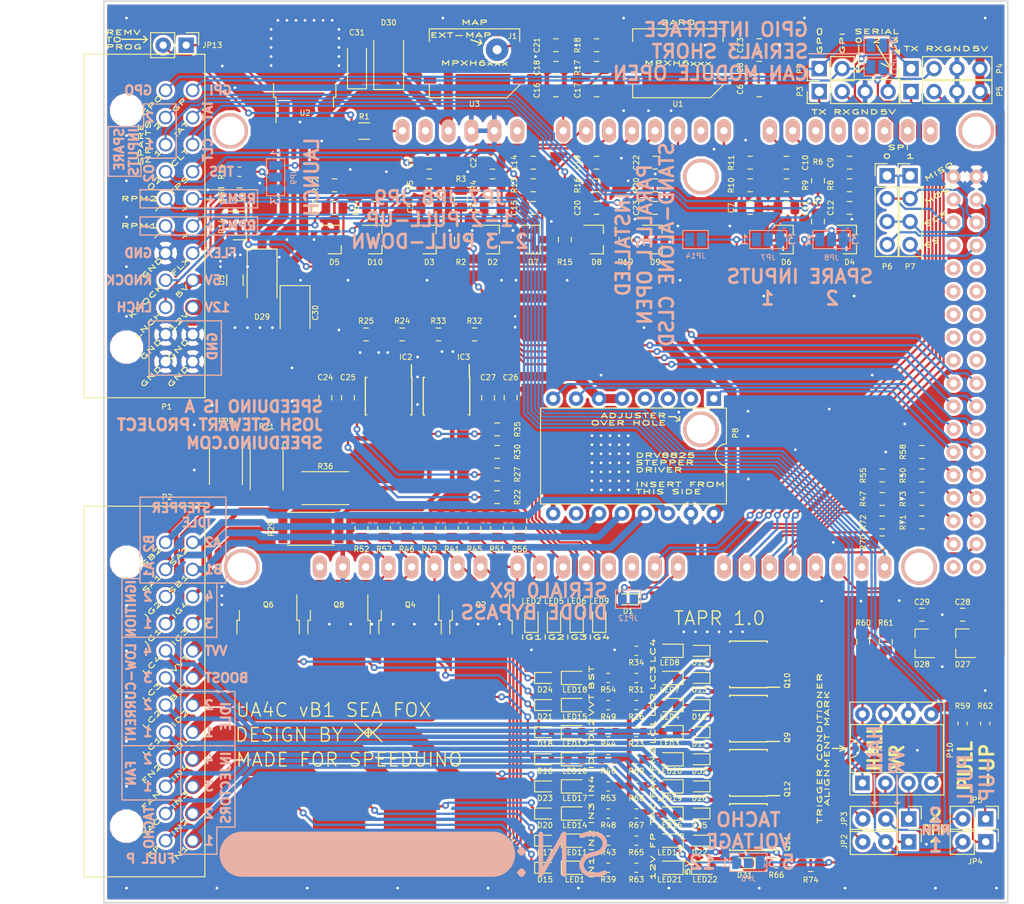
<source format=kicad_pcb>
(kicad_pcb (version 20171130) (host pcbnew "(5.0.2)-1")
  (title_block (title "Sea Fox") (date 2019-02-02) (rev B1))
  (layers (0 F.Cu signal) (31 B.Cu signal) (34 B.Paste user) (35 F.Paste user) (36 B.SilkS user) (37 F.SilkS user) (38 B.Mask user) (39 F.Mask user) (44 Edge.Cuts user))
  (net 0 "")
  (net 1 +5V)
  (net 2 +12V)
  (net 3 "Net-(LED2-Pad2)")
  (net 4 "Net-(LED4-Pad2)")
  (net 5 /TPS)
  (net 6 /CLT)
  (net 7 /IAT)
  (net 8 /FUELP)
  (net 9 /TACHO)
  (net 10 /LAUNCH)
  (net 11 /RESET)
  (net 12 /D19)
  (net 13 /D18)
  (net 14 "Net-(C21-Pad2)")
  (net 15 /FAN)
  (net 16 /FAN2)
  (net 17 "Net-(LED5-Pad2)")
  (net 18 "Net-(LED6-Pad2)")
  (net 19 "Net-(LED7-Pad2)")
  (net 20 /TX3)
  (net 21 /RX3)
  (net 22 /TX0)
  (net 23 /RX0)
  (net 24 /MISO)
  (net 25 /MOSI)
  (net 26 /SCK)
  (net 27 /IGN1)
  (net 28 /IGN2)
  (net 29 /IGN3)
  (net 30 /IGN4)
  (net 31 /A3)
  (net 32 /A0)
  (net 33 /A4)
  (net 34 /A5)
  (net 35 "Net-(IC2-Pad5)")
  (net 36 "Net-(IC2-Pad7)")
  (net 37 "Net-(IC3-Pad5)")
  (net 38 "Net-(IC3-Pad7)")
  (net 39 "Net-(LED1-Pad2)")
  (net 40 "Net-(LED3-Pad2)")
  (net 41 "Net-(LED8-Pad2)")
  (net 42 "Net-(LED9-Pad2)")
  (net 43 /A7)
  (net 44 /D9)
  (net 45 /D10)
  (net 46 /D7)
  (net 47 /D8)
  (net 48 /D5)
  (net 49 /D6)
  (net 50 /SS0)
  (net 51 /SS1)
  (net 52 /TX2)
  (net 53 /RX2)
  (net 54 "Net-(LED10-Pad2)")
  (net 55 "Net-(LED11-Pad2)")
  (net 56 Earth)
  (net 57 "Net-(C2-Pad1)")
  (net 58 /A2)
  (net 59 /02)
  (net 60 /A1)
  (net 61 /INP2)
  (net 62 /A8)
  (net 63 /A9)
  (net 64 "Net-(C13-Pad2)")
  (net 65 /D20)
  (net 66 /INJ1)
  (net 67 "Net-(D15-Pad2)")
  (net 68 /IDLE1)
  (net 69 "Net-(D16-Pad2)")
  (net 70 /INJ2)
  (net 71 "Net-(D17-Pad2)")
  (net 72 /IDLE2)
  (net 73 "Net-(D18-Pad2)")
  (net 74 /LC1)
  (net 75 /INJ3)
  (net 76 "Net-(D20-Pad2)")
  (net 77 /BOOST)
  (net 78 "Net-(D21-Pad2)")
  (net 79 /LC2)
  (net 80 /INJ4)
  (net 81 "Net-(D23-Pad2)")
  (net 82 /VVT)
  (net 83 "Net-(D24-Pad2)")
  (net 84 /LC3)
  (net 85 /LC4)
  (net 86 "Net-(D29-Pad1)")
  (net 87 /D33)
  (net 88 /GPO)
  (net 89 /GPI)
  (net 90 /D25)
  (net 91 "Net-(JP6-Pad2)")
  (net 92 /D24)
  (net 93 /RPM1/VR+)
  (net 94 /RPM2/VR+)
  (net 95 "Net-(LED12-Pad2)")
  (net 96 "Net-(LED13-Pad2)")
  (net 97 "Net-(LED14-Pad2)")
  (net 98 "Net-(LED15-Pad2)")
  (net 99 "Net-(LED16-Pad2)")
  (net 100 "Net-(LED17-Pad2)")
  (net 101 "Net-(LED18-Pad2)")
  (net 102 "Net-(LED19-Pad2)")
  (net 103 "Net-(LED20-Pad2)")
  (net 104 "Net-(LED21-Pad2)")
  (net 105 /FLEX)
  (net 106 /VR1-)
  (net 107 /VR2-)
  (net 108 /STP-B1)
  (net 109 /STP-A1)
  (net 110 /STP-B2)
  (net 111 /STP-A2)
  (net 112 /D11)
  (net 113 /D12)
  (net 114 /D22)
  (net 115 /D23)
  (net 116 /D26)
  (net 117 /D27)
  (net 118 /D28)
  (net 119 /D29)
  (net 120 /INP1)
  (net 121 /ENBL)
  (net 122 /STEP)
  (net 123 /DIR)
  (net 124 /D35)
  (net 125 /D36)
  (net 126 /D34)
  (net 127 /D37)
  (net 128 "Net-(JP2-Pad1)")
  (net 129 "Net-(JP2-Pad3)")
  (net 130 "Net-(JP3-Pad1)")
  (net 131 "Net-(JP3-Pad3)")
  (net 132 "Net-(JP4-Pad1)")
  (net 133 "Net-(JP5-Pad1)")
  (net 134 "Net-(JP7-Pad2)")
  (net 135 "Net-(JP8-Pad2)")
  (net 136 "Net-(JP9-Pad2)")
  (net 137 "Net-(JP13-Pad2)")
  (net 138 /D21)
  (net 139 /KNOCK)
  (net 140 "Net-(IC2-Pad1)")
  (net 141 "Net-(IC2-Pad8)")
  (net 142 "Net-(IC3-Pad1)")
  (net 143 "Net-(IC3-Pad8)")
  (net 144 "Net-(D11-Pad2)")
  (net 145 "Net-(D12-Pad2)")
  (net 146 "Net-(D13-Pad2)")
  (net 147 "Net-(D19-Pad2)")
  (net 148 "Net-(D22-Pad2)")
  (net 149 "Net-(D25-Pad2)")
  (net 150 "Net-(D26-Pad2)")
  (net 151 "Net-(P8-Pad2)")
  (net 152 "Net-(P8-Pad10)")
  (net 153 "Net-(P8-Pad3)")
  (net 154 "Net-(P8-Pad4)")
  (net 155 "Net-(SHIELD1-PadAD15)")
  (net 156 "Net-(SHIELD1-PadAD14)")
  (net 157 "Net-(SHIELD1-PadAD13)")
  (net 158 "Net-(SHIELD1-PadAD12)")
  (net 159 /A6)
  (net 160 "Net-(SHIELD1-PadAD10)")
  (net 161 "Net-(SHIELD1-PadAD11)")
  (net 162 "Net-(SHIELD1-PadV_IN)")
  (net 163 "Net-(SHIELD1-Pad3V3)")
  (net 164 "Net-(SHIELD1-Pad2)")
  (net 165 "Net-(SHIELD1-Pad3)")
  (net 166 "Net-(SHIELD1-Pad4)")
  (net 167 "Net-(SHIELD1-Pad13)")
  (net 168 "Net-(SHIELD1-PadAREF)")
  (net 169 "Net-(SHIELD1-Pad5V_4)")
  (net 170 "Net-(SHIELD1-Pad5V_5)")
  (net 171 "Net-(SHIELD1-Pad38)")
  (net 172 "Net-(SHIELD1-Pad39)")
  (net 173 "Net-(SHIELD1-Pad40)")
  (net 174 "Net-(SHIELD1-Pad41)")
  (net 175 "Net-(SHIELD1-Pad42)")
  (net 176 "Net-(SHIELD1-Pad43)")
  (net 177 "Net-(SHIELD1-Pad44)")
  (net 178 "Net-(SHIELD1-Pad45)")
  (net 179 "Net-(SHIELD1-Pad46)")
  (net 180 "Net-(SHIELD1-Pad47)")
  (net 181 "Net-(SHIELD1-Pad48)")
  (net 182 "Net-(U1-Pad1)")
  (net 183 "Net-(U1-Pad5)")
  (net 184 "Net-(U1-Pad6)")
  (net 185 "Net-(U1-Pad7)")
  (net 186 "Net-(U1-Pad8)")
  (net 187 "Net-(U3-Pad1)")
  (net 188 "Net-(U3-Pad5)")
  (net 189 "Net-(U3-Pad6)")
  (net 190 "Net-(U3-Pad7)")
  (net 191 "Net-(U3-Pad8)")
  (net 192 "Net-(D25-Pad1)")
  (net 193 "Net-(D32-Pad2)")
  (net 194 "Net-(D1-Pad1)")
  (net 195 "Net-(JP14-Pad1)")
  (net 196 "Net-(LED22-Pad2)")
  (module footprnt:VIA_0.6mm (layer F.Cu) (at 111.7 76.5)
    (fp_text reference REF** hide)
    (fp_text value VIA_0.6mm hide)
    (pad 1 thru_hole circle (at 0 0) (size 0.6 0.6) (drill 0.3) (layers *.Cu) (net 56 Earth))
  )
  (module footprnt:VIA_0.6mm (layer F.Cu) (at 187.5 139.4)
    (fp_text reference REF** hide)
    (fp_text value VIA_0.6mm hide)
    (pad 1 thru_hole circle (at 0 0) (size 0.6 0.6) (drill 0.3) (layers *.Cu) (net 56 Earth))
  )
  (module footprnt:VIA_0.6mm (layer F.Cu) (at 146.5 134.9)
    (fp_text reference REF** hide)
    (fp_text value VIA_0.6mm hide)
    (pad 1 thru_hole circle (at 0 0) (size 0.6 0.6) (drill 0.3) (layers *.Cu) (net 56 Earth))
  )
  (module footprnt:VIA_0.6mm (layer F.Cu) (at 137.3 134.9)
    (fp_text reference REF** hide)
    (fp_text value VIA_0.6mm hide)
    (pad 1 thru_hole circle (at 0 0) (size 0.6 0.6) (drill 0.3) (layers *.Cu) (net 56 Earth))
  )
  (module Connector_PinHeader_2.54mm:PinHeader_1x02_P2.54mm_Vertical (layer F.Cu) (at 169.135 70.59 90)
    (fp_text reference P9 (at 0 -2.135 90) (layer F.SilkS) (effects (font (size 0.6 0.6) (thickness 0.1))))
    (fp_text value CAN)
    (pad 2 thru_hole oval (at 0 2.54 90) (size 1.7 1.7) (drill 1) (layers *.Cu *.Mask) (net 89 /GPI))
    (pad 1 thru_hole rect (at 0 0 90) (size 1.7 1.7) (drill 1) (layers *.Cu *.Mask) (net 88 /GPO))
  )
  (module footprnt:VIA_0.6mm (layer F.Cu) (at 147 113.2)
    (fp_text reference REF** hide)
    (fp_text value VIA_0.6mm hide)
    (pad 1 thru_hole circle (at 0 0) (size 0.6 0.6) (drill 0.3) (layers *.Cu) (net 56 Earth))
  )
  (module footprnt:VIA_0.6mm (layer F.Cu) (at 145 112.2)
    (fp_text reference REF** hide)
    (fp_text value VIA_0.6mm hide)
    (pad 1 thru_hole circle (at 0 0) (size 0.6 0.6) (drill 0.3) (layers *.Cu) (net 56 Earth))
  )
  (module footprnt:VIA_0.6mm (layer F.Cu) (at 146 114.2)
    (fp_text reference REF** hide)
    (fp_text value VIA_0.6mm hide)
    (pad 1 thru_hole circle (at 0 0) (size 0.6 0.6) (drill 0.3) (layers *.Cu) (net 56 Earth))
  )
  (module footprnt:VIA_0.6mm (layer F.Cu) (at 146 112.2)
    (fp_text reference REF** hide)
    (fp_text value VIA_0.6mm hide)
    (pad 1 thru_hole circle (at 0 0) (size 0.6 0.6) (drill 0.3) (layers *.Cu) (net 56 Earth))
  )
  (module footprnt:VIA_0.6mm (layer F.Cu) (at 146 111.2)
    (fp_text reference REF** hide)
    (fp_text value VIA_0.6mm hide)
    (pad 1 thru_hole circle (at 0 0) (size 0.6 0.6) (drill 0.3) (layers *.Cu) (net 56 Earth))
  )
  (module footprnt:VIA_0.6mm (layer F.Cu) (at 146 113.2)
    (fp_text reference REF** hide)
    (fp_text value VIA_0.6mm hide)
    (pad 1 thru_hole circle (at 0 0) (size 0.6 0.6) (drill 0.3) (layers *.Cu) (net 56 Earth))
  )
  (module footprnt:VIA_0.6mm (layer F.Cu) (at 147 111.2)
    (fp_text reference REF** hide)
    (fp_text value VIA_0.6mm hide)
    (pad 1 thru_hole circle (at 0 0) (size 0.6 0.6) (drill 0.3) (layers *.Cu) (net 56 Earth))
  )
  (module footprnt:VIA_0.6mm (layer F.Cu) (at 145 113.2)
    (fp_text reference REF** hide)
    (fp_text value VIA_0.6mm hide)
    (pad 1 thru_hole circle (at 0 0) (size 0.6 0.6) (drill 0.3) (layers *.Cu) (net 56 Earth))
  )
  (module footprnt:VIA_0.6mm (layer F.Cu) (at 147 112.2)
    (fp_text reference REF** hide)
    (fp_text value VIA_0.6mm hide)
    (pad 1 thru_hole circle (at 0 0) (size 0.6 0.6) (drill 0.3) (layers *.Cu) (net 56 Earth))
  )
  (module footprnt:VIA_0.6mm (layer F.Cu) (at 145 114.2)
    (fp_text reference REF** hide)
    (fp_text value VIA_0.6mm hide)
    (pad 1 thru_hole circle (at 0 0) (size 0.6 0.6) (drill 0.3) (layers *.Cu) (net 56 Earth))
  )
  (module footprnt:VIA_0.6mm (layer F.Cu) (at 145 111.2)
    (fp_text reference REF** hide)
    (fp_text value VIA_0.6mm hide)
    (pad 1 thru_hole circle (at 0 0) (size 0.6 0.6) (drill 0.3) (layers *.Cu) (net 56 Earth))
  )
  (module footprnt:VIA_0.6mm (layer F.Cu) (at 147 117.2)
    (fp_text reference REF** hide)
    (fp_text value VIA_0.6mm hide)
    (pad 1 thru_hole circle (at 0 0) (size 0.6 0.6) (drill 0.3) (layers *.Cu) (net 56 Earth))
  )
  (module footprnt:VIA_0.6mm (layer F.Cu) (at 148 116.2)
    (fp_text reference REF** hide)
    (fp_text value VIA_0.6mm hide)
    (pad 1 thru_hole circle (at 0 0) (size 0.6 0.6) (drill 0.3) (layers *.Cu) (net 56 Earth))
  )
  (module footprnt:VIA_0.6mm (layer F.Cu) (at 148 117.2)
    (fp_text reference REF** hide)
    (fp_text value VIA_0.6mm hide)
    (pad 1 thru_hole circle (at 0 0) (size 0.6 0.6) (drill 0.3) (layers *.Cu) (net 56 Earth))
  )
  (module footprnt:VIA_0.6mm (layer F.Cu) (at 146 117.2)
    (fp_text reference REF** hide)
    (fp_text value VIA_0.6mm hide)
    (pad 1 thru_hole circle (at 0 0) (size 0.6 0.6) (drill 0.3) (layers *.Cu) (net 56 Earth))
  )
  (module footprnt:VIA_0.6mm (layer F.Cu) (at 145 117.2)
    (fp_text reference REF** hide)
    (fp_text value VIA_0.6mm hide)
    (pad 1 thru_hole circle (at 0 0) (size 0.6 0.6) (drill 0.3) (layers *.Cu) (net 56 Earth))
  )
  (module footprnt:VIA_0.6mm (layer F.Cu) (at 147 116.2)
    (fp_text reference REF** hide)
    (fp_text value VIA_0.6mm hide)
    (pad 1 thru_hole circle (at 0 0) (size 0.6 0.6) (drill 0.3) (layers *.Cu) (net 56 Earth))
  )
  (module footprnt:VIA_0.6mm (layer F.Cu) (at 144 111.2)
    (fp_text reference REF** hide)
    (fp_text value VIA_0.6mm hide)
    (pad 1 thru_hole circle (at 0 0) (size 0.6 0.6) (drill 0.3) (layers *.Cu) (net 56 Earth))
  )
  (module footprnt:VIA_0.6mm (layer F.Cu) (at 148 114.2)
    (fp_text reference REF** hide)
    (fp_text value VIA_0.6mm hide)
    (pad 1 thru_hole circle (at 0 0) (size 0.6 0.6) (drill 0.3) (layers *.Cu) (net 56 Earth))
  )
  (module footprnt:VIA_0.6mm (layer F.Cu) (at 144 115.2)
    (fp_text reference REF** hide)
    (fp_text value VIA_0.6mm hide)
    (pad 1 thru_hole circle (at 0 0) (size 0.6 0.6) (drill 0.3) (layers *.Cu) (net 56 Earth))
  )
  (module footprnt:VIA_0.6mm (layer F.Cu) (at 147 114.2)
    (fp_text reference REF** hide)
    (fp_text value VIA_0.6mm hide)
    (pad 1 thru_hole circle (at 0 0) (size 0.6 0.6) (drill 0.3) (layers *.Cu) (net 56 Earth))
  )
  (module footprnt:VIA_0.6mm (layer F.Cu) (at 144 117.2)
    (fp_text reference REF** hide)
    (fp_text value VIA_0.6mm hide)
    (pad 1 thru_hole circle (at 0 0) (size 0.6 0.6) (drill 0.3) (layers *.Cu) (net 56 Earth))
  )
  (module footprnt:VIA_0.6mm (layer F.Cu) (at 146 116.2)
    (fp_text reference REF** hide)
    (fp_text value VIA_0.6mm hide)
    (pad 1 thru_hole circle (at 0 0) (size 0.6 0.6) (drill 0.3) (layers *.Cu) (net 56 Earth))
  )
  (module footprnt:VIA_0.6mm (layer F.Cu) (at 144 112.2)
    (fp_text reference REF** hide)
    (fp_text value VIA_0.6mm hide)
    (pad 1 thru_hole circle (at 0 0) (size 0.6 0.6) (drill 0.3) (layers *.Cu) (net 56 Earth))
  )
  (module footprnt:VIA_0.6mm (layer F.Cu) (at 148 115.2)
    (fp_text reference REF** hide)
    (fp_text value VIA_0.6mm hide)
    (pad 1 thru_hole circle (at 0 0) (size 0.6 0.6) (drill 0.3) (layers *.Cu) (net 56 Earth))
  )
  (module footprnt:VIA_0.6mm (layer F.Cu) (at 148 111.2)
    (fp_text reference REF** hide)
    (fp_text value VIA_0.6mm hide)
    (pad 1 thru_hole circle (at 0 0) (size 0.6 0.6) (drill 0.3) (layers *.Cu) (net 56 Earth))
  )
  (module footprnt:VIA_0.6mm (layer F.Cu) (at 144 114.2)
    (fp_text reference REF** hide)
    (fp_text value VIA_0.6mm hide)
    (pad 1 thru_hole circle (at 0 0) (size 0.6 0.6) (drill 0.3) (layers *.Cu) (net 56 Earth))
  )
  (module footprnt:VIA_0.6mm (layer F.Cu) (at 145 116.2)
    (fp_text reference REF** hide)
    (fp_text value VIA_0.6mm hide)
    (pad 1 thru_hole circle (at 0 0) (size 0.6 0.6) (drill 0.3) (layers *.Cu) (net 56 Earth))
  )
  (module footprnt:VIA_0.6mm (layer F.Cu) (at 145 115.2)
    (fp_text reference REF** hide)
    (fp_text value VIA_0.6mm hide)
    (pad 1 thru_hole circle (at 0 0) (size 0.6 0.6) (drill 0.3) (layers *.Cu) (net 56 Earth))
  )
  (module footprnt:VIA_0.6mm (layer F.Cu) (at 148 112.2)
    (fp_text reference REF** hide)
    (fp_text value VIA_0.6mm hide)
    (pad 1 thru_hole circle (at 0 0) (size 0.6 0.6) (drill 0.3) (layers *.Cu) (net 56 Earth))
  )
  (module footprnt:VIA_0.6mm (layer F.Cu) (at 148 113.2)
    (fp_text reference REF** hide)
    (fp_text value VIA_0.6mm hide)
    (pad 1 thru_hole circle (at 0 0) (size 0.6 0.6) (drill 0.3) (layers *.Cu) (net 56 Earth))
  )
  (module footprnt:VIA_0.6mm (layer F.Cu) (at 147 115.2)
    (fp_text reference REF** hide)
    (fp_text value VIA_0.6mm hide)
    (pad 1 thru_hole circle (at 0 0) (size 0.6 0.6) (drill 0.3) (layers *.Cu) (net 56 Earth))
  )
  (module footprnt:VIA_0.6mm (layer F.Cu) (at 146 115.2)
    (fp_text reference REF** hide)
    (fp_text value VIA_0.6mm hide)
    (pad 1 thru_hole circle (at 0 0) (size 0.6 0.6) (drill 0.3) (layers *.Cu) (net 56 Earth))
  )
  (module footprnt:VIA_0.6mm (layer F.Cu) (at 144 116.2)
    (fp_text reference REF** hide)
    (fp_text value VIA_0.6mm hide)
    (pad 1 thru_hole circle (at 0 0) (size 0.6 0.6) (drill 0.3) (layers *.Cu) (net 56 Earth))
  )
  (module footprnt:VIA_0.6mm (layer F.Cu) (at 144 113.2)
    (fp_text reference REF** hide)
    (fp_text value VIA_0.6mm hide)
    (pad 1 thru_hole circle (at 0 0) (size 0.6 0.6) (drill 0.3) (layers *.Cu) (net 56 Earth))
  )
  (module LED_SMD:LED_0603_1608Metric (layer F.Cu) (at 152.6 135 180)
    (fp_text reference LED8 (at 0 -1.3 180) (layer F.SilkS) (effects (font (size 0.6 0.6) (thickness 0.1))))
    (fp_text value RED)
    (pad 2 smd roundrect (at 0.7875 0 180) (size 0.875 0.95) (layers F.Cu F.Paste F.Mask) (net 41 "Net-(LED8-Pad2)"))
    (pad 1 smd roundrect (at -0.7875 0 180) (size 0.875 0.95) (layers F.Cu F.Paste F.Mask) (net 147 "Net-(D19-Pad2)"))
  )
  (module Capacitor_SMD:C_0805_2012Metric (layer F.Cu) (at 176.1 118.2 180)
    (fp_text reference R47 (at 2.1 0 270) (layer F.SilkS) (effects (font (size 0.6 0.6) (thickness 0.1))))
    (fp_text value 100k)
    (pad 1 smd roundrect (at -0.9375 0 180) (size 0.975 1.4) (layers F.Cu F.Paste F.Mask) (net 56 Earth))
    (pad 2 smd roundrect (at 0.9375 0 180) (size 0.975 1.4) (layers F.Cu F.Paste F.Mask) (net 116 /D26))
  )
  (module Capacitor_SMD:C_0805_2012Metric (layer F.Cu) (at 180.5 115.6)
    (fp_text reference R50 (at -2.1 0 90) (layer F.SilkS) (effects (font (size 0.6 0.6) (thickness 0.1))))
    (fp_text value 100k)
    (pad 1 smd roundrect (at -0.9375 0) (size 0.975 1.4) (layers F.Cu F.Paste F.Mask) (net 56 Earth))
    (pad 2 smd roundrect (at 0.9375 0) (size 0.975 1.4) (layers F.Cu F.Paste F.Mask) (net 117 /D27))
  )
  (module Capacitor_SMD:C_0805_2012Metric (layer F.Cu) (at 176.1 115.6 180)
    (fp_text reference R55 (at 2.1 0 270) (layer F.SilkS) (effects (font (size 0.6 0.6) (thickness 0.1))))
    (fp_text value 100k)
    (pad 1 smd roundrect (at -0.9375 0 180) (size 0.975 1.4) (layers F.Cu F.Paste F.Mask) (net 56 Earth))
    (pad 2 smd roundrect (at 0.9375 0 180) (size 0.975 1.4) (layers F.Cu F.Paste F.Mask) (net 118 /D28))
  )
  (module Capacitor_SMD:C_0805_2012Metric (layer F.Cu) (at 180.5 113)
    (fp_text reference R58 (at -2.1 0 90) (layer F.SilkS) (effects (font (size 0.6 0.6) (thickness 0.1))))
    (fp_text value 100k)
    (pad 1 smd roundrect (at -0.9375 0) (size 0.975 1.4) (layers F.Cu F.Paste F.Mask) (net 56 Earth))
    (pad 2 smd roundrect (at 0.9375 0) (size 0.975 1.4) (layers F.Cu F.Paste F.Mask) (net 119 /D29))
  )
  (module LED_SMD:LED_0603_1608Metric (layer F.Cu) (at 137.3 131.475 90)
    (fp_text reference LED2 (at 1.975 0 180) (layer F.SilkS) (effects (font (size 0.6 0.6) (thickness 0.1))))
    (fp_text value RED)
    (pad 2 smd roundrect (at 0.7875 0 90) (size 0.875 0.95) (layers F.Cu F.Paste F.Mask) (net 3 "Net-(LED2-Pad2)"))
    (pad 1 smd roundrect (at -0.7875 0 90) (size 0.875 0.95) (layers F.Cu F.Paste F.Mask) (net 56 Earth))
  )
  (module LED_SMD:LED_0603_1608Metric (layer F.Cu) (at 139.8 131.475 90)
    (fp_text reference LED5 (at 1.975 0 180) (layer F.SilkS) (effects (font (size 0.6 0.6) (thickness 0.1))))
    (fp_text value RED)
    (pad 2 smd roundrect (at 0.7875 0 90) (size 0.875 0.95) (layers F.Cu F.Paste F.Mask) (net 17 "Net-(LED5-Pad2)"))
    (pad 1 smd roundrect (at -0.7875 0 90) (size 0.875 0.95) (layers F.Cu F.Paste F.Mask) (net 56 Earth))
  )
  (module LED_SMD:LED_0603_1608Metric (layer F.Cu) (at 142.3 131.475 90)
    (fp_text reference LED6 (at 1.975 0 180) (layer F.SilkS) (effects (font (size 0.6 0.6) (thickness 0.1))))
    (fp_text value RED)
    (pad 2 smd roundrect (at 0.7875 0 90) (size 0.875 0.95) (layers F.Cu F.Paste F.Mask) (net 18 "Net-(LED6-Pad2)"))
    (pad 1 smd roundrect (at -0.7875 0 90) (size 0.875 0.95) (layers F.Cu F.Paste F.Mask) (net 56 Earth))
  )
  (module LED_SMD:LED_0603_1608Metric (layer F.Cu) (at 144.8 131.475 90)
    (fp_text reference LED9 (at 1.975 0 180) (layer F.SilkS) (effects (font (size 0.6 0.6) (thickness 0.1))))
    (fp_text value RED)
    (pad 2 smd roundrect (at 0.7875 0 90) (size 0.875 0.95) (layers F.Cu F.Paste F.Mask) (net 42 "Net-(LED9-Pad2)"))
    (pad 1 smd roundrect (at -0.7875 0 90) (size 0.875 0.95) (layers F.Cu F.Paste F.Mask) (net 56 Earth))
  )
  (module LED_SMD:LED_0603_1608Metric (layer F.Cu) (at 142.1 159)
    (fp_text reference LED1 (at 0 1.3) (layer F.SilkS) (effects (font (size 0.6 0.6) (thickness 0.1))))
    (fp_text value RED)
    (pad 2 smd roundrect (at 0.7875 0) (size 0.875 0.95) (layers F.Cu F.Paste F.Mask) (net 39 "Net-(LED1-Pad2)"))
    (pad 1 smd roundrect (at -0.7875 0) (size 0.875 0.95) (layers F.Cu F.Paste F.Mask) (net 67 "Net-(D15-Pad2)"))
  )
  (module LED_SMD:LED_0603_1608Metric (layer F.Cu) (at 152.6 144 180)
    (fp_text reference LED3 (at 0 -1.3 180) (layer F.SilkS) (effects (font (size 0.6 0.6) (thickness 0.1))))
    (fp_text value RED)
    (pad 2 smd roundrect (at 0.7875 0 180) (size 0.875 0.95) (layers F.Cu F.Paste F.Mask) (net 40 "Net-(LED3-Pad2)"))
    (pad 1 smd roundrect (at -0.7875 0 180) (size 0.875 0.95) (layers F.Cu F.Paste F.Mask) (net 144 "Net-(D11-Pad2)"))
  )
  (module LED_SMD:LED_0603_1608Metric (layer F.Cu) (at 152.6 141 180)
    (fp_text reference LED4 (at 0 -1.3 180) (layer F.SilkS) (effects (font (size 0.6 0.6) (thickness 0.1))))
    (fp_text value RED)
    (pad 2 smd roundrect (at 0.7875 0 180) (size 0.875 0.95) (layers F.Cu F.Paste F.Mask) (net 4 "Net-(LED4-Pad2)"))
    (pad 1 smd roundrect (at -0.7875 0 180) (size 0.875 0.95) (layers F.Cu F.Paste F.Mask) (net 145 "Net-(D12-Pad2)"))
  )
  (module LED_SMD:LED_0603_1608Metric (layer F.Cu) (at 142.1 147)
    (fp_text reference LED10 (at 0 1.3) (layer F.SilkS) (effects (font (size 0.6 0.6) (thickness 0.1))))
    (fp_text value RED)
    (pad 2 smd roundrect (at 0.7875 0) (size 0.875 0.95) (layers F.Cu F.Paste F.Mask) (net 54 "Net-(LED10-Pad2)"))
    (pad 1 smd roundrect (at -0.7875 0) (size 0.875 0.95) (layers F.Cu F.Paste F.Mask) (net 69 "Net-(D16-Pad2)"))
  )
  (module LED_SMD:LED_0603_1608Metric (layer F.Cu) (at 142.1 156)
    (fp_text reference LED11 (at 0 1.3) (layer F.SilkS) (effects (font (size 0.6 0.6) (thickness 0.1))))
    (fp_text value RED)
    (pad 2 smd roundrect (at 0.7875 0) (size 0.875 0.95) (layers F.Cu F.Paste F.Mask) (net 55 "Net-(LED11-Pad2)"))
    (pad 1 smd roundrect (at -0.7875 0) (size 0.875 0.95) (layers F.Cu F.Paste F.Mask) (net 71 "Net-(D17-Pad2)"))
  )
  (module LED_SMD:LED_0603_1608Metric (layer F.Cu) (at 142.1 144)
    (fp_text reference LED12 (at 0 1.3) (layer F.SilkS) (effects (font (size 0.6 0.6) (thickness 0.1))))
    (fp_text value RED)
    (pad 2 smd roundrect (at 0.7875 0) (size 0.875 0.95) (layers F.Cu F.Paste F.Mask) (net 95 "Net-(LED12-Pad2)"))
    (pad 1 smd roundrect (at -0.7875 0) (size 0.875 0.95) (layers F.Cu F.Paste F.Mask) (net 73 "Net-(D18-Pad2)"))
  )
  (module LED_SMD:LED_0603_1608Metric (layer F.Cu) (at 152.6 156 180)
    (fp_text reference LED13 (at 0 -1.3 180) (layer F.SilkS) (effects (font (size 0.6 0.6) (thickness 0.1))))
    (fp_text value RED)
    (pad 2 smd roundrect (at 0.7875 0 180) (size 0.875 0.95) (layers F.Cu F.Paste F.Mask) (net 96 "Net-(LED13-Pad2)"))
    (pad 1 smd roundrect (at -0.7875 0 180) (size 0.875 0.95) (layers F.Cu F.Paste F.Mask) (net 148 "Net-(D22-Pad2)"))
  )
  (module LED_SMD:LED_0603_1608Metric (layer F.Cu) (at 142.1 153)
    (fp_text reference LED14 (at 0 1.3) (layer F.SilkS) (effects (font (size 0.6 0.6) (thickness 0.1))))
    (fp_text value RED)
    (pad 2 smd roundrect (at 0.7875 0) (size 0.875 0.95) (layers F.Cu F.Paste F.Mask) (net 97 "Net-(LED14-Pad2)"))
    (pad 1 smd roundrect (at -0.7875 0) (size 0.875 0.95) (layers F.Cu F.Paste F.Mask) (net 76 "Net-(D20-Pad2)"))
  )
  (module LED_SMD:LED_0603_1608Metric (layer F.Cu) (at 142.1 141)
    (fp_text reference LED15 (at 0 1.3) (layer F.SilkS) (effects (font (size 0.6 0.6) (thickness 0.1))))
    (fp_text value RED)
    (pad 2 smd roundrect (at 0.7875 0) (size 0.875 0.95) (layers F.Cu F.Paste F.Mask) (net 98 "Net-(LED15-Pad2)"))
    (pad 1 smd roundrect (at -0.7875 0) (size 0.875 0.95) (layers F.Cu F.Paste F.Mask) (net 78 "Net-(D21-Pad2)"))
  )
  (module LED_SMD:LED_0603_1608Metric (layer F.Cu) (at 152.6 153 180)
    (fp_text reference LED16 (at 0 -1.3 180) (layer F.SilkS) (effects (font (size 0.6 0.6) (thickness 0.1))))
    (fp_text value RED)
    (pad 2 smd roundrect (at 0.7875 0 180) (size 0.875 0.95) (layers F.Cu F.Paste F.Mask) (net 99 "Net-(LED16-Pad2)"))
    (pad 1 smd roundrect (at -0.7875 0 180) (size 0.875 0.95) (layers F.Cu F.Paste F.Mask) (net 149 "Net-(D25-Pad2)"))
  )
  (module LED_SMD:LED_0603_1608Metric (layer F.Cu) (at 142.1 150)
    (fp_text reference LED17 (at 0 1.3) (layer F.SilkS) (effects (font (size 0.6 0.6) (thickness 0.1))))
    (fp_text value RED)
    (pad 2 smd roundrect (at 0.7875 0) (size 0.875 0.95) (layers F.Cu F.Paste F.Mask) (net 100 "Net-(LED17-Pad2)"))
    (pad 1 smd roundrect (at -0.7875 0) (size 0.875 0.95) (layers F.Cu F.Paste F.Mask) (net 81 "Net-(D23-Pad2)"))
  )
  (module LED_SMD:LED_0603_1608Metric (layer F.Cu) (at 142.1 138)
    (fp_text reference LED18 (at 0 1.3) (layer F.SilkS) (effects (font (size 0.6 0.6) (thickness 0.1))))
    (fp_text value RED)
    (pad 2 smd roundrect (at 0.7875 0) (size 0.875 0.95) (layers F.Cu F.Paste F.Mask) (net 101 "Net-(LED18-Pad2)"))
    (pad 1 smd roundrect (at -0.7875 0) (size 0.875 0.95) (layers F.Cu F.Paste F.Mask) (net 83 "Net-(D24-Pad2)"))
  )
  (module LED_SMD:LED_0603_1608Metric (layer F.Cu) (at 152.6 150 180)
    (fp_text reference LED19 (at 0 -1.3 180) (layer F.SilkS) (effects (font (size 0.6 0.6) (thickness 0.1))))
    (fp_text value RED)
    (pad 2 smd roundrect (at 0.7875 0 180) (size 0.875 0.95) (layers F.Cu F.Paste F.Mask) (net 102 "Net-(LED19-Pad2)"))
    (pad 1 smd roundrect (at -0.7875 0 180) (size 0.875 0.95) (layers F.Cu F.Paste F.Mask) (net 150 "Net-(D26-Pad2)"))
  )
  (module LED_SMD:LED_0603_1608Metric (layer F.Cu) (at 152.6 147 180)
    (fp_text reference LED20 (at 0 -1.3 180) (layer F.SilkS) (effects (font (size 0.6 0.6) (thickness 0.1))))
    (fp_text value RED)
    (pad 2 smd roundrect (at 0.7875 0 180) (size 0.875 0.95) (layers F.Cu F.Paste F.Mask) (net 103 "Net-(LED20-Pad2)"))
    (pad 1 smd roundrect (at -0.7875 0 180) (size 0.875 0.95) (layers F.Cu F.Paste F.Mask) (net 193 "Net-(D32-Pad2)"))
  )
  (module LED_SMD:LED_0603_1608Metric (layer F.Cu) (at 152.6 159 180)
    (fp_text reference LED21 (at 0 -1.3 180) (layer F.SilkS) (effects (font (size 0.6 0.6) (thickness 0.1))))
    (fp_text value RED)
    (pad 2 smd roundrect (at 0.7875 0 180) (size 0.875 0.95) (layers F.Cu F.Paste F.Mask) (net 104 "Net-(LED21-Pad2)"))
    (pad 1 smd roundrect (at -0.7875 0 180) (size 0.875 0.95) (layers F.Cu F.Paste F.Mask) (net 56 Earth))
  )
  (module LED_SMD:LED_0603_1608Metric (layer F.Cu) (at 152.6 138 180)
    (fp_text reference LED7 (at 0 -1.3 180) (layer F.SilkS) (effects (font (size 0.6 0.6) (thickness 0.1))))
    (fp_text value RED)
    (pad 2 smd roundrect (at 0.7875 0 180) (size 0.875 0.95) (layers F.Cu F.Paste F.Mask) (net 19 "Net-(LED7-Pad2)"))
    (pad 1 smd roundrect (at -0.7875 0 180) (size 0.875 0.95) (layers F.Cu F.Paste F.Mask) (net 146 "Net-(D13-Pad2)"))
  )
  (module Fiducials:Fiducial_1mm_Dia_2.54mm_Outer_CopperTop (layer F.Cu) (at 103.9 65.5)
    (fp_text reference REF** hide)
    (fp_text value Fiducial_1mm_Dia_2.54mm_Outer_CopperTop)
    (pad ~ smd circle (at 0 0) (size 1 1) (layers F.Cu F.Mask) (clearance 0.77))
  )
  (module Fiducials:Fiducial_1mm_Dia_2.54mm_Outer_CopperTop (layer F.Cu) (at 92.5 112.5)
    (fp_text reference REF** hide)
    (fp_text value Fiducial_1mm_Dia_2.54mm_Outer_CopperTop)
    (pad ~ smd circle (at 0 0) (size 1 1) (layers F.Cu F.Mask) (clearance 0.77))
  )
  (module footprnt:VIA_0.6mm (layer F.Cu) (at 104.5 72.7)
    (fp_text reference REF** hide)
    (fp_text value VIA_0.6mm hide)
    (pad 1 thru_hole circle (at 0 0) (size 0.6 0.6) (drill 0.3) (layers *.Cu) (net 56 Earth))
  )
  (module footprnt:VIA_0.6mm (layer F.Cu) (at 170.7 123)
    (fp_text reference REF** hide)
    (fp_text value VIA_0.6mm hide)
    (pad 1 thru_hole circle (at 0 0) (size 0.6 0.6) (drill 0.3) (layers *.Cu) (net 56 Earth))
  )
  (module footprnt:VIA_0.6mm (layer F.Cu) (at 139.5 87.5)
    (fp_text reference REF** hide)
    (fp_text value VIA_0.6mm hide)
    (pad 1 thru_hole circle (at 0 0) (size 0.6 0.6) (drill 0.3) (layers *.Cu) (net 56 Earth))
  )
  (module footprnt:VIA_0.6mm (layer F.Cu) (at 114.1 78.6)
    (fp_text reference REF** hide)
    (fp_text value VIA_0.6mm hide)
    (pad 1 thru_hole circle (at 0 0) (size 0.6 0.6) (drill 0.3) (layers *.Cu) (net 56 Earth))
  )
  (module footprnt:VIA_0.6mm (layer F.Cu) (at 100 115)
    (fp_text reference REF** hide)
    (fp_text value VIA_0.6mm hide)
    (pad 1 thru_hole circle (at 0 0) (size 0.6 0.6) (drill 0.3) (layers *.Cu) (net 56 Earth))
  )
  (module footprnt:VIA_0.6mm (layer F.Cu) (at 100 110)
    (fp_text reference REF** hide)
    (fp_text value VIA_0.6mm hide)
    (pad 1 thru_hole circle (at 0 0) (size 0.6 0.6) (drill 0.3) (layers *.Cu) (net 56 Earth))
  )
  (module footprnt:VIA_0.6mm (layer F.Cu) (at 161.3 116)
    (fp_text reference REF** hide)
    (fp_text value VIA_0.6mm hide)
    (pad 1 thru_hole circle (at 0 0) (size 0.6 0.6) (drill 0.3) (layers *.Cu) (net 56 Earth))
  )
  (module footprnt:VIA_0.6mm (layer F.Cu) (at 135.5 98)
    (fp_text reference REF** hide)
    (fp_text value VIA_0.6mm hide)
    (pad 1 thru_hole circle (at 0 0) (size 0.6 0.6) (drill 0.3) (layers *.Cu) (net 56 Earth))
  )
  (module footprnt:VIA_0.6mm (layer F.Cu) (at 178 129.45)
    (fp_text reference REF** hide)
    (fp_text value VIA_0.6mm hide)
    (pad 1 thru_hole circle (at 0 0) (size 0.6 0.6) (drill 0.3) (layers *.Cu) (net 56 Earth))
  )
  (module footprnt:VIA_0.6mm (layer F.Cu) (at 124.7 102.5)
    (fp_text reference REF** hide)
    (fp_text value VIA_0.6mm hide)
    (pad 1 thru_hole circle (at 0 0) (size 0.6 0.6) (drill 0.3) (layers *.Cu) (net 56 Earth))
  )
  (module footprnt:VIA_0.6mm (layer F.Cu) (at 124.7 104.7)
    (fp_text reference REF** hide)
    (fp_text value VIA_0.6mm hide)
    (pad 1 thru_hole circle (at 0 0) (size 0.6 0.6) (drill 0.3) (layers *.Cu) (net 56 Earth))
  )
  (module footprnt:VIA_0.6mm (layer F.Cu) (at 118.35 102)
    (fp_text reference REF** hide)
    (fp_text value VIA_0.6mm hide)
    (pad 1 thru_hole circle (at 0 0) (size 0.6 0.6) (drill 0.3) (layers *.Cu) (net 56 Earth))
  )
  (module footprnt:VIA_0.6mm (layer F.Cu) (at 120.4 102)
    (fp_text reference REF** hide)
    (fp_text value VIA_0.6mm hide)
    (pad 1 thru_hole circle (at 0 0) (size 0.6 0.6) (drill 0.3) (layers *.Cu) (net 56 Earth))
  )
  (module footprnt:VIA_0.6mm (layer F.Cu) (at 121.4 102)
    (fp_text reference REF** hide)
    (fp_text value VIA_0.6mm hide)
    (pad 1 thru_hole circle (at 0 0) (size 0.6 0.6) (drill 0.3) (layers *.Cu) (net 56 Earth))
  )
  (module footprnt:VIA_0.6mm (layer F.Cu) (at 128.6 101.9)
    (fp_text reference REF** hide)
    (fp_text value VIA_0.6mm hide)
    (pad 1 thru_hole circle (at 0 0) (size 0.6 0.6) (drill 0.3) (layers *.Cu) (net 56 Earth))
  )
  (module footprnt:VIA_0.6mm (layer F.Cu) (at 92.5 78)
    (fp_text reference REF** hide)
    (fp_text value VIA_0.6mm hide)
    (pad 1 thru_hole circle (at 0 0) (size 0.6 0.6) (drill 0.3) (layers *.Cu) (net 56 Earth))
  )
  (module footprnt:VIA_0.6mm (layer F.Cu) (at 92.5 83)
    (fp_text reference REF** hide)
    (fp_text value VIA_0.6mm hide)
    (pad 1 thru_hole circle (at 0 0) (size 0.6 0.6) (drill 0.3) (layers *.Cu) (net 56 Earth))
  )
  (module footprnt:VIA_0.6mm (layer F.Cu) (at 92.5 87)
    (fp_text reference REF** hide)
    (fp_text value VIA_0.6mm hide)
    (pad 1 thru_hole circle (at 0 0) (size 0.6 0.6) (drill 0.3) (layers *.Cu) (net 56 Earth))
  )
  (module footprnt:VIA_0.6mm (layer F.Cu) (at 92.5 92.5)
    (fp_text reference REF** hide)
    (fp_text value VIA_0.6mm hide)
    (pad 1 thru_hole circle (at 0 0) (size 0.6 0.6) (drill 0.3) (layers *.Cu) (net 56 Earth))
  )
  (module footprnt:VIA_0.6mm (layer F.Cu) (at 92.5 98)
    (fp_text reference REF** hide)
    (fp_text value VIA_0.6mm hide)
    (pad 1 thru_hole circle (at 0 0) (size 0.6 0.6) (drill 0.3) (layers *.Cu) (net 56 Earth))
  )
  (module footprnt:VIA_0.6mm (layer F.Cu) (at 92.5 130)
    (fp_text reference REF** hide)
    (fp_text value VIA_0.6mm hide)
    (pad 1 thru_hole circle (at 0 0) (size 0.6 0.6) (drill 0.3) (layers *.Cu) (net 56 Earth))
  )
  (module footprnt:VIA_0.6mm (layer F.Cu) (at 92.5 135)
    (fp_text reference REF** hide)
    (fp_text value VIA_0.6mm hide)
    (pad 1 thru_hole circle (at 0 0) (size 0.6 0.6) (drill 0.3) (layers *.Cu) (net 56 Earth))
  )
  (module footprnt:VIA_0.6mm (layer F.Cu) (at 92.5 140)
    (fp_text reference REF** hide)
    (fp_text value VIA_0.6mm hide)
    (pad 1 thru_hole circle (at 0 0) (size 0.6 0.6) (drill 0.3) (layers *.Cu) (net 56 Earth))
  )
  (module footprnt:VIA_0.6mm (layer F.Cu) (at 92.5 145)
    (fp_text reference REF** hide)
    (fp_text value VIA_0.6mm hide)
    (pad 1 thru_hole circle (at 0 0) (size 0.6 0.6) (drill 0.3) (layers *.Cu) (net 56 Earth))
  )
  (module footprnt:VIA_0.6mm (layer F.Cu) (at 92.5 150)
    (fp_text reference REF** hide)
    (fp_text value VIA_0.6mm hide)
    (pad 1 thru_hole circle (at 0 0) (size 0.6 0.6) (drill 0.3) (layers *.Cu) (net 56 Earth))
  )
  (module footprnt:VIA_0.6mm (layer F.Cu) (at 169.4 129.5)
    (fp_text reference REF** hide)
    (fp_text value VIA_0.6mm hide)
    (pad 1 thru_hole circle (at 0 0) (size 0.6 0.6) (drill 0.3) (layers *.Cu) (net 56 Earth))
  )
  (module footprnt:VIA_0.6mm (layer F.Cu) (at 181 156.4)
    (fp_text reference REF** hide)
    (fp_text value VIA_0.6mm hide)
    (pad 1 thru_hole circle (at 0 0) (size 0.6 0.6) (drill 0.3) (layers *.Cu) (net 56 Earth))
  )
  (module footprnt:VIA_0.6mm (layer F.Cu) (at 173.4 146.3)
    (fp_text reference REF** hide)
    (fp_text value VIA_0.6mm hide)
    (pad 1 thru_hole circle (at 0 0) (size 0.6 0.6) (drill 0.3) (layers *.Cu) (net 56 Earth))
  )
  (module footprnt:VIA_0.6mm (layer F.Cu) (at 180 146)
    (fp_text reference REF** hide)
    (fp_text value VIA_0.6mm hide)
    (pad 1 thru_hole circle (at 0 0) (size 0.6 0.6) (drill 0.3) (layers *.Cu) (net 56 Earth))
  )
  (module Connectors_Molex:Molex_Microfit3_Header_02x11_Angled_43045-220x (layer F.Cu) (at 96.825 103 270)
    (fp_text reference P1 (at 5 -0.125) (layer F.SilkS) (effects (font (size 0.6 0.6) (thickness 0.1))))
    (fp_text value INPUTS)
    (pad 1 thru_hole circle (at 0 0 270) (size 1.5 1.5) (drill 1.1) (layers *.Cu *.Mask) (net 56 Earth))
    (pad 12 thru_hole circle (at 0 -3 270) (size 1.5 1.5) (drill 1.1) (layers *.Cu *.Mask) (net 56 Earth))
    (pad 13 thru_hole circle (at -3 -3 270) (size 1.5 1.5) (drill 1.1) (layers *.Cu *.Mask) (net 56 Earth))
    (pad 2 thru_hole circle (at -3 0 270) (size 1.5 1.5) (drill 1.1) (layers *.Cu *.Mask) (net 56 Earth))
    (pad 3 thru_hole circle (at -6 0 270) (size 1.5 1.5) (drill 1.1) (layers *.Cu *.Mask) (net 10 /LAUNCH))
    (pad 14 thru_hole circle (at -6 -3 270) (size 1.5 1.5) (drill 1.1) (layers *.Cu *.Mask) (net 2 +12V))
    (pad 15 thru_hole circle (at -9 -3 270) (size 1.5 1.5) (drill 1.1) (layers *.Cu *.Mask) (net 1 +5V))
    (pad 4 thru_hole circle (at -9 0 270) (size 1.5 1.5) (drill 1.1) (layers *.Cu *.Mask) (net 139 /KNOCK))
    (pad 5 thru_hole circle (at -12 0 270) (size 1.5 1.5) (drill 1.1) (layers *.Cu *.Mask) (net 56 Earth))
    (pad 16 thru_hole circle (at -12 -3 270) (size 1.5 1.5) (drill 1.1) (layers *.Cu *.Mask) (net 105 /FLEX))
    (pad 17 thru_hole circle (at -15 -3 270) (size 1.5 1.5) (drill 1.1) (layers *.Cu *.Mask) (net 93 /RPM1/VR+))
    (pad 6 thru_hole circle (at -15 0 270) (size 1.5 1.5) (drill 1.1) (layers *.Cu *.Mask) (net 106 /VR1-))
    (pad 7 thru_hole circle (at -18 0 270) (size 1.5 1.5) (drill 1.1) (layers *.Cu *.Mask) (net 107 /VR2-))
    (pad 18 thru_hole circle (at -18 -3 270) (size 1.5 1.5) (drill 1.1) (layers *.Cu *.Mask) (net 94 /RPM2/VR+))
    (pad "" np_thru_hole circle (at -1.6 4.32 270) (size 3.1 3.1) (drill 3.1) (layers *.Cu *.Mask))
    (pad 19 thru_hole circle (at -21 -3 270) (size 1.5 1.5) (drill 1.1) (layers *.Cu *.Mask) (net 5 /TPS))
    (pad 8 thru_hole circle (at -21 0 270) (size 1.5 1.5) (drill 1.1) (layers *.Cu *.Mask) (net 59 /02))
    (pad 9 thru_hole circle (at -24 0 270) (size 1.5 1.5) (drill 1.1) (layers *.Cu *.Mask) (net 120 /INP1))
    (pad 20 thru_hole circle (at -24 -3 270) (size 1.5 1.5) (drill 1.1) (layers *.Cu *.Mask) (net 6 /CLT))
    (pad 21 thru_hole circle (at -27 -3 270) (size 1.5 1.5) (drill 1.1) (layers *.Cu *.Mask) (net 7 /IAT))
    (pad 10 thru_hole circle (at -27 0 270) (size 1.5 1.5) (drill 1.1) (layers *.Cu *.Mask) (net 61 /INP2))
    (pad 22 thru_hole circle (at -30 -3 270) (size 1.5 1.5) (drill 1.1) (layers *.Cu *.Mask) (net 89 /GPI))
    (pad 11 thru_hole circle (at -30 0 270) (size 1.5 1.5) (drill 1.1) (layers *.Cu *.Mask) (net 88 /GPO))
    (pad "" np_thru_hole circle (at -27.8 4.32 270) (size 3.1 3.1) (drill 3.1) (layers *.Cu *.Mask))
  )
  (module footprnt:VIA_0.6mm (layer F.Cu) (at 102.9 91.9)
    (fp_text reference REF** hide)
    (fp_text value VIA_0.6mm hide)
    (pad 1 thru_hole circle (at 0 0) (size 0.6 0.6) (drill 0.3) (layers *.Cu) (net 56 Earth))
  )
  (module footprnt:VIA_0.6mm (layer F.Cu) (at 103.9 91.2)
    (fp_text reference REF** hide)
    (fp_text value VIA_0.6mm hide)
    (pad 1 thru_hole circle (at 0 0) (size 0.6 0.6) (drill 0.3) (layers *.Cu) (net 56 Earth))
  )
  (module footprnt:VIA_0.6mm (layer F.Cu) (at 104.5 91.2)
    (fp_text reference REF** hide)
    (fp_text value VIA_0.6mm hide)
    (pad 1 thru_hole circle (at 0 0) (size 0.6 0.6) (drill 0.3) (layers *.Cu) (net 56 Earth))
  )
  (module footprnt:VIA_0.6mm (layer F.Cu) (at 105.1 91.2)
    (fp_text reference REF** hide)
    (fp_text value VIA_0.6mm hide)
    (pad 1 thru_hole circle (at 0 0) (size 0.6 0.6) (drill 0.3) (layers *.Cu) (net 56 Earth))
  )
  (module footprnt:VIA_0.6mm (layer F.Cu) (at 105.9 92.5)
    (fp_text reference REF** hide)
    (fp_text value VIA_0.6mm hide)
    (pad 1 thru_hole circle (at 0 0) (size 0.6 0.6) (drill 0.3) (layers *.Cu) (net 56 Earth))
  )
  (module footprnt:VIA_0.6mm (layer F.Cu) (at 102.9 92.5)
    (fp_text reference REF** hide)
    (fp_text value VIA_0.6mm hide)
    (pad 1 thru_hole circle (at 0 0) (size 0.6 0.6) (drill 0.3) (layers *.Cu) (net 56 Earth))
  )
  (module footprnt:VIA_0.6mm (layer F.Cu) (at 102 107.85)
    (fp_text reference REF** hide)
    (fp_text value VIA_0.6mm hide)
    (pad 1 thru_hole circle (at 0 0) (size 0.6 0.6) (drill 0.3) (layers *.Cu) (net 56 Earth))
  )
  (module footprnt:VIA_0.6mm (layer F.Cu) (at 104.5 99.25)
    (fp_text reference REF** hide)
    (fp_text value VIA_0.6mm hide)
    (pad 1 thru_hole circle (at 0 0) (size 0.6 0.6) (drill 0.3) (layers *.Cu) (net 56 Earth))
  )
  (module footprnt:VIA_0.6mm (layer F.Cu) (at 105.883333 99.25)
    (fp_text reference REF** hide)
    (fp_text value VIA_0.6mm hide)
    (pad 1 thru_hole circle (at 0 0) (size 0.6 0.6) (drill 0.3) (layers *.Cu) (net 56 Earth))
  )
  (module footprnt:VIA_0.6mm (layer F.Cu) (at 149.75 99.25)
    (fp_text reference REF** hide)
    (fp_text value VIA_0.6mm hide)
    (pad 1 thru_hole circle (at 0 0) (size 0.6 0.6) (drill 0.3) (layers *.Cu) (net 56 Earth))
  )
  (module footprnt:VIA_0.6mm (layer F.Cu) (at 110.8 103.7)
    (fp_text reference REF** hide)
    (fp_text value VIA_0.6mm hide)
    (pad 1 thru_hole circle (at 0 0) (size 0.6 0.6) (drill 0.3) (layers *.Cu) (net 56 Earth))
  )
  (module footprnt:VIA_0.6mm (layer F.Cu) (at 110.8 107.4)
    (fp_text reference REF** hide)
    (fp_text value VIA_0.6mm hide)
    (pad 1 thru_hole circle (at 0 0) (size 0.6 0.6) (drill 0.3) (layers *.Cu) (net 56 Earth))
  )
  (module footprnt:VIA_0.6mm (layer F.Cu) (at 124.7 107.75)
    (fp_text reference REF** hide)
    (fp_text value VIA_0.6mm hide)
    (pad 1 thru_hole circle (at 0 0) (size 0.6 0.6) (drill 0.3) (layers *.Cu) (net 56 Earth))
  )
  (module footprnt:VIA_0.6mm (layer F.Cu) (at 117 94)
    (fp_text reference REF** hide)
    (fp_text value VIA_0.6mm hide)
    (pad 1 thru_hole circle (at 0 0) (size 0.6 0.6) (drill 0.3) (layers *.Cu) (net 56 Earth))
  )
  (module footprnt:VIA_0.6mm (layer F.Cu) (at 125.75 94)
    (fp_text reference REF** hide)
    (fp_text value VIA_0.6mm hide)
    (pad 1 thru_hole circle (at 0 0) (size 0.6 0.6) (drill 0.3) (layers *.Cu) (net 56 Earth))
  )
  (module footprnt:VIA_0.6mm (layer F.Cu) (at 134 94)
    (fp_text reference REF** hide)
    (fp_text value VIA_0.6mm hide)
    (pad 1 thru_hole circle (at 0 0) (size 0.6 0.6) (drill 0.3) (layers *.Cu) (net 56 Earth))
  )
  (module footprnt:VIA_0.6mm (layer F.Cu) (at 141.25 94)
    (fp_text reference REF** hide)
    (fp_text value VIA_0.6mm hide)
    (pad 1 thru_hole circle (at 0 0) (size 0.6 0.6) (drill 0.3) (layers *.Cu) (net 56 Earth))
  )
  (module footprnt:VIA_0.6mm (layer F.Cu) (at 153.75 94)
    (fp_text reference REF** hide)
    (fp_text value VIA_0.6mm hide)
    (pad 1 thru_hole circle (at 0 0) (size 0.6 0.6) (drill 0.3) (layers *.Cu) (net 56 Earth))
  )
  (module footprnt:VIA_0.6mm (layer F.Cu) (at 163 95.75)
    (fp_text reference REF** hide)
    (fp_text value VIA_0.6mm hide)
    (pad 1 thru_hole circle (at 0 0) (size 0.6 0.6) (drill 0.3) (layers *.Cu) (net 56 Earth))
  )
  (module footprnt:VIA_0.6mm (layer F.Cu) (at 173 95.75)
    (fp_text reference REF** hide)
    (fp_text value VIA_0.6mm hide)
    (pad 1 thru_hole circle (at 0 0) (size 0.6 0.6) (drill 0.3) (layers *.Cu) (net 56 Earth))
  )
  (module footprnt:VIA_0.6mm (layer F.Cu) (at 166.5 112.75)
    (fp_text reference REF** hide)
    (fp_text value VIA_0.6mm hide)
    (pad 1 thru_hole circle (at 0 0) (size 0.6 0.6) (drill 0.3) (layers *.Cu) (net 56 Earth))
  )
  (module footprnt:VIA_0.6mm (layer F.Cu) (at 170.25 108.25)
    (fp_text reference REF** hide)
    (fp_text value VIA_0.6mm hide)
    (pad 1 thru_hole circle (at 0 0) (size 0.6 0.6) (drill 0.3) (layers *.Cu) (net 56 Earth))
  )
  (module footprnt:VIA_0.6mm (layer F.Cu) (at 161.25 108.5)
    (fp_text reference REF** hide)
    (fp_text value VIA_0.6mm hide)
    (pad 1 thru_hole circle (at 0 0) (size 0.6 0.6) (drill 0.3) (layers *.Cu) (net 56 Earth))
  )
  (module footprnt:VIA_0.6mm (layer F.Cu) (at 161.25 111.25)
    (fp_text reference REF** hide)
    (fp_text value VIA_0.6mm hide)
    (pad 1 thru_hole circle (at 0 0) (size 0.6 0.6) (drill 0.3) (layers *.Cu) (net 56 Earth))
  )
  (module footprnt:VIA_0.6mm (layer F.Cu) (at 178.3 118.2)
    (fp_text reference REF** hide)
    (fp_text value VIA_0.6mm hide)
    (pad 1 thru_hole circle (at 0 0) (size 0.6 0.6) (drill 0.3) (layers *.Cu) (net 56 Earth))
  )
  (module footprnt:VIA_0.6mm (layer F.Cu) (at 178.3 120.8)
    (fp_text reference REF** hide)
    (fp_text value VIA_0.6mm hide)
    (pad 1 thru_hole circle (at 0 0) (size 0.6 0.6) (drill 0.3) (layers *.Cu) (net 56 Earth))
  )
  (module footprnt:VIA_0.6mm (layer F.Cu) (at 178.3 115.6)
    (fp_text reference REF** hide)
    (fp_text value VIA_0.6mm hide)
    (pad 1 thru_hole circle (at 0 0) (size 0.6 0.6) (drill 0.3) (layers *.Cu) (net 56 Earth))
  )
  (module footprnt:VIA_0.6mm (layer F.Cu) (at 178.6 109.9)
    (fp_text reference REF** hide)
    (fp_text value VIA_0.6mm hide)
    (pad 1 thru_hole circle (at 0 0) (size 0.6 0.6) (drill 0.3) (layers *.Cu) (net 56 Earth))
  )
  (module footprnt:VIA_0.6mm (layer F.Cu) (at 176.5 113)
    (fp_text reference REF** hide)
    (fp_text value VIA_0.6mm hide)
    (pad 1 thru_hole circle (at 0 0) (size 0.6 0.6) (drill 0.3) (layers *.Cu) (net 56 Earth))
  )
  (module footprnt:VIA_0.6mm (layer F.Cu) (at 188.75 161.25)
    (fp_text reference REF** hide)
    (fp_text value VIA_0.6mm hide)
    (pad 1 thru_hole circle (at 0 0) (size 0.6 0.6) (drill 0.3) (layers *.Cu) (net 56 Earth))
  )
  (module footprnt:VIA_0.6mm (layer F.Cu) (at 182 161.25)
    (fp_text reference REF** hide)
    (fp_text value VIA_0.6mm hide)
    (pad 1 thru_hole circle (at 0 0) (size 0.6 0.6) (drill 0.3) (layers *.Cu) (net 56 Earth))
  )
  (module footprnt:VIA_0.6mm (layer F.Cu) (at 172 161.25)
    (fp_text reference REF** hide)
    (fp_text value VIA_0.6mm hide)
    (pad 1 thru_hole circle (at 0 0) (size 0.6 0.6) (drill 0.3) (layers *.Cu) (net 56 Earth))
  )
  (module footprnt:VIA_0.6mm (layer F.Cu) (at 162.5 161.25)
    (fp_text reference REF** hide)
    (fp_text value VIA_0.6mm hide)
    (pad 1 thru_hole circle (at 0 0) (size 0.6 0.6) (drill 0.3) (layers *.Cu) (net 56 Earth))
  )
  (module footprnt:VIA_0.6mm (layer F.Cu) (at 152.5 161.25)
    (fp_text reference REF** hide)
    (fp_text value VIA_0.6mm hide)
    (pad 1 thru_hole circle (at 0 0) (size 0.6 0.6) (drill 0.3) (layers *.Cu) (net 56 Earth))
  )
  (module footprnt:VIA_0.6mm (layer F.Cu) (at 142.5 161.25)
    (fp_text reference REF** hide)
    (fp_text value VIA_0.6mm hide)
    (pad 1 thru_hole circle (at 0 0) (size 0.6 0.6) (drill 0.3) (layers *.Cu) (net 56 Earth))
  )
  (module footprnt:VIA_0.6mm (layer F.Cu) (at 132.5 161.25)
    (fp_text reference REF** hide)
    (fp_text value VIA_0.6mm hide)
    (pad 1 thru_hole circle (at 0 0) (size 0.6 0.6) (drill 0.3) (layers *.Cu) (net 56 Earth))
  )
  (module footprnt:VIA_0.6mm (layer F.Cu) (at 122.5 161.25)
    (fp_text reference REF** hide)
    (fp_text value VIA_0.6mm hide)
    (pad 1 thru_hole circle (at 0 0) (size 0.6 0.6) (drill 0.3) (layers *.Cu) (net 56 Earth))
  )
  (module footprnt:VIA_0.6mm (layer F.Cu) (at 112.5 161.25)
    (fp_text reference REF** hide)
    (fp_text value VIA_0.6mm hide)
    (pad 1 thru_hole circle (at 0 0) (size 0.6 0.6) (drill 0.3) (layers *.Cu) (net 56 Earth))
  )
  (module footprnt:VIA_0.6mm (layer F.Cu) (at 102.5 161.25)
    (fp_text reference REF** hide)
    (fp_text value VIA_0.6mm hide)
    (pad 1 thru_hole circle (at 0 0) (size 0.6 0.6) (drill 0.3) (layers *.Cu) (net 56 Earth))
  )
  (module footprnt:VIA_0.6mm (layer F.Cu) (at 92.5 161.25)
    (fp_text reference REF** hide)
    (fp_text value VIA_0.6mm hide)
    (pad 1 thru_hole circle (at 0 0) (size 0.6 0.6) (drill 0.3) (layers *.Cu) (net 56 Earth))
  )
  (module footprnt:VIA_0.6mm (layer F.Cu) (at 92.5 65)
    (fp_text reference REF** hide)
    (fp_text value VIA_0.6mm hide)
    (pad 1 thru_hole circle (at 0 0) (size 0.6 0.6) (drill 0.3) (layers *.Cu) (net 56 Earth))
  )
  (module footprnt:VIA_0.6mm (layer F.Cu) (at 127.5 65)
    (fp_text reference REF** hide)
    (fp_text value VIA_0.6mm hide)
    (pad 1 thru_hole circle (at 0 0) (size 0.6 0.6) (drill 0.3) (layers *.Cu) (net 56 Earth))
  )
  (module footprnt:VIA_0.6mm (layer F.Cu) (at 147.5 65)
    (fp_text reference REF** hide)
    (fp_text value VIA_0.6mm hide)
    (pad 1 thru_hole circle (at 0 0) (size 0.6 0.6) (drill 0.3) (layers *.Cu) (net 56 Earth))
  )
  (module footprnt:VIA_0.6mm (layer F.Cu) (at 167.5 65)
    (fp_text reference REF** hide)
    (fp_text value VIA_0.6mm hide)
    (pad 1 thru_hole circle (at 0 0) (size 0.6 0.6) (drill 0.3) (layers *.Cu) (net 56 Earth))
  )
  (module footprnt:VIA_0.6mm (layer F.Cu) (at 187.5 65)
    (fp_text reference REF** hide)
    (fp_text value VIA_0.6mm hide)
    (pad 1 thru_hole circle (at 0 0) (size 0.6 0.6) (drill 0.3) (layers *.Cu) (net 56 Earth))
  )
  (module footprnt:VIA_0.6mm (layer F.Cu) (at 116 66.25)
    (fp_text reference REF** hide)
    (fp_text value VIA_0.6mm hide)
    (pad 1 thru_hole circle (at 0 0) (size 0.6 0.6) (drill 0.3) (layers *.Cu) (net 56 Earth))
  )
  (module footprnt:VIA_0.6mm (layer F.Cu) (at 116 67.25)
    (fp_text reference REF** hide)
    (fp_text value VIA_0.6mm hide)
    (pad 1 thru_hole circle (at 0 0) (size 0.6 0.6) (drill 0.3) (layers *.Cu) (net 56 Earth))
  )
  (module footprnt:VIA_0.6mm (layer F.Cu) (at 116 68.25)
    (fp_text reference REF** hide)
    (fp_text value VIA_0.6mm hide)
    (pad 1 thru_hole circle (at 0 0) (size 0.6 0.6) (drill 0.3) (layers *.Cu) (net 56 Earth))
  )
  (module footprnt:VIA_0.6mm (layer F.Cu) (at 116 69.25)
    (fp_text reference REF** hide)
    (fp_text value VIA_0.6mm hide)
    (pad 1 thru_hole circle (at 0 0) (size 0.6 0.6) (drill 0.3) (layers *.Cu) (net 56 Earth))
  )
  (module footprnt:VIA_0.6mm (layer F.Cu) (at 116 70.25)
    (fp_text reference REF** hide)
    (fp_text value VIA_0.6mm hide)
    (pad 1 thru_hole circle (at 0 0) (size 0.6 0.6) (drill 0.3) (layers *.Cu) (net 56 Earth))
  )
  (module footprnt:VIA_0.6mm (layer F.Cu) (at 115.25 65.25)
    (fp_text reference REF** hide)
    (fp_text value VIA_0.6mm hide)
    (pad 1 thru_hole circle (at 0 0) (size 0.6 0.6) (drill 0.3) (layers *.Cu) (net 56 Earth))
  )
  (module footprnt:VIA_0.6mm (layer F.Cu) (at 114.25 65.25)
    (fp_text reference REF** hide)
    (fp_text value VIA_0.6mm hide)
    (pad 1 thru_hole circle (at 0 0) (size 0.6 0.6) (drill 0.3) (layers *.Cu) (net 56 Earth))
  )
  (module footprnt:VIA_0.6mm (layer F.Cu) (at 113.25 65.25)
    (fp_text reference REF** hide)
    (fp_text value VIA_0.6mm hide)
    (pad 1 thru_hole circle (at 0 0) (size 0.6 0.6) (drill 0.3) (layers *.Cu) (net 56 Earth))
  )
  (module footprnt:VIA_0.6mm (layer F.Cu) (at 112.25 65.25)
    (fp_text reference REF** hide)
    (fp_text value VIA_0.6mm hide)
    (pad 1 thru_hole circle (at 0 0) (size 0.6 0.6) (drill 0.3) (layers *.Cu) (net 56 Earth))
  )
  (module footprnt:VIA_0.6mm (layer F.Cu) (at 111.25 65.25)
    (fp_text reference REF** hide)
    (fp_text value VIA_0.6mm hide)
    (pad 1 thru_hole circle (at 0 0) (size 0.6 0.6) (drill 0.3) (layers *.Cu) (net 56 Earth))
  )
  (module footprnt:VIA_0.6mm (layer F.Cu) (at 110.25 65.25)
    (fp_text reference REF** hide)
    (fp_text value VIA_0.6mm hide)
    (pad 1 thru_hole circle (at 0 0) (size 0.6 0.6) (drill 0.3) (layers *.Cu) (net 56 Earth))
  )
  (module footprnt:VIA_0.6mm (layer F.Cu) (at 109.25 65.25)
    (fp_text reference REF** hide)
    (fp_text value VIA_0.6mm hide)
    (pad 1 thru_hole circle (at 0 0) (size 0.6 0.6) (drill 0.3) (layers *.Cu) (net 56 Earth))
  )
  (module footprnt:VIA_0.6mm (layer F.Cu) (at 108.5 66.25)
    (fp_text reference REF** hide)
    (fp_text value VIA_0.6mm hide)
    (pad 1 thru_hole circle (at 0 0) (size 0.6 0.6) (drill 0.3) (layers *.Cu) (net 56 Earth))
  )
  (module footprnt:VIA_0.6mm (layer F.Cu) (at 108.5 67.25)
    (fp_text reference REF** hide)
    (fp_text value VIA_0.6mm hide)
    (pad 1 thru_hole circle (at 0 0) (size 0.6 0.6) (drill 0.3) (layers *.Cu) (net 56 Earth))
  )
  (module footprnt:VIA_0.6mm (layer F.Cu) (at 108.5 68.25)
    (fp_text reference REF** hide)
    (fp_text value VIA_0.6mm hide)
    (pad 1 thru_hole circle (at 0 0) (size 0.6 0.6) (drill 0.3) (layers *.Cu) (net 56 Earth))
  )
  (module footprnt:VIA_0.6mm (layer F.Cu) (at 108.5 69.25)
    (fp_text reference REF** hide)
    (fp_text value VIA_0.6mm hide)
    (pad 1 thru_hole circle (at 0 0) (size 0.6 0.6) (drill 0.3) (layers *.Cu) (net 56 Earth))
  )
  (module footprnt:VIA_0.6mm (layer F.Cu) (at 108.5 70.25)
    (fp_text reference REF** hide)
    (fp_text value VIA_0.6mm hide)
    (pad 1 thru_hole circle (at 0 0) (size 0.6 0.6) (drill 0.3) (layers *.Cu) (net 56 Earth))
  )
  (module footprnt:VIA_0.6mm (layer F.Cu) (at 173.75 129.5)
    (fp_text reference REF** hide)
    (fp_text value VIA_0.6mm hide)
    (pad 1 thru_hole circle (at 0 0) (size 0.6 0.6) (drill 0.3) (layers *.Cu) (net 56 Earth))
  )
  (module footprnt:VIA_0.6mm (layer F.Cu) (at 155.45 132.9)
    (fp_text reference REF** hide)
    (fp_text value VIA_0.6mm hide)
    (pad 1 thru_hole circle (at 0 0) (size 0.6 0.6) (drill 0.3) (layers *.Cu) (net 56 Earth))
  )
  (module footprnt:VIA_0.6mm (layer F.Cu) (at 160.65 132.9)
    (fp_text reference REF** hide)
    (fp_text value VIA_0.6mm hide)
    (pad 1 thru_hole circle (at 0 0) (size 0.6 0.6) (drill 0.3) (layers *.Cu) (net 56 Earth))
  )
  (module footprnt:VIA_0.6mm (layer F.Cu) (at 156.75 132.9)
    (fp_text reference REF** hide)
    (fp_text value VIA_0.6mm hide)
    (pad 1 thru_hole circle (at 0 0) (size 0.6 0.6) (drill 0.3) (layers *.Cu) (net 56 Earth))
  )
  (module footprnt:VIA_0.6mm (layer F.Cu) (at 114.95 132.05)
    (fp_text reference REF** hide)
    (fp_text value VIA_0.6mm hide)
    (pad 1 thru_hole circle (at 0 0) (size 0.6 0.6) (drill 0.3) (layers *.Cu) (net 56 Earth))
  )
  (module footprnt:VIA_0.6mm (layer F.Cu) (at 129.05 132.05)
    (fp_text reference REF** hide)
    (fp_text value VIA_0.6mm hide)
    (pad 1 thru_hole circle (at 0 0) (size 0.6 0.6) (drill 0.3) (layers *.Cu) (net 56 Earth))
  )
  (module footprnt:VIA_0.6mm (layer F.Cu) (at 133.75 132.05)
    (fp_text reference REF** hide)
    (fp_text value VIA_0.6mm hide)
    (pad 1 thru_hole circle (at 0 0) (size 0.6 0.6) (drill 0.3) (layers *.Cu) (net 56 Earth))
  )
  (module footprnt:VIA_0.6mm (layer F.Cu) (at 124.35 132.05)
    (fp_text reference REF** hide)
    (fp_text value VIA_0.6mm hide)
    (pad 1 thru_hole circle (at 0 0) (size 0.6 0.6) (drill 0.3) (layers *.Cu) (net 56 Earth))
  )
  (module footprnt:VIA_0.6mm (layer F.Cu) (at 122 132.05)
    (fp_text reference REF** hide)
    (fp_text value VIA_0.6mm hide)
    (pad 1 thru_hole circle (at 0 0) (size 0.6 0.6) (drill 0.3) (layers *.Cu) (net 56 Earth))
  )
  (module footprnt:VIA_0.6mm (layer F.Cu) (at 107.25 83.25)
    (fp_text reference REF** hide)
    (fp_text value VIA_0.6mm hide)
    (pad 1 thru_hole circle (at 0 0) (size 0.6 0.6) (drill 0.3) (layers *.Cu) (net 56 Earth))
  )
  (module footprnt:VIA_0.6mm (layer F.Cu) (at 101.5 84)
    (fp_text reference REF** hide)
    (fp_text value VIA_0.6mm hide)
    (pad 1 thru_hole circle (at 0 0) (size 0.6 0.6) (drill 0.3) (layers *.Cu) (net 56 Earth))
  )
  (module footprnt:VIA_0.6mm (layer F.Cu) (at 103.1 70.3)
    (fp_text reference REF** hide)
    (fp_text value VIA_0.6mm hide)
    (pad 1 thru_hole circle (at 0 0) (size 0.6 0.6) (drill 0.3) (layers *.Cu) (net 56 Earth))
  )
  (module footprnt:VIA_0.6mm (layer F.Cu) (at 153.6 108.6)
    (fp_text reference REF** hide)
    (fp_text value VIA_0.6mm hide)
    (pad 1 thru_hole circle (at 0 0) (size 0.6 0.6) (drill 0.3) (layers *.Cu) (net 56 Earth))
  )
  (module footprnt:VIA_0.6mm (layer F.Cu) (at 135.25 83.25)
    (fp_text reference REF** hide)
    (fp_text value VIA_0.6mm hide)
    (pad 1 thru_hole circle (at 0 0) (size 0.6 0.6) (drill 0.3) (layers *.Cu) (net 56 Earth))
  )
  (module footprnt:VIA_0.6mm (layer F.Cu) (at 135.25 88.5)
    (fp_text reference REF** hide)
    (fp_text value VIA_0.6mm hide)
    (pad 1 thru_hole circle (at 0 0) (size 0.6 0.6) (drill 0.3) (layers *.Cu) (net 56 Earth))
  )
  (module footprnt:VIA_0.6mm (layer F.Cu) (at 142.25 70.5)
    (fp_text reference REF** hide)
    (fp_text value VIA_0.6mm hide)
    (pad 1 thru_hole circle (at 0 0) (size 0.6 0.6) (drill 0.3) (layers *.Cu) (net 56 Earth))
  )
  (module footprnt:VIA_0.6mm (layer F.Cu) (at 137.75 69.25)
    (fp_text reference REF** hide)
    (fp_text value VIA_0.6mm hide)
    (pad 1 thru_hole circle (at 0 0) (size 0.6 0.6) (drill 0.3) (layers *.Cu) (net 56 Earth))
  )
  (module footprnt:VIA_0.6mm (layer F.Cu) (at 142.25 68)
    (fp_text reference REF** hide)
    (fp_text value VIA_0.6mm hide)
    (pad 1 thru_hole circle (at 0 0) (size 0.6 0.6) (drill 0.3) (layers *.Cu) (net 56 Earth))
  )
  (module footprnt:VIA_0.6mm (layer F.Cu) (at 164.75 68)
    (fp_text reference REF** hide)
    (fp_text value VIA_0.6mm hide)
    (pad 1 thru_hole circle (at 0 0) (size 0.6 0.6) (drill 0.3) (layers *.Cu) (net 56 Earth))
  )
  (module footprnt:VIA_0.6mm (layer F.Cu) (at 156.5 68)
    (fp_text reference REF** hide)
    (fp_text value VIA_0.6mm hide)
    (pad 1 thru_hole circle (at 0 0) (size 0.6 0.6) (drill 0.3) (layers *.Cu) (net 56 Earth))
  )
  (module footprnt:VIA_0.6mm (layer F.Cu) (at 158.05 132.9)
    (fp_text reference REF** hide)
    (fp_text value VIA_0.6mm hide)
    (pad 1 thru_hole circle (at 0 0) (size 0.6 0.6) (drill 0.3) (layers *.Cu) (net 56 Earth))
  )
  (module footprnt:VIA_0.6mm (layer F.Cu) (at 117.3 132.05)
    (fp_text reference REF** hide)
    (fp_text value VIA_0.6mm hide)
    (pad 1 thru_hole circle (at 0 0) (size 0.6 0.6) (drill 0.3) (layers *.Cu) (net 56 Earth))
  )
  (module footprnt:VIA_0.6mm (layer F.Cu) (at 131.4 132.05)
    (fp_text reference REF** hide)
    (fp_text value VIA_0.6mm hide)
    (pad 1 thru_hole circle (at 0 0) (size 0.6 0.6) (drill 0.3) (layers *.Cu) (net 56 Earth))
  )
  (module footprnt:VIA_0.6mm (layer F.Cu) (at 108.65 99.25)
    (fp_text reference REF** hide)
    (fp_text value VIA_0.6mm hide)
    (pad 1 thru_hole circle (at 0 0) (size 0.6 0.6) (drill 0.3) (layers *.Cu) (net 56 Earth))
  )
  (module footprnt:VIA_0.6mm (layer F.Cu) (at 107.266666 99.25)
    (fp_text reference REF** hide)
    (fp_text value VIA_0.6mm hide)
    (pad 1 thru_hole circle (at 0 0) (size 0.6 0.6) (drill 0.3) (layers *.Cu) (net 56 Earth))
  )
  (module footprnt:VIA_0.6mm (layer F.Cu) (at 119.65 132.05)
    (fp_text reference REF** hide)
    (fp_text value VIA_0.6mm hide)
    (pad 1 thru_hole circle (at 0 0) (size 0.6 0.6) (drill 0.3) (layers *.Cu) (net 56 Earth))
  )
  (module footprnt:VIA_0.6mm (layer F.Cu) (at 154.15 132.9)
    (fp_text reference REF** hide)
    (fp_text value VIA_0.6mm hide)
    (pad 1 thru_hole circle (at 0 0) (size 0.6 0.6) (drill 0.3) (layers *.Cu) (net 56 Earth))
  )
  (module footprnt:VIA_0.6mm (layer F.Cu) (at 159.35 132.9)
    (fp_text reference REF** hide)
    (fp_text value VIA_0.6mm hide)
    (pad 1 thru_hole circle (at 0 0) (size 0.6 0.6) (drill 0.3) (layers *.Cu) (net 56 Earth))
  )
  (module footprnt:VIA_0.6mm (layer F.Cu) (at 126.7 132.05)
    (fp_text reference REF** hide)
    (fp_text value VIA_0.6mm hide)
    (pad 1 thru_hole circle (at 0 0) (size 0.6 0.6) (drill 0.3) (layers *.Cu) (net 56 Earth))
  )
  (module footprnt:VIA_0.6mm (layer F.Cu) (at 103.05 127.9 90)
    (fp_text reference REF** hide)
    (fp_text value VIA_0.6mm hide)
    (pad 1 thru_hole circle (at 0 0 90) (size 0.6 0.6) (drill 0.3) (layers *.Cu) (net 56 Earth))
  )
  (module footprnt:VIA_0.6mm (layer F.Cu) (at 103.05 128.9 90)
    (fp_text reference REF** hide)
    (fp_text value VIA_0.6mm hide)
    (pad 1 thru_hole circle (at 0 0 90) (size 0.6 0.6) (drill 0.3) (layers *.Cu) (net 56 Earth))
  )
  (module footprnt:VIA_0.6mm (layer F.Cu) (at 103.05 129.9 90)
    (fp_text reference REF** hide)
    (fp_text value VIA_0.6mm hide)
    (pad 1 thru_hole circle (at 0 0 90) (size 0.6 0.6) (drill 0.3) (layers *.Cu) (net 56 Earth))
  )
  (module footprnt:VIA_0.6mm (layer F.Cu) (at 182.75 136.75)
    (fp_text reference REF** hide)
    (fp_text value VIA_0.6mm hide)
    (pad 1 thru_hole circle (at 0 0) (size 0.6 0.6) (drill 0.3) (layers *.Cu) (net 56 Earth))
  )
  (module footprnt:VIA_0.6mm (layer F.Cu) (at 182.75 131)
    (fp_text reference REF** hide)
    (fp_text value VIA_0.6mm hide)
    (pad 1 thru_hole circle (at 0 0) (size 0.6 0.6) (drill 0.3) (layers *.Cu) (net 56 Earth))
  )
  (module footprnt:VIA_0.6mm (layer F.Cu) (at 145 104.5)
    (fp_text reference REF** hide)
    (fp_text value VIA_0.6mm hide)
    (pad 1 thru_hole circle (at 0 0) (size 0.6 0.6) (drill 0.3) (layers *.Cu) (net 56 Earth))
  )
  (module footprnt:VIA_0.6mm (layer F.Cu) (at 172.75 87.25)
    (fp_text reference REF** hide)
    (fp_text value VIA_0.6mm hide)
    (pad 1 thru_hole circle (at 0 0) (size 0.6 0.6) (drill 0.3) (layers *.Cu) (net 56 Earth))
  )
  (module footprnt:VIA_0.6mm (layer F.Cu) (at 151 82.25)
    (fp_text reference REF** hide)
    (fp_text value VIA_0.6mm hide)
    (pad 1 thru_hole circle (at 0 0) (size 0.6 0.6) (drill 0.3) (layers *.Cu) (net 56 Earth))
  )
  (module footprnt:VIA_0.6mm (layer F.Cu) (at 148 83)
    (fp_text reference REF** hide)
    (fp_text value VIA_0.6mm hide)
    (pad 1 thru_hole circle (at 0 0) (size 0.6 0.6) (drill 0.3) (layers *.Cu) (net 56 Earth))
  )
  (module footprnt:VIA_0.6mm (layer F.Cu) (at 147.25 80.5)
    (fp_text reference REF** hide)
    (fp_text value VIA_0.6mm hide)
    (pad 1 thru_hole circle (at 0 0) (size 0.6 0.6) (drill 0.3) (layers *.Cu) (net 56 Earth))
  )
  (module footprnt:VIA_0.6mm (layer F.Cu) (at 148.75 87.25)
    (fp_text reference REF** hide)
    (fp_text value VIA_0.6mm hide)
    (pad 1 thru_hole circle (at 0 0) (size 0.6 0.6) (drill 0.3) (layers *.Cu) (net 56 Earth))
  )
  (module footprnt:VIA_0.6mm (layer F.Cu) (at 153.5 88)
    (fp_text reference REF** hide)
    (fp_text value VIA_0.6mm hide)
    (pad 1 thru_hole circle (at 0 0) (size 0.6 0.6) (drill 0.3) (layers *.Cu) (net 56 Earth))
  )
  (module footprnt:VIA_0.6mm (layer F.Cu) (at 159.25 88)
    (fp_text reference REF** hide)
    (fp_text value VIA_0.6mm hide)
    (pad 1 thru_hole circle (at 0 0) (size 0.6 0.6) (drill 0.3) (layers *.Cu) (net 56 Earth))
  )
  (module footprnt:VIA_0.6mm (layer F.Cu) (at 157.5 79.5)
    (fp_text reference REF** hide)
    (fp_text value VIA_0.6mm hide)
    (pad 1 thru_hole circle (at 0 0) (size 0.6 0.6) (drill 0.3) (layers *.Cu) (net 56 Earth))
  )
  (module footprnt:VIA_0.6mm (layer F.Cu) (at 161 78.5)
    (fp_text reference REF** hide)
    (fp_text value VIA_0.6mm hide)
    (pad 1 thru_hole circle (at 0 0) (size 0.6 0.6) (drill 0.3) (layers *.Cu) (net 56 Earth))
  )
  (module footprnt:VIA_0.6mm (layer F.Cu) (at 152.75 75.25)
    (fp_text reference REF** hide)
    (fp_text value VIA_0.6mm hide)
    (pad 1 thru_hole circle (at 0 0) (size 0.6 0.6) (drill 0.3) (layers *.Cu) (net 56 Earth))
  )
  (module footprnt:VIA_0.6mm (layer F.Cu) (at 150.25 75.25)
    (fp_text reference REF** hide)
    (fp_text value VIA_0.6mm hide)
    (pad 1 thru_hole circle (at 0 0) (size 0.6 0.6) (drill 0.3) (layers *.Cu) (net 56 Earth))
  )
  (module footprnt:VIA_0.6mm (layer F.Cu) (at 147.5 75.25)
    (fp_text reference REF** hide)
    (fp_text value VIA_0.6mm hide)
    (pad 1 thru_hole circle (at 0 0) (size 0.6 0.6) (drill 0.3) (layers *.Cu) (net 56 Earth))
  )
  (module footprnt:VIA_0.6mm (layer F.Cu) (at 130.75 88.5)
    (fp_text reference REF** hide)
    (fp_text value VIA_0.6mm hide)
    (pad 1 thru_hole circle (at 0 0) (size 0.6 0.6) (drill 0.3) (layers *.Cu) (net 56 Earth))
  )
  (module footprnt:VIA_0.6mm (layer F.Cu) (at 128.25 88.5)
    (fp_text reference REF** hide)
    (fp_text value VIA_0.6mm hide)
    (pad 1 thru_hole circle (at 0 0) (size 0.6 0.6) (drill 0.3) (layers *.Cu) (net 56 Earth))
  )
  (module footprnt:VIA_0.6mm (layer F.Cu) (at 130.25 82)
    (fp_text reference REF** hide)
    (fp_text value VIA_0.6mm hide)
    (pad 1 thru_hole circle (at 0 0) (size 0.6 0.6) (drill 0.3) (layers *.Cu) (net 56 Earth))
  )
  (module footprnt:VIA_0.6mm (layer F.Cu) (at 117.25 81.75)
    (fp_text reference REF** hide)
    (fp_text value VIA_0.6mm hide)
    (pad 1 thru_hole circle (at 0 0) (size 0.6 0.6) (drill 0.3) (layers *.Cu) (net 56 Earth))
  )
  (module footprnt:VIA_0.6mm (layer F.Cu) (at 121.25 82)
    (fp_text reference REF** hide)
    (fp_text value VIA_0.6mm hide)
    (pad 1 thru_hole circle (at 0 0) (size 0.6 0.6) (drill 0.3) (layers *.Cu) (net 56 Earth))
  )
  (module footprnt:VIA_0.6mm (layer F.Cu) (at 109.4 91.45)
    (fp_text reference REF** hide)
    (fp_text value VIA_0.6mm hide)
    (pad 1 thru_hole circle (at 0 0) (size 0.6 0.6) (drill 0.3) (layers *.Cu) (net 56 Earth))
  )
  (module footprnt:VIA_0.6mm (layer F.Cu) (at 110.25 89.5)
    (fp_text reference REF** hide)
    (fp_text value VIA_0.6mm hide)
    (pad 1 thru_hole circle (at 0 0) (size 0.6 0.6) (drill 0.3) (layers *.Cu) (net 56 Earth))
  )
  (module footprnt:VIA_0.6mm (layer F.Cu) (at 113.25 89.5)
    (fp_text reference REF** hide)
    (fp_text value VIA_0.6mm hide)
    (pad 1 thru_hole circle (at 0 0) (size 0.6 0.6) (drill 0.3) (layers *.Cu) (net 56 Earth))
  )
  (module footprnt:VIA_0.6mm (layer F.Cu) (at 111.75 94)
    (fp_text reference REF** hide)
    (fp_text value VIA_0.6mm hide)
    (pad 1 thru_hole circle (at 0 0) (size 0.6 0.6) (drill 0.3) (layers *.Cu) (net 56 Earth))
  )
  (module footprnt:VIA_0.6mm (layer F.Cu) (at 175 104.5)
    (fp_text reference REF** hide)
    (fp_text value VIA_0.6mm hide)
    (pad 1 thru_hole circle (at 0 0) (size 0.6 0.6) (drill 0.3) (layers *.Cu) (net 56 Earth))
  )
  (module footprnt:VIA_0.6mm (layer F.Cu) (at 135.5 99.2)
    (fp_text reference REF** hide)
    (fp_text value VIA_0.6mm hide)
    (pad 1 thru_hole circle (at 0 0) (size 0.6 0.6) (drill 0.3) (layers *.Cu) (net 56 Earth))
  )
  (module footprnt:VIA_0.6mm (layer F.Cu) (at 135.6 94)
    (fp_text reference REF** hide)
    (fp_text value VIA_0.6mm hide)
    (pad 1 thru_hole circle (at 0 0) (size 0.6 0.6) (drill 0.3) (layers *.Cu) (net 56 Earth))
  )
  (module footprnt:VIA_0.6mm (layer F.Cu) (at 116 99.5)
    (fp_text reference REF** hide)
    (fp_text value VIA_0.6mm hide)
    (pad 1 thru_hole circle (at 0 0) (size 0.6 0.6) (drill 0.3) (layers *.Cu) (net 56 Earth))
  )
  (module Resistors_SMD:R_2512 (layer F.Cu) (at 112.9 121.5)
    (fp_text reference R29 (at -4.4 0 90) (layer F.SilkS) (effects (font (size 0.6 0.6) (thickness 0.1))))
    (fp_text value 15r)
    (pad 1 smd rect (at -3.1 0) (size 1 3.2) (layers F.Cu F.Paste F.Mask) (net 29 /IGN3))
    (pad 2 smd rect (at 3.1 0) (size 1 3.2) (layers F.Cu F.Paste F.Mask) (net 38 "Net-(IC3-Pad7)"))
  )
  (module Connectors_Molex:Molex_Microfit3_Header_02x12_Angled_43045-240x (layer F.Cu) (at 96.825 156 270)
    (fp_text reference P2 (at -38 -0.175) (layer F.SilkS) (effects (font (size 0.6 0.6) (thickness 0.1))))
    (fp_text value OUTPUTS)
    (pad 13 thru_hole circle (at 0 -3 270) (size 1.5 1.5) (drill 1.1) (layers *.Cu *.Mask) (net 66 /INJ1))
    (pad 1 thru_hole circle (at 0 0 270) (size 1.5 1.5) (drill 1.1) (layers *.Cu *.Mask) (net 8 /FUELP))
    (pad 2 thru_hole circle (at -3 0 270) (size 1.5 1.5) (drill 1.1) (layers *.Cu *.Mask) (net 9 /TACHO))
    (pad 14 thru_hole circle (at -3 -3 270) (size 1.5 1.5) (drill 1.1) (layers *.Cu *.Mask) (net 70 /INJ2))
    (pad 15 thru_hole circle (at -6 -3 270) (size 1.5 1.5) (drill 1.1) (layers *.Cu *.Mask) (net 75 /INJ3))
    (pad 3 thru_hole circle (at -6 0 270) (size 1.5 1.5) (drill 1.1) (layers *.Cu *.Mask) (net 15 /FAN))
    (pad 4 thru_hole circle (at -9 0 270) (size 1.5 1.5) (drill 1.1) (layers *.Cu *.Mask) (net 16 /FAN2))
    (pad 16 thru_hole circle (at -9 -3 270) (size 1.5 1.5) (drill 1.1) (layers *.Cu *.Mask) (net 80 /INJ4))
    (pad 17 thru_hole circle (at -12 -3 270) (size 1.5 1.5) (drill 1.1) (layers *.Cu *.Mask) (net 68 /IDLE1))
    (pad 5 thru_hole circle (at -12 0 270) (size 1.5 1.5) (drill 1.1) (layers *.Cu *.Mask) (net 74 /LC1))
    (pad 6 thru_hole circle (at -15 0 270) (size 1.5 1.5) (drill 1.1) (layers *.Cu *.Mask) (net 79 /LC2))
    (pad 18 thru_hole circle (at -15 -3 270) (size 1.5 1.5) (drill 1.1) (layers *.Cu *.Mask) (net 72 /IDLE2))
    (pad 19 thru_hole circle (at -18 -3 270) (size 1.5 1.5) (drill 1.1) (layers *.Cu *.Mask) (net 77 /BOOST))
    (pad 7 thru_hole circle (at -18 0 270) (size 1.5 1.5) (drill 1.1) (layers *.Cu *.Mask) (net 84 /LC3))
    (pad 8 thru_hole circle (at -21 0 270) (size 1.5 1.5) (drill 1.1) (layers *.Cu *.Mask) (net 85 /LC4))
    (pad 20 thru_hole circle (at -21 -3 270) (size 1.5 1.5) (drill 1.1) (layers *.Cu *.Mask) (net 82 /VVT))
    (pad "" np_thru_hole circle (at -1.6 4.32 270) (size 3.1 3.1) (drill 3.1) (layers *.Cu *.Mask))
    (pad 21 thru_hole circle (at -24 -3 270) (size 1.5 1.5) (drill 1.1) (layers *.Cu *.Mask) (net 29 /IGN3))
    (pad 9 thru_hole circle (at -24 0 270) (size 1.5 1.5) (drill 1.1) (layers *.Cu *.Mask) (net 27 /IGN1))
    (pad 10 thru_hole circle (at -27 0 270) (size 1.5 1.5) (drill 1.1) (layers *.Cu *.Mask) (net 28 /IGN2))
    (pad 22 thru_hole circle (at -27 -3 270) (size 1.5 1.5) (drill 1.1) (layers *.Cu *.Mask) (net 30 /IGN4))
    (pad 23 thru_hole circle (at -30 -3 270) (size 1.5 1.5) (drill 1.1) (layers *.Cu *.Mask) (net 108 /STP-B1))
    (pad 11 thru_hole circle (at -30 0 270) (size 1.5 1.5) (drill 1.1) (layers *.Cu *.Mask) (net 109 /STP-A1))
    (pad 24 thru_hole circle (at -33 -3 270) (size 1.5 1.5) (drill 1.1) (layers *.Cu *.Mask) (net 111 /STP-A2))
    (pad 12 thru_hole circle (at -33 0 270) (size 1.5 1.5) (drill 1.1) (layers *.Cu *.Mask) (net 110 /STP-B2))
    (pad "" np_thru_hole circle (at -30.8 4.32 270) (size 3.1 3.1) (drill 3.1) (layers *.Cu *.Mask))
  )
  (module Pin_Headers:Pin_Header_Straight_1x04_Pitch2.54mm (layer F.Cu) (at 179.295 73.13 90)
    (fp_text reference P5 (at 0.03 9.805 90) (layer F.SilkS) (effects (font (size 0.6 0.6) (thickness 0.1))))
    (fp_text value SER2)
    (pad 1 thru_hole rect (at 0 0 90) (size 1.7 1.7) (drill 1) (layers *.Cu *.Mask) (net 52 /TX2))
    (pad 2 thru_hole oval (at 0 2.54 90) (size 1.7 1.7) (drill 1) (layers *.Cu *.Mask) (net 53 /RX2))
    (pad 3 thru_hole oval (at 0 5.08 90) (size 1.7 1.7) (drill 1) (layers *.Cu *.Mask) (net 56 Earth))
    (pad 4 thru_hole oval (at 0 7.62 90) (size 1.7 1.7) (drill 1) (layers *.Cu *.Mask) (net 1 +5V))
  )
  (module TO_SOT_Packages_SMD:SOT-23 (layer F.Cu) (at 115.5 89.5)
    (fp_text reference D5 (at 0 2.5 180) (layer F.SilkS) (effects (font (size 0.6 0.6) (thickness 0.1))))
    (fp_text value BAT54S)
    (pad 1 smd rect (at -1 -0.95) (size 0.9 0.8) (layers F.Cu F.Paste F.Mask) (net 56 Earth))
    (pad 2 smd rect (at -1 0.95) (size 0.9 0.8) (layers F.Cu F.Paste F.Mask) (net 1 +5V))
    (pad 3 smd rect (at 1 0) (size 0.9 0.8) (layers F.Cu F.Paste F.Mask) (net 65 /D20))
  )
  (module TO_SOT_Packages_SMD:SOT-23 (layer F.Cu) (at 172.5 89.5)
    (fp_text reference D4 (at 0 2.5 180) (layer F.SilkS) (effects (font (size 0.6 0.6) (thickness 0.1))))
    (fp_text value BAT54S)
    (pad 1 smd rect (at -1 -0.95) (size 0.9 0.8) (layers F.Cu F.Paste F.Mask) (net 56 Earth))
    (pad 2 smd rect (at -1 0.95) (size 0.9 0.8) (layers F.Cu F.Paste F.Mask) (net 1 +5V))
    (pad 3 smd rect (at 1 0) (size 0.9 0.8) (layers F.Cu F.Paste F.Mask) (net 63 /A9))
  )
  (module TO_SOT_Packages_SMD:SOT-23 (layer F.Cu) (at 165.5 89.5)
    (fp_text reference D6 (at 0 2.5 180) (layer F.SilkS) (effects (font (size 0.6 0.6) (thickness 0.1))))
    (fp_text value BAT54S)
    (pad 1 smd rect (at -1 -0.95) (size 0.9 0.8) (layers F.Cu F.Paste F.Mask) (net 56 Earth))
    (pad 2 smd rect (at -1 0.95) (size 0.9 0.8) (layers F.Cu F.Paste F.Mask) (net 1 +5V))
    (pad 3 smd rect (at 1 0) (size 0.9 0.8) (layers F.Cu F.Paste F.Mask) (net 62 /A8))
  )
  (module TO_SOT_Packages_SMD:SOT-23 (layer F.Cu) (at 137.5 89.5)
    (fp_text reference D7 (at 0 2.5 180) (layer F.SilkS) (effects (font (size 0.6 0.6) (thickness 0.1))))
    (fp_text value BAT54S)
    (pad 1 smd rect (at -1 -0.95) (size 0.9 0.8) (layers F.Cu F.Paste F.Mask) (net 56 Earth))
    (pad 2 smd rect (at -1 0.95) (size 0.9 0.8) (layers F.Cu F.Paste F.Mask) (net 1 +5V))
    (pad 3 smd rect (at 1 0) (size 0.9 0.8) (layers F.Cu F.Paste F.Mask) (net 31 /A3))
  )
  (module TO_SOT_Packages_SMD:SOT-23 (layer F.Cu) (at 144.5 89.5)
    (fp_text reference D8 (at 0 2.5 180) (layer F.SilkS) (effects (font (size 0.6 0.6) (thickness 0.1))))
    (fp_text value BAT54S)
    (pad 1 smd rect (at -1 -0.95) (size 0.9 0.8) (layers F.Cu F.Paste F.Mask) (net 56 Earth))
    (pad 2 smd rect (at -1 0.95) (size 0.9 0.8) (layers F.Cu F.Paste F.Mask) (net 1 +5V))
    (pad 3 smd rect (at 1 0) (size 0.9 0.8) (layers F.Cu F.Paste F.Mask) (net 33 /A4))
  )
  (module TO_SOT_Packages_SMD:SOT-23 (layer F.Cu) (at 151 89.5)
    (fp_text reference D9 (at 0 2.5 180) (layer F.SilkS) (effects (font (size 0.6 0.6) (thickness 0.1))))
    (fp_text value BAT54S)
    (pad 1 smd rect (at -1 -0.95) (size 0.9 0.8) (layers F.Cu F.Paste F.Mask) (net 56 Earth))
    (pad 2 smd rect (at -1 0.95) (size 0.9 0.8) (layers F.Cu F.Paste F.Mask) (net 1 +5V))
    (pad 3 smd rect (at 1 0) (size 0.9 0.8) (layers F.Cu F.Paste F.Mask) (net 34 /A5))
  )
  (module Housings_SOIC:SOIC-8_3.9x4.9mm_Pitch1.27mm (layer F.Cu) (at 121.5 106.825 270)
    (fp_text reference IC2 (at -4.325 -1.9) (layer F.SilkS) (effects (font (size 0.6 0.6) (thickness 0.1))))
    (fp_text value IXDN602SIA)
    (pad 1 smd rect (at -2.7 -1.905 270) (size 1.55 0.6) (layers F.Cu F.Paste F.Mask) (net 140 "Net-(IC2-Pad1)"))
    (pad 2 smd rect (at -2.7 -0.635 270) (size 1.55 0.6) (layers F.Cu F.Paste F.Mask) (net 124 /D35))
    (pad 3 smd rect (at -2.7 0.635 270) (size 1.55 0.6) (layers F.Cu F.Paste F.Mask) (net 56 Earth))
    (pad 4 smd rect (at -2.7 1.905 270) (size 1.55 0.6) (layers F.Cu F.Paste F.Mask) (net 125 /D36))
    (pad 5 smd rect (at 2.7 1.905 270) (size 1.55 0.6) (layers F.Cu F.Paste F.Mask) (net 35 "Net-(IC2-Pad5)"))
    (pad 6 smd rect (at 2.7 0.635 270) (size 1.55 0.6) (layers F.Cu F.Paste F.Mask) (net 1 +5V))
    (pad 7 smd rect (at 2.7 -0.635 270) (size 1.55 0.6) (layers F.Cu F.Paste F.Mask) (net 36 "Net-(IC2-Pad7)"))
    (pad 8 smd rect (at 2.7 -1.905 270) (size 1.55 0.6) (layers F.Cu F.Paste F.Mask) (net 141 "Net-(IC2-Pad8)"))
  )
  (module Housings_SOIC:SOIC-8_3.9x4.9mm_Pitch1.27mm (layer F.Cu) (at 127.905 106.825 270)
    (fp_text reference IC3 (at -4.325 -1.895) (layer F.SilkS) (effects (font (size 0.6 0.6) (thickness 0.1))))
    (fp_text value IXDN602SIA)
    (pad 1 smd rect (at -2.7 -1.905 270) (size 1.55 0.6) (layers F.Cu F.Paste F.Mask) (net 142 "Net-(IC3-Pad1)"))
    (pad 2 smd rect (at -2.7 -0.635 270) (size 1.55 0.6) (layers F.Cu F.Paste F.Mask) (net 87 /D33))
    (pad 3 smd rect (at -2.7 0.635 270) (size 1.55 0.6) (layers F.Cu F.Paste F.Mask) (net 56 Earth))
    (pad 4 smd rect (at -2.7 1.905 270) (size 1.55 0.6) (layers F.Cu F.Paste F.Mask) (net 126 /D34))
    (pad 5 smd rect (at 2.7 1.905 270) (size 1.55 0.6) (layers F.Cu F.Paste F.Mask) (net 37 "Net-(IC3-Pad5)"))
    (pad 6 smd rect (at 2.7 0.635 270) (size 1.55 0.6) (layers F.Cu F.Paste F.Mask) (net 1 +5V))
    (pad 7 smd rect (at 2.7 -0.635 270) (size 1.55 0.6) (layers F.Cu F.Paste F.Mask) (net 38 "Net-(IC3-Pad7)"))
    (pad 8 smd rect (at 2.7 -1.905 270) (size 1.55 0.6) (layers F.Cu F.Paste F.Mask) (net 143 "Net-(IC3-Pad8)"))
  )
  (module Useful_Stuff:NXP_Pressure_Sensor_SSOP (layer F.Cu) (at 131 70 180)
    (fp_text reference U3 (at 0 -4.5 180) (layer F.SilkS) (effects (font (size 0.6 0.6) (thickness 0.1))))
    (fp_text value DIL8)
    (pad 1 smd rect (at -4.9149 -1.905 180) (size 1.3462 0.6858) (layers F.Cu F.Mask) (net 187 "Net-(U3-Pad1)"))
    (pad 2 smd rect (at -4.9149 -0.635 180) (size 1.3462 0.6858) (layers F.Cu F.Mask) (net 1 +5V))
    (pad 3 smd rect (at -4.9149 0.635 180) (size 1.3462 0.6858) (layers F.Cu F.Mask) (net 56 Earth))
    (pad 4 smd rect (at -4.9149 1.905 180) (size 1.3462 0.6858) (layers F.Cu F.Mask) (net 14 "Net-(C21-Pad2)"))
    (pad 5 smd rect (at 4.9149 1.905 180) (size 1.3462 0.6858) (layers F.Cu F.Mask) (net 188 "Net-(U3-Pad5)"))
    (pad 6 smd rect (at 4.9149 0.635 180) (size 1.3462 0.6858) (layers F.Cu F.Mask) (net 189 "Net-(U3-Pad6)"))
    (pad 7 smd rect (at 4.9149 -0.635 180) (size 1.3462 0.6858) (layers F.Cu F.Mask) (net 190 "Net-(U3-Pad7)"))
    (pad 8 smd rect (at 4.9149 -1.905 180) (size 1.3462 0.6858) (layers F.Cu F.Mask) (net 191 "Net-(U3-Pad8)"))
  )
  (module Pin_Headers:Pin_Header_Straight_1x04_Pitch2.54mm (layer F.Cu) (at 179.295 70.59 90)
    (fp_text reference P4 (at 0 9.805 90) (layer F.SilkS) (effects (font (size 0.6 0.6) (thickness 0.1))))
    (fp_text value SER3)
    (pad 1 thru_hole rect (at 0 0 90) (size 1.7 1.7) (drill 1) (layers *.Cu *.Mask) (net 20 /TX3))
    (pad 2 thru_hole oval (at 0 2.54 90) (size 1.7 1.7) (drill 1) (layers *.Cu *.Mask) (net 21 /RX3))
    (pad 3 thru_hole oval (at 0 5.08 90) (size 1.7 1.7) (drill 1) (layers *.Cu *.Mask) (net 56 Earth))
    (pad 4 thru_hole oval (at 0 7.62 90) (size 1.7 1.7) (drill 1) (layers *.Cu *.Mask) (net 1 +5V))
  )
  (module Pin_Headers:Pin_Header_Straight_1x04_Pitch2.54mm (layer F.Cu) (at 169.135 73.13 90)
    (fp_text reference P3 (at 0 -2.135 90) (layer F.SilkS) (effects (font (size 0.6 0.6) (thickness 0.1))))
    (fp_text value SER0)
    (pad 1 thru_hole rect (at 0 0 90) (size 1.7 1.7) (drill 1) (layers *.Cu *.Mask) (net 22 /TX0))
    (pad 2 thru_hole oval (at 0 2.54 90) (size 1.7 1.7) (drill 1) (layers *.Cu *.Mask) (net 194 "Net-(D1-Pad1)"))
    (pad 3 thru_hole oval (at 0 5.08 90) (size 1.7 1.7) (drill 1) (layers *.Cu *.Mask) (net 56 Earth))
    (pad 4 thru_hole oval (at 0 7.62 90) (size 1.7 1.7) (drill 1) (layers *.Cu *.Mask) (net 1 +5V))
  )
  (module Pin_Headers:Pin_Header_Straight_1x04_Pitch2.54mm (layer F.Cu) (at 176.65 82.435)
    (fp_text reference P6 (at 0 10.065) (layer F.SilkS) (effects (font (size 0.6 0.6) (thickness 0.1))))
    (fp_text value SPI0)
    (pad 1 thru_hole rect (at 0 0) (size 1.7 1.7) (drill 1) (layers *.Cu *.Mask) (net 24 /MISO))
    (pad 2 thru_hole oval (at 0 2.54) (size 1.7 1.7) (drill 1) (layers *.Cu *.Mask) (net 25 /MOSI))
    (pad 3 thru_hole oval (at 0 5.08) (size 1.7 1.7) (drill 1) (layers *.Cu *.Mask) (net 26 /SCK))
    (pad 4 thru_hole oval (at 0 7.62) (size 1.7 1.7) (drill 1) (layers *.Cu *.Mask) (net 50 /SS0))
  )
  (module Pin_Headers:Pin_Header_Straight_1x04_Pitch2.54mm (layer F.Cu) (at 179.19 82.435)
    (fp_text reference P7 (at 0 10.065) (layer F.SilkS) (effects (font (size 0.6 0.6) (thickness 0.1))))
    (fp_text value SPI1)
    (pad 1 thru_hole rect (at 0 0) (size 1.7 1.7) (drill 1) (layers *.Cu *.Mask) (net 24 /MISO))
    (pad 2 thru_hole oval (at 0 2.54) (size 1.7 1.7) (drill 1) (layers *.Cu *.Mask) (net 25 /MOSI))
    (pad 3 thru_hole oval (at 0 5.08) (size 1.7 1.7) (drill 1) (layers *.Cu *.Mask) (net 26 /SCK))
    (pad 4 thru_hole oval (at 0 7.62) (size 1.7 1.7) (drill 1) (layers *.Cu *.Mask) (net 51 /SS1))
  )
  (module TO_SOT_Packages_SMD:SOT-23 (layer F.Cu) (at 126 89.5)
    (fp_text reference D3 (at 0 2.5 180) (layer F.SilkS) (effects (font (size 0.6 0.6) (thickness 0.1))))
    (fp_text value BAT54S)
    (pad 1 smd rect (at -1 -0.95) (size 0.9 0.8) (layers F.Cu F.Paste F.Mask) (net 56 Earth))
    (pad 2 smd rect (at -1 0.95) (size 0.9 0.8) (layers F.Cu F.Paste F.Mask) (net 1 +5V))
    (pad 3 smd rect (at 1 0) (size 0.9 0.8) (layers F.Cu F.Paste F.Mask) (net 60 /A1))
  )
  (module Capacitors_Tantalum_SMD:CP_Tantalum_Case-B_EIA-3528-21_Wave (layer F.Cu) (at 111.15 97.6 270)
    (fp_text reference C30 (at 0 -2.25 90) (layer F.SilkS) (effects (font (size 0.6 0.6) (thickness 0.1))))
    (fp_text value 10u)
    (pad 1 smd rect (at -1.625 0 270) (size 2.15 1.8) (layers F.Cu F.Paste F.Mask) (net 2 +12V))
    (pad 2 smd rect (at 1.625 0 270) (size 2.15 1.8) (layers F.Cu F.Paste F.Mask) (net 56 Earth))
  )
  (module Capacitors_Tantalum_SMD:CP_Tantalum_Case-A_EIA-3216-18_Wave (layer F.Cu) (at 118 69.975 90)
    (fp_text reference C31 (at 3.375 0 180) (layer F.SilkS) (effects (font (size 0.6 0.6) (thickness 0.1))))
    (fp_text value 47u)
    (pad 1 smd rect (at -1.475 0 90) (size 2.15 1.1) (layers F.Cu F.Paste F.Mask) (net 1 +5V))
    (pad 2 smd rect (at 1.475 0 90) (size 2.15 1.1) (layers F.Cu F.Paste F.Mask) (net 56 Earth))
  )
  (module TO_SOT_Packages_SMD:SOT-23 (layer F.Cu) (at 133 89.5)
    (fp_text reference D2 (at 0 2.5) (layer F.SilkS) (effects (font (size 0.6 0.6) (thickness 0.1))))
    (fp_text value BAT54S)
    (pad 1 smd rect (at -1 -0.95) (size 0.9 0.8) (layers F.Cu F.Paste F.Mask) (net 56 Earth))
    (pad 2 smd rect (at -1 0.95) (size 0.9 0.8) (layers F.Cu F.Paste F.Mask) (net 1 +5V))
    (pad 3 smd rect (at 1 0) (size 0.9 0.8) (layers F.Cu F.Paste F.Mask) (net 58 /A2))
  )
  (module TO_SOT_Packages_SMD:SOT-23 (layer F.Cu) (at 105 87.95)
    (fp_text reference D14 (at -2 0.05 90) (layer F.SilkS) (effects (font (size 0.6 0.6) (thickness 0.1))))
    (fp_text value BAT54S)
    (pad 1 smd rect (at -1 -0.95) (size 0.9 0.8) (layers F.Cu F.Paste F.Mask) (net 56 Earth))
    (pad 2 smd rect (at -1 0.95) (size 0.9 0.8) (layers F.Cu F.Paste F.Mask) (net 1 +5V))
    (pad 3 smd rect (at 1 0) (size 0.9 0.8) (layers F.Cu F.Paste F.Mask) (net 127 /D37))
  )
  (module TO_SOT_Packages_SMD:SOT-23 (layer F.Cu) (at 185 134.16 180)
    (fp_text reference D27 (at 0 -2.34 180) (layer F.SilkS) (effects (font (size 0.6 0.6) (thickness 0.1))))
    (fp_text value BAT54S)
    (pad 1 smd rect (at -1 -0.95 180) (size 0.9 0.8) (layers F.Cu F.Paste F.Mask) (net 56 Earth))
    (pad 2 smd rect (at -1 0.95 180) (size 0.9 0.8) (layers F.Cu F.Paste F.Mask) (net 1 +5V))
    (pad 3 smd rect (at 1 0 180) (size 0.9 0.8) (layers F.Cu F.Paste F.Mask) (net 12 /D19))
  )
  (module TO_SOT_Packages_SMD:SOT-23 (layer F.Cu) (at 180.5 134.17 180)
    (fp_text reference D28 (at 0 -2.33 180) (layer F.SilkS) (effects (font (size 0.6 0.6) (thickness 0.1))))
    (fp_text value BAT54S)
    (pad 1 smd rect (at -1 -0.95 180) (size 0.9 0.8) (layers F.Cu F.Paste F.Mask) (net 56 Earth))
    (pad 2 smd rect (at -1 0.95 180) (size 0.9 0.8) (layers F.Cu F.Paste F.Mask) (net 1 +5V))
    (pad 3 smd rect (at 1 0 180) (size 0.9 0.8) (layers F.Cu F.Paste F.Mask) (net 13 /D18))
  )
  (module Jumper:SolderJumper-2_P1.3mm_Open_Pad1.0x1.5mm (layer B.Cu) (at 175.5 68)
    (fp_text reference JP10 (at 1.9 0 90) (layer B.SilkS) (effects (font (size 0.6 0.6) (thickness 0.1)) (justify mirror)))
    (fp_text value SolderJumper_2_Open)
    (pad 2 smd rect (at 0.65 0) (size 1 1.5) (layers B.Cu B.Mask) (net 20 /TX3))
    (pad 1 smd rect (at -0.65 0) (size 1 1.5) (layers B.Cu B.Mask) (net 88 /GPO))
  )
  (module Jumper:SolderJumper-2_P1.3mm_Open_Pad1.0x1.5mm (layer B.Cu) (at 175.5 70.4)
    (fp_text reference JP11 (at 1.9 0 90) (layer B.SilkS) (effects (font (size 0.6 0.6) (thickness 0.1)) (justify mirror)))
    (fp_text value SolderJumper_2_Open)
    (pad 2 smd rect (at 0.65 0) (size 1 1.5) (layers B.Cu B.Mask) (net 21 /RX3))
    (pad 1 smd rect (at -0.65 0) (size 1 1.5) (layers B.Cu B.Mask) (net 89 /GPI))
  )
  (module Jumper:SolderJumper-3_P1.3mm_Open_Pad1.0x1.5mm_NumberLabels (layer B.Cu) (at 163.5 89.5)
    (fp_text reference JP7 (at 0 2) (layer B.SilkS) (effects (font (size 0.6 0.6) (thickness 0.1)) (justify mirror)))
    (fp_text value PULLUPDWN)
    (fp_text user 3 (at 2.6 0) (layer B.SilkS) (effects (justify mirror)))
    (fp_text user 1 (at -2.6 0) (layer B.SilkS) (effects (justify mirror)))
    (pad 3 smd rect (at 1.3 0) (size 1 1.5) (layers B.Cu B.Mask) (net 56 Earth))
    (pad 2 smd rect (at 0 0) (size 1 1.5) (layers B.Cu B.Mask) (net 134 "Net-(JP7-Pad2)"))
    (pad 1 smd rect (at -1.3 0) (size 1 1.5) (layers B.Cu B.Mask) (net 1 +5V))
  )
  (module Jumper:SolderJumper-3_P1.3mm_Open_Pad1.0x1.5mm_NumberLabels (layer B.Cu) (at 170.5 89.5)
    (fp_text reference JP8 (at 0 2) (layer B.SilkS) (effects (font (size 0.6 0.6) (thickness 0.1)) (justify mirror)))
    (fp_text value PULLUPDWN)
    (fp_text user 3 (at 2.6 0) (layer B.SilkS) (effects (justify mirror)))
    (fp_text user 1 (at -2.6 0) (layer B.SilkS) (effects (justify mirror)))
    (pad 3 smd rect (at 1.3 0) (size 1 1.5) (layers B.Cu B.Mask) (net 56 Earth))
    (pad 2 smd rect (at 0 0) (size 1 1.5) (layers B.Cu B.Mask) (net 135 "Net-(JP8-Pad2)"))
    (pad 1 smd rect (at -1.3 0) (size 1 1.5) (layers B.Cu B.Mask) (net 1 +5V))
  )
  (module Jumper:SolderJumper-3_P1.3mm_Open_Pad1.0x1.5mm_NumberLabels (layer B.Cu) (at 109 82.6 270)
    (fp_text reference JP9 (at 0 -2 270) (layer B.SilkS) (effects (font (size 0.6 0.6) (thickness 0.1)) (justify mirror)))
    (fp_text value PULLUPDWN)
    (fp_text user 3 (at 2.6 0 270) (layer B.SilkS) (effects (justify mirror)))
    (fp_text user 1 (at -2.6 0 270) (layer B.SilkS) (effects (justify mirror)))
    (pad 3 smd rect (at 1.3 0 270) (size 1 1.5) (layers B.Cu B.Mask) (net 56 Earth))
    (pad 2 smd rect (at 0 0 270) (size 1 1.5) (layers B.Cu B.Mask) (net 136 "Net-(JP9-Pad2)"))
    (pad 1 smd rect (at -1.3 0 270) (size 1 1.5) (layers B.Cu B.Mask) (net 1 +5V))
  )
  (module footprnt:DRV8825 (layer F.Cu) (at 157.48 107.1 270)
    (fp_text reference P8 (at 3.81 -2.39 270) (layer F.SilkS) (effects (font (size 0.6 0.6) (thickness 0.1))))
    (fp_text value DRV8825)
    (pad 1 thru_hole rect (at 0 0 270) (size 1.6 1.6) (drill 0.8) (layers *.Cu *.Mask) (net 121 /ENBL))
    (pad 9 thru_hole oval (at 12.7 17.78 270) (size 1.6 1.6) (drill 0.8) (layers *.Cu *.Mask) (net 56 Earth))
    (pad 2 thru_hole oval (at 0 2.54 270) (size 1.6 1.6) (drill 0.8) (layers *.Cu *.Mask) (net 151 "Net-(P8-Pad2)"))
    (pad 10 thru_hole oval (at 12.7 15.24 270) (size 1.6 1.6) (drill 0.8) (layers *.Cu *.Mask) (net 152 "Net-(P8-Pad10)"))
    (pad 3 thru_hole oval (at 0 5.08 270) (size 1.6 1.6) (drill 0.8) (layers *.Cu *.Mask) (net 153 "Net-(P8-Pad3)"))
    (pad 11 thru_hole oval (at 12.7 12.7 270) (size 1.6 1.6) (drill 0.8) (layers *.Cu *.Mask) (net 111 /STP-A2))
    (pad 4 thru_hole oval (at 0 7.62 270) (size 1.6 1.6) (drill 0.8) (layers *.Cu *.Mask) (net 154 "Net-(P8-Pad4)"))
    (pad 12 thru_hole oval (at 12.7 10.16 270) (size 1.6 1.6) (drill 0.8) (layers *.Cu *.Mask) (net 109 /STP-A1))
    (pad 5 thru_hole oval (at 0 10.16 270) (size 1.6 1.6) (drill 0.8) (layers *.Cu *.Mask) (net 1 +5V))
    (pad 13 thru_hole oval (at 12.7 7.62 270) (size 1.6 1.6) (drill 0.8) (layers *.Cu *.Mask) (net 108 /STP-B1))
    (pad 6 thru_hole oval (at 0 12.7 270) (size 1.6 1.6) (drill 0.8) (layers *.Cu *.Mask) (net 1 +5V))
    (pad 14 thru_hole oval (at 12.7 5.08 270) (size 1.6 1.6) (drill 0.8) (layers *.Cu *.Mask) (net 110 /STP-B2))
    (pad 7 thru_hole oval (at 0 15.24 270) (size 1.6 1.6) (drill 0.8) (layers *.Cu *.Mask) (net 122 /STEP))
    (pad 15 thru_hole oval (at 12.7 2.54 270) (size 1.6 1.6) (drill 0.8) (layers *.Cu *.Mask) (net 56 Earth))
    (pad 8 thru_hole oval (at 0 17.78 270) (size 1.6 1.6) (drill 0.8) (layers *.Cu *.Mask) (net 123 /DIR))
    (pad 16 thru_hole oval (at 12.7 0 270) (size 1.6 1.6) (drill 0.8) (layers *.Cu *.Mask) (net 2 +12V))
  )
  (module Housings_DIP:DIP-8_W7.62mm_Socket (layer F.Cu) (at 173.92 149.62 90)
    (fp_text reference P10 (at 3.62 9.68 90) (layer F.SilkS) (effects (font (size 0.6 0.6) (thickness 0.1))))
    (fp_text value "Dual VR C")
    (pad 1 thru_hole rect (at 0 0 90) (size 1.6 1.6) (drill 0.8) (layers *.Cu *.Mask) (net 106 /VR1-))
    (pad 5 thru_hole oval (at 7.62 7.62 90) (size 1.6 1.6) (drill 0.8) (layers *.Cu *.Mask) (net 1 +5V))
    (pad 2 thru_hole oval (at 0 2.54 90) (size 1.6 1.6) (drill 0.8) (layers *.Cu *.Mask) (net 128 "Net-(JP2-Pad1)"))
    (pad 6 thru_hole oval (at 7.62 5.08 90) (size 1.6 1.6) (drill 0.8) (layers *.Cu *.Mask) (net 56 Earth))
    (pad 3 thru_hole oval (at 0 5.08 90) (size 1.6 1.6) (drill 0.8) (layers *.Cu *.Mask) (net 130 "Net-(JP3-Pad1)"))
    (pad 7 thru_hole oval (at 7.62 2.54 90) (size 1.6 1.6) (drill 0.8) (layers *.Cu *.Mask) (net 131 "Net-(JP3-Pad3)"))
    (pad 4 thru_hole oval (at 0 7.62 90) (size 1.6 1.6) (drill 0.8) (layers *.Cu *.Mask) (net 107 /VR2-))
    (pad 8 thru_hole oval (at 7.62 0 90) (size 1.6 1.6) (drill 0.8) (layers *.Cu *.Mask) (net 129 "Net-(JP2-Pad3)"))
  )
  (module Useful_Stuff:NXP_Pressure_Sensor_SSOP (layer F.Cu) (at 153.5 70 180)
    (fp_text reference U1 (at 0 -4.5 180) (layer F.SilkS) (effects (font (size 0.6 0.6) (thickness 0.1))))
    (fp_text value DIL8)
    (pad 1 smd rect (at -4.9149 -1.905 180) (size 1.3462 0.6858) (layers F.Cu F.Mask) (net 182 "Net-(U1-Pad1)"))
    (pad 2 smd rect (at -4.9149 -0.635 180) (size 1.3462 0.6858) (layers F.Cu F.Mask) (net 1 +5V))
    (pad 3 smd rect (at -4.9149 0.635 180) (size 1.3462 0.6858) (layers F.Cu F.Mask) (net 56 Earth))
    (pad 4 smd rect (at -4.9149 1.905 180) (size 1.3462 0.6858) (layers F.Cu F.Mask) (net 64 "Net-(C13-Pad2)"))
    (pad 5 smd rect (at 4.9149 1.905 180) (size 1.3462 0.6858) (layers F.Cu F.Mask) (net 183 "Net-(U1-Pad5)"))
    (pad 6 smd rect (at 4.9149 0.635 180) (size 1.3462 0.6858) (layers F.Cu F.Mask) (net 184 "Net-(U1-Pad6)"))
    (pad 7 smd rect (at 4.9149 -0.635 180) (size 1.3462 0.6858) (layers F.Cu F.Mask) (net 185 "Net-(U1-Pad7)"))
    (pad 8 smd rect (at 4.9149 -1.905 180) (size 1.3462 0.6858) (layers F.Cu F.Mask) (net 186 "Net-(U1-Pad8)"))
  )
  (module TO_SOT_Packages_SMD:TO-252-2 (layer F.Cu) (at 112.22 71.275 90)
    (fp_text reference U2 (at -4.225 0.03) (layer F.SilkS) (effects (font (size 0.6 0.6) (thickness 0.1))))
    (fp_text value TS2940CP50)
    (pad 1 smd rect (at -4.2 -2.28 90) (size 2.2 1.2) (layers F.Cu F.Paste F.Mask) (net 86 "Net-(D29-Pad1)"))
    (pad 3 smd rect (at -4.2 2.28 90) (size 2.2 1.2) (layers F.Cu F.Paste F.Mask) (net 1 +5V))
    (pad 2 smd rect (at 2.1 0 90) (size 6.4 5.8) (layers F.Cu F.Mask) (net 56 Earth))
    (pad 2 smd rect (at 3.775 1.525 90) (size 3.05 2.75) (layers F.Cu F.Paste) (net 56 Earth))
    (pad 2 smd rect (at 0.425 -1.525 90) (size 3.05 2.75) (layers F.Cu F.Paste) (net 56 Earth))
    (pad 2 smd rect (at 3.775 -1.525 90) (size 3.05 2.75) (layers F.Cu F.Paste) (net 56 Earth))
    (pad 2 smd rect (at 0.425 1.525 90) (size 3.05 2.75) (layers F.Cu F.Paste) (net 56 Earth))
  )
  (module Resistors_SMD:R_2512 (layer F.Cu) (at 108 114.6 90)
    (fp_text reference R21 (at 4.4 0 180) (layer F.SilkS) (effects (font (size 0.6 0.6) (thickness 0.1))))
    (fp_text value 15r)
    (pad 1 smd rect (at -3.1 0 90) (size 1 3.2) (layers F.Cu F.Paste F.Mask) (net 27 /IGN1))
    (pad 2 smd rect (at 3.1 0 90) (size 1 3.2) (layers F.Cu F.Paste F.Mask) (net 36 "Net-(IC2-Pad7)"))
  )
  (module Resistors_SMD:R_2512 (layer F.Cu) (at 103.5 114 90)
    (fp_text reference R28 (at 4.4 0 180) (layer F.SilkS) (effects (font (size 0.6 0.6) (thickness 0.1))))
    (fp_text value 15r)
    (pad 1 smd rect (at -3.1 0 90) (size 1 3.2) (layers F.Cu F.Paste F.Mask) (net 28 /IGN2))
    (pad 2 smd rect (at 3.1 0 90) (size 1 3.2) (layers F.Cu F.Paste F.Mask) (net 35 "Net-(IC2-Pad5)"))
  )
  (module Resistors_SMD:R_2512 (layer F.Cu) (at 114.5 117)
    (fp_text reference R36 (at 0 -2.4) (layer F.SilkS) (effects (font (size 0.6 0.6) (thickness 0.1))))
    (fp_text value 15r)
    (pad 1 smd rect (at -3.1 0) (size 1 3.2) (layers F.Cu F.Paste F.Mask) (net 30 /IGN4))
    (pad 2 smd rect (at 3.1 0) (size 1 3.2) (layers F.Cu F.Paste F.Mask) (net 37 "Net-(IC3-Pad5)"))
  )
  (module footprnt:VIA_0.6mm (layer F.Cu) (at 127.4 101.9)
    (fp_text reference REF** hide)
    (fp_text value VIA_0.6mm hide)
    (pad 1 thru_hole circle (at 0 0) (size 0.6 0.6) (drill 0.3) (layers *.Cu) (net 56 Earth))
  )
  (module footprnt:WTM (layer F.Cu) (at 117.75 143.05)
    (fp_text reference REF** hide)
    (fp_text value WTM)
  )
  (module footprnt:ARDUINO_MEGA_SHIELD (layer B.Cu) (at 90.01 74.925)
    (fp_text reference SHIELD1 hide)
    (fp_text value ARDUINO_MEGA_SHIELD hide)
    (pad 14 thru_hole oval (at 68.58 50.8 270) (size 2.54 1.524) (drill 0.8128) (layers *.Cu *.Mask B.SilkS) (net 20 /TX3))
    (pad 15 thru_hole oval (at 71.12 50.8 270) (size 2.54 1.524) (drill 0.8128) (layers *.Cu *.Mask B.SilkS) (net 21 /RX3))
    (pad 16 thru_hole oval (at 73.66 50.8 270) (size 2.54 1.524) (drill 0.8128) (layers *.Cu *.Mask B.SilkS) (net 52 /TX2))
    (pad 17 thru_hole oval (at 76.2 50.8 270) (size 2.54 1.524) (drill 0.8128) (layers *.Cu *.Mask B.SilkS) (net 53 /RX2))
    (pad 18 thru_hole oval (at 78.74 50.8 270) (size 2.54 1.524) (drill 0.8128) (layers *.Cu *.Mask B.SilkS) (net 13 /D18))
    (pad 19 thru_hole oval (at 81.28 50.8 270) (size 2.54 1.524) (drill 0.8128) (layers *.Cu *.Mask B.SilkS) (net 12 /D19))
    (pad 20 thru_hole oval (at 83.82 50.8 270) (size 2.54 1.524) (drill 0.8128) (layers *.Cu *.Mask B.SilkS) (net 65 /D20))
    (pad 21 thru_hole oval (at 86.36 50.8 270) (size 2.54 1.524) (drill 0.8128) (layers *.Cu *.Mask B.SilkS) (net 138 /D21))
    (pad AD15 thru_hole oval (at 91.44 2.54 270) (size 2.54 1.524) (drill 0.8128) (layers *.Cu *.Mask B.SilkS) (net 155 "Net-(SHIELD1-PadAD15)"))
    (pad AD14 thru_hole oval (at 88.9 2.54 270) (size 2.54 1.524) (drill 0.8128) (layers *.Cu *.Mask B.SilkS) (net 156 "Net-(SHIELD1-PadAD14)"))
    (pad AD13 thru_hole oval (at 86.36 2.54 270) (size 2.54 1.524) (drill 0.8128) (layers *.Cu *.Mask B.SilkS) (net 157 "Net-(SHIELD1-PadAD13)"))
    (pad AD12 thru_hole oval (at 83.82 2.54 270) (size 2.54 1.524) (drill 0.8128) (layers *.Cu *.Mask B.SilkS) (net 158 "Net-(SHIELD1-PadAD12)"))
    (pad AD8 thru_hole oval (at 73.66 2.54 270) (size 2.54 1.524) (drill 0.8128) (layers *.Cu *.Mask B.SilkS) (net 62 /A8))
    (pad AD7 thru_hole oval (at 68.58 2.54 270) (size 2.54 1.524) (drill 0.8128) (layers *.Cu *.Mask B.SilkS) (net 43 /A7))
    (pad AD6 thru_hole oval (at 66.04 2.54 270) (size 2.54 1.524) (drill 0.8128) (layers *.Cu *.Mask B.SilkS) (net 159 /A6))
    (pad AD9 thru_hole oval (at 76.2 2.54 270) (size 2.54 1.524) (drill 0.8128) (layers *.Cu *.Mask B.SilkS) (net 63 /A9))
    (pad AD10 thru_hole oval (at 78.74 2.54 270) (size 2.54 1.524) (drill 0.8128) (layers *.Cu *.Mask B.SilkS) (net 160 "Net-(SHIELD1-PadAD10)"))
    (pad AD11 thru_hole oval (at 81.28 2.54 270) (size 2.54 1.524) (drill 0.8128) (layers *.Cu *.Mask B.SilkS) (net 161 "Net-(SHIELD1-PadAD11)"))
    (pad AD5 thru_hole oval (at 63.5 2.54 270) (size 2.54 1.524) (drill 0.8128) (layers *.Cu *.Mask B.SilkS) (net 34 /A5))
    (pad AD4 thru_hole oval (at 60.96 2.54 270) (size 2.54 1.524) (drill 0.8128) (layers *.Cu *.Mask B.SilkS) (net 33 /A4))
    (pad AD3 thru_hole oval (at 58.42 2.54 270) (size 2.54 1.524) (drill 0.8128) (layers *.Cu *.Mask B.SilkS) (net 31 /A3))
    (pad AD0 thru_hole oval (at 50.8 2.54 270) (size 2.54 1.524) (drill 0.8128) (layers *.Cu *.Mask B.SilkS) (net 32 /A0))
    (pad AD1 thru_hole oval (at 53.34 2.54 270) (size 2.54 1.524) (drill 0.8128) (layers *.Cu *.Mask B.SilkS) (net 60 /A1))
    (pad AD2 thru_hole oval (at 55.88 2.54 270) (size 2.54 1.524) (drill 0.8128) (layers *.Cu *.Mask B.SilkS) (net 58 /A2))
    (pad V_IN thru_hole oval (at 45.72 2.54 270) (size 2.54 1.524) (drill 0.8128) (layers *.Cu *.Mask B.SilkS) (net 162 "Net-(SHIELD1-PadV_IN)"))
    (pad GND2 thru_hole oval (at 43.18 2.54 270) (size 2.54 1.524) (drill 0.8128) (layers *.Cu *.Mask B.SilkS) (net 56 Earth))
    (pad GND1 thru_hole oval (at 40.64 2.54 270) (size 2.54 1.524) (drill 0.8128) (layers *.Cu *.Mask B.SilkS) (net 56 Earth))
    (pad 3V3 thru_hole oval (at 35.56 2.54 270) (size 2.54 1.524) (drill 0.8128) (layers *.Cu *.Mask B.SilkS) (net 163 "Net-(SHIELD1-Pad3V3)"))
    (pad RST thru_hole oval (at 33.02 2.54 270) (size 2.54 1.524) (drill 0.8128) (layers *.Cu *.Mask B.SilkS) (net 11 /RESET))
    (pad 0 thru_hole oval (at 63.5 50.8 270) (size 2.54 1.524) (drill 0.8128) (layers *.Cu *.Mask B.SilkS) (net 23 /RX0))
    (pad 1 thru_hole oval (at 60.96 50.8 270) (size 2.54 1.524) (drill 0.8128) (layers *.Cu *.Mask B.SilkS) (net 22 /TX0))
    (pad 2 thru_hole oval (at 58.42 50.8 270) (size 2.54 1.524) (drill 0.8128) (layers *.Cu *.Mask B.SilkS) (net 164 "Net-(SHIELD1-Pad2)"))
    (pad 3 thru_hole oval (at 55.88 50.8 270) (size 2.54 1.524) (drill 0.8128) (layers *.Cu *.Mask B.SilkS) (net 165 "Net-(SHIELD1-Pad3)"))
    (pad 4 thru_hole oval (at 53.34 50.8 270) (size 2.54 1.524) (drill 0.8128) (layers *.Cu *.Mask B.SilkS) (net 166 "Net-(SHIELD1-Pad4)"))
    (pad 5 thru_hole oval (at 50.8 50.8 270) (size 2.54 1.524) (drill 0.8128) (layers *.Cu *.Mask B.SilkS) (net 48 /D5))
    (pad 6 thru_hole oval (at 48.26 50.8 270) (size 2.54 1.524) (drill 0.8128) (layers *.Cu *.Mask B.SilkS) (net 49 /D6))
    (pad 7 thru_hole oval (at 45.72 50.8 270) (size 2.54 1.524) (drill 0.8128) (layers *.Cu *.Mask B.SilkS) (net 46 /D7))
    (pad 8 thru_hole oval (at 41.656 50.8 270) (size 2.54 1.524) (drill 0.8128) (layers *.Cu *.Mask B.SilkS) (net 47 /D8))
    (pad 9 thru_hole oval (at 39.116 50.8 270) (size 2.54 1.524) (drill 0.8128) (layers *.Cu *.Mask B.SilkS) (net 44 /D9))
    (pad 10 thru_hole oval (at 36.576 50.8 270) (size 2.54 1.524) (drill 0.8128) (layers *.Cu *.Mask B.SilkS) (net 45 /D10))
    (pad 11 thru_hole oval (at 34.036 50.8 270) (size 2.54 1.524) (drill 0.8128) (layers *.Cu *.Mask B.SilkS) (net 112 /D11))
    (pad 12 thru_hole oval (at 31.496 50.8 270) (size 2.54 1.524) (drill 0.8128) (layers *.Cu *.Mask B.SilkS) (net 113 /D12))
    (pad 13 thru_hole oval (at 28.956 50.8 270) (size 2.54 1.524) (drill 0.8128) (layers *.Cu *.Mask B.SilkS) (net 167 "Net-(SHIELD1-Pad13)"))
    (pad GND3 thru_hole oval (at 26.416 50.8 270) (size 2.54 1.524) (drill 0.8128) (layers *.Cu *.Mask B.SilkS) (net 56 Earth))
    (pad AREF thru_hole oval (at 23.876 50.8 270) (size 2.54 1.524) (drill 0.8128) (layers *.Cu *.Mask B.SilkS) (net 168 "Net-(SHIELD1-PadAREF)"))
    (pad 5V thru_hole oval (at 38.1 2.54 270) (size 2.54 1.524) (drill 0.8128) (layers *.Cu *.Mask B.SilkS) (net 1 +5V))
    (pad "" thru_hole circle (at 96.52 2.54 270) (size 3.937 3.937) (drill 3.175) (layers *.Cu *.Mask B.SilkS))
    (pad "" thru_hole circle (at 90.17 50.8 270) (size 3.937 3.937) (drill 3.175) (layers *.Cu *.Mask B.SilkS))
    (pad "" thru_hole circle (at 15.24 50.8 270) (size 3.937 3.937) (drill 3.175) (layers *.Cu *.Mask B.SilkS))
    (pad "" thru_hole circle (at 13.97 2.54 270) (size 3.937 3.937) (drill 3.175) (layers *.Cu *.Mask B.SilkS))
    (pad 22 thru_hole circle (at 93.98 48.26) (size 1.524 1.524) (drill 0.8128) (layers *.Cu *.Mask B.SilkS) (net 114 /D22))
    (pad 23 thru_hole circle (at 96.52 48.26) (size 1.524 1.524) (drill 0.8128) (layers *.Cu *.Mask B.SilkS) (net 115 /D23))
    (pad 24 thru_hole circle (at 93.98 45.72) (size 1.524 1.524) (drill 0.8128) (layers *.Cu *.Mask B.SilkS) (net 92 /D24))
    (pad 25 thru_hole circle (at 96.52 45.72) (size 1.524 1.524) (drill 0.8128) (layers *.Cu *.Mask B.SilkS) (net 90 /D25))
    (pad 26 thru_hole circle (at 93.98 43.18) (size 1.524 1.524) (drill 0.8128) (layers *.Cu *.Mask B.SilkS) (net 116 /D26))
    (pad 27 thru_hole circle (at 96.52 43.18) (size 1.524 1.524) (drill 0.8128) (layers *.Cu *.Mask B.SilkS) (net 117 /D27))
    (pad 28 thru_hole circle (at 93.98 40.64) (size 1.524 1.524) (drill 0.8128) (layers *.Cu *.Mask B.SilkS) (net 118 /D28))
    (pad 29 thru_hole circle (at 96.52 40.64) (size 1.524 1.524) (drill 0.8128) (layers *.Cu *.Mask B.SilkS) (net 119 /D29))
    (pad 5V_4 thru_hole circle (at 93.98 50.8) (size 1.524 1.524) (drill 0.8128) (layers *.Cu *.Mask B.SilkS) (net 169 "Net-(SHIELD1-Pad5V_4)"))
    (pad 5V_5 thru_hole circle (at 96.52 50.8) (size 1.524 1.524) (drill 0.8128) (layers *.Cu *.Mask B.SilkS) (net 170 "Net-(SHIELD1-Pad5V_5)"))
    (pad 31 thru_hole circle (at 96.52 38.1) (size 1.524 1.524) (drill 0.8128) (layers *.Cu *.Mask B.SilkS) (net 122 /STEP))
    (pad 30 thru_hole circle (at 93.98 38.1) (size 1.524 1.524) (drill 0.8128) (layers *.Cu *.Mask B.SilkS) (net 121 /ENBL))
    (pad 32 thru_hole circle (at 93.98 35.56) (size 1.524 1.524) (drill 0.8128) (layers *.Cu *.Mask B.SilkS) (net 123 /DIR))
    (pad 33 thru_hole circle (at 96.52 35.56) (size 1.524 1.524) (drill 0.8128) (layers *.Cu *.Mask B.SilkS) (net 87 /D33))
    (pad 34 thru_hole circle (at 93.98 33.02) (size 1.524 1.524) (drill 0.8128) (layers *.Cu *.Mask B.SilkS) (net 126 /D34))
    (pad 35 thru_hole circle (at 96.52 33.02) (size 1.524 1.524) (drill 0.8128) (layers *.Cu *.Mask B.SilkS) (net 124 /D35))
    (pad 36 thru_hole circle (at 93.98 30.48) (size 1.524 1.524) (drill 0.8128) (layers *.Cu *.Mask B.SilkS) (net 125 /D36))
    (pad 37 thru_hole circle (at 96.52 30.48) (size 1.524 1.524) (drill 0.8128) (layers *.Cu *.Mask B.SilkS) (net 127 /D37))
    (pad 38 thru_hole circle (at 93.98 27.94) (size 1.524 1.524) (drill 0.8128) (layers *.Cu *.Mask B.SilkS) (net 171 "Net-(SHIELD1-Pad38)"))
    (pad 39 thru_hole circle (at 96.52 27.94) (size 1.524 1.524) (drill 0.8128) (layers *.Cu *.Mask B.SilkS) (net 172 "Net-(SHIELD1-Pad39)"))
    (pad 40 thru_hole circle (at 93.98 25.4) (size 1.524 1.524) (drill 0.8128) (layers *.Cu *.Mask B.SilkS) (net 173 "Net-(SHIELD1-Pad40)"))
    (pad 41 thru_hole circle (at 96.52 25.4) (size 1.524 1.524) (drill 0.8128) (layers *.Cu *.Mask B.SilkS) (net 174 "Net-(SHIELD1-Pad41)"))
    (pad 42 thru_hole circle (at 93.98 22.86) (size 1.524 1.524) (drill 0.8128) (layers *.Cu *.Mask B.SilkS) (net 175 "Net-(SHIELD1-Pad42)"))
    (pad 43 thru_hole circle (at 96.52 22.86) (size 1.524 1.524) (drill 0.8128) (layers *.Cu *.Mask B.SilkS) (net 176 "Net-(SHIELD1-Pad43)"))
    (pad 44 thru_hole circle (at 93.98 20.32) (size 1.524 1.524) (drill 0.8128) (layers *.Cu *.Mask B.SilkS) (net 177 "Net-(SHIELD1-Pad44)"))
    (pad 45 thru_hole circle (at 96.52 20.32) (size 1.524 1.524) (drill 0.8128) (layers *.Cu *.Mask B.SilkS) (net 178 "Net-(SHIELD1-Pad45)"))
    (pad 46 thru_hole circle (at 93.98 17.78) (size 1.524 1.524) (drill 0.8128) (layers *.Cu *.Mask B.SilkS) (net 179 "Net-(SHIELD1-Pad46)"))
    (pad 47 thru_hole circle (at 96.52 17.78) (size 1.524 1.524) (drill 0.8128) (layers *.Cu *.Mask B.SilkS) (net 180 "Net-(SHIELD1-Pad47)"))
    (pad 48 thru_hole circle (at 93.98 15.24) (size 1.524 1.524) (drill 0.8128) (layers *.Cu *.Mask B.SilkS) (net 181 "Net-(SHIELD1-Pad48)"))
    (pad 49 thru_hole circle (at 96.52 15.24) (size 1.524 1.524) (drill 0.8128) (layers *.Cu *.Mask B.SilkS) (net 51 /SS1))
    (pad 50 thru_hole circle (at 93.98 12.7) (size 1.524 1.524) (drill 0.8128) (layers *.Cu *.Mask B.SilkS) (net 24 /MISO))
    (pad 51 thru_hole circle (at 96.52 12.7) (size 1.524 1.524) (drill 0.8128) (layers *.Cu *.Mask B.SilkS) (net 25 /MOSI))
    (pad 52 thru_hole circle (at 93.98 10.16) (size 1.524 1.524) (drill 0.8128) (layers *.Cu *.Mask B.SilkS) (net 26 /SCK))
    (pad 53 thru_hole circle (at 96.52 10.16) (size 1.524 1.524) (drill 0.8128) (layers *.Cu *.Mask B.SilkS) (net 50 /SS0))
    (pad GND4 thru_hole circle (at 93.98 7.62) (size 1.524 1.524) (drill 0.8128) (layers *.Cu *.Mask B.SilkS) (net 56 Earth))
    (pad GND5 thru_hole circle (at 96.52 7.62) (size 1.524 1.524) (drill 0.8128) (layers *.Cu *.Mask B.SilkS) (net 56 Earth))
    (pad "" thru_hole circle (at 66.04 7.62 270) (size 3.937 3.937) (drill 3.175) (layers *.Cu *.Mask B.SilkS))
    (pad "" thru_hole circle (at 66.04 35.56 270) (size 3.937 3.937) (drill 3.175) (layers *.Cu *.Mask B.SilkS))
  )
  (module footprnt:JPR_3POS_SMLHL (layer F.Cu) (at 179.04 156.139534 270)
    (fp_text reference JP2 (at -0.039534 7.14 270) (layer F.SilkS) (effects (font (size 0.6 0.6) (thickness 0.1))))
    (fp_text value HALL_VR)
    (pad 1 thru_hole rect (at 0 0 270) (size 1.7 1.7) (drill 0.8128) (layers *.Cu *.Mask) (net 128 "Net-(JP2-Pad1)"))
    (pad 2 thru_hole oval (at 0 2.54 270) (size 1.7 1.7) (drill 0.8128) (layers *.Cu *.Mask) (net 93 /RPM1/VR+))
    (pad 3 thru_hole oval (at 0 5.08 270) (size 1.7 1.7) (drill 0.8128) (layers *.Cu *.Mask) (net 129 "Net-(JP2-Pad3)"))
  )
  (module footprnt:JPR_2POS_SMLHL (layer F.Cu) (at 187.561482 156.129988 270)
    (fp_text reference JP4 (at 2.170012 1.161482) (layer F.SilkS) (effects (font (size 0.6 0.6) (thickness 0.1))))
    (fp_text value PULLUP)
    (pad 1 thru_hole rect (at 0 0 270) (size 1.7 1.7) (drill 0.8128) (layers *.Cu *.Mask) (net 132 "Net-(JP4-Pad1)"))
    (pad 2 thru_hole oval (at 0 2.54 270) (size 1.7 1.7) (drill 0.8128) (layers *.Cu *.Mask) (net 93 /RPM1/VR+))
  )
  (module footprnt:JPR_2POS_SMLHL (layer F.Cu) (at 187.561482 153.589988 270)
    (fp_text reference JP5 (at -2.089988 1.161482) (layer F.SilkS) (effects (font (size 0.6 0.6) (thickness 0.1))))
    (fp_text value PULLUP)
    (pad 1 thru_hole rect (at 0 0 270) (size 1.7 1.7) (drill 0.8128) (layers *.Cu *.Mask) (net 133 "Net-(JP5-Pad1)"))
    (pad 2 thru_hole oval (at 0 2.54 270) (size 1.7 1.7) (drill 0.8128) (layers *.Cu *.Mask) (net 94 /RPM2/VR+))
  )
  (module footprnt:JPR_3POS_SMLHL (layer F.Cu) (at 179.04 153.599534 270)
    (fp_text reference JP3 (at 0.000466 7.14 270) (layer F.SilkS) (effects (font (size 0.6 0.6) (thickness 0.1))))
    (fp_text value HALL_VR)
    (pad 1 thru_hole rect (at 0 0 270) (size 1.7 1.7) (drill 0.8128) (layers *.Cu *.Mask) (net 130 "Net-(JP3-Pad1)"))
    (pad 2 thru_hole oval (at 0 2.54 270) (size 1.7 1.7) (drill 0.8128) (layers *.Cu *.Mask) (net 94 /RPM2/VR+))
    (pad 3 thru_hole oval (at 0 5.08 270) (size 1.7 1.7) (drill 0.8128) (layers *.Cu *.Mask) (net 131 "Net-(JP3-Pad3)"))
  )
  (module Jumper:SolderJumper-2_P1.3mm_Open_Pad1.0x1.5mm (layer B.Cu) (at 148 129.3)
    (fp_text reference JP12 (at 0 2.1) (layer B.SilkS) (effects (font (size 0.6 0.6) (thickness 0.1)) (justify mirror)))
    (fp_text value SolderJumper_2_Open)
    (pad 2 smd rect (at 0.65 0) (size 1 1.5) (layers B.Cu B.Mask) (net 194 "Net-(D1-Pad1)"))
    (pad 1 smd rect (at -0.65 0) (size 1 1.5) (layers B.Cu B.Mask) (net 23 /RX0))
  )
  (module footprnt:JPR_2POS_SMLHL (layer F.Cu) (at 99.1 68 270)
    (fp_text reference JP13 (at 0 -2.9 180) (layer F.SilkS) (effects (font (size 0.6 0.6) (thickness 0.1))))
    (fp_text value PULLUP)
    (pad 1 thru_hole rect (at 0 0 270) (size 1.7 1.7) (drill 0.8128) (layers *.Cu *.Mask) (net 1 +5V))
    (pad 2 thru_hole oval (at 0 2.54 270) (size 1.7 1.7) (drill 0.8128) (layers *.Cu *.Mask) (net 137 "Net-(JP13-Pad2)"))
  )
  (module Wire_Pads:SolderWirePad_single_1mmDrill (layer F.Cu) (at 133.5 68.5)
    (fp_text reference J1 (at 1.7 -1.5 180) (layer F.SilkS) (effects (font (size 0.6 0.6) (thickness 0.1))))
    (fp_text value Conn_01x01)
    (pad 1 thru_hole circle (at 0 0) (size 2.49936 2.49936) (drill 1.00076) (layers *.Cu *.Mask) (net 14 "Net-(C21-Pad2)"))
  )
  (module TO_SOT_Packages_SMD:SOT-23 (layer F.Cu) (at 120 89.5)
    (fp_text reference D10 (at 0 2.5) (layer F.SilkS) (effects (font (size 0.6 0.6) (thickness 0.1))))
    (fp_text value BAT54S)
    (pad 3 smd rect (at 1 0) (size 0.9 0.8) (layers F.Cu F.Paste F.Mask) (net 138 /D21))
    (pad 2 smd rect (at -1 0.95) (size 0.9 0.8) (layers F.Cu F.Paste F.Mask) (net 1 +5V))
    (pad 1 smd rect (at -1 -0.95) (size 0.9 0.8) (layers F.Cu F.Paste F.Mask) (net 56 Earth))
  )
  (module Fiducials:Fiducial_1mm_Dia_2.54mm_Outer_CopperTop (layer F.Cu) (at 177.05 160.15)
    (fp_text reference REF** hide)
    (fp_text value Fiducial_1mm_Dia_2.54mm_Outer_CopperTop)
    (pad ~ smd circle (at 0 0) (size 1 1) (layers F.Cu F.Mask) (clearance 0.77))
  )
  (module Package_SO:SOIC-8_3.9x4.9mm_P1.27mm (layer F.Cu) (at 161.3 154.5 180)
    (fp_text reference Q11 (at -4.3 -1.8 270) (layer F.SilkS) (effects (font (size 0.6 0.6) (thickness 0.1))))
    (fp_text value NCV8402AD)
    (pad 1 smd rect (at -2.7 -1.905 180) (size 1.55 0.6) (layers F.Cu F.Paste F.Mask) (net 56 Earth))
    (pad 2 smd rect (at -2.7 -0.635 180) (size 1.55 0.6) (layers F.Cu F.Paste F.Mask) (net 115 /D23))
    (pad 3 smd rect (at -2.7 0.635 180) (size 1.55 0.6) (layers F.Cu F.Paste F.Mask) (net 56 Earth))
    (pad 4 smd rect (at -2.7 1.905 180) (size 1.55 0.6) (layers F.Cu F.Paste F.Mask) (net 114 /D22))
    (pad 5 smd rect (at 2.7 1.905 180) (size 1.55 0.6) (layers F.Cu F.Paste F.Mask) (net 192 "Net-(D25-Pad1)"))
    (pad 6 smd rect (at 2.7 0.635 180) (size 1.55 0.6) (layers F.Cu F.Paste F.Mask) (net 192 "Net-(D25-Pad1)"))
    (pad 7 smd rect (at 2.7 -0.635 180) (size 1.55 0.6) (layers F.Cu F.Paste F.Mask) (net 8 /FUELP))
    (pad 8 smd rect (at 2.7 -1.905 180) (size 1.55 0.6) (layers F.Cu F.Paste F.Mask) (net 8 /FUELP))
  )
  (module Package_SO:SOIC-8_3.9x4.9mm_P1.27mm (layer F.Cu) (at 161.3 148.5 180)
    (fp_text reference Q12 (at -4.3 -1.8 270) (layer F.SilkS) (effects (font (size 0.6 0.6) (thickness 0.1))))
    (fp_text value NCV8402AD)
    (pad 8 smd rect (at 2.7 -1.905 180) (size 1.55 0.6) (layers F.Cu F.Paste F.Mask) (net 15 /FAN))
    (pad 7 smd rect (at 2.7 -0.635 180) (size 1.55 0.6) (layers F.Cu F.Paste F.Mask) (net 15 /FAN))
    (pad 6 smd rect (at 2.7 0.635 180) (size 1.55 0.6) (layers F.Cu F.Paste F.Mask) (net 16 /FAN2))
    (pad 5 smd rect (at 2.7 1.905 180) (size 1.55 0.6) (layers F.Cu F.Paste F.Mask) (net 16 /FAN2))
    (pad 4 smd rect (at -2.7 1.905 180) (size 1.55 0.6) (layers F.Cu F.Paste F.Mask) (net 90 /D25))
    (pad 3 smd rect (at -2.7 0.635 180) (size 1.55 0.6) (layers F.Cu F.Paste F.Mask) (net 56 Earth))
    (pad 2 smd rect (at -2.7 -0.635 180) (size 1.55 0.6) (layers F.Cu F.Paste F.Mask) (net 92 /D24))
    (pad 1 smd rect (at -2.7 -1.905 180) (size 1.55 0.6) (layers F.Cu F.Paste F.Mask) (net 56 Earth))
  )
  (module Capacitor_SMD:C_0805_2012Metric (layer F.Cu) (at 133 81)
    (fp_text reference C2 (at -2.1 0 90) (layer F.SilkS) (effects (font (size 0.6 0.6) (thickness 0.1))))
    (fp_text value u1)
    (pad 2 smd roundrect (at 0.9375 0) (size 0.975 1.4) (layers F.Cu F.Paste F.Mask) (net 56 Earth))
    (pad 1 smd roundrect (at -0.9375 0) (size 0.975 1.4) (layers F.Cu F.Paste F.Mask) (net 57 "Net-(C2-Pad1)"))
  )
  (module Capacitor_SMD:C_0805_2012Metric (layer F.Cu) (at 133 86 180)
    (fp_text reference C3 (at 2.1 0 270) (layer F.SilkS) (effects (font (size 0.6 0.6) (thickness 0.1))))
    (fp_text value u22)
    (pad 1 smd roundrect (at -0.9375 0 180) (size 0.975 1.4) (layers F.Cu F.Paste F.Mask) (net 58 /A2))
    (pad 2 smd roundrect (at 0.9375 0 180) (size 0.975 1.4) (layers F.Cu F.Paste F.Mask) (net 56 Earth))
  )
  (module Capacitor_SMD:C_0805_2012Metric (layer F.Cu) (at 126 81)
    (fp_text reference C4 (at -2.1 0 90) (layer F.SilkS) (effects (font (size 0.6 0.6) (thickness 0.1))))
    (fp_text value u1)
    (pad 1 smd roundrect (at -0.9375 0) (size 0.975 1.4) (layers F.Cu F.Paste F.Mask) (net 59 /02))
    (pad 2 smd roundrect (at 0.9375 0) (size 0.975 1.4) (layers F.Cu F.Paste F.Mask) (net 56 Earth))
  )
  (module Capacitor_SMD:C_0805_2012Metric (layer F.Cu) (at 126 86 180)
    (fp_text reference C5 (at 2.1 0 270) (layer F.SilkS) (effects (font (size 0.6 0.6) (thickness 0.1))))
    (fp_text value u22)
    (pad 2 smd roundrect (at 0.9375 0 180) (size 0.975 1.4) (layers F.Cu F.Paste F.Mask) (net 56 Earth))
    (pad 1 smd roundrect (at -0.9375 0 180) (size 0.975 1.4) (layers F.Cu F.Paste F.Mask) (net 60 /A1))
  )
  (module Capacitor_SMD:C_0805_2012Metric (layer F.Cu) (at 162.5 73)
    (fp_text reference C6 (at -2.1 -0.1 90) (layer F.SilkS) (effects (font (size 0.6 0.6) (thickness 0.1))))
    (fp_text value u01)
    (pad 1 smd roundrect (at -0.9375 0) (size 0.975 1.4) (layers F.Cu F.Paste F.Mask) (net 1 +5V))
    (pad 2 smd roundrect (at 0.9375 0) (size 0.975 1.4) (layers F.Cu F.Paste F.Mask) (net 56 Earth))
  )
  (module Capacitor_SMD:C_0805_2012Metric (layer F.Cu) (at 161.5 86 180)
    (fp_text reference C7 (at 2.1 0 270) (layer F.SilkS) (effects (font (size 0.6 0.6) (thickness 0.1))))
    (fp_text value u33)
    (pad 2 smd roundrect (at 0.9375 0 180) (size 0.975 1.4) (layers F.Cu F.Paste F.Mask) (net 43 /A7))
    (pad 1 smd roundrect (at -0.9375 0 180) (size 0.975 1.4) (layers F.Cu F.Paste F.Mask) (net 56 Earth))
  )
  (module Capacitor_SMD:C_0805_2012Metric (layer F.Cu) (at 162.5 70.5)
    (fp_text reference C8 (at -2.1 0 90) (layer F.SilkS) (effects (font (size 0.6 0.6) (thickness 0.1))))
    (fp_text value 1u)
    (pad 2 smd roundrect (at 0.9375 0) (size 0.975 1.4) (layers F.Cu F.Paste F.Mask) (net 56 Earth))
    (pad 1 smd roundrect (at -0.9375 0) (size 0.975 1.4) (layers F.Cu F.Paste F.Mask) (net 1 +5V))
  )
  (module Capacitor_SMD:C_0805_2012Metric (layer F.Cu) (at 172.5 81)
    (fp_text reference C9 (at -2.1 0 90) (layer F.SilkS) (effects (font (size 0.6 0.6) (thickness 0.1))))
    (fp_text value u1)
    (pad 1 smd roundrect (at -0.9375 0) (size 0.975 1.4) (layers F.Cu F.Paste F.Mask) (net 61 /INP2))
    (pad 2 smd roundrect (at 0.9375 0) (size 0.975 1.4) (layers F.Cu F.Paste F.Mask) (net 56 Earth))
  )
  (module Capacitor_SMD:C_0805_2012Metric (layer F.Cu) (at 165.5 81 180)
    (fp_text reference C10 (at -2.1 0 270) (layer F.SilkS) (effects (font (size 0.6 0.6) (thickness 0.1))))
    (fp_text value u1)
    (pad 2 smd roundrect (at 0.9375 0 180) (size 0.975 1.4) (layers F.Cu F.Paste F.Mask) (net 56 Earth))
    (pad 1 smd roundrect (at -0.9375 0 180) (size 0.975 1.4) (layers F.Cu F.Paste F.Mask) (net 120 /INP1))
  )
  (module Capacitor_SMD:C_0805_2012Metric (layer F.Cu) (at 165.5 86 180)
    (fp_text reference C11 (at -2.1 0 270) (layer F.SilkS) (effects (font (size 0.6 0.6) (thickness 0.1))))
    (fp_text value u22)
    (pad 1 smd roundrect (at -0.9375 0 180) (size 0.975 1.4) (layers F.Cu F.Paste F.Mask) (net 62 /A8))
    (pad 2 smd roundrect (at 0.9375 0 180) (size 0.975 1.4) (layers F.Cu F.Paste F.Mask) (net 56 Earth))
  )
  (module Capacitor_SMD:C_0805_2012Metric (layer F.Cu) (at 172.5 86 180)
    (fp_text reference C12 (at 2.1 0 270) (layer F.SilkS) (effects (font (size 0.6 0.6) (thickness 0.1))))
    (fp_text value u22)
    (pad 2 smd roundrect (at 0.9375 0 180) (size 0.975 1.4) (layers F.Cu F.Paste F.Mask) (net 56 Earth))
    (pad 1 smd roundrect (at -0.9375 0 180) (size 0.975 1.4) (layers F.Cu F.Paste F.Mask) (net 63 /A9))
  )
  (module Capacitor_SMD:C_0805_2012Metric (layer F.Cu) (at 162.5 68 180)
    (fp_text reference C13 (at 2.1 0 270) (layer F.SilkS) (effects (font (size 0.6 0.6) (thickness 0.1))))
    (fp_text value 47p)
    (pad 2 smd roundrect (at 0.9375 0 180) (size 0.975 1.4) (layers F.Cu F.Paste F.Mask) (net 64 "Net-(C13-Pad2)"))
    (pad 1 smd roundrect (at -0.9375 0 180) (size 0.975 1.4) (layers F.Cu F.Paste F.Mask) (net 56 Earth))
  )
  (module Capacitor_SMD:C_0805_2012Metric (layer F.Cu) (at 137.5 81)
    (fp_text reference C14 (at -2.1 0 90) (layer F.SilkS) (effects (font (size 0.6 0.6) (thickness 0.1))))
    (fp_text value u1)
    (pad 1 smd roundrect (at -0.9375 0) (size 0.975 1.4) (layers F.Cu F.Paste F.Mask) (net 5 /TPS))
    (pad 2 smd roundrect (at 0.9375 0) (size 0.975 1.4) (layers F.Cu F.Paste F.Mask) (net 56 Earth))
  )
  (module Capacitor_SMD:C_0805_2012Metric (layer F.Cu) (at 137.5 86 180)
    (fp_text reference C15 (at 2.1 0 270) (layer F.SilkS) (effects (font (size 0.6 0.6) (thickness 0.1))))
    (fp_text value u22)
    (pad 1 smd roundrect (at -0.9375 0 180) (size 0.975 1.4) (layers F.Cu F.Paste F.Mask) (net 31 /A3))
    (pad 2 smd roundrect (at 0.9375 0 180) (size 0.975 1.4) (layers F.Cu F.Paste F.Mask) (net 56 Earth))
  )
  (module Capacitor_SMD:C_0805_2012Metric (layer F.Cu) (at 140 73)
    (fp_text reference C16 (at -2.1 0 90) (layer F.SilkS) (effects (font (size 0.6 0.6) (thickness 0.1))))
    (fp_text value u01)
    (pad 1 smd roundrect (at -0.9375 0) (size 0.975 1.4) (layers F.Cu F.Paste F.Mask) (net 1 +5V))
    (pad 2 smd roundrect (at 0.9375 0) (size 0.975 1.4) (layers F.Cu F.Paste F.Mask) (net 56 Earth))
  )
  (module Capacitor_SMD:C_0805_2012Metric (layer F.Cu) (at 144.5 73 180)
    (fp_text reference C17 (at 2.1 0 270) (layer F.SilkS) (effects (font (size 0.6 0.6) (thickness 0.1))))
    (fp_text value u33)
    (pad 2 smd roundrect (at 0.9375 0 180) (size 0.975 1.4) (layers F.Cu F.Paste F.Mask) (net 32 /A0))
    (pad 1 smd roundrect (at -0.9375 0 180) (size 0.975 1.4) (layers F.Cu F.Paste F.Mask) (net 56 Earth))
  )
  (module Capacitor_SMD:C_0805_2012Metric (layer F.Cu) (at 140 70.5)
    (fp_text reference C18 (at -2.1 0 90) (layer F.SilkS) (effects (font (size 0.6 0.6) (thickness 0.1))))
    (fp_text value 1u)
    (pad 2 smd roundrect (at 0.9375 0) (size 0.975 1.4) (layers F.Cu F.Paste F.Mask) (net 56 Earth))
    (pad 1 smd roundrect (at -0.9375 0) (size 0.975 1.4) (layers F.Cu F.Paste F.Mask) (net 1 +5V))
  )
  (module Capacitor_SMD:C_0805_2012Metric (layer F.Cu) (at 144.5 81)
    (fp_text reference C19 (at -2.1 0 90) (layer F.SilkS) (effects (font (size 0.6 0.6) (thickness 0.1))))
    (fp_text value u1)
    (pad 1 smd roundrect (at -0.9375 0) (size 0.975 1.4) (layers F.Cu F.Paste F.Mask) (net 6 /CLT))
    (pad 2 smd roundrect (at 0.9375 0) (size 0.975 1.4) (layers F.Cu F.Paste F.Mask) (net 56 Earth))
  )
  (module Capacitor_SMD:C_0805_2012Metric (layer F.Cu) (at 144.5 86 180)
    (fp_text reference C20 (at 2.1 0 270) (layer F.SilkS) (effects (font (size 0.6 0.6) (thickness 0.1))))
    (fp_text value u22)
    (pad 2 smd roundrect (at 0.9375 0 180) (size 0.975 1.4) (layers F.Cu F.Paste F.Mask) (net 56 Earth))
    (pad 1 smd roundrect (at -0.9375 0 180) (size 0.975 1.4) (layers F.Cu F.Paste F.Mask) (net 33 /A4))
  )
  (module Capacitor_SMD:C_0805_2012Metric (layer F.Cu) (at 140 68 180)
    (fp_text reference C21 (at 2.1 0 270) (layer F.SilkS) (effects (font (size 0.6 0.6) (thickness 0.1))))
    (fp_text value 47p)
    (pad 2 smd roundrect (at 0.9375 0 180) (size 0.975 1.4) (layers F.Cu F.Paste F.Mask) (net 14 "Net-(C21-Pad2)"))
    (pad 1 smd roundrect (at -0.9375 0 180) (size 0.975 1.4) (layers F.Cu F.Paste F.Mask) (net 56 Earth))
  )
  (module Capacitor_SMD:C_0805_2012Metric (layer F.Cu) (at 151 81)
    (fp_text reference C22 (at -2.1 0 90) (layer F.SilkS) (effects (font (size 0.6 0.6) (thickness 0.1))))
    (fp_text value u1)
    (pad 1 smd roundrect (at -0.9375 0) (size 0.975 1.4) (layers F.Cu F.Paste F.Mask) (net 7 /IAT))
    (pad 2 smd roundrect (at 0.9375 0) (size 0.975 1.4) (layers F.Cu F.Paste F.Mask) (net 56 Earth))
  )
  (module Capacitor_SMD:C_0805_2012Metric (layer F.Cu) (at 151 86 180)
    (fp_text reference C23 (at 2.1 0 270) (layer F.SilkS) (effects (font (size 0.6 0.6) (thickness 0.1))))
    (fp_text value u22)
    (pad 1 smd roundrect (at -0.9375 0 180) (size 0.975 1.4) (layers F.Cu F.Paste F.Mask) (net 34 /A5))
    (pad 2 smd roundrect (at 0.9375 0 180) (size 0.975 1.4) (layers F.Cu F.Paste F.Mask) (net 56 Earth))
  )
  (module Capacitor_SMD:C_0805_2012Metric (layer F.Cu) (at 114.5 107 270)
    (fp_text reference C24 (at -2.25 0 180) (layer F.SilkS) (effects (font (size 0.6 0.6) (thickness 0.1))))
    (fp_text value u1)
    (pad 1 smd roundrect (at -0.9375 0 270) (size 0.975 1.4) (layers F.Cu F.Paste F.Mask) (net 56 Earth))
    (pad 2 smd roundrect (at 0.9375 0 270) (size 0.975 1.4) (layers F.Cu F.Paste F.Mask) (net 1 +5V))
  )
  (module Capacitor_SMD:C_0805_2012Metric (layer F.Cu) (at 117 107 270)
    (fp_text reference C25 (at -2.25 0) (layer F.SilkS) (effects (font (size 0.6 0.6) (thickness 0.1))))
    (fp_text value 1u)
    (pad 2 smd roundrect (at 0.9375 0 270) (size 0.975 1.4) (layers F.Cu F.Paste F.Mask) (net 1 +5V))
    (pad 1 smd roundrect (at -0.9375 0 270) (size 0.975 1.4) (layers F.Cu F.Paste F.Mask) (net 56 Earth))
  )
  (module Capacitor_SMD:C_0805_2012Metric (layer F.Cu) (at 135 107 270)
    (fp_text reference C26 (at -2.25 0) (layer F.SilkS) (effects (font (size 0.6 0.6) (thickness 0.1))))
    (fp_text value u1)
    (pad 2 smd roundrect (at 0.9375 0 270) (size 0.975 1.4) (layers F.Cu F.Paste F.Mask) (net 1 +5V))
    (pad 1 smd roundrect (at -0.9375 0 270) (size 0.975 1.4) (layers F.Cu F.Paste F.Mask) (net 56 Earth))
  )
  (module Capacitor_SMD:C_0805_2012Metric (layer F.Cu) (at 132.5 107 270)
    (fp_text reference C27 (at -2.25 0) (layer F.SilkS) (effects (font (size 0.6 0.6) (thickness 0.1))))
    (fp_text value 1u)
    (pad 2 smd roundrect (at 0.9375 0 270) (size 0.975 1.4) (layers F.Cu F.Paste F.Mask) (net 1 +5V))
    (pad 1 smd roundrect (at -0.9375 0 270) (size 0.975 1.4) (layers F.Cu F.Paste F.Mask) (net 56 Earth))
  )
  (module Capacitor_SMD:C_0805_2012Metric (layer F.Cu) (at 185 131 180)
    (fp_text reference C28 (at 0 1.4 180) (layer F.SilkS) (effects (font (size 0.6 0.6) (thickness 0.1))))
    (fp_text value u01)
    (pad 2 smd roundrect (at 0.9375 0 180) (size 0.975 1.4) (layers F.Cu F.Paste F.Mask) (net 12 /D19))
    (pad 1 smd roundrect (at -0.9375 0 180) (size 0.975 1.4) (layers F.Cu F.Paste F.Mask) (net 56 Earth))
  )
  (module Capacitor_SMD:C_0805_2012Metric (layer F.Cu) (at 180.5 131)
    (fp_text reference C29 (at 0 -1.4) (layer F.SilkS) (effects (font (size 0.6 0.6) (thickness 0.1))))
    (fp_text value u22)
    (pad 1 smd roundrect (at -0.9375 0) (size 0.975 1.4) (layers F.Cu F.Paste F.Mask) (net 13 /D18))
    (pad 2 smd roundrect (at 0.9375 0) (size 0.975 1.4) (layers F.Cu F.Paste F.Mask) (net 56 Earth))
  )
  (module Capacitor_SMD:C_0805_2012Metric (layer F.Cu) (at 129.5 89.5 90)
    (fp_text reference R2 (at -2.5 0 180) (layer F.SilkS) (effects (font (size 0.6 0.6) (thickness 0.1))))
    (fp_text value 3k9)
    (pad 2 smd roundrect (at 0.9375 0 90) (size 0.975 1.4) (layers F.Cu F.Paste F.Mask) (net 57 "Net-(C2-Pad1)"))
    (pad 1 smd roundrect (at -0.9375 0 90) (size 0.975 1.4) (layers F.Cu F.Paste F.Mask) (net 2 +12V))
  )
  (module Capacitor_SMD:C_0805_2012Metric (layer F.Cu) (at 129.5 85 90)
    (fp_text reference R3 (at 2.2 0 180) (layer F.SilkS) (effects (font (size 0.6 0.6) (thickness 0.1))))
    (fp_text value 1k)
    (pad 1 smd roundrect (at -0.9375 0 90) (size 0.975 1.4) (layers F.Cu F.Paste F.Mask) (net 57 "Net-(C2-Pad1)"))
    (pad 2 smd roundrect (at 0.9375 0 90) (size 0.975 1.4) (layers F.Cu F.Paste F.Mask) (net 56 Earth))
  )
  (module Capacitor_SMD:C_0805_2012Metric (layer F.Cu) (at 133 83.5)
    (fp_text reference R4 (at -2.1 0 90) (layer F.SilkS) (effects (font (size 0.6 0.6) (thickness 0.1))))
    (fp_text value 470r)
    (pad 2 smd roundrect (at 0.9375 0) (size 0.975 1.4) (layers F.Cu F.Paste F.Mask) (net 58 /A2))
    (pad 1 smd roundrect (at -0.9375 0) (size 0.975 1.4) (layers F.Cu F.Paste F.Mask) (net 57 "Net-(C2-Pad1)"))
  )
  (module Capacitor_SMD:C_0805_2012Metric (layer F.Cu) (at 126 83.5)
    (fp_text reference R5 (at -2.1 0 90) (layer F.SilkS) (effects (font (size 0.6 0.6) (thickness 0.1))))
    (fp_text value 470)
    (pad 1 smd roundrect (at -0.9375 0) (size 0.975 1.4) (layers F.Cu F.Paste F.Mask) (net 59 /02))
    (pad 2 smd roundrect (at 0.9375 0) (size 0.975 1.4) (layers F.Cu F.Paste F.Mask) (net 60 /A1))
  )
  (module Capacitor_SMD:C_0805_2012Metric (layer F.Cu) (at 169 83 270)
    (fp_text reference R6 (at -2.1 0) (layer F.SilkS) (effects (font (size 0.6 0.6) (thickness 0.1))))
    (fp_text value 2k49)
    (pad 2 smd roundrect (at 0.9375 0 270) (size 0.975 1.4) (layers F.Cu F.Paste F.Mask) (net 134 "Net-(JP7-Pad2)"))
    (pad 1 smd roundrect (at -0.9375 0 270) (size 0.975 1.4) (layers F.Cu F.Paste F.Mask) (net 120 /INP1))
  )
  (module Capacitor_SMD:C_0805_2012Metric (layer F.Cu) (at 169 87.5 270)
    (fp_text reference R7 (at -2.1 0) (layer F.SilkS) (effects (font (size 0.6 0.6) (thickness 0.1))))
    (fp_text value 2k49)
    (pad 1 smd roundrect (at -0.9375 0 270) (size 0.975 1.4) (layers F.Cu F.Paste F.Mask) (net 61 /INP2))
    (pad 2 smd roundrect (at 0.9375 0 270) (size 0.975 1.4) (layers F.Cu F.Paste F.Mask) (net 135 "Net-(JP8-Pad2)"))
  )
  (module Capacitor_SMD:C_0805_2012Metric (layer F.Cu) (at 172.5 83.5)
    (fp_text reference R8 (at -2.1 0 90) (layer F.SilkS) (effects (font (size 0.6 0.6) (thickness 0.1))))
    (fp_text value 470)
    (pad 1 smd roundrect (at -0.9375 0) (size 0.975 1.4) (layers F.Cu F.Paste F.Mask) (net 61 /INP2))
    (pad 2 smd roundrect (at 0.9375 0) (size 0.975 1.4) (layers F.Cu F.Paste F.Mask) (net 63 /A9))
  )
  (module Capacitor_SMD:C_0805_2012Metric (layer F.Cu) (at 165.5 83.5 180)
    (fp_text reference R9 (at -2.1 0 270) (layer F.SilkS) (effects (font (size 0.6 0.6) (thickness 0.1))))
    (fp_text value 470)
    (pad 1 smd roundrect (at -0.9375 0 180) (size 0.975 1.4) (layers F.Cu F.Paste F.Mask) (net 120 /INP1))
    (pad 2 smd roundrect (at 0.9375 0 180) (size 0.975 1.4) (layers F.Cu F.Paste F.Mask) (net 62 /A8))
  )
  (module Capacitor_SMD:C_0805_2012Metric (layer F.Cu) (at 161.5 83.5)
    (fp_text reference R10 (at -2.1 0 90) (layer F.SilkS) (effects (font (size 0.6 0.6) (thickness 0.1))))
    (fp_text value 470)
    (pad 1 smd roundrect (at -0.9375 0) (size 0.975 1.4) (layers F.Cu F.Paste F.Mask) (net 43 /A7))
    (pad 2 smd roundrect (at 0.9375 0) (size 0.975 1.4) (layers F.Cu F.Paste F.Mask) (net 64 "Net-(C13-Pad2)"))
  )
  (module Capacitor_SMD:C_0805_2012Metric (layer F.Cu) (at 161.5 81)
    (fp_text reference R11 (at -2.1 0 90) (layer F.SilkS) (effects (font (size 0.6 0.6) (thickness 0.1))))
    (fp_text value 51k)
    (pad 2 smd roundrect (at 0.9375 0) (size 0.975 1.4) (layers F.Cu F.Paste F.Mask) (net 64 "Net-(C13-Pad2)"))
    (pad 1 smd roundrect (at -0.9375 0) (size 0.975 1.4) (layers F.Cu F.Paste F.Mask) (net 56 Earth))
  )
  (module Capacitor_SMD:C_0805_2012Metric (layer F.Cu) (at 115.5 83.5)
    (fp_text reference R12 (at -2.1 0 90) (layer F.SilkS) (effects (font (size 0.6 0.6) (thickness 0.1))))
    (fp_text value 2k49)
    (pad 2 smd roundrect (at 0.9375 0) (size 0.975 1.4) (layers F.Cu F.Paste F.Mask) (net 105 /FLEX))
    (pad 1 smd roundrect (at -0.9375 0) (size 0.975 1.4) (layers F.Cu F.Paste F.Mask) (net 1 +5V))
  )
  (module Capacitor_SMD:C_0805_2012Metric (layer F.Cu) (at 137.5 83.5)
    (fp_text reference R13 (at -2.1 0 90) (layer F.SilkS) (effects (font (size 0.6 0.6) (thickness 0.1))))
    (fp_text value 470)
    (pad 1 smd roundrect (at -0.9375 0) (size 0.975 1.4) (layers F.Cu F.Paste F.Mask) (net 5 /TPS))
    (pad 2 smd roundrect (at 0.9375 0) (size 0.975 1.4) (layers F.Cu F.Paste F.Mask) (net 31 /A3))
  )
  (module Capacitor_SMD:C_0805_2012Metric (layer F.Cu) (at 141 89.5 90)
    (fp_text reference R15 (at -2.5 0 180) (layer F.SilkS) (effects (font (size 0.6 0.6) (thickness 0.1))))
    (fp_text value 2k49)
    (pad 1 smd roundrect (at -0.9375 0 90) (size 0.975 1.4) (layers F.Cu F.Paste F.Mask) (net 195 "Net-(JP14-Pad1)"))
    (pad 2 smd roundrect (at 0.9375 0 90) (size 0.975 1.4) (layers F.Cu F.Paste F.Mask) (net 6 /CLT))
  )
  (module Capacitor_SMD:C_0805_2012Metric (layer F.Cu) (at 144.5 83.5)
    (fp_text reference R16 (at -2.1 0 90) (layer F.SilkS) (effects (font (size 0.6 0.6) (thickness 0.1))))
    (fp_text value 470)
    (pad 1 smd roundrect (at -0.9375 0) (size 0.975 1.4) (layers F.Cu F.Paste F.Mask) (net 6 /CLT))
    (pad 2 smd roundrect (at 0.9375 0) (size 0.975 1.4) (layers F.Cu F.Paste F.Mask) (net 33 /A4))
  )
  (module Capacitor_SMD:C_0805_2012Metric (layer F.Cu) (at 144.5 70.5 180)
    (fp_text reference R17 (at 2.1 0 270) (layer F.SilkS) (effects (font (size 0.6 0.6) (thickness 0.1))))
    (fp_text value 470)
    (pad 1 smd roundrect (at -0.9375 0 180) (size 0.975 1.4) (layers F.Cu F.Paste F.Mask) (net 32 /A0))
    (pad 2 smd roundrect (at 0.9375 0 180) (size 0.975 1.4) (layers F.Cu F.Paste F.Mask) (net 14 "Net-(C21-Pad2)"))
  )
  (module Capacitor_SMD:C_0805_2012Metric (layer F.Cu) (at 144.5 68 180)
    (fp_text reference R18 (at 2.1 0 270) (layer F.SilkS) (effects (font (size 0.6 0.6) (thickness 0.1))))
    (fp_text value 51k)
    (pad 2 smd roundrect (at 0.9375 0 180) (size 0.975 1.4) (layers F.Cu F.Paste F.Mask) (net 14 "Net-(C21-Pad2)"))
    (pad 1 smd roundrect (at -0.9375 0 180) (size 0.975 1.4) (layers F.Cu F.Paste F.Mask) (net 56 Earth))
  )
  (module Capacitor_SMD:C_0805_2012Metric (layer F.Cu) (at 147.7 89.5 90)
    (fp_text reference R19 (at -2.5 0 180) (layer F.SilkS) (effects (font (size 0.6 0.6) (thickness 0.1))))
    (fp_text value 2k49)
    (pad 1 smd roundrect (at -0.9375 0 90) (size 0.975 1.4) (layers F.Cu F.Paste F.Mask) (net 195 "Net-(JP14-Pad1)"))
    (pad 2 smd roundrect (at 0.9375 0 90) (size 0.975 1.4) (layers F.Cu F.Paste F.Mask) (net 7 /IAT))
  )
  (module Capacitor_SMD:C_0805_2012Metric (layer F.Cu) (at 151 83.5)
    (fp_text reference R20 (at -2.1 0 90) (layer F.SilkS) (effects (font (size 0.6 0.6) (thickness 0.1))))
    (fp_text value 470)
    (pad 1 smd roundrect (at -0.9375 0) (size 0.975 1.4) (layers F.Cu F.Paste F.Mask) (net 7 /IAT))
    (pad 2 smd roundrect (at 0.9375 0) (size 0.975 1.4) (layers F.Cu F.Paste F.Mask) (net 34 /A5))
  )
  (module Capacitor_SMD:C_0805_2012Metric (layer F.Cu) (at 133.5 118)
    (fp_text reference R22 (at 2.25 0 90) (layer F.SilkS) (effects (font (size 0.6 0.6) (thickness 0.1))))
    (fp_text value 470r)
    (pad 2 smd roundrect (at 0.9375 0) (size 0.975 1.4) (layers F.Cu F.Paste F.Mask) (net 3 "Net-(LED2-Pad2)"))
    (pad 1 smd roundrect (at -0.9375 0) (size 0.975 1.4) (layers F.Cu F.Paste F.Mask) (net 36 "Net-(IC2-Pad7)"))
  )
  (module Capacitor_SMD:C_0805_2012Metric (layer F.Cu) (at 123 100 180)
    (fp_text reference R24 (at 0 1.5 180) (layer F.SilkS) (effects (font (size 0.6 0.6) (thickness 0.1))))
    (fp_text value 100k)
    (pad 1 smd roundrect (at -0.9375 0 180) (size 0.975 1.4) (layers F.Cu F.Paste F.Mask) (net 124 /D35))
    (pad 2 smd roundrect (at 0.9375 0 180) (size 0.975 1.4) (layers F.Cu F.Paste F.Mask) (net 56 Earth))
  )
  (module Capacitor_SMD:C_0805_2012Metric (layer F.Cu) (at 119 100)
    (fp_text reference R25 (at 0 -1.5) (layer F.SilkS) (effects (font (size 0.6 0.6) (thickness 0.1))))
    (fp_text value 100k)
    (pad 2 smd roundrect (at 0.9375 0) (size 0.975 1.4) (layers F.Cu F.Paste F.Mask) (net 125 /D36))
    (pad 1 smd roundrect (at -0.9375 0) (size 0.975 1.4) (layers F.Cu F.Paste F.Mask) (net 56 Earth))
  )
  (module Capacitor_SMD:C_0805_2012Metric (layer F.Cu) (at 133.5 115.5)
    (fp_text reference R27 (at 2.25 0 90) (layer F.SilkS) (effects (font (size 0.6 0.6) (thickness 0.1))))
    (fp_text value 470r)
    (pad 2 smd roundrect (at 0.9375 0) (size 0.975 1.4) (layers F.Cu F.Paste F.Mask) (net 17 "Net-(LED5-Pad2)"))
    (pad 1 smd roundrect (at -0.9375 0) (size 0.975 1.4) (layers F.Cu F.Paste F.Mask) (net 35 "Net-(IC2-Pad5)"))
  )
  (module Capacitor_SMD:C_0805_2012Metric (layer F.Cu) (at 133.5 113)
    (fp_text reference R30 (at 2.25 0 90) (layer F.SilkS) (effects (font (size 0.6 0.6) (thickness 0.1))))
    (fp_text value 470r)
    (pad 2 smd roundrect (at 0.9375 0) (size 0.975 1.4) (layers F.Cu F.Paste F.Mask) (net 18 "Net-(LED6-Pad2)"))
    (pad 1 smd roundrect (at -0.9375 0) (size 0.975 1.4) (layers F.Cu F.Paste F.Mask) (net 38 "Net-(IC3-Pad7)"))
  )
  (module Capacitor_SMD:C_0805_2012Metric (layer F.Cu) (at 131 100 180)
    (fp_text reference R32 (at 0 1.5 180) (layer F.SilkS) (effects (font (size 0.6 0.6) (thickness 0.1))))
    (fp_text value 100k)
    (pad 1 smd roundrect (at -0.9375 0 180) (size 0.975 1.4) (layers F.Cu F.Paste F.Mask) (net 87 /D33))
    (pad 2 smd roundrect (at 0.9375 0 180) (size 0.975 1.4) (layers F.Cu F.Paste F.Mask) (net 56 Earth))
  )
  (module Capacitor_SMD:C_0805_2012Metric (layer F.Cu) (at 127 100)
    (fp_text reference R33 (at 0 -1.5) (layer F.SilkS) (effects (font (size 0.6 0.6) (thickness 0.1))))
    (fp_text value 100k)
    (pad 2 smd roundrect (at 0.9375 0) (size 0.975 1.4) (layers F.Cu F.Paste F.Mask) (net 126 /D34))
    (pad 1 smd roundrect (at -0.9375 0) (size 0.975 1.4) (layers F.Cu F.Paste F.Mask) (net 56 Earth))
  )
  (module Capacitor_SMD:C_0805_2012Metric (layer F.Cu) (at 133.5 110.5)
    (fp_text reference R35 (at 2.25 0 90) (layer F.SilkS) (effects (font (size 0.6 0.6) (thickness 0.1))))
    (fp_text value 470r)
    (pad 2 smd roundrect (at 0.9375 0) (size 0.975 1.4) (layers F.Cu F.Paste F.Mask) (net 42 "Net-(LED9-Pad2)"))
    (pad 1 smd roundrect (at -0.9375 0) (size 0.975 1.4) (layers F.Cu F.Paste F.Mask) (net 37 "Net-(IC3-Pad5)"))
  )
  (module Capacitor_SMD:C_0805_2012Metric (layer F.Cu) (at 115.5 86)
    (fp_text reference R37 (at -2.1 0 90) (layer F.SilkS) (effects (font (size 0.6 0.6) (thickness 0.1))))
    (fp_text value 470)
    (pad 2 smd roundrect (at 0.9375 0) (size 0.975 1.4) (layers F.Cu F.Paste F.Mask) (net 65 /D20))
    (pad 1 smd roundrect (at -0.9375 0) (size 0.975 1.4) (layers F.Cu F.Paste F.Mask) (net 105 /FLEX))
  )
  (module Capacitor_SMD:C_0805_2012Metric (layer F.Cu) (at 105 84.5)
    (fp_text reference R38 (at -2 0 90) (layer F.SilkS) (effects (font (size 0.6 0.6) (thickness 0.1))))
    (fp_text value 470)
    (pad 2 smd roundrect (at 0.9375 0) (size 0.975 1.4) (layers F.Cu F.Paste F.Mask) (net 127 /D37))
    (pad 1 smd roundrect (at -0.9375 0) (size 0.975 1.4) (layers F.Cu F.Paste F.Mask) (net 10 /LAUNCH))
  )
  (module Capacitor_SMD:C_0805_2012Metric (layer F.Cu) (at 128.5 121.5 270)
    (fp_text reference R41 (at 2.25 0) (layer F.SilkS) (effects (font (size 0.6 0.6) (thickness 0.1))))
    (fp_text value 100k)
    (pad 1 smd roundrect (at -0.9375 0 270) (size 0.975 1.4) (layers F.Cu F.Paste F.Mask) (net 56 Earth))
    (pad 2 smd roundrect (at 0.9375 0 270) (size 0.975 1.4) (layers F.Cu F.Paste F.Mask) (net 47 /D8))
  )
  (module Capacitor_SMD:C_0805_2012Metric (layer F.Cu) (at 126 121.5 270)
    (fp_text reference R42 (at 2.25 0) (layer F.SilkS) (effects (font (size 0.6 0.6) (thickness 0.1))))
    (fp_text value 100k)
    (pad 1 smd roundrect (at -0.9375 0 270) (size 0.975 1.4) (layers F.Cu F.Paste F.Mask) (net 56 Earth))
    (pad 2 smd roundrect (at 0.9375 0 270) (size 0.975 1.4) (layers F.Cu F.Paste F.Mask) (net 44 /D9))
  )
  (module Capacitor_SMD:C_0805_2012Metric (layer F.Cu) (at 131 121.5 270)
    (fp_text reference R45 (at 2.25 0) (layer F.SilkS) (effects (font (size 0.6 0.6) (thickness 0.1))))
    (fp_text value 100k)
    (pad 2 smd roundrect (at 0.9375 0 270) (size 0.975 1.4) (layers F.Cu F.Paste F.Mask) (net 46 /D7))
    (pad 1 smd roundrect (at -0.9375 0 270) (size 0.975 1.4) (layers F.Cu F.Paste F.Mask) (net 56 Earth))
  )
  (module Capacitor_SMD:C_0805_2012Metric (layer F.Cu) (at 123.5 121.5 270)
    (fp_text reference R46 (at 2.25 0) (layer F.SilkS) (effects (font (size 0.6 0.6) (thickness 0.1))))
    (fp_text value 100k)
    (pad 2 smd roundrect (at 0.9375 0 270) (size 0.975 1.4) (layers F.Cu F.Paste F.Mask) (net 45 /D10))
    (pad 1 smd roundrect (at -0.9375 0 270) (size 0.975 1.4) (layers F.Cu F.Paste F.Mask) (net 56 Earth))
  )
  (module Capacitor_SMD:C_0805_2012Metric (layer F.Cu) (at 133.5 121.5 270)
    (fp_text reference R51 (at 2.25 0) (layer F.SilkS) (effects (font (size 0.6 0.6) (thickness 0.1))))
    (fp_text value 100k)
    (pad 1 smd roundrect (at -0.9375 0 270) (size 0.975 1.4) (layers F.Cu F.Paste F.Mask) (net 56 Earth))
    (pad 2 smd roundrect (at 0.9375 0 270) (size 0.975 1.4) (layers F.Cu F.Paste F.Mask) (net 49 /D6))
  )
  (module Capacitor_SMD:C_0805_2012Metric (layer F.Cu) (at 118.5 121.5 270)
    (fp_text reference R52 (at 2.25 0 180) (layer F.SilkS) (effects (font (size 0.6 0.6) (thickness 0.1))))
    (fp_text value 100k)
    (pad 2 smd roundrect (at 0.9375 0 270) (size 0.975 1.4) (layers F.Cu F.Paste F.Mask) (net 113 /D12))
    (pad 1 smd roundrect (at -0.9375 0 270) (size 0.975 1.4) (layers F.Cu F.Paste F.Mask) (net 56 Earth))
  )
  (module Capacitor_SMD:C_0805_2012Metric (layer F.Cu) (at 136 121.5 270)
    (fp_text reference R56 (at 2.25 0) (layer F.SilkS) (effects (font (size 0.6 0.6) (thickness 0.1))))
    (fp_text value 100k)
    (pad 2 smd roundrect (at 0.9375 0 270) (size 0.975 1.4) (layers F.Cu F.Paste F.Mask) (net 48 /D5))
    (pad 1 smd roundrect (at -0.9375 0 270) (size 0.975 1.4) (layers F.Cu F.Paste F.Mask) (net 56 Earth))
  )
  (module Capacitor_SMD:C_0805_2012Metric (layer F.Cu) (at 121 121.5 270)
    (fp_text reference R57 (at 2.25 0) (layer F.SilkS) (effects (font (size 0.6 0.6) (thickness 0.1))))
    (fp_text value 100k)
    (pad 1 smd roundrect (at -0.9375 0 270) (size 0.975 1.4) (layers F.Cu F.Paste F.Mask) (net 56 Earth))
    (pad 2 smd roundrect (at 0.9375 0 270) (size 0.975 1.4) (layers F.Cu F.Paste F.Mask) (net 112 /D11))
  )
  (module Capacitor_SMD:C_0805_2012Metric (layer F.Cu) (at 174 134 90)
    (fp_text reference R60 (at 2.1 0 180) (layer F.SilkS) (effects (font (size 0.6 0.6) (thickness 0.1))))
    (fp_text value 470)
    (pad 1 smd roundrect (at -0.9375 0 90) (size 0.975 1.4) (layers F.Cu F.Paste F.Mask) (net 129 "Net-(JP2-Pad3)"))
    (pad 2 smd roundrect (at 0.9375 0 90) (size 0.975 1.4) (layers F.Cu F.Paste F.Mask) (net 12 /D19))
  )
  (module Capacitor_SMD:C_0805_2012Metric (layer F.Cu) (at 176.5 134 90)
    (fp_text reference R61 (at 2.1 0 180) (layer F.SilkS) (effects (font (size 0.6 0.6) (thickness 0.1))))
    (fp_text value 470)
    (pad 2 smd roundrect (at 0.9375 0 90) (size 0.975 1.4) (layers F.Cu F.Paste F.Mask) (net 13 /D18))
    (pad 1 smd roundrect (at -0.9375 0 90) (size 0.975 1.4) (layers F.Cu F.Paste F.Mask) (net 131 "Net-(JP3-Pad3)"))
  )
  (module Capacitor_SMD:C_0805_2012Metric (layer F.Cu) (at 120 86)
    (fp_text reference R64 (at -2.1 0 90) (layer F.SilkS) (effects (font (size 0.6 0.6) (thickness 0.1))))
    (fp_text value 470)
    (pad 2 smd roundrect (at 0.9375 0) (size 0.975 1.4) (layers F.Cu F.Paste F.Mask) (net 138 /D21))
    (pad 1 smd roundrect (at -0.9375 0) (size 0.975 1.4) (layers F.Cu F.Paste F.Mask) (net 139 /KNOCK))
  )
  (module Capacitor_SMD:C_1206_3216Metric (layer F.Cu) (at 104.5 94 90)
    (fp_text reference U5 (at 0 -1.5 90) (layer F.SilkS) (effects (font (size 0.6 0.6) (thickness 0.1))))
    (fp_text value B72520E0140K062)
    (pad 1 smd roundrect (at -1.4 0 90) (size 1.25 1.75) (layers F.Cu F.Paste F.Mask) (roundrect_rratio 0.2) (net 2 +12V))
    (pad 2 smd roundrect (at 1.4 0 90) (size 1.25 1.75) (layers F.Cu F.Paste F.Mask) (roundrect_rratio 0.2) (net 56 Earth))
  )
  (module Package_SO:SOIC-8_3.9x4.9mm_P1.27mm (layer F.Cu) (at 161.3 142.5 180)
    (fp_text reference Q9 (at -4.3 -2.1 270) (layer F.SilkS) (effects (font (size 0.6 0.6) (thickness 0.1))))
    (fp_text value NCV8402AD)
    (pad 1 smd rect (at -2.7 -1.905 180) (size 1.55 0.6) (layers F.Cu F.Paste F.Mask) (net 56 Earth))
    (pad 2 smd rect (at -2.7 -0.635 180) (size 1.55 0.6) (layers F.Cu F.Paste F.Mask) (net 116 /D26))
    (pad 3 smd rect (at -2.7 0.635 180) (size 1.55 0.6) (layers F.Cu F.Paste F.Mask) (net 56 Earth))
    (pad 4 smd rect (at -2.7 1.905 180) (size 1.55 0.6) (layers F.Cu F.Paste F.Mask) (net 117 /D27))
    (pad 5 smd rect (at 2.7 1.905 180) (size 1.55 0.6) (layers F.Cu F.Paste F.Mask) (net 79 /LC2))
    (pad 6 smd rect (at 2.7 0.635 180) (size 1.55 0.6) (layers F.Cu F.Paste F.Mask) (net 79 /LC2))
    (pad 7 smd rect (at 2.7 -0.635 180) (size 1.55 0.6) (layers F.Cu F.Paste F.Mask) (net 74 /LC1))
    (pad 8 smd rect (at 2.7 -1.905 180) (size 1.55 0.6) (layers F.Cu F.Paste F.Mask) (net 74 /LC1))
  )
  (module Package_SO:SOIC-8_3.9x4.9mm_P1.27mm (layer F.Cu) (at 161.3 136.5 180)
    (fp_text reference Q10 (at -4.3 -1.8 270) (layer F.SilkS) (effects (font (size 0.6 0.6) (thickness 0.1))))
    (fp_text value NCV8402AD)
    (pad 8 smd rect (at 2.7 -1.905 180) (size 1.55 0.6) (layers F.Cu F.Paste F.Mask) (net 84 /LC3))
    (pad 7 smd rect (at 2.7 -0.635 180) (size 1.55 0.6) (layers F.Cu F.Paste F.Mask) (net 84 /LC3))
    (pad 6 smd rect (at 2.7 0.635 180) (size 1.55 0.6) (layers F.Cu F.Paste F.Mask) (net 85 /LC4))
    (pad 5 smd rect (at 2.7 1.905 180) (size 1.55 0.6) (layers F.Cu F.Paste F.Mask) (net 85 /LC4))
    (pad 4 smd rect (at -2.7 1.905 180) (size 1.55 0.6) (layers F.Cu F.Paste F.Mask) (net 119 /D29))
    (pad 3 smd rect (at -2.7 0.635 180) (size 1.55 0.6) (layers F.Cu F.Paste F.Mask) (net 56 Earth))
    (pad 2 smd rect (at -2.7 -0.635 180) (size 1.55 0.6) (layers F.Cu F.Paste F.Mask) (net 118 /D28))
    (pad 1 smd rect (at -2.7 -1.905 180) (size 1.55 0.6) (layers F.Cu F.Paste F.Mask) (net 56 Earth))
  )
  (module Capacitor_SMD:C_0805_2012Metric (layer F.Cu) (at 176.1 123)
    (fp_text reference R70 (at -2.1 0 90) (layer F.SilkS) (effects (font (size 0.6 0.6) (thickness 0.1))))
    (fp_text value 100k)
    (pad 1 smd roundrect (at -0.9375 0) (size 0.975 1.4) (layers F.Cu F.Paste F.Mask) (net 56 Earth))
    (pad 2 smd roundrect (at 0.9375 0) (size 0.975 1.4) (layers F.Cu F.Paste F.Mask) (net 115 /D23))
  )
  (module Capacitor_SMD:C_0805_2012Metric (layer F.Cu) (at 180.5 120.8)
    (fp_text reference R71 (at -2.1 0 90) (layer F.SilkS) (effects (font (size 0.6 0.6) (thickness 0.1))))
    (fp_text value 100k)
    (pad 2 smd roundrect (at 0.9375 0) (size 0.975 1.4) (layers F.Cu F.Paste F.Mask) (net 114 /D22))
    (pad 1 smd roundrect (at -0.9375 0) (size 0.975 1.4) (layers F.Cu F.Paste F.Mask) (net 56 Earth))
  )
  (module Capacitor_SMD:C_0805_2012Metric (layer F.Cu) (at 176.1 120.8 180)
    (fp_text reference R72 (at 2.1 0 270) (layer F.SilkS) (effects (font (size 0.6 0.6) (thickness 0.1))))
    (fp_text value 100k)
    (pad 2 smd roundrect (at 0.9375 0 180) (size 0.975 1.4) (layers F.Cu F.Paste F.Mask) (net 92 /D24))
    (pad 1 smd roundrect (at -0.9375 0 180) (size 0.975 1.4) (layers F.Cu F.Paste F.Mask) (net 56 Earth))
  )
  (module Capacitor_SMD:C_0805_2012Metric (layer F.Cu) (at 180.5 118.2)
    (fp_text reference R73 (at -2.1 0 90) (layer F.SilkS) (effects (font (size 0.6 0.6) (thickness 0.1))))
    (fp_text value 100k)
    (pad 1 smd roundrect (at -0.9375 0) (size 0.975 1.4) (layers F.Cu F.Paste F.Mask) (net 56 Earth))
    (pad 2 smd roundrect (at 0.9375 0) (size 0.975 1.4) (layers F.Cu F.Paste F.Mask) (net 90 /D25))
  )
  (module Jumper:SolderJumper-3_P1.3mm_Open_Pad1.0x1.5mm_NumberLabels (layer B.Cu) (at 161.3 158.4)
    (fp_text reference JP6 (at 0 1.8) (layer B.SilkS) (effects (font (size 0.6 0.6) (thickness 0.1)) (justify mirror)))
    (fp_text value TACHSEL)
    (fp_text user 3 (at 2.6 0) (layer B.SilkS) (effects (justify mirror)))
    (fp_text user 1 (at -2.6 0) (layer B.SilkS) (effects (justify mirror)))
    (pad 3 smd rect (at 1.3 0) (size 1 1.5) (layers B.Cu B.Mask) (net 1 +5V))
    (pad 2 smd rect (at 0 0) (size 1 1.5) (layers B.Cu B.Mask) (net 91 "Net-(JP6-Pad2)"))
    (pad 1 smd rect (at -1.3 0) (size 1 1.5) (layers B.Cu B.Mask) (net 2 +12V))
  )
  (module Diode_SMD:D_SMA (layer F.Cu) (at 121.5 69.5 90)
    (fp_text reference D30 (at 4 0 180) (layer F.SilkS) (effects (font (size 0.6 0.6) (thickness 0.1))))
    (fp_text value 3SMAJ5919B)
    (pad 1 smd rect (at -2 0 90) (size 2.5 1.8) (layers F.Cu F.Paste F.Mask) (net 1 +5V))
    (pad 2 smd rect (at 2 0 90) (size 2.5 1.8) (layers F.Cu F.Paste F.Mask) (net 56 Earth))
  )
  (module Resistor_SMD:R_0603_1608Metric (layer F.Cu) (at 105 82)
    (fp_text reference R14 (at -2 0 90) (layer F.SilkS) (effects (font (size 0.6 0.6) (thickness 0.1))))
    (fp_text value 2k7)
    (pad 2 smd roundrect (at 0.7875 0) (size 0.875 0.95) (layers F.Cu F.Paste F.Mask) (net 136 "Net-(JP9-Pad2)"))
    (pad 1 smd roundrect (at -0.7875 0) (size 0.875 0.95) (layers F.Cu F.Paste F.Mask) (net 10 /LAUNCH))
  )
  (module Resistor_SMD:R_0603_1608Metric (layer F.Cu) (at 148.9 144 180)
    (fp_text reference R23 (at 0 -1.3 180) (layer F.SilkS) (effects (font (size 0.6 0.6) (thickness 0.1))))
    (fp_text value 2k7)
    (pad 2 smd roundrect (at 0.7875 0 180) (size 0.875 0.95) (layers F.Cu F.Paste F.Mask) (net 2 +12V))
    (pad 1 smd roundrect (at -0.7875 0 180) (size 0.875 0.95) (layers F.Cu F.Paste F.Mask) (net 40 "Net-(LED3-Pad2)"))
  )
  (module Resistor_SMD:R_0603_1608Metric (layer F.Cu) (at 148.9 141 180)
    (fp_text reference R26 (at 0 -1.3 180) (layer F.SilkS) (effects (font (size 0.6 0.6) (thickness 0.1))))
    (fp_text value 2k7)
    (pad 2 smd roundrect (at 0.7875 0 180) (size 0.875 0.95) (layers F.Cu F.Paste F.Mask) (net 2 +12V))
    (pad 1 smd roundrect (at -0.7875 0 180) (size 0.875 0.95) (layers F.Cu F.Paste F.Mask) (net 4 "Net-(LED4-Pad2)"))
  )
  (module Resistor_SMD:R_0603_1608Metric (layer F.Cu) (at 148.9 138 180)
    (fp_text reference R31 (at 0 -1.3 180) (layer F.SilkS) (effects (font (size 0.6 0.6) (thickness 0.1))))
    (fp_text value 2k7)
    (pad 1 smd roundrect (at -0.7875 0 180) (size 0.875 0.95) (layers F.Cu F.Paste F.Mask) (net 19 "Net-(LED7-Pad2)"))
    (pad 2 smd roundrect (at 0.7875 0 180) (size 0.875 0.95) (layers F.Cu F.Paste F.Mask) (net 2 +12V))
  )
  (module Resistor_SMD:R_0603_1608Metric (layer F.Cu) (at 148.9 135 180)
    (fp_text reference R34 (at 0 -1.3 180) (layer F.SilkS) (effects (font (size 0.6 0.6) (thickness 0.1))))
    (fp_text value 2k7)
    (pad 1 smd roundrect (at -0.7875 0 180) (size 0.875 0.95) (layers F.Cu F.Paste F.Mask) (net 41 "Net-(LED8-Pad2)"))
    (pad 2 smd roundrect (at 0.7875 0 180) (size 0.875 0.95) (layers F.Cu F.Paste F.Mask) (net 2 +12V))
  )
  (module Resistor_SMD:R_0603_1608Metric (layer F.Cu) (at 145.8 159)
    (fp_text reference R39 (at 0 1.3) (layer F.SilkS) (effects (font (size 0.6 0.6) (thickness 0.1))))
    (fp_text value 2k7)
    (pad 2 smd roundrect (at 0.7875 0) (size 0.875 0.95) (layers F.Cu F.Paste F.Mask) (net 2 +12V))
    (pad 1 smd roundrect (at -0.7875 0) (size 0.875 0.95) (layers F.Cu F.Paste F.Mask) (net 39 "Net-(LED1-Pad2)"))
  )
  (module Resistor_SMD:R_0603_1608Metric (layer F.Cu) (at 145.8 147)
    (fp_text reference R40 (at 0 1.3) (layer F.SilkS) (effects (font (size 0.6 0.6) (thickness 0.1))))
    (fp_text value 2k7)
    (pad 2 smd roundrect (at 0.7875 0) (size 0.875 0.95) (layers F.Cu F.Paste F.Mask) (net 2 +12V))
    (pad 1 smd roundrect (at -0.7875 0) (size 0.875 0.95) (layers F.Cu F.Paste F.Mask) (net 54 "Net-(LED10-Pad2)"))
  )
  (module Resistor_SMD:R_0603_1608Metric (layer F.Cu) (at 145.8 156)
    (fp_text reference R43 (at 0 1.3) (layer F.SilkS) (effects (font (size 0.6 0.6) (thickness 0.1))))
    (fp_text value 2k7)
    (pad 1 smd roundrect (at -0.7875 0) (size 0.875 0.95) (layers F.Cu F.Paste F.Mask) (net 55 "Net-(LED11-Pad2)"))
    (pad 2 smd roundrect (at 0.7875 0) (size 0.875 0.95) (layers F.Cu F.Paste F.Mask) (net 2 +12V))
  )
  (module Resistor_SMD:R_0603_1608Metric (layer F.Cu) (at 145.8 144)
    (fp_text reference R44 (at 0 1.3) (layer F.SilkS) (effects (font (size 0.6 0.6) (thickness 0.1))))
    (fp_text value 2k7)
    (pad 1 smd roundrect (at -0.7875 0) (size 0.875 0.95) (layers F.Cu F.Paste F.Mask) (net 95 "Net-(LED12-Pad2)"))
    (pad 2 smd roundrect (at 0.7875 0) (size 0.875 0.95) (layers F.Cu F.Paste F.Mask) (net 2 +12V))
  )
  (module Resistor_SMD:R_0603_1608Metric (layer F.Cu) (at 145.8 153)
    (fp_text reference R48 (at 0 1.3) (layer F.SilkS) (effects (font (size 0.6 0.6) (thickness 0.1))))
    (fp_text value 2k7)
    (pad 2 smd roundrect (at 0.7875 0) (size 0.875 0.95) (layers F.Cu F.Paste F.Mask) (net 2 +12V))
    (pad 1 smd roundrect (at -0.7875 0) (size 0.875 0.95) (layers F.Cu F.Paste F.Mask) (net 97 "Net-(LED14-Pad2)"))
  )
  (module Resistor_SMD:R_0603_1608Metric (layer F.Cu) (at 145.8 141)
    (fp_text reference R49 (at 0 1.3) (layer F.SilkS) (effects (font (size 0.6 0.6) (thickness 0.1))))
    (fp_text value 2k7)
    (pad 2 smd roundrect (at 0.7875 0) (size 0.875 0.95) (layers F.Cu F.Paste F.Mask) (net 2 +12V))
    (pad 1 smd roundrect (at -0.7875 0) (size 0.875 0.95) (layers F.Cu F.Paste F.Mask) (net 98 "Net-(LED15-Pad2)"))
  )
  (module Resistor_SMD:R_0603_1608Metric (layer F.Cu) (at 145.8 150)
    (fp_text reference R53 (at 0 1.3) (layer F.SilkS) (effects (font (size 0.6 0.6) (thickness 0.1))))
    (fp_text value 2k7)
    (pad 1 smd roundrect (at -0.7875 0) (size 0.875 0.95) (layers F.Cu F.Paste F.Mask) (net 100 "Net-(LED17-Pad2)"))
    (pad 2 smd roundrect (at 0.7875 0) (size 0.875 0.95) (layers F.Cu F.Paste F.Mask) (net 2 +12V))
  )
  (module Resistor_SMD:R_0603_1608Metric (layer F.Cu) (at 145.8 138)
    (fp_text reference R54 (at 0 1.3) (layer F.SilkS) (effects (font (size 0.6 0.6) (thickness 0.1))))
    (fp_text value 2k7)
    (pad 1 smd roundrect (at -0.7875 0) (size 0.875 0.95) (layers F.Cu F.Paste F.Mask) (net 101 "Net-(LED18-Pad2)"))
    (pad 2 smd roundrect (at 0.7875 0) (size 0.875 0.95) (layers F.Cu F.Paste F.Mask) (net 2 +12V))
  )
  (module Resistor_SMD:R_0603_1608Metric (layer F.Cu) (at 185 143.044918 270)
    (fp_text reference R59 (at -1.944918 0) (layer F.SilkS) (effects (font (size 0.6 0.6) (thickness 0.1))))
    (fp_text value 2k7)
    (pad 2 smd roundrect (at 0.7875 0 270) (size 0.875 0.95) (layers F.Cu F.Paste F.Mask) (net 132 "Net-(JP4-Pad1)"))
    (pad 1 smd roundrect (at -0.7875 0 270) (size 0.875 0.95) (layers F.Cu F.Paste F.Mask) (net 1 +5V))
  )
  (module Resistor_SMD:R_0603_1608Metric (layer F.Cu) (at 187.5 143.044918 270)
    (fp_text reference R62 (at -1.944918 0) (layer F.SilkS) (effects (font (size 0.6 0.6) (thickness 0.1))))
    (fp_text value 2k7)
    (pad 1 smd roundrect (at -0.7875 0 270) (size 0.875 0.95) (layers F.Cu F.Paste F.Mask) (net 1 +5V))
    (pad 2 smd roundrect (at 0.7875 0 270) (size 0.875 0.95) (layers F.Cu F.Paste F.Mask) (net 133 "Net-(JP5-Pad1)"))
  )
  (module Resistor_SMD:R_0603_1608Metric (layer F.Cu) (at 148.9 159 180)
    (fp_text reference R63 (at 0 -1.3 180) (layer F.SilkS) (effects (font (size 0.6 0.6) (thickness 0.1))))
    (fp_text value 2k7)
    (pad 1 smd roundrect (at -0.7875 0 180) (size 0.875 0.95) (layers F.Cu F.Paste F.Mask) (net 104 "Net-(LED21-Pad2)"))
    (pad 2 smd roundrect (at 0.7875 0 180) (size 0.875 0.95) (layers F.Cu F.Paste F.Mask) (net 2 +12V))
  )
  (module Resistor_SMD:R_0603_1608Metric (layer F.Cu) (at 148.9 156 180)
    (fp_text reference R65 (at 0 -1.3 180) (layer F.SilkS) (effects (font (size 0.6 0.6) (thickness 0.1))))
    (fp_text value 2k7)
    (pad 1 smd roundrect (at -0.7875 0 180) (size 0.875 0.95) (layers F.Cu F.Paste F.Mask) (net 96 "Net-(LED13-Pad2)"))
    (pad 2 smd roundrect (at 0.7875 0 180) (size 0.875 0.95) (layers F.Cu F.Paste F.Mask) (net 2 +12V))
  )
  (module Resistor_SMD:R_0603_1608Metric (layer F.Cu) (at 164.4 158.5)
    (fp_text reference R66 (at 0 1.3) (layer F.SilkS) (effects (font (size 0.6 0.6) (thickness 0.1))))
    (fp_text value 2k7)
    (pad 2 smd roundrect (at 0.7875 0) (size 0.875 0.95) (layers F.Cu F.Paste F.Mask) (net 91 "Net-(JP6-Pad2)"))
    (pad 1 smd roundrect (at -0.7875 0) (size 0.875 0.95) (layers F.Cu F.Paste F.Mask) (net 9 /TACHO))
  )
  (module Resistor_SMD:R_0603_1608Metric (layer F.Cu) (at 148.9 153 180)
    (fp_text reference R67 (at 0 -1.3 180) (layer F.SilkS) (effects (font (size 0.6 0.6) (thickness 0.1))))
    (fp_text value 2k7)
    (pad 1 smd roundrect (at -0.7875 0 180) (size 0.875 0.95) (layers F.Cu F.Paste F.Mask) (net 99 "Net-(LED16-Pad2)"))
    (pad 2 smd roundrect (at 0.7875 0 180) (size 0.875 0.95) (layers F.Cu F.Paste F.Mask) (net 2 +12V))
  )
  (module Resistor_SMD:R_0603_1608Metric (layer F.Cu) (at 148.9 150 180)
    (fp_text reference R68 (at 0 -1.3 180) (layer F.SilkS) (effects (font (size 0.6 0.6) (thickness 0.1))))
    (fp_text value 2k7)
    (pad 2 smd roundrect (at 0.7875 0 180) (size 0.875 0.95) (layers F.Cu F.Paste F.Mask) (net 2 +12V))
    (pad 1 smd roundrect (at -0.7875 0 180) (size 0.875 0.95) (layers F.Cu F.Paste F.Mask) (net 102 "Net-(LED19-Pad2)"))
  )
  (module Resistor_SMD:R_0603_1608Metric (layer F.Cu) (at 148.9 147 180)
    (fp_text reference R69 (at 0 -1.3 180) (layer F.SilkS) (effects (font (size 0.6 0.6) (thickness 0.1))))
    (fp_text value 2k7)
    (pad 1 smd roundrect (at -0.7875 0 180) (size 0.875 0.95) (layers F.Cu F.Paste F.Mask) (net 103 "Net-(LED20-Pad2)"))
    (pad 2 smd roundrect (at 0.7875 0 180) (size 0.875 0.95) (layers F.Cu F.Paste F.Mask) (net 2 +12V))
  )
  (module Diode_SMD:D_SOD-523 (layer F.Cu) (at 155.9 144 180)
    (fp_text reference D11 (at 0 -1.3 180) (layer F.SilkS) (effects (font (size 0.6 0.6) (thickness 0.1))))
    (fp_text value BAS70KFILM)
    (pad 2 smd rect (at 0.7 0) (size 0.6 0.7) (layers F.Cu F.Paste F.Mask) (net 144 "Net-(D11-Pad2)"))
    (pad 1 smd rect (at -0.7 0) (size 0.6 0.7) (layers F.Cu F.Paste F.Mask) (net 74 /LC1))
  )
  (module Diode_SMD:D_SOD-523 (layer F.Cu) (at 155.9 141 180)
    (fp_text reference D12 (at 0 -1.3 180) (layer F.SilkS) (effects (font (size 0.6 0.6) (thickness 0.1))))
    (fp_text value BAS70KFILM)
    (pad 1 smd rect (at -0.7 0) (size 0.6 0.7) (layers F.Cu F.Paste F.Mask) (net 79 /LC2))
    (pad 2 smd rect (at 0.7 0) (size 0.6 0.7) (layers F.Cu F.Paste F.Mask) (net 145 "Net-(D12-Pad2)"))
  )
  (module Diode_SMD:D_SOD-523 (layer F.Cu) (at 155.9 138 180)
    (fp_text reference D13 (at 0 -1.3 180) (layer F.SilkS) (effects (font (size 0.6 0.6) (thickness 0.1))))
    (fp_text value BAS70KFILM)
    (pad 2 smd rect (at 0.7 0) (size 0.6 0.7) (layers F.Cu F.Paste F.Mask) (net 146 "Net-(D13-Pad2)"))
    (pad 1 smd rect (at -0.7 0) (size 0.6 0.7) (layers F.Cu F.Paste F.Mask) (net 84 /LC3))
  )
  (module Diode_SMD:D_SOD-523 (layer F.Cu) (at 138.8 159)
    (fp_text reference D15 (at 0 1.3) (layer F.SilkS) (effects (font (size 0.6 0.6) (thickness 0.1))))
    (fp_text value BAS70KFILM)
    (pad 1 smd rect (at -0.7 0 180) (size 0.6 0.7) (layers F.Cu F.Paste F.Mask) (net 66 /INJ1))
    (pad 2 smd rect (at 0.7 0 180) (size 0.6 0.7) (layers F.Cu F.Paste F.Mask) (net 67 "Net-(D15-Pad2)"))
  )
  (module Diode_SMD:D_SOD-523 (layer F.Cu) (at 138.8 147)
    (fp_text reference D16 (at 0 1.3) (layer F.SilkS) (effects (font (size 0.6 0.6) (thickness 0.1))))
    (fp_text value BAS70KFILM)
    (pad 1 smd rect (at -0.7 0 180) (size 0.6 0.7) (layers F.Cu F.Paste F.Mask) (net 68 /IDLE1))
    (pad 2 smd rect (at 0.7 0 180) (size 0.6 0.7) (layers F.Cu F.Paste F.Mask) (net 69 "Net-(D16-Pad2)"))
  )
  (module Diode_SMD:D_SOD-523 (layer F.Cu) (at 138.8 156)
    (fp_text reference D17 (at 0 1.3) (layer F.SilkS) (effects (font (size 0.6 0.6) (thickness 0.1))))
    (fp_text value BAS70KFILM)
    (pad 2 smd rect (at 0.7 0 180) (size 0.6 0.7) (layers F.Cu F.Paste F.Mask) (net 71 "Net-(D17-Pad2)"))
    (pad 1 smd rect (at -0.7 0 180) (size 0.6 0.7) (layers F.Cu F.Paste F.Mask) (net 70 /INJ2))
  )
  (module Diode_SMD:D_SOD-523 (layer F.Cu) (at 138.8 144)
    (fp_text reference D18 (at 0 1.3) (layer F.SilkS) (effects (font (size 0.6 0.6) (thickness 0.1))))
    (fp_text value BAS70KFILM)
    (pad 2 smd rect (at 0.7 0 180) (size 0.6 0.7) (layers F.Cu F.Paste F.Mask) (net 73 "Net-(D18-Pad2)"))
    (pad 1 smd rect (at -0.7 0 180) (size 0.6 0.7) (layers F.Cu F.Paste F.Mask) (net 72 /IDLE2))
  )
  (module Diode_SMD:D_SOD-523 (layer F.Cu) (at 155.9 135 180)
    (fp_text reference D19 (at 0 -1.3 180) (layer F.SilkS) (effects (font (size 0.6 0.6) (thickness 0.1))))
    (fp_text value BAS70KFILM)
    (pad 2 smd rect (at 0.7 0) (size 0.6 0.7) (layers F.Cu F.Paste F.Mask) (net 147 "Net-(D19-Pad2)"))
    (pad 1 smd rect (at -0.7 0) (size 0.6 0.7) (layers F.Cu F.Paste F.Mask) (net 85 /LC4))
  )
  (module Diode_SMD:D_SOD-523 (layer F.Cu) (at 138.8 153)
    (fp_text reference D20 (at 0 1.3) (layer F.SilkS) (effects (font (size 0.6 0.6) (thickness 0.1))))
    (fp_text value BAS70KFILM)
    (pad 2 smd rect (at 0.7 0 180) (size 0.6 0.7) (layers F.Cu F.Paste F.Mask) (net 76 "Net-(D20-Pad2)"))
    (pad 1 smd rect (at -0.7 0 180) (size 0.6 0.7) (layers F.Cu F.Paste F.Mask) (net 75 /INJ3))
  )
  (module Diode_SMD:D_SOD-523 (layer F.Cu) (at 138.8 141)
    (fp_text reference D21 (at 0 1.3) (layer F.SilkS) (effects (font (size 0.6 0.6) (thickness 0.1))))
    (fp_text value BAS70KFILM)
    (pad 1 smd rect (at -0.7 0 180) (size 0.6 0.7) (layers F.Cu F.Paste F.Mask) (net 82 /VVT))
    (pad 2 smd rect (at 0.7 0 180) (size 0.6 0.7) (layers F.Cu F.Paste F.Mask) (net 78 "Net-(D21-Pad2)"))
  )
  (module Diode_SMD:D_SOD-523 (layer F.Cu) (at 155.9 156 180)
    (fp_text reference D22 (at 0 -1.3 180) (layer F.SilkS) (effects (font (size 0.6 0.6) (thickness 0.1))))
    (fp_text value BAS70KFILM)
    (pad 1 smd rect (at -0.7 0) (size 0.6 0.7) (layers F.Cu F.Paste F.Mask) (net 8 /FUELP))
    (pad 2 smd rect (at 0.7 0) (size 0.6 0.7) (layers F.Cu F.Paste F.Mask) (net 148 "Net-(D22-Pad2)"))
  )
  (module Diode_SMD:D_SOD-523 (layer F.Cu) (at 138.8 150)
    (fp_text reference D23 (at 0 1.3) (layer F.SilkS) (effects (font (size 0.6 0.6) (thickness 0.1))))
    (fp_text value BAS70KFILM)
    (pad 1 smd rect (at -0.7 0 180) (size 0.6 0.7) (layers F.Cu F.Paste F.Mask) (net 80 /INJ4))
    (pad 2 smd rect (at 0.7 0 180) (size 0.6 0.7) (layers F.Cu F.Paste F.Mask) (net 81 "Net-(D23-Pad2)"))
  )
  (module Diode_SMD:D_SOD-523 (layer F.Cu) (at 138.8 138)
    (fp_text reference D24 (at 0 1.3) (layer F.SilkS) (effects (font (size 0.6 0.6) (thickness 0.1))))
    (fp_text value BAS70KFILM)
    (pad 1 smd rect (at -0.7 0 180) (size 0.6 0.7) (layers F.Cu F.Paste F.Mask) (net 77 /BOOST))
    (pad 2 smd rect (at 0.7 0 180) (size 0.6 0.7) (layers F.Cu F.Paste F.Mask) (net 83 "Net-(D24-Pad2)"))
  )
  (module Diode_SMD:D_SOD-523 (layer F.Cu) (at 155.9 153 180)
    (fp_text reference D25 (at 0 -1.3 180) (layer F.SilkS) (effects (font (size 0.6 0.6) (thickness 0.1))))
    (fp_text value BAS70KFILM)
    (pad 1 smd rect (at -0.7 0) (size 0.6 0.7) (layers F.Cu F.Paste F.Mask) (net 192 "Net-(D25-Pad1)"))
    (pad 2 smd rect (at 0.7 0) (size 0.6 0.7) (layers F.Cu F.Paste F.Mask) (net 149 "Net-(D25-Pad2)"))
  )
  (module Diode_SMD:D_SOD-523 (layer F.Cu) (at 155.9 150 180)
    (fp_text reference D26 (at 0 -1.3 180) (layer F.SilkS) (effects (font (size 0.6 0.6) (thickness 0.1))))
    (fp_text value BAS70KFILM)
    (pad 2 smd rect (at 0.7 0) (size 0.6 0.7) (layers F.Cu F.Paste F.Mask) (net 150 "Net-(D26-Pad2)"))
    (pad 1 smd rect (at -0.7 0) (size 0.6 0.7) (layers F.Cu F.Paste F.Mask) (net 15 /FAN))
  )
  (module Diode_SMD:D_SMA (layer F.Cu) (at 107.5 93.95 270)
    (fp_text reference D29 (at 4.1 0) (layer F.SilkS) (effects (font (size 0.6 0.6) (thickness 0.1))))
    (fp_text value B160-13-F)
    (pad 1 smd rect (at -2 0 270) (size 2.5 1.8) (layers F.Cu F.Paste F.Mask) (net 86 "Net-(D29-Pad1)"))
    (pad 2 smd rect (at 2 0 270) (size 2.5 1.8) (layers F.Cu F.Paste F.Mask) (net 2 +12V))
  )
  (module Diode_SMD:D_SOD-523 (layer F.Cu) (at 160.9 158.5 180)
    (fp_text reference D31 (at 0 -1.3 180) (layer F.SilkS) (effects (font (size 0.6 0.6) (thickness 0.1))))
    (fp_text value BAS70KFILM)
    (pad 2 smd rect (at 0.7 0) (size 0.6 0.7) (layers F.Cu F.Paste F.Mask) (net 9 /TACHO))
    (pad 1 smd rect (at -0.7 0) (size 0.6 0.7) (layers F.Cu F.Paste F.Mask) (net 192 "Net-(D25-Pad1)"))
  )
  (module Diode_SMD:D_SOD-523 (layer F.Cu) (at 155.9 147 180)
    (fp_text reference D32 (at 0 -1.3 180) (layer F.SilkS) (effects (font (size 0.6 0.6) (thickness 0.1))))
    (fp_text value BAS70KFILM)
    (pad 2 smd rect (at 0.7 0) (size 0.6 0.7) (layers F.Cu F.Paste F.Mask) (net 193 "Net-(D32-Pad2)"))
    (pad 1 smd rect (at -0.7 0) (size 0.6 0.7) (layers F.Cu F.Paste F.Mask) (net 16 /FAN2))
  )
  (module Package_TO_SOT_SMD:TO-252-2 (layer F.Cu) (at 131.72 134.1 270)
    (fp_text reference Q2 (at -4.2 0.02) (layer F.SilkS) (effects (font (size 0.6 0.6) (thickness 0.1))))
    (fp_text value NCV8403ASTT)
    (pad 2 smd rect (at 2.1 0 270) (size 6.4 5.8) (layers F.Cu F.Mask) (net 68 /IDLE1))
    (pad 3 smd rect (at -4.2 2.28 270) (size 2.2 1.2) (layers F.Cu F.Paste F.Mask) (net 56 Earth))
    (pad 1 smd rect (at -4.2 -2.28 270) (size 2.2 1.2) (layers F.Cu F.Paste F.Mask) (net 44 /D9))
  )
  (module Package_TO_SOT_SMD:TO-252-2 (layer F.Cu) (at 123.87 134.1 270)
    (fp_text reference Q4 (at -4.2 -0.03) (layer F.SilkS) (effects (font (size 0.6 0.6) (thickness 0.1))))
    (fp_text value NCV8403ASTT)
    (pad 1 smd rect (at -4.2 -2.28 270) (size 2.2 1.2) (layers F.Cu F.Paste F.Mask) (net 45 /D10))
    (pad 3 smd rect (at -4.2 2.28 270) (size 2.2 1.2) (layers F.Cu F.Paste F.Mask) (net 56 Earth))
    (pad 2 smd rect (at 2.1 0 270) (size 6.4 5.8) (layers F.Cu F.Mask) (net 72 /IDLE2))
  )
  (module Package_TO_SOT_SMD:TO-252-2 (layer F.Cu) (at 108.17 134.1 270)
    (fp_text reference Q6 (at -4.2 -0.03) (layer F.SilkS) (effects (font (size 0.6 0.6) (thickness 0.1))))
    (fp_text value NCV8403ASTT)
    (pad 1 smd rect (at -4.2 -2.28 270) (size 2.2 1.2) (layers F.Cu F.Paste F.Mask) (net 113 /D12))
    (pad 3 smd rect (at -4.2 2.28 270) (size 2.2 1.2) (layers F.Cu F.Paste F.Mask) (net 56 Earth))
    (pad 2 smd rect (at 2.1 0 270) (size 6.4 5.8) (layers F.Cu F.Mask) (net 77 /BOOST))
  )
  (module Package_TO_SOT_SMD:TO-252-2 (layer F.Cu) (at 116.02 134.1 270)
    (fp_text reference Q8 (at -4.2 0.02) (layer F.SilkS) (effects (font (size 0.6 0.6) (thickness 0.1))))
    (fp_text value NCV8403ASTT)
    (pad 2 smd rect (at 2.1 0 270) (size 6.4 5.8) (layers F.Cu F.Mask) (net 82 /VVT))
    (pad 3 smd rect (at -4.2 2.28 270) (size 2.2 1.2) (layers F.Cu F.Paste F.Mask) (net 56 Earth))
    (pad 1 smd rect (at -4.2 -2.28 270) (size 2.2 1.2) (layers F.Cu F.Paste F.Mask) (net 112 /D11))
  )
  (module Package_TO_SOT_SMD:TO-252-2 (layer F.Cu) (at 108.17 154.3 90)
    (fp_text reference Q1 (at -4.35 0.005 180) (layer F.SilkS) (effects (font (size 0.6 0.6) (thickness 0.1))))
    (fp_text value NCV8403ASTT)
    (pad 1 smd rect (at -4.2 -2.28 90) (size 2.2 1.2) (layers F.Cu F.Paste F.Mask) (net 47 /D8))
    (pad 3 smd rect (at -4.2 2.28 90) (size 2.2 1.2) (layers F.Cu F.Paste F.Mask) (net 56 Earth))
    (pad 2 smd rect (at 2.1 0 90) (size 6.4 5.8) (layers F.Cu F.Mask) (net 66 /INJ1))
  )
  (module Package_TO_SOT_SMD:TO-252-2 (layer F.Cu) (at 116.02 154.3 90)
    (fp_text reference Q3 (at -4.35 0 180) (layer F.SilkS) (effects (font (size 0.6 0.6) (thickness 0.1))))
    (fp_text value NCV8403ASTT)
    (pad 2 smd rect (at 2.1 0 90) (size 6.4 5.8) (layers F.Cu F.Mask) (net 70 /INJ2))
    (pad 3 smd rect (at -4.2 2.28 90) (size 2.2 1.2) (layers F.Cu F.Paste F.Mask) (net 56 Earth))
    (pad 1 smd rect (at -4.2 -2.28 90) (size 2.2 1.2) (layers F.Cu F.Paste F.Mask) (net 46 /D7))
  )
  (module Package_TO_SOT_SMD:TO-252-2 (layer F.Cu) (at 123.87 154.3 90)
    (fp_text reference Q5 (at -4.35 -0.01 180) (layer F.SilkS) (effects (font (size 0.6 0.6) (thickness 0.1))))
    (fp_text value NCV8403ASTT)
    (pad 1 smd rect (at -4.2 -2.28 90) (size 2.2 1.2) (layers F.Cu F.Paste F.Mask) (net 49 /D6))
    (pad 3 smd rect (at -4.2 2.28 90) (size 2.2 1.2) (layers F.Cu F.Paste F.Mask) (net 56 Earth))
    (pad 2 smd rect (at 2.1 0 90) (size 6.4 5.8) (layers F.Cu F.Mask) (net 75 /INJ3))
  )
  (module Package_TO_SOT_SMD:TO-252-2 (layer F.Cu) (at 131.72 154.3 90)
    (fp_text reference Q7 (at -4.35 0 -180) (layer F.SilkS) (effects (font (size 0.6 0.6) (thickness 0.1))))
    (fp_text value NCV8403ASTT)
    (pad 2 smd rect (at 2.1 0 90) (size 6.4 5.8) (layers F.Cu F.Mask) (net 80 /INJ4))
    (pad 3 smd rect (at -4.2 2.28 90) (size 2.2 1.2) (layers F.Cu F.Paste F.Mask) (net 56 Earth))
    (pad 1 smd rect (at -4.2 -2.28 90) (size 2.2 1.2) (layers F.Cu F.Paste F.Mask) (net 48 /D5))
  )
  (module Resistor_SMD:R_1206_3216Metric (layer F.Cu) (at 118.8 77.5)
    (fp_text reference R1 (at 0 -1.6) (layer F.SilkS) (effects (font (size 0.6 0.6) (thickness 0.1))))
    (fp_text value 56r)
    (pad 1 smd roundrect (at -1.4 0) (size 1.25 1.75) (layers F.Cu F.Paste F.Mask) (roundrect_rratio 0.2) (net 137 "Net-(JP13-Pad2)"))
    (pad 2 smd roundrect (at 1.4 0) (size 1.25 1.75) (layers F.Cu F.Paste F.Mask) (roundrect_rratio 0.2) (net 11 /RESET))
  )
  (module Diode_SMD:D_SOD-523 (layer F.Cu) (at 148 129.3 180)
    (fp_text reference D1 (at 0 -1.3 180) (layer F.SilkS) (effects (font (size 0.6 0.6) (thickness 0.1))))
    (fp_text value BAS70KFILM)
    (pad 2 smd rect (at 0.7 0) (size 0.6 0.7) (layers F.Cu F.Paste F.Mask) (net 23 /RX0))
    (pad 1 smd rect (at -0.7 0) (size 0.6 0.7) (layers F.Cu F.Paste F.Mask) (net 194 "Net-(D1-Pad1)"))
  )
  (module Jumper:SolderJumper-2_P1.3mm_Open_Pad1.0x1.5mm (layer B.Cu) (at 155.45 89.5)
    (fp_text reference JP14 (at 0 1.8) (layer B.SilkS) (effects (font (size 0.6 0.6) (thickness 0.1)) (justify mirror)))
    (fp_text value SolderJumper_2_Open)
    (pad 2 smd rect (at 0.65 0) (size 1 1.5) (layers B.Cu B.Mask) (net 1 +5V))
    (pad 1 smd rect (at -0.65 0) (size 1 1.5) (layers B.Cu B.Mask) (net 195 "Net-(JP14-Pad1)"))
  )
  (module LED_SMD:LED_0603_1608Metric (layer F.Cu) (at 156.5 159)
    (fp_text reference LED22 (at 0 1.3) (layer F.SilkS) (effects (font (size 0.6 0.6) (thickness 0.1))))
    (fp_text value RED)
    (pad 1 smd roundrect (at -0.7875 0) (size 0.875 0.95) (layers F.Cu F.Paste F.Mask) (net 56 Earth))
    (pad 2 smd roundrect (at 0.7875 0) (size 0.875 0.95) (layers F.Cu F.Paste F.Mask) (net 196 "Net-(LED22-Pad2)"))
  )
  (module Capacitor_SMD:C_0805_2012Metric (layer F.Cu) (at 168.2 158.7 180)
    (fp_text reference R74 (at 0 -1.65 180) (layer F.SilkS) (effects (font (size 0.6 0.6) (thickness 0.1))))
    (fp_text value 470)
    (pad 1 smd roundrect (at -0.9375 0 180) (size 0.975 1.4) (layers F.Cu F.Paste F.Mask) (net 1 +5V))
    (pad 2 smd roundrect (at 0.9375 0 180) (size 0.975 1.4) (layers F.Cu F.Paste F.Mask) (net 196 "Net-(LED22-Pad2)"))
  )
  (gr_text "INSTALLED\nPARALLEL OPEN\nSTAND-ALONE CLSD" (at 149.85 90.05 90) (layer B.SilkS) (effects (font (size 1.5 1.5) (thickness 0.3)) (justify mirror)))
  (gr_text 5V (at 154.6 159 90) (layer F.SilkS) (effects (font (size 0.5 1) (thickness 0.125))))
  (gr_text 5 (at 165.7 158.4) (layer B.SilkS) (effects (font (size 1.5 1.5) (thickness 0.3)) (justify mirror)))
  (gr_text 12 (at 156.2 158.4) (layer B.SilkS) (effects (font (size 1.5 1.5) (thickness 0.3)) (justify mirror)))
  (gr_text "TACHO\nVOLTAGE" (at 161.3 154.9) (layer B.SilkS) (effects (font (size 1.5 1.5) (thickness 0.3)) (justify mirror)))
  (gr_line (start 172.1 145.8) (end 171.4 145.5) (layer F.SilkS) (width 0.15))
  (gr_line (start 172.1 145.8) (end 171.4 146.1) (layer F.SilkS) (width 0.15))
  (gr_line (start 170.6 145.8) (end 172.1 145.8) (layer F.SilkS) (width 0.15))
  (gr_text "TRIGGER CONDITIONER\nALIGNMENT MARK" (at 169.6 145.8 90) (layer F.SilkS) (effects (font (size 0.5 1) (thickness 0.125))))
  (gr_line (start 173.5 71) (end 173 70.5) (layer F.SilkS) (width 0.15))
  (gr_line (start 174 70.5) (end 173.5 71) (layer F.SilkS) (width 0.15))
  (gr_line (start 173.5 71) (end 174 70.5) (layer F.SilkS) (width 0.15))
  (gr_line (start 173.5 68) (end 173.5 71) (layer F.SilkS) (width 0.15))
  (gr_line (start 177 70.5) (end 176 70) (layer F.SilkS) (width 0.15))
  (gr_line (start 177 70.5) (end 177 70) (layer F.SilkS) (width 0.15))
  (gr_line (start 175.5 68) (end 177 70.5) (layer F.SilkS) (width 0.15))
  (gr_line (start 178 69) (end 177.5 68.5) (layer F.SilkS) (width 0.15))
  (gr_line (start 178 69) (end 178 68.5) (layer F.SilkS) (width 0.15))
  (gr_line (start 177.5 68) (end 178 69) (layer F.SilkS) (width 0.15))
  (gr_text RX (at 171.625 75.4) (layer F.SilkS) (effects (font (size 0.5 1) (thickness 0.125))))
  (gr_text 5V (at 176.725 75.4) (layer F.SilkS) (effects (font (size 0.5 1) (thickness 0.125))))
  (gr_text GND (at 174.175 75.4) (layer F.SilkS) (effects (font (size 0.5 1) (thickness 0.125))))
  (gr_text TX (at 169.1 75.4) (layer F.SilkS) (effects (font (size 0.5 1) (thickness 0.125))))
  (gr_text "SPEEDUINO IS A\nJOSH STEWART PROJECT\nSPEEDUINO.COM" (at 114.4 110) (layer B.SilkS) (effects (font (size 1.25 1.25) (thickness 0.3)) (justify left mirror)))
  (gr_line (start 94.1 82.5) (end 90.5 82.5) (layer B.SilkS) (width 0.15))
  (gr_line (start 94.1 80.5) (end 94.1 82.5) (layer B.SilkS) (width 0.15))
  (gr_line (start 98 80.5) (end 94.1 80.5) (layer B.SilkS) (width 0.15))
  (gr_line (start 98 74.5) (end 98 80.5) (layer B.SilkS) (width 0.15))
  (gr_line (start 94.4 74.5) (end 98 74.5) (layer B.SilkS) (width 0.15))
  (gr_line (start 94.4 77) (end 94.4 74.5) (layer B.SilkS) (width 0.15))
  (gr_line (start 90.5 77) (end 94.4 77) (layer B.SilkS) (width 0.15))
  (gr_line (start 90.5 82.5) (end 90.5 77) (layer B.SilkS) (width 0.15))
  (gr_text GND (at 95.5 91) (layer B.SilkS) (effects (font (size 1 1) (thickness 0.25)) (justify left mirror)))
  (gr_text "TAPR 1.0" (at 158.1 131.4) (layer F.SilkS) (effects (font (size 1.5 1.5))))
  (gr_text KNOCK (at 95.5 94) (layer B.SilkS) (effects (font (size 1 1) (thickness 0.25)) (justify left mirror)))
  (gr_line (start 131.8 67.8) (end 131.4 68) (layer F.SilkS) (width 0.15))
  (gr_line (start 131.6 67.4) (end 131.8 67.8) (layer F.SilkS) (width 0.15))
  (gr_line (start 131.8 67.8) (end 131.6 67.4) (layer F.SilkS) (width 0.15))
  (gr_line (start 130.6 67.4) (end 131.8 67.8) (layer F.SilkS) (width 0.15))
  (gr_text EXT-MAP (at 133 66.9) (layer F.SilkS) (effects (font (size 0.5 1) (thickness 0.125)) (justify right)))
  (gr_line (start 95 104.5) (end 95 98.5) (layer B.SilkS) (width 0.15))
  (gr_line (start 103 104.5) (end 95 104.5) (layer B.SilkS) (width 0.15))
  (gr_line (start 103 98.5) (end 103 104.5) (layer B.SilkS) (width 0.15))
  (gr_line (start 95 98.5) (end 103 98.5) (layer B.SilkS) (width 0.15))
  (gr_text TACHO (at 95 152 90) (layer B.SilkS) (effects (font (size 1 1) (thickness 0.25)) (justify left mirror)))
  (gr_text "FUEL P" (at 98 158) (layer B.SilkS) (effects (font (size 1 1) (thickness 0.25)) (justify left mirror)))
  (gr_line (start 92 151.5) (end 98.5 151.5) (layer B.SilkS) (width 0.15))
  (gr_line (start 92 145.5) (end 92 151.5) (layer B.SilkS) (width 0.15))
  (gr_text FAN (at 93 147 90) (layer B.SilkS) (effects (font (size 1 1) (thickness 0.25)) (justify left mirror)))
  (gr_text 2 (at 95.5 147) (layer B.SilkS) (effects (font (size 1 1) (thickness 0.25)) (justify left mirror)))
  (gr_text 1 (at 95.5 150) (layer B.SilkS) (effects (font (size 1 1) (thickness 0.25)) (justify left mirror)))
  (gr_line (start 92 145.5) (end 92 133.5) (layer B.SilkS) (width 0.15))
  (gr_line (start 98.5 145.5) (end 92 145.5) (layer B.SilkS) (width 0.15))
  (gr_line (start 98.5 139.5) (end 98.5 133.5) (layer B.SilkS) (width 0.15))
  (gr_line (start 92 127) (end 94 127) (layer B.SilkS) (width 0.15))
  (gr_text LOW-CURRENT (at 93 134 90) (layer B.SilkS) (effects (font (size 1 1) (thickness 0.25)) (justify left mirror)))
  (gr_text 4 (at 95.5 135) (layer B.SilkS) (effects (font (size 1 1) (thickness 0.25)) (justify left mirror)))
  (gr_text 3 (at 95.5 138) (layer B.SilkS) (effects (font (size 1 1) (thickness 0.25)) (justify left mirror)))
  (gr_text 2 (at 95.5 141) (layer B.SilkS) (effects (font (size 1 1) (thickness 0.25)) (justify left mirror)))
  (gr_text 1 (at 95.5 144) (layer B.SilkS) (effects (font (size 1 1) (thickness 0.25)) (justify left mirror)))
  (gr_line (start 104.5 139.5) (end 104.5 145.5) (layer B.SilkS) (width 0.15))
  (gr_line (start 98.5 139.5) (end 104.5 139.5) (layer B.SilkS) (width 0.15))
  (gr_line (start 98.5 145.5) (end 98.5 139.5) (layer B.SilkS) (width 0.15))
  (gr_text IDLE (at 103.5 140.5 90) (layer B.SilkS) (effects (font (size 1 1) (thickness 0.25)) (justify left mirror)))
  (gr_line (start 102.5 157.5) (end 98.5 157.5) (layer B.SilkS) (width 0.15))
  (gr_line (start 102.5 154.5) (end 102.5 157.5) (layer B.SilkS) (width 0.15))
  (gr_line (start 104.5 154.5) (end 102.5 154.5) (layer B.SilkS) (width 0.15))
  (gr_line (start 104.5 145.5) (end 104.5 154.5) (layer B.SilkS) (width 0.15))
  (gr_line (start 98.5 145.5) (end 104.5 145.5) (layer B.SilkS) (width 0.15))
  (gr_line (start 98.5 157.5) (end 98.5 145.5) (layer B.SilkS) (width 0.15))
  (gr_text INJECTORS (at 103.5 146 90) (layer B.SilkS) (effects (font (size 1 1) (thickness 0.25)) (justify left mirror)))
  (gr_text 1 (at 101 156) (layer B.SilkS) (effects (font (size 1 1) (thickness 0.25)) (justify right mirror)))
  (gr_text 2 (at 101 153) (layer B.SilkS) (effects (font (size 1 1) (thickness 0.25)) (justify right mirror)))
  (gr_text 3 (at 101 150) (layer B.SilkS) (effects (font (size 1 1) (thickness 0.25)) (justify right mirror)))
  (gr_text 4 (at 101 147) (layer B.SilkS) (effects (font (size 1 1) (thickness 0.25)) (justify right mirror)))
  (gr_text 1 (at 101 144) (layer B.SilkS) (effects (font (size 1 1) (thickness 0.25)) (justify right mirror)))
  (gr_text 2 (at 101 141) (layer B.SilkS) (effects (font (size 1 1) (thickness 0.25)) (justify right mirror)))
  (gr_text BOOST (at 101 138) (layer B.SilkS) (effects (font (size 1 1) (thickness 0.25)) (justify right mirror)))
  (gr_text VVT (at 101 135) (layer B.SilkS) (effects (font (size 1 1) (thickness 0.25)) (justify right mirror)))
  (gr_line (start 92 127) (end 92 133.5) (layer B.SilkS) (width 0.15))
  (gr_line (start 102.5 128) (end 102.5 127.5) (layer B.SilkS) (width 0.15))
  (gr_line (start 102.5 133.5) (end 102.5 128) (layer B.SilkS) (width 0.15))
  (gr_line (start 92 133.5) (end 102.5 133.5) (layer B.SilkS) (width 0.15))
  (gr_line (start 94 127.5) (end 94 118) (layer B.SilkS) (width 0.15))
  (gr_line (start 103.5 127.5) (end 94 127.5) (layer B.SilkS) (width 0.15))
  (gr_line (start 103.5 118) (end 103.5 127.5) (layer B.SilkS) (width 0.15))
  (gr_line (start 94 118) (end 103.5 118) (layer B.SilkS) (width 0.15))
  (gr_text 3 (at 101 132) (layer B.SilkS) (effects (font (size 1 1) (thickness 0.25)) (justify right mirror)))
  (gr_text A2 (at 101 123) (layer B.SilkS) (effects (font (size 1 1) (thickness 0.25)) (justify right mirror)))
  (gr_text B1 (at 101 126) (layer B.SilkS) (effects (font (size 1 1) (thickness 0.25)) (justify right mirror)))
  (gr_text 4 (at 101 129) (layer B.SilkS) (effects (font (size 1 1) (thickness 0.25)) (justify right mirror)))
  (gr_text 1 (at 95.5 132) (layer B.SilkS) (effects (font (size 1 1) (thickness 0.25)) (justify left mirror)))
  (gr_text IGNITION (at 93 127 90) (layer B.SilkS) (effects (font (size 1 1) (thickness 0.25)) (justify left mirror)))
  (gr_text 2 (at 95.5 129) (layer B.SilkS) (effects (font (size 1 1) (thickness 0.25)) (justify left mirror)))
  (gr_text A1 (at 95 125 90) (layer B.SilkS) (effects (font (size 1 1) (thickness 0.25)) (justify left mirror)))
  (gr_text B2 (at 95 122 90) (layer B.SilkS) (effects (font (size 1 1) (thickness 0.25)) (justify left mirror)))
  (gr_text "STEPPER\nIDLE" (at 102 120) (layer B.SilkS) (effects (font (size 1 1) (thickness 0.25)) (justify left mirror)))
  (gr_line (start 94 84) (end 94 86) (layer B.SilkS) (width 0.15))
  (gr_line (start 107 84) (end 94 84) (layer B.SilkS) (width 0.15))
  (gr_line (start 107 86) (end 107 84) (layer B.SilkS) (width 0.15))
  (gr_line (start 94 86) (end 107 86) (layer B.SilkS) (width 0.15))
  (gr_line (start 107 87) (end 94 87) (layer B.SilkS) (width 0.15))
  (gr_line (start 107 89) (end 107 87) (layer B.SilkS) (width 0.15))
  (gr_line (start 94 89) (end 107 89) (layer B.SilkS) (width 0.15))
  (gr_line (start 94 87) (end 94 89) (layer B.SilkS) (width 0.15))
  (gr_text GPO (at 95.5 73) (layer B.SilkS) (effects (font (size 1 1) (thickness 0.25)) (justify left mirror)))
  (gr_text LNCH (at 95.5 97) (layer B.SilkS) (effects (font (size 1 1) (thickness 0.25)) (justify left mirror)))
  (gr_text RPM1 (at 107 88) (layer B.SilkS) (effects (font (size 1 1) (thickness 0.25)) (justify left mirror)))
  (gr_text RPM2 (at 107 85) (layer B.SilkS) (effects (font (size 1 1) (thickness 0.25)) (justify left mirror)))
  (gr_text - (at 95.5 88) (layer B.SilkS) (effects (font (size 1 1) (thickness 0.25)) (justify left mirror)))
  (gr_text - (at 95.5 85) (layer B.SilkS) (effects (font (size 1 1) (thickness 0.25)) (justify left mirror)))
  (gr_text O2 (at 95 81 90) (layer B.SilkS) (effects (font (size 1 1) (thickness 0.25)) (justify left mirror)))
  (gr_text 1 (at 95.7 79) (layer B.SilkS) (effects (font (size 1 1) (thickness 0.25)) (justify left mirror)))
  (gr_text 2 (at 95.7 76) (layer B.SilkS) (effects (font (size 1 1) (thickness 0.25)) (justify left mirror)))
  (gr_text "SPARE\nINPUTS" (at 92.5 77 90) (layer B.SilkS) (effects (font (size 1 1) (thickness 0.25)) (justify left mirror)))
  (gr_text GND (at 102 103 90) (layer B.SilkS) (effects (font (size 1 1) (thickness 0.25)) (justify right mirror)))
  (gr_text 12V (at 101 97) (layer B.SilkS) (effects (font (size 1 1) (thickness 0.25)) (justify right mirror)))
  (gr_text 5V (at 101 94) (layer B.SilkS) (effects (font (size 1 1) (thickness 0.25)) (justify right mirror)))
  (gr_text GPI (at 101.5 73) (layer B.SilkS) (effects (font (size 1 1) (thickness 0.25)) (justify right mirror)))
  (gr_text FLEX (at 101 91) (layer B.SilkS) (effects (font (size 1 1) (thickness 0.25)) (justify right mirror)))
  (gr_text + (at 101 88) (layer B.SilkS) (effects (font (size 1 1) (thickness 0.25)) (justify right mirror)))
  (gr_text + (at 101 85) (layer B.SilkS) (effects (font (size 1 1) (thickness 0.25)) (justify right mirror)))
  (gr_text TPS (at 101.5 82) (layer B.SilkS) (effects (font (size 1 1) (thickness 0.25)) (justify right mirror)))
  (gr_text CLT (at 101.5 81 90) (layer B.SilkS) (effects (font (size 1 1) (thickness 0.25)) (justify right mirror)))
  (gr_text IAT (at 101.5 76.5 90) (layer B.SilkS) (effects (font (size 1 1) (thickness 0.25)) (justify right mirror)))
  (gr_text "SERIAL0 RX \nDIODE BYPASS" (at 145.9 129.55) (layer B.SilkS) (effects (font (size 1.5 1.5) (thickness 0.3)) (justify left mirror)))
  (gr_line (start 94.8 67.35) (end 94.4 67.7) (layer F.SilkS) (width 0.15))
  (gr_line (start 94.8 67.35) (end 94.4 67) (layer F.SilkS) (width 0.15))
  (gr_line (start 92 67.35) (end 94.8 67.35) (layer F.SilkS) (width 0.15))
  (gr_text "REMV\nTO\nPROG" (at 90.1 67.4) (layer F.SilkS) (effects (font (size 0.5 1) (thickness 0.125)) (justify left)))
  (gr_text SN: (at 140.7 157.7) (layer B.SilkS) (effects (font (size 4.5 4.5) (thickness 0.5)) (justify mirror)))
  (gr_line (start 133 157.5) (end 105.3 157.5) (layer B.SilkS) (width 5))
  (gr_text "PULL\n-UP" (at 186.5 147.75 90) (layer F.SilkS) (effects (font (size 1.5 1.5) (thickness 0.3))))
  (gr_text 1 (at 182 156.5) (layer B.SilkS) (effects (font (size 1.5 1.5) (thickness 0.3)) (justify mirror)))
  (gr_text RPM (at 182.05 154.85) (layer B.SilkS) (effects (font (size 1 1) (thickness 0.25)) (justify mirror)))
  (gr_text 2 (at 182 153.2) (layer B.SilkS) (effects (font (size 1.5 1.5) (thickness 0.3)) (justify mirror)))
  (gr_text 1 (at 182 156.5) (layer F.SilkS) (effects (font (size 1.5 1.5) (thickness 0.3))))
  (gr_text 2 (at 182 153.2) (layer F.SilkS) (effects (font (size 1.5 1.5) (thickness 0.3))))
  (gr_text RPM (at 182.05 154.85) (layer F.SilkS) (effects (font (size 1 1) (thickness 0.25))))
  (gr_line (start 177.75 152) (end 178 151.75) (layer F.SilkS) (width 0.15))
  (gr_line (start 177.75 152) (end 177.5 151.75) (layer F.SilkS) (width 0.15))
  (gr_line (start 177.5 151.75) (end 177.75 152) (layer F.SilkS) (width 0.15))
  (gr_line (start 177.75 148.75) (end 177.75 152) (layer F.SilkS) (width 0.15))
  (gr_text VR (at 177.75 148.35 90) (layer F.SilkS) (effects (font (size 1.5 1.5) (thickness 0.3)) (justify left)))
  (gr_line (start 175.247864 152.002878) (end 175.497864 151.752878) (layer F.SilkS) (width 0.15))
  (gr_line (start 175.247864 152.002878) (end 174.997864 151.752878) (layer F.SilkS) (width 0.15))
  (gr_line (start 174.997864 151.752878) (end 175.247864 152.002878) (layer F.SilkS) (width 0.15))
  (gr_line (start 175.247864 148.752878) (end 175.247864 152.002878) (layer F.SilkS) (width 0.15))
  (gr_text HALL (at 175.3 148.55 90) (layer F.SilkS) (effects (font (size 1.5 1.5) (thickness 0.3)) (justify left)))
  (gr_text GPI (at 171.7 69.1 90) (layer F.SilkS) (effects (font (size 0.5 1) (thickness 0.125)) (justify left)))
  (gr_text GPO (at 169.2 69.1 90) (layer F.SilkS) (effects (font (size 0.5 1) (thickness 0.125)) (justify left)))
  (gr_text "SPARE\nINPUTS" (at 94.5 79 90) (layer F.SilkS) (effects (font (size 0.5 1) (thickness 0.125))))
  (gr_line (start 175.25 152) (end 175 151.75) (layer B.SilkS) (width 0.15))
  (gr_line (start 175.5 151.75) (end 175.25 152) (layer B.SilkS) (width 0.15))
  (gr_line (start 175.25 152) (end 175.5 151.75) (layer B.SilkS) (width 0.15))
  (gr_line (start 175.25 148.75) (end 175.25 152) (layer B.SilkS) (width 0.15))
  (gr_line (start 177.75 152) (end 177.5 151.75) (layer B.SilkS) (width 0.15))
  (gr_line (start 178 151.75) (end 177.75 152) (layer B.SilkS) (width 0.15))
  (gr_line (start 177.75 152) (end 178 151.75) (layer B.SilkS) (width 0.15))
  (gr_line (start 177.75 148.75) (end 177.75 152) (layer B.SilkS) (width 0.15))
  (gr_line (start 153.7 109.5) (end 153.3 109.6) (layer F.SilkS) (width 0.15))
  (gr_line (start 153.7 109.1) (end 153.7 109.5) (layer F.SilkS) (width 0.15))
  (gr_line (start 153.7 109.5) (end 153.7 109.1) (layer F.SilkS) (width 0.15))
  (gr_line (start 153.2 109.1) (end 153.7 109.5) (layer F.SilkS) (width 0.15))
  (gr_line (start 152.5 109.1) (end 153.2 109.1) (layer F.SilkS) (width 0.15))
  (gr_text "ADJUSTER\nOVER HOLE" (at 152.3 109.4) (layer F.SilkS) (effects (font (size 0.5 1) (thickness 0.125)) (justify right)))
  (gr_text "DRV8825\nSTEPPER\nDRIVER\n\nINSERT FROM\nTHIS SIDE" (at 148.7 115.4) (layer F.SilkS) (effects (font (size 0.5 1) (thickness 0.125)) (justify left)))
  (gr_text "IN1 " (at 99.9 156 45) (layer F.SilkS) (effects (font (size 0.5 1) (thickness 0.125)) (justify right)))
  (gr_text "IN2 " (at 99.9 153 45) (layer F.SilkS) (effects (font (size 0.5 1) (thickness 0.125)) (justify right)))
  (gr_text "IN3 " (at 99.9 150 45) (layer F.SilkS) (effects (font (size 0.5 1) (thickness 0.125)) (justify right)))
  (gr_text "IN4 " (at 99.9 147 45) (layer F.SilkS) (effects (font (size 0.5 1) (thickness 0.125)) (justify right)))
  (gr_text "IDL " (at 99.9 144 45) (layer F.SilkS) (effects (font (size 0.5 1) (thickness 0.125)) (justify right)))
  (gr_text "ID2 " (at 99.9 141 45) (layer F.SilkS) (effects (font (size 0.5 1) (thickness 0.125)) (justify right)))
  (gr_text "BST " (at 99.9 138 45) (layer F.SilkS) (effects (font (size 0.5 1) (thickness 0.125)) (justify right)))
  (gr_text "VVT " (at 99.9 135 45) (layer F.SilkS) (effects (font (size 0.5 1) (thickness 0.125)) (justify right)))
  (gr_text MPXH6xxx (at 153.5 70) (layer F.SilkS) (effects (font (size 0.5 1) (thickness 0.125))))
  (gr_text "IG3 " (at 99.9 132 45) (layer F.SilkS) (effects (font (size 0.5 1) (thickness 0.125)) (justify right)))
  (gr_text "IG4 " (at 99.9 129 45) (layer F.SilkS) (effects (font (size 0.5 1) (thickness 0.125)) (justify right)))
  (gr_text "SB1 " (at 99.9 126 45) (layer F.SilkS) (effects (font (size 0.5 1) (thickness 0.125)) (justify right)))
  (gr_text "SA2 " (at 99.9 123 45) (layer F.SilkS) (effects (font (size 0.5 1) (thickness 0.125)) (justify right)))
  (gr_text "TPS " (at 99.9 82 45) (layer F.SilkS) (effects (font (size 0.5 1) (thickness 0.125)) (justify right)))
  (gr_text "CLT " (at 99.9 79 45) (layer F.SilkS) (effects (font (size 0.5 1) (thickness 0.125)) (justify right)))
  (gr_text "IAT " (at 99.9 76 45) (layer F.SilkS) (effects (font (size 0.5 1) (thickness 0.125)) (justify right)))
  (gr_text "RPM2 " (at 96.8 85) (layer F.SilkS) (effects (font (size 0.5 1) (thickness 0.125)) (justify right)))
  (gr_text "RPM1 " (at 96.8 88) (layer F.SilkS) (effects (font (size 0.5 1) (thickness 0.125)) (justify right)))
  (gr_text "- " (at 97 85 45) (layer F.SilkS) (effects (font (size 0.5 1) (thickness 0.125)) (justify right)))
  (gr_text "+ " (at 100 85 45) (layer F.SilkS) (effects (font (size 0.5 1) (thickness 0.125)) (justify right)))
  (gr_text "+ " (at 100 88 45) (layer F.SilkS) (effects (font (size 0.5 1) (thickness 0.125)) (justify right)))
  (gr_text "FLX " (at 100 91 45) (layer F.SilkS) (effects (font (size 0.5 1) (thickness 0.125)) (justify right)))
  (gr_text "GPI " (at 100 73 45) (layer F.SilkS) (effects (font (size 0.5 1) (thickness 0.125)) (justify right)))
  (gr_text "12V " (at 99.9 97 45) (layer F.SilkS) (effects (font (size 0.5 1) (thickness 0.125)) (justify right)))
  (gr_text "5V " (at 99.9 94 45) (layer F.SilkS) (effects (font (size 0.5 1) (thickness 0.125)) (justify right)))
  (gr_text "GND " (at 99.9 103 45) (layer F.SilkS) (effects (font (size 0.5 1) (thickness 0.125)) (justify right)))
  (gr_text "GND " (at 99.9 100 45) (layer F.SilkS) (effects (font (size 0.5 1) (thickness 0.125)) (justify right)))
  (gr_text "GND " (at 97 91 45) (layer F.SilkS) (effects (font (size 0.5 1) (thickness 0.125)) (justify right)))
  (gr_text "GND " (at 96.9 100 45) (layer F.SilkS) (effects (font (size 0.5 1) (thickness 0.125)) (justify right)))
  (gr_text "2 " (at 96.9 76 45) (layer F.SilkS) (effects (font (size 0.5 1) (thickness 0.125)) (justify right)))
  (gr_text "1 " (at 96.9 79 45) (layer F.SilkS) (effects (font (size 0.5 1) (thickness 0.125)) (justify right)))
  (gr_text "O2 " (at 96.9 82 45) (layer F.SilkS) (effects (font (size 0.5 1) (thickness 0.125)) (justify right)))
  (gr_text "- " (at 96.9 88 45) (layer F.SilkS) (effects (font (size 0.5 1) (thickness 0.125)) (justify right)))
  (gr_text "LNCH " (at 96.9 97 45) (layer F.SilkS) (effects (font (size 0.5 1) (thickness 0.125)) (justify right)))
  (gr_text "GPO " (at 97 73 45) (layer F.SilkS) (effects (font (size 0.5 1) (thickness 0.125)) (justify right)))
  (gr_text KNOCK (at 96.5 94.5 45) (layer F.SilkS) (effects (font (size 0.5 1) (thickness 0.125)) (justify right)))
  (gr_text "GND " (at 96.9 103 45) (layer F.SilkS) (effects (font (size 0.5 1) (thickness 0.125)) (justify right)))
  (gr_text "SB2 " (at 96.9 123 45) (layer F.SilkS) (effects (font (size 0.5 1) (thickness 0.125)) (justify right)))
  (gr_text "SA1 " (at 96.9 126 45) (layer F.SilkS) (effects (font (size 0.5 1) (thickness 0.125)) (justify right)))
  (gr_text "IG2 " (at 96.9 129 45) (layer F.SilkS) (effects (font (size 0.5 1) (thickness 0.125)) (justify right)))
  (gr_text "IG1 " (at 96.9 132 45) (layer F.SilkS) (effects (font (size 0.5 1) (thickness 0.125)) (justify right)))
  (gr_text "LC4 " (at 96.9 135 45) (layer F.SilkS) (effects (font (size 0.5 1) (thickness 0.125)) (justify right)))
  (gr_text "LC3 " (at 96.9 138 45) (layer F.SilkS) (effects (font (size 0.5 1) (thickness 0.125)) (justify right)))
  (gr_text "LC2 " (at 96.9 141 45) (layer F.SilkS) (effects (font (size 0.5 1) (thickness 0.125)) (justify right)))
  (gr_text "LC1 " (at 96.9 144 45) (layer F.SilkS) (effects (font (size 0.5 1) (thickness 0.125)) (justify right)))
  (gr_text "FN2 " (at 96.9 147 45) (layer F.SilkS) (effects (font (size 0.5 1) (thickness 0.125)) (justify right)))
  (gr_text BST (at 143.95 138 90) (layer F.SilkS) (effects (font (size 0.5 1) (thickness 0.125))))
  (gr_text VVT (at 143.95 141 90) (layer F.SilkS) (effects (font (size 0.5 1) (thickness 0.125))))
  (gr_text IDL2 (at 143.95 144 90) (layer F.SilkS) (effects (font (size 0.5 1) (thickness 0.125))))
  (gr_text IDL (at 143.95 147 90) (layer F.SilkS) (effects (font (size 0.5 1) (thickness 0.125))))
  (gr_text IN4 (at 143.95 150 90) (layer F.SilkS) (effects (font (size 0.5 1) (thickness 0.125))))
  (gr_text IN3 (at 143.95 153 90) (layer F.SilkS) (effects (font (size 0.5 1) (thickness 0.125))))
  (gr_text IN2 (at 143.95 156 90) (layer F.SilkS) (effects (font (size 0.5 1) (thickness 0.125))))
  (gr_text IN1 (at 143.95 159 90) (layer F.SilkS) (effects (font (size 0.5 1) (thickness 0.125))))
  (gr_text 12V (at 150.75 159 90) (layer F.SilkS) (effects (font (size 0.5 1) (thickness 0.125))))
  (gr_text TAC (at 150.75 153 90) (layer F.SilkS) (effects (font (size 0.5 1) (thickness 0.125))))
  (gr_text FN2 (at 150.75 147 90) (layer F.SilkS) (effects (font (size 0.5 1) (thickness 0.125))))
  (gr_text LC4 (at 150.75 135 90) (layer F.SilkS) (effects (font (size 0.5 1) (thickness 0.125))))
  (gr_text LC2 (at 150.75 141 90) (layer F.SilkS) (effects (font (size 0.5 1) (thickness 0.125))))
  (gr_text LC3 (at 150.75 138 90) (layer F.SilkS) (effects (font (size 0.5 1) (thickness 0.125))))
  (gr_text LC1 (at 150.75 144 90) (layer F.SilkS) (effects (font (size 0.5 1) (thickness 0.125))))
  (gr_text FAN (at 150.75 150 90) (layer F.SilkS) (effects (font (size 0.5 1) (thickness 0.125))))
  (gr_text FP (at 150.75 156 90) (layer F.SilkS) (effects (font (size 0.5 1) (thickness 0.125))))
  (gr_line (start 173.75 68.95) (end 173.5 68.7) (layer B.SilkS) (width 0.15))
  (gr_line (start 173.75 68.95) (end 173.5 69.2) (layer B.SilkS) (width 0.15))
  (gr_line (start 173.75 68.95) (end 168 68.95) (layer B.SilkS) (width 0.15))
  (gr_text "GPIO INTERFACE\nSERIAL3 SHORT\nCAN MODULE OPEN" (at 168.1 68.7) (layer B.SilkS) (effects (font (size 1.5 1.5) (thickness 0.3)) (justify left mirror)))
  (gr_text HALL (at 175.3 143.05 90) (layer B.SilkS) (effects (font (size 1.5 1.5) (thickness 0.3)) (justify left mirror)))
  (gr_text VR (at 177.75 145.7 90) (layer B.SilkS) (effects (font (size 1.5 1.5) (thickness 0.3)) (justify left mirror)))
  (gr_text "PULL\n-UP" (at 186.5 149.2 90) (layer B.SilkS) (effects (font (size 1.5 1.5) (thickness 0.3)) (justify mirror)))
  (gr_text MAP (at 131 65.5) (layer F.SilkS) (effects (font (size 0.5 1) (thickness 0.125))))
  (gr_text BARO (at 153.5 65.5) (layer F.SilkS) (effects (font (size 0.5 1) (thickness 0.125))))
  (gr_text LAUNCH (at 113 82.6 90) (layer B.SilkS) (effects (font (size 1.5 1.5) (thickness 0.3)) (justify mirror)))
  (gr_text "SPARE INPUTS\n2     1" (at 167 94.8) (layer B.SilkS) (effects (font (size 1.5 1.5) (thickness 0.3)) (justify mirror)))
  (gr_text "JP7 JP8 JP9\n1-2 PULL-UP\n2-3 PULL-DOWN" (at 127.15 87.3) (layer B.SilkS) (effects (font (size 1.5 1.5) (thickness 0.3)) (justify mirror)))
  (gr_text 5V (at 186.925 68.4) (layer F.SilkS) (effects (font (size 0.5 1) (thickness 0.125))))
  (gr_text GND (at 184.375 68.4) (layer F.SilkS) (effects (font (size 0.5 1) (thickness 0.125))))
  (gr_text RX (at 181.825 68.4) (layer F.SilkS) (effects (font (size 0.5 1) (thickness 0.125))))
  (gr_text TX (at 179.3 68.4) (layer F.SilkS) (effects (font (size 0.5 1) (thickness 0.125))))
  (gr_text SS (at 180.7 90.4 30) (layer F.SilkS) (effects (font (size 0.5 1) (thickness 0.125)) (justify left)))
  (gr_text SCK (at 180.7 88 30) (layer F.SilkS) (effects (font (size 0.5 1) (thickness 0.125)) (justify left)))
  (gr_text MOSI (at 180.75 85.5 30) (layer F.SilkS) (effects (font (size 0.5 1) (thickness 0.125)) (justify left)))
  (gr_text MISO (at 180.75 82.95 30) (layer F.SilkS) (effects (font (size 0.5 1) (thickness 0.125)) (justify left)))
  (gr_text "UA4C vB1 SEA FOX" (at 104.5 141.55) (layer F.SilkS) (effects (font (size 1.5 1.5)) (justify left)))
  (gr_text "MADE FOR SPEEDUINO" (at 104.5 147.05) (layer F.SilkS) (effects (font (size 1.5 1.5)) (justify left)))
  (gr_text "DESIGN BY" (at 110.5 144.3) (layer F.SilkS) (effects (font (size 1.5 1.5))))
  (gr_text SPI (at 177.9 79.325) (layer F.SilkS) (effects (font (size 0.5 1) (thickness 0.125))))
  (gr_text 1 (at 179.2 80.3) (layer F.SilkS) (effects (font (size 0.5 1) (thickness 0.125))))
  (gr_text 0 (at 176.625 80.3) (layer F.SilkS) (effects (font (size 0.5 1) (thickness 0.125))))
  (gr_text 0 (at 173.5 67.475) (layer F.SilkS) (effects (font (size 0.5 1) (thickness 0.125))))
  (gr_text 3 (at 177.5 67.475) (layer F.SilkS) (effects (font (size 0.5 1) (thickness 0.125))))
  (gr_text 2 (at 175.5 67.475) (layer F.SilkS) (effects (font (size 0.5 1) (thickness 0.125))))
  (gr_text SERIAL (at 175.5 66.5) (layer F.SilkS) (effects (font (size 0.5 1) (thickness 0.125))))
  (gr_text IG3 (at 142.3 133.5) (layer F.SilkS) (effects (font (size 0.5 1) (thickness 0.125))))
  (gr_text IG4 (at 144.8 133.5) (layer F.SilkS) (effects (font (size 0.5 1) (thickness 0.125))))
  (gr_text IG1 (at 137.3 133.5) (layer F.SilkS) (effects (font (size 0.5 1) (thickness 0.125))))
  (gr_text IG2 (at 139.8 133.5) (layer F.SilkS) (effects (font (size 0.5 1) (thickness 0.125))))
  (gr_text MPXH6xxx (at 131 70) (layer F.SilkS) (effects (font (size 0.5 1) (thickness 0.125))))
  (gr_text "TAC " (at 96.8 153 45) (layer F.SilkS) (effects (font (size 0.5 1) (thickness 0.125)) (justify right)))
  (gr_text "FP " (at 96.8 156 45) (layer F.SilkS) (effects (font (size 0.5 1) (thickness 0.125)) (justify right)))
  (gr_text "FAN " (at 96.8 150 45) (layer F.SilkS) (effects (font (size 0.5 1) (thickness 0.125)) (justify right)))
  (gr_line (start 190 162.875) (end 190 63.125) (layer Edge.Cuts) (width 0.15))
  (gr_line (start 190 63.125) (end 90 63.125) (layer Edge.Cuts) (width 0.15))
  (gr_line (start 90 162.875) (end 190 162.875) (layer Edge.Cuts) (width 0.15))
  (gr_line (start 90 63.125) (end 90 162.875) (layer Edge.Cuts) (width 0.15))
  (segment (start 114.5 75.5) (end 112.1 77.9) (width 1) (layer F.Cu) (net 1))
  (segment (start 112.1 77.9) (end 112.1 81.5) (width 1) (layer F.Cu) (net 1))
  (segment (start 114.5 75.475) (end 114.5 75.5) (width 1) (layer F.Cu) (net 1))
  (segment (start 120.8 106.5) (end 127.3 106.5) (width 1) (layer F.Cu) (net 1))
  (segment (start 112.1 81.5) (end 112.1 83.5) (width 1) (layer F.Cu) (net 1))
  (segment (start 114.5 83.5) (end 112.1 83.5) (width 0.25) (layer F.Cu) (net 1))
  (segment (start 114.5 90.45) (end 114.5 91.650001) (width 0.25) (layer F.Cu) (net 1))
  (segment (start 119 91.650001) (end 124.9 91.650001) (width 1) (layer F.Cu) (net 1))
  (segment (start 124.9 91.650001) (end 131.8 91.650001) (width 1) (layer F.Cu) (net 1))
  (segment (start 125 90.45) (end 125 91.550001) (width 0.25) (layer F.Cu) (net 1))
  (segment (start 125 91.550001) (end 124.9 91.650001) (width 0.25) (layer F.Cu) (net 1))
  (segment (start 131.8 91.650001) (end 136.3 91.650001) (width 1) (layer F.Cu) (net 1))
  (segment (start 132 90.45) (end 132 91.450001) (width 0.25) (layer F.Cu) (net 1))
  (segment (start 132 91.450001) (end 131.8 91.650001) (width 0.25) (layer F.Cu) (net 1))
  (segment (start 136.3 91.650001) (end 141 91.650001) (width 1) (layer F.Cu) (net 1))
  (segment (start 136.5 90.45) (end 136.5 91.450001) (width 0.25) (layer F.Cu) (net 1))
  (segment (start 136.5 91.450001) (end 136.3 91.650001) (width 0.25) (layer F.Cu) (net 1))
  (segment (start 141 91.650001) (end 143.4 91.650001) (width 1) (layer F.Cu) (net 1))
  (segment (start 143.5 90.45) (end 143.5 91.550001) (width 0.25) (layer F.Cu) (net 1))
  (segment (start 143.5 91.550001) (end 143.4 91.650001) (width 0.25) (layer F.Cu) (net 1))
  (segment (start 143.4 91.650001) (end 147.7 91.650001) (width 1) (layer F.Cu) (net 1))
  (segment (start 147.7 91.650001) (end 150 91.650001) (width 1) (layer F.Cu) (net 1))
  (segment (start 154 91.650001) (end 160 91.650001) (width 1) (layer F.Cu) (net 1))
  (segment (start 150 90.45) (end 150 91.650001) (width 0.25) (layer F.Cu) (net 1))
  (segment (start 160 91.650001) (end 164.6 91.650001) (width 1) (layer F.Cu) (net 1))
  (segment (start 164.6 91.650001) (end 167.6 91.650001) (width 1) (layer F.Cu) (net 1))
  (segment (start 164.5 90.45) (end 164.5 91.550001) (width 0.25) (layer F.Cu) (net 1))
  (segment (start 164.5 91.550001) (end 164.6 91.650001) (width 0.25) (layer F.Cu) (net 1))
  (segment (start 160 89.5) (end 160 91.650001) (width 0.25) (layer F.Cu) (net 1))
  (via (at 160 89.5) (size 0.762) (drill 0.381) (layers F.Cu B.Cu) (net 1))
  (segment (start 160 89.5) (end 162.2 89.5) (width 0.25) (layer B.Cu) (net 1))
  (segment (start 170.949999 91.650001) (end 167.6 91.650001) (width 1) (layer F.Cu) (net 1))
  (segment (start 167.5 89.5) (end 167.5 91.550001) (width 0.25) (layer F.Cu) (net 1))
  (via (at 167.5 89.5) (size 0.762) (drill 0.381) (layers F.Cu B.Cu) (net 1))
  (segment (start 167.5 89.5) (end 169.2 89.5) (width 0.25) (layer B.Cu) (net 1))
  (segment (start 167.5 91.550001) (end 167.6 91.650001) (width 0.25) (layer F.Cu) (net 1))
  (segment (start 189.148501 130.111499) (end 186.05 133.21) (width 0.25) (layer F.Cu) (net 1))
  (segment (start 186.05 133.21) (end 186 133.21) (width 0.25) (layer F.Cu) (net 1))
  (segment (start 151.5 66.5) (end 152.6068 66.5) (width 0.5) (layer F.Cu) (net 1))
  (segment (start 152.6068 66.5) (end 156.7418 70.635) (width 0.5) (layer F.Cu) (net 1))
  (segment (start 156.7418 70.635) (end 158.4149 70.635) (width 0.5) (layer F.Cu) (net 1))
  (segment (start 185.365 66.5) (end 186.915 68.05) (width 1) (layer F.Cu) (net 1))
  (segment (start 147.32 107.1) (end 144.78 107.1) (width 1) (layer F.Cu) (net 1))
  (segment (start 161.5 70.5) (end 161.5 73) (width 0.5) (layer F.Cu) (net 1))
  (segment (start 158.4149 70.635) (end 161.365 70.635) (width 0.5) (layer F.Cu) (net 1))
  (segment (start 161.365 70.635) (end 161.5 70.5) (width 0.5) (layer F.Cu) (net 1))
  (segment (start 139 70.5) (end 139 73) (width 0.5) (layer F.Cu) (net 1))
  (segment (start 135.9149 70.635) (end 138.865 70.635) (width 0.5) (layer F.Cu) (net 1))
  (segment (start 138.865 70.635) (end 139 70.5) (width 0.5) (layer F.Cu) (net 1))
  (segment (start 118 71.45) (end 121.45 71.45) (width 1.7) (layer F.Cu) (net 1))
  (segment (start 121.45 71.45) (end 121.5 71.5) (width 1) (layer F.Cu) (net 1))
  (segment (start 114.5 75.475) (end 114.5 74.95) (width 1) (layer F.Cu) (net 1))
  (segment (start 186.915 70.59) (end 186.915 68.05) (width 1) (layer F.Cu) (net 1))
  (segment (start 186.915 73.13) (end 186.915 70.59) (width 1) (layer F.Cu) (net 1))
  (segment (start 128.11 75.195) (end 128.1 75.185) (width 1) (layer F.Cu) (net 1))
  (segment (start 128.11 77.465) (end 128.11 75.195) (width 1) (layer F.Cu) (net 1))
  (segment (start 130.2 66.5) (end 151.5 66.5) (width 1) (layer F.Cu) (net 1))
  (segment (start 128.1 68.6) (end 130.2 66.5) (width 1) (layer F.Cu) (net 1))
  (segment (start 119 90.45) (end 119 91.650001) (width 0.25) (layer F.Cu) (net 1))
  (segment (start 114.5 91.650001) (end 119 91.650001) (width 1) (layer F.Cu) (net 1))
  (segment (start 102.300011 91.249989) (end 102.300011 93.799978) (width 0.25) (layer F.Cu) (net 1))
  (segment (start 102.300011 93.799978) (end 102.099989 94) (width 0.25) (layer F.Cu) (net 1))
  (segment (start 104 88.9) (end 104 89.55) (width 0.25) (layer F.Cu) (net 1))
  (segment (start 104 89.55) (end 102.300011 91.249989) (width 0.25) (layer F.Cu) (net 1))
  (segment (start 185.99 133.22) (end 186 133.21) (width 0.25) (layer F.Cu) (net 1))
  (segment (start 181.5 133.22) (end 185.99 133.22) (width 0.25) (layer F.Cu) (net 1))
  (segment (start 189.148501 78.725433) (end 189.148501 130.111499) (width 1) (layer F.Cu) (net 1))
  (segment (start 189.148501 75.363501) (end 189.148501 76.204567) (width 1) (layer F.Cu) (net 1))
  (segment (start 186.915 73.13) (end 189.148501 75.363501) (width 1) (layer F.Cu) (net 1))
  (segment (start 189.148501 76.204567) (end 189.150901 76.206967) (width 1) (layer F.Cu) (net 1))
  (segment (start 189.150901 76.206967) (end 189.150901 78.723033) (width 1) (layer F.Cu) (net 1))
  (segment (start 189.150901 78.723033) (end 189.148501 78.725433) (width 1) (layer F.Cu) (net 1))
  (segment (start 117 107.9375) (end 120.8025 107.9375) (width 1) (layer F.Cu) (net 1))
  (segment (start 117 107.9375) (end 114.5 107.9375) (width 1) (layer F.Cu) (net 1))
  (segment (start 132.5 107.9375) (end 127.3325 107.9375) (width 1) (layer F.Cu) (net 1))
  (segment (start 132.5 107.9375) (end 135 107.9375) (width 1) (layer F.Cu) (net 1))
  (segment (start 128.1 75.185) (end 128.1 70.55) (width 1) (layer F.Cu) (net 1))
  (segment (start 128.1 70.55) (end 128.1 68.6) (width 1) (layer F.Cu) (net 1))
  (segment (start 128.185 70.635) (end 128.1 70.55) (width 0.5) (layer F.Cu) (net 1))
  (segment (start 135.9149 70.635) (end 128.185 70.635) (width 0.5) (layer F.Cu) (net 1))
  (segment (start 154 91.650001) (end 150 91.650001) (width 1) (layer F.Cu) (net 1))
  (segment (start 177.45 71.232919) (end 177.45 66.5) (width 0.5) (layer F.Cu) (net 1))
  (segment (start 176.755 71.927919) (end 177.45 71.232919) (width 0.5) (layer F.Cu) (net 1))
  (segment (start 176.755 73.13) (end 176.755 71.927919) (width 0.5) (layer F.Cu) (net 1))
  (segment (start 151.5 66.5) (end 177.45 66.5) (width 1) (layer F.Cu) (net 1))
  (segment (start 177.45 66.5) (end 185.365 66.5) (width 1) (layer F.Cu) (net 1))
  (segment (start 112.1 90.333996) (end 112.1 83.5) (width 1) (layer F.Cu) (net 1))
  (segment (start 113.000001 91.650001) (end 112.1 90.75) (width 1) (layer F.Cu) (net 1))
  (segment (start 114.5 91.650001) (end 113.000001 91.650001) (width 1) (layer F.Cu) (net 1))
  (segment (start 112.1 90.75) (end 112.1 90.333996) (width 1) (layer F.Cu) (net 1))
  (via (at 111.15 81.3) (size 0.762) (drill 0.381) (layers F.Cu B.Cu) (net 1))
  (segment (start 111.688815 81.3) (end 111.15 81.3) (width 0.25) (layer F.Cu) (net 1))
  (segment (start 111.9 81.3) (end 111.688815 81.3) (width 0.25) (layer F.Cu) (net 1))
  (segment (start 112.1 81.5) (end 111.9 81.3) (width 0.25) (layer F.Cu) (net 1))
  (segment (start 109 81.3) (end 111.15 81.3) (width 0.25) (layer B.Cu) (net 1))
  (segment (start 128.11 76.957) (end 128.11 77.465) (width 1) (layer F.Cu) (net 1))
  (segment (start 122.653 71.5) (end 128.11 76.957) (width 1) (layer F.Cu) (net 1))
  (segment (start 121.5 71.5) (end 122.653 71.5) (width 1) (layer F.Cu) (net 1))
  (segment (start 143.980001 106.300001) (end 144.78 107.1) (width 1) (layer F.Cu) (net 1))
  (segment (start 142.33 104.65) (end 143.980001 106.300001) (width 1) (layer F.Cu) (net 1))
  (segment (start 131.6 104.65) (end 142.33 104.65) (width 1) (layer F.Cu) (net 1))
  (segment (start 127.3 106.5) (end 129.75 106.5) (width 1) (layer F.Cu) (net 1))
  (segment (start 129.75 106.5) (end 131.6 104.65) (width 1) (layer F.Cu) (net 1))
  (segment (start 119.5 106.5) (end 120.8 106.5) (width 1) (layer F.Cu) (net 1))
  (segment (start 115.3 102.3) (end 119.5 106.5) (width 1) (layer F.Cu) (net 1))
  (segment (start 98.322589 97.622319) (end 99.22528 98.52501) (width 1) (layer F.Cu) (net 1))
  (segment (start 99.22528 98.52501) (end 101.12501 98.52501) (width 1) (layer F.Cu) (net 1))
  (segment (start 101.12501 98.52501) (end 104.9 102.3) (width 1) (layer F.Cu) (net 1))
  (segment (start 104.9 102.3) (end 115.3 102.3) (width 1) (layer F.Cu) (net 1))
  (segment (start 120.8025 106.5025) (end 120.8 106.5) (width 1) (layer F.Cu) (net 1))
  (segment (start 120.8025 107.9375) (end 120.8025 106.5025) (width 1) (layer F.Cu) (net 1))
  (segment (start 127.3325 106.5325) (end 127.3 106.5) (width 1) (layer F.Cu) (net 1))
  (segment (start 127.3325 107.9375) (end 127.3325 106.5325) (width 1) (layer F.Cu) (net 1))
  (segment (start 120.865 108) (end 120.8025 107.9375) (width 0.5) (layer F.Cu) (net 1))
  (segment (start 120.865 109.525) (end 120.865 108) (width 0.5) (layer F.Cu) (net 1))
  (segment (start 127.27 108) (end 127.3325 107.9375) (width 0.5) (layer F.Cu) (net 1))
  (segment (start 127.27 109.525) (end 127.27 108) (width 0.5) (layer F.Cu) (net 1))
  (segment (start 108.95241 93.89759) (end 112.1 90.75) (width 1) (layer F.Cu) (net 1))
  (segment (start 99.825 94) (end 99.92741 93.89759) (width 1) (layer F.Cu) (net 1))
  (segment (start 99.92741 93.89759) (end 108.95241 93.89759) (width 1) (layer F.Cu) (net 1))
  (segment (start 98.322589 95.502411) (end 99.825 94) (width 1) (layer F.Cu) (net 1))
  (segment (start 98.322589 97.622319) (end 98.322589 95.502411) (width 1) (layer F.Cu) (net 1))
  (segment (start 171.5 91.1) (end 171.5 90.45) (width 0.25) (layer F.Cu) (net 1))
  (segment (start 170.949999 91.650001) (end 171.5 91.1) (width 0.25) (layer F.Cu) (net 1))
  (segment (start 183.3485 141.200001) (end 189.148501 135.4) (width 1) (layer F.Cu) (net 1))
  (segment (start 182.339999 141.200001) (end 183.3485 141.200001) (width 1) (layer F.Cu) (net 1))
  (segment (start 181.54 142) (end 182.339999 141.200001) (width 1) (layer F.Cu) (net 1))
  (segment (start 189.148501 130.111499) (end 189.148501 135.4) (width 1) (layer F.Cu) (net 1))
  (segment (start 185.575 142.257418) (end 187.5 142.257418) (width 0.25) (layer F.Cu) (net 1))
  (segment (start 185 142.257418) (end 185.575 142.257418) (width 0.25) (layer F.Cu) (net 1))
  (segment (start 183.367583 141.200001) (end 183.3485 141.200001) (width 0.25) (layer F.Cu) (net 1))
  (segment (start 184.425 142.257418) (end 183.367583 141.200001) (width 0.25) (layer F.Cu) (net 1))
  (segment (start 185 142.257418) (end 184.425 142.257418) (width 0.25) (layer F.Cu) (net 1))
  (segment (start 116.65 72.8) (end 116.75 72.7) (width 0.25) (layer F.Cu) (net 1))
  (segment (start 107.9 72.8) (end 116.65 72.8) (width 0.25) (layer F.Cu) (net 1))
  (segment (start 103.1 68) (end 107.9 72.8) (width 0.25) (layer F.Cu) (net 1))
  (segment (start 99.1 68) (end 103.1 68) (width 0.25) (layer F.Cu) (net 1))
  (segment (start 114.5 74.95) (end 116.75 72.7) (width 1.7) (layer F.Cu) (net 1))
  (segment (start 116.75 72.7) (end 118 71.45) (width 1.7) (layer F.Cu) (net 1))
  (via (at 170.2 158.4) (size 0.762) (drill 0.381) (layers F.Cu B.Cu) (net 1))
  (segment (start 169.9 158.7) (end 170.2 158.4) (width 0.25) (layer F.Cu) (net 1))
  (segment (start 169.1375 158.7) (end 169.9 158.7) (width 0.25) (layer F.Cu) (net 1))
  (segment (start 170.2 158.4) (end 162.6 158.4) (width 0.25) (layer B.Cu) (net 1))
  (segment (start 189.1 135.448501) (end 189.148501 135.4) (width 0.25) (layer F.Cu) (net 1))
  (segment (start 189.1 156.790792) (end 189.1 135.448501) (width 0.25) (layer F.Cu) (net 1))
  (segment (start 170.2 158.4) (end 187.490792 158.4) (width 0.25) (layer F.Cu) (net 1))
  (segment (start 187.490792 158.4) (end 189.1 156.790792) (width 0.25) (layer F.Cu) (net 1))
  (segment (start 156.15 89.5) (end 160 89.5) (width 0.25) (layer B.Cu) (net 1))
  (segment (start 129.5 90.5) (end 130.9 90.5) (width 0.25) (layer F.Cu) (net 2))
  (via (at 130.9 90.5) (size 0.762) (drill 0.381) (layers F.Cu B.Cu) (net 2))
  (segment (start 148.1125 137.425) (end 148.1125 138) (width 0.5) (layer F.Cu) (net 2))
  (segment (start 148.1125 135) (end 148.1125 137.425) (width 0.5) (layer F.Cu) (net 2))
  (segment (start 148.1125 138) (end 148.1125 141) (width 0.5) (layer F.Cu) (net 2))
  (segment (start 148.1125 141) (end 148.1125 144) (width 0.5) (layer F.Cu) (net 2))
  (segment (start 148.1125 147) (end 148.1125 144) (width 0.5) (layer F.Cu) (net 2))
  (segment (start 148.1125 147) (end 148.1125 150) (width 0.5) (layer F.Cu) (net 2))
  (segment (start 148.1125 153) (end 148.1125 150) (width 0.5) (layer F.Cu) (net 2))
  (segment (start 148.1125 153) (end 148.1125 156) (width 0.5) (layer F.Cu) (net 2))
  (segment (start 146.5875 159) (end 148.1125 159) (width 0.5) (layer F.Cu) (net 2))
  (segment (start 146.5875 156) (end 148.1125 156) (width 0.5) (layer F.Cu) (net 2))
  (segment (start 146.5875 153) (end 148.1125 153) (width 0.5) (layer F.Cu) (net 2))
  (segment (start 148.1125 150) (end 146.5875 150) (width 0.5) (layer F.Cu) (net 2))
  (segment (start 146.5875 147) (end 148.1125 147) (width 0.5) (layer F.Cu) (net 2))
  (segment (start 148.1125 144) (end 146.5875 144) (width 0.5) (layer F.Cu) (net 2))
  (segment (start 146.5875 141) (end 148.1125 141) (width 0.5) (layer F.Cu) (net 2))
  (segment (start 148.1125 138) (end 146.5875 138) (width 0.5) (layer F.Cu) (net 2))
  (segment (start 148.1125 159) (end 148.1125 157.1) (width 0.5) (layer F.Cu) (net 2))
  (segment (start 148.1125 157.1) (end 148.1125 156) (width 0.5) (layer F.Cu) (net 2))
  (segment (start 156.1 127.0125) (end 148.1125 135) (width 0.5) (layer F.Cu) (net 2))
  (segment (start 156.1 122.31137) (end 156.1 127.0125) (width 0.5) (layer F.Cu) (net 2))
  (segment (start 157.48 119.8) (end 157.48 120.93137) (width 0.5) (layer F.Cu) (net 2))
  (segment (start 157.48 120.93137) (end 156.1 122.31137) (width 0.5) (layer F.Cu) (net 2))
  (segment (start 131.830999 95.130999) (end 131.45 94.75) (width 0.25) (layer F.Cu) (net 2))
  (segment (start 131.069001 94.369001) (end 131.45 94.75) (width 0.25) (layer B.Cu) (net 2))
  (segment (start 130.9 90.5) (end 130.9 94.2) (width 0.25) (layer B.Cu) (net 2))
  (segment (start 130.9 94.2) (end 131.069001 94.369001) (width 0.25) (layer B.Cu) (net 2))
  (via (at 131.45 94.75) (size 0.762) (drill 0.381) (layers F.Cu B.Cu) (net 2))
  (segment (start 131.830999 95.980999) (end 131.85 96) (width 0.25) (layer F.Cu) (net 2))
  (segment (start 131.830999 95.130999) (end 131.830999 95.980999) (width 0.25) (layer F.Cu) (net 2))
  (segment (start 99.825 97) (end 102.9 97) (width 1.7) (layer F.Cu) (net 2))
  (segment (start 102.9 97) (end 104.5 95.4) (width 1.7) (layer F.Cu) (net 2))
  (segment (start 106.95 95.4) (end 107.5 95.95) (width 1.7) (layer F.Cu) (net 2))
  (segment (start 104.5 95.4) (end 106.95 95.4) (width 1.7) (layer F.Cu) (net 2))
  (segment (start 111.125 95.95) (end 111.15 95.975) (width 1.7) (layer F.Cu) (net 2))
  (segment (start 107.5 95.95) (end 111.125 95.95) (width 1.7) (layer F.Cu) (net 2))
  (segment (start 157.5 119.78) (end 157.48 119.8) (width 1) (layer F.Cu) (net 2))
  (segment (start 159.5 117.78) (end 157.5 119.78) (width 1) (layer F.Cu) (net 2))
  (segment (start 159.5 106.349998) (end 159.5 117.78) (width 1) (layer F.Cu) (net 2))
  (segment (start 111.15 95.975) (end 149.125002 95.975) (width 1) (layer F.Cu) (net 2))
  (segment (start 149.125002 95.975) (end 159.5 106.349998) (width 1) (layer F.Cu) (net 2))
  (segment (start 153.6 157.1) (end 153.619001 157.119001) (width 0.25) (layer F.Cu) (net 2))
  (segment (start 153.619001 157.119001) (end 154 157.5) (width 0.25) (layer F.Cu) (net 2))
  (segment (start 148.1125 157.1) (end 153.6 157.1) (width 0.25) (layer F.Cu) (net 2))
  (segment (start 154.9 158.4) (end 154 157.5) (width 0.25) (layer B.Cu) (net 2))
  (via (at 154 157.5) (size 0.762) (drill 0.381) (layers F.Cu B.Cu) (net 2))
  (segment (start 160 158.4) (end 154.9 158.4) (width 0.25) (layer B.Cu) (net 2))
  (segment (start 135.120002 118) (end 134.5 118) (width 0.25) (layer F.Cu) (net 3))
  (segment (start 136.97741 119.857408) (end 135.120002 118) (width 0.25) (layer F.Cu) (net 3))
  (segment (start 136.97741 120.674512) (end 136.97741 119.857408) (width 0.25) (layer F.Cu) (net 3))
  (segment (start 136.977412 120.674514) (end 136.97741 120.674512) (width 0.25) (layer F.Cu) (net 3))
  (segment (start 136.977412 120.6813) (end 136.977412 120.674514) (width 0.25) (layer F.Cu) (net 3))
  (segment (start 138.3125 130.6875) (end 141.908179 127.091821) (width 0.25) (layer F.Cu) (net 3))
  (segment (start 137.3 130.6875) (end 138.3125 130.6875) (width 0.25) (layer F.Cu) (net 3))
  (segment (start 141.908179 127.091821) (end 141.908179 124.308179) (width 0.25) (layer F.Cu) (net 3))
  (segment (start 141.908179 124.308179) (end 141.40483 123.80483) (width 0.25) (layer F.Cu) (net 3))
  (segment (start 141.40483 123.80483) (end 140.100943 123.80483) (width 0.25) (layer F.Cu) (net 3))
  (segment (start 140.100943 123.80483) (end 136.977412 120.6813) (width 0.25) (layer F.Cu) (net 3))
  (segment (start 151.8125 141) (end 149.9875 141) (width 0.25) (layer F.Cu) (net 4))
  (segment (start 136.5625 81) (end 136.5625 83.5) (width 0.25) (layer F.Cu) (net 5))
  (segment (start 101.925003 79.899997) (end 133.006679 79.899997) (width 0.25) (layer B.Cu) (net 5))
  (segment (start 133.006679 79.899997) (end 134.950409 81.843727) (width 0.25) (layer B.Cu) (net 5))
  (segment (start 134.950409 81.843727) (end 135.331408 82.224726) (width 0.25) (layer B.Cu) (net 5))
  (segment (start 136.5 83.5) (end 136.5 83.393318) (width 0.25) (layer F.Cu) (net 5))
  (segment (start 135.712407 82.605725) (end 135.331408 82.224726) (width 0.25) (layer F.Cu) (net 5))
  (segment (start 136.5 83.393318) (end 135.712407 82.605725) (width 0.25) (layer F.Cu) (net 5))
  (segment (start 99.825 82) (end 101.925003 79.899997) (width 0.25) (layer B.Cu) (net 5))
  (via (at 135.331408 82.224726) (size 0.762) (drill 0.381) (layers F.Cu B.Cu) (net 5))
  (segment (start 141 88.5) (end 141 85.25) (width 0.25) (layer F.Cu) (net 6))
  (segment (start 141 85.25) (end 142.75 83.5) (width 0.25) (layer F.Cu) (net 6))
  (segment (start 142.75 83.5) (end 143.5 83.5) (width 0.25) (layer F.Cu) (net 6))
  (segment (start 143.5 83.5) (end 143.5 81) (width 0.25) (layer F.Cu) (net 6))
  (via (at 141 82) (size 0.762) (drill 0.381) (layers F.Cu B.Cu) (net 6))
  (segment (start 141 88.5) (end 141 82) (width 0.25) (layer F.Cu) (net 6))
  (segment (start 99.825 77.93934) (end 99.825 79) (width 0.25) (layer B.Cu) (net 6))
  (segment (start 138.563357 78.270639) (end 134.992718 74.7) (width 0.25) (layer B.Cu) (net 6))
  (segment (start 138.563357 79.563357) (end 138.563357 78.270639) (width 0.25) (layer B.Cu) (net 6))
  (segment (start 134.992718 74.7) (end 103.06434 74.7) (width 0.25) (layer B.Cu) (net 6))
  (segment (start 141 82) (end 138.563357 79.563357) (width 0.25) (layer B.Cu) (net 6))
  (segment (start 103.06434 74.7) (end 99.825 77.93934) (width 0.25) (layer B.Cu) (net 6))
  (segment (start 147.7 88.5) (end 147.7 85.05) (width 0.25) (layer F.Cu) (net 7))
  (segment (start 147.7 85.05) (end 149.25 83.5) (width 0.25) (layer F.Cu) (net 7))
  (segment (start 149.25 83.5) (end 150 83.5) (width 0.25) (layer F.Cu) (net 7))
  (segment (start 150 83.5) (end 150 81) (width 0.25) (layer F.Cu) (net 7))
  (segment (start 99.825 76) (end 101.322601 74.502399) (width 0.25) (layer B.Cu) (net 7))
  (via (at 146.8 85.4) (size 0.762) (drill 0.381) (layers F.Cu B.Cu) (net 7))
  (segment (start 147.35 85.4) (end 146.8 85.4) (width 0.25) (layer F.Cu) (net 7))
  (segment (start 147.7 85.05) (end 147.35 85.4) (width 0.25) (layer F.Cu) (net 7))
  (segment (start 138.965768 78.803958) (end 140.266632 80.104822) (width 0.25) (layer B.Cu) (net 7))
  (segment (start 101.325 74.5) (end 101.527411 74.297589) (width 0.25) (layer B.Cu) (net 7))
  (segment (start 140.266632 80.104822) (end 140.280558 80.104822) (width 0.25) (layer B.Cu) (net 7))
  (segment (start 135.159401 74.297589) (end 138.965768 78.103956) (width 0.25) (layer B.Cu) (net 7))
  (segment (start 101.527411 74.297589) (end 135.159401 74.297589) (width 0.25) (layer B.Cu) (net 7))
  (segment (start 138.965768 78.103956) (end 138.965768 78.803958) (width 0.25) (layer B.Cu) (net 7))
  (segment (start 140.280558 80.104822) (end 145.575736 85.4) (width 0.25) (layer B.Cu) (net 7))
  (segment (start 101.325 74.502399) (end 101.325 74.5) (width 0.25) (layer B.Cu) (net 7))
  (segment (start 145.575736 85.4) (end 146.261185 85.4) (width 0.25) (layer B.Cu) (net 7))
  (segment (start 146.261185 85.4) (end 146.8 85.4) (width 0.25) (layer B.Cu) (net 7))
  (segment (start 158.195 156) (end 158.6 156.405) (width 0.25) (layer F.Cu) (net 8))
  (segment (start 156.55 156) (end 158.195 156) (width 0.25) (layer F.Cu) (net 8))
  (segment (start 158.6 155.135) (end 158.6 156.405) (width 0.5) (layer F.Cu) (net 8))
  (segment (start 158.6 157.205) (end 158.53841 157.26659) (width 0.5) (layer F.Cu) (net 8))
  (segment (start 158.217987 157.26659) (end 157.679172 157.26659) (width 0.5) (layer F.Cu) (net 8))
  (segment (start 158.6 156.405) (end 158.6 157.205) (width 0.5) (layer F.Cu) (net 8))
  (segment (start 158.53841 157.26659) (end 158.217987 157.26659) (width 0.5) (layer F.Cu) (net 8))
  (via (at 157.679172 157.26659) (size 0.762) (drill 0.381) (layers F.Cu B.Cu) (net 8))
  (segment (start 145.5 147.8) (end 154.7 157) (width 0.5) (layer B.Cu) (net 8))
  (segment (start 106.804554 147.8) (end 145.5 147.8) (width 0.5) (layer B.Cu) (net 8))
  (segment (start 100.104554 154.5) (end 106.804554 147.8) (width 0.5) (layer B.Cu) (net 8))
  (segment (start 96.825 156) (end 98.325 154.5) (width 0.5) (layer B.Cu) (net 8))
  (segment (start 98.325 154.5) (end 100.104554 154.5) (width 0.5) (layer B.Cu) (net 8))
  (segment (start 154.96659 157.26659) (end 157.679172 157.26659) (width 0.5) (layer B.Cu) (net 8))
  (segment (start 154.7 157) (end 154.96659 157.26659) (width 0.5) (layer B.Cu) (net 8))
  (via (at 155.45 154.3) (size 0.762) (drill 0.381) (layers F.Cu B.Cu) (net 9))
  (segment (start 153.569001 153.919001) (end 153.95 154.3) (width 0.5) (layer B.Cu) (net 9))
  (segment (start 146.797589 147.147589) (end 153.95 154.3) (width 0.5) (layer B.Cu) (net 9))
  (segment (start 106.534317 147.147589) (end 146.797589 147.147589) (width 0.5) (layer B.Cu) (net 9))
  (segment (start 102.131906 151.55) (end 106.534317 147.147589) (width 0.5) (layer B.Cu) (net 9))
  (segment (start 96.825 153) (end 98.275 151.55) (width 0.5) (layer B.Cu) (net 9))
  (segment (start 98.275 151.55) (end 102.131906 151.55) (width 0.5) (layer B.Cu) (net 9))
  (segment (start 155.45 154.3) (end 153.95 154.3) (width 0.5) (layer B.Cu) (net 9))
  (segment (start 160.2 158.5) (end 160.2 158.55) (width 0.25) (layer F.Cu) (net 9))
  (segment (start 160.2 158.55) (end 160.897589 159.247589) (width 0.25) (layer F.Cu) (net 9))
  (segment (start 163.014911 159.247589) (end 163.5625 158.7) (width 0.25) (layer F.Cu) (net 9))
  (segment (start 160.897589 159.247589) (end 163.014911 159.247589) (width 0.25) (layer F.Cu) (net 9))
  (segment (start 159.7 158) (end 160.2 158.5) (width 0.4) (layer F.Cu) (net 9))
  (segment (start 157.2 158) (end 159.7 158) (width 0.4) (layer F.Cu) (net 9))
  (segment (start 155.852401 156.652401) (end 157.2 158) (width 0.4) (layer F.Cu) (net 9))
  (segment (start 155.45 154.3) (end 155.852401 154.702401) (width 0.4) (layer F.Cu) (net 9))
  (segment (start 155.852401 154.702401) (end 155.852401 156.652401) (width 0.4) (layer F.Cu) (net 9))
  (segment (start 104 84.5) (end 104 82) (width 0.25) (layer F.Cu) (net 10))
  (segment (start 96.825 95.517002) (end 96.825 97) (width 0.25) (layer F.Cu) (net 10))
  (segment (start 101.8 90.542002) (end 96.825 95.517002) (width 0.25) (layer F.Cu) (net 10))
  (segment (start 101.8 85.7) (end 101.8 90.542002) (width 0.25) (layer F.Cu) (net 10))
  (segment (start 104 84.5) (end 103 84.5) (width 0.25) (layer F.Cu) (net 10))
  (segment (start 103 84.5) (end 101.8 85.7) (width 0.25) (layer F.Cu) (net 10))
  (segment (start 120 77.5) (end 122.995 77.5) (width 0.25) (layer F.Cu) (net 11))
  (segment (start 122.995 77.5) (end 123.03 77.465) (width 0.25) (layer F.Cu) (net 11))
  (segment (start 180.5 134.515002) (end 180.5 134.5) (width 0.25) (layer F.Cu) (net 12))
  (segment (start 184 134.16) (end 180.84 134.16) (width 0.25) (layer F.Cu) (net 12))
  (segment (start 180.84 134.16) (end 180.5 134.5) (width 0.25) (layer F.Cu) (net 12))
  (segment (start 178.5 135) (end 180.015002 135) (width 0.25) (layer F.Cu) (net 12))
  (segment (start 180.015002 135) (end 180.5 134.515002) (width 0.25) (layer F.Cu) (net 12))
  (segment (start 177.5 134) (end 178.5 135) (width 0.25) (layer F.Cu) (net 12))
  (segment (start 175.875 134) (end 177.5 134) (width 0.25) (layer F.Cu) (net 12))
  (segment (start 174 133) (end 174.875 133) (width 0.25) (layer F.Cu) (net 12))
  (segment (start 174.875 133) (end 175.875 134) (width 0.25) (layer F.Cu) (net 12))
  (segment (start 181.975 128.1) (end 173.157 128.1) (width 0.25) (layer F.Cu) (net 12))
  (segment (start 171.29 126.233) (end 171.29 125.725) (width 0.25) (layer F.Cu) (net 12))
  (segment (start 173.157 128.1) (end 171.29 126.233) (width 0.25) (layer F.Cu) (net 12))
  (segment (start 184 130.125) (end 181.975 128.1) (width 0.25) (layer F.Cu) (net 12))
  (segment (start 184 131.125) (end 184 130.125) (width 0.25) (layer F.Cu) (net 12))
  (segment (start 180.5 132.874998) (end 181.374998 132) (width 0.25) (layer F.Cu) (net 12))
  (segment (start 180.5 134.5) (end 180.5 132.874998) (width 0.25) (layer F.Cu) (net 12))
  (segment (start 183.125 132) (end 184 131.125) (width 0.25) (layer F.Cu) (net 12))
  (segment (start 181.374998 132) (end 183.125 132) (width 0.25) (layer F.Cu) (net 12))
  (segment (start 179.5 134.17) (end 179.5 133) (width 0.25) (layer F.Cu) (net 13))
  (segment (start 176.5 133) (end 179.5 133) (width 0.25) (layer F.Cu) (net 13))
  (segment (start 179.5 129) (end 179.002411 128.502411) (width 0.25) (layer F.Cu) (net 13))
  (segment (start 171.019411 128.502411) (end 168.75 126.233) (width 0.25) (layer F.Cu) (net 13))
  (segment (start 168.75 126.233) (end 168.75 125.725) (width 0.25) (layer F.Cu) (net 13))
  (segment (start 179.002411 128.502411) (end 171.019411 128.502411) (width 0.25) (layer F.Cu) (net 13))
  (segment (start 179.5 133) (end 179.5 129) (width 0.25) (layer F.Cu) (net 13))
  (segment (start 143.5 68) (end 143.5 69) (width 0.25) (layer F.Cu) (net 14))
  (segment (start 143.5 69) (end 143.5 70.5) (width 0.25) (layer F.Cu) (net 14))
  (segment (start 133.805 68.095) (end 133.5 68.4) (width 0.25) (layer F.Cu) (net 14))
  (segment (start 135.9149 68.095) (end 133.805 68.095) (width 0.25) (layer F.Cu) (net 14))
  (segment (start 143.4 69.1) (end 143.5 69) (width 0.25) (layer F.Cu) (net 14))
  (segment (start 140.5 69.1) (end 143.4 69.1) (width 0.25) (layer F.Cu) (net 14))
  (segment (start 139.4 68) (end 140.5 69.1) (width 0.25) (layer F.Cu) (net 14))
  (segment (start 139 68) (end 139.4 68) (width 0.25) (layer F.Cu) (net 14))
  (segment (start 135.9149 68.095) (end 138.905 68.095) (width 0.25) (layer F.Cu) (net 14))
  (segment (start 138.905 68.095) (end 139 68) (width 0.25) (layer F.Cu) (net 14))
  (segment (start 158.195 150) (end 158.6 150.405) (width 0.25) (layer F.Cu) (net 15))
  (segment (start 156.55 150) (end 158.195 150) (width 0.25) (layer F.Cu) (net 15))
  (segment (start 158.6 149.135) (end 158.6 150.405) (width 0.5) (layer F.Cu) (net 15))
  (segment (start 158.6 150.955) (end 158.6 150.405) (width 0.5) (layer F.Cu) (net 15))
  (segment (start 158.055 151.5) (end 158.6 150.955) (width 0.5) (layer F.Cu) (net 15))
  (segment (start 156.7 151.5) (end 158.055 151.5) (width 0.5) (layer F.Cu) (net 15))
  (via (at 156.7 151.5) (size 0.762) (drill 0.381) (layers F.Cu B.Cu) (net 15))
  (segment (start 153.122648 151.5) (end 154.661185 151.5) (width 0.5) (layer B.Cu) (net 15))
  (segment (start 148.117827 146.495179) (end 153.122648 151.5) (width 0.5) (layer B.Cu) (net 15))
  (segment (start 106.264081 146.495179) (end 148.117827 146.495179) (width 0.5) (layer B.Cu) (net 15))
  (segment (start 104.20926 148.55) (end 106.264081 146.495179) (width 0.5) (layer B.Cu) (net 15))
  (segment (start 96.825 150) (end 98.275 148.55) (width 0.5) (layer B.Cu) (net 15))
  (segment (start 98.275 148.55) (end 104.20926 148.55) (width 0.5) (layer B.Cu) (net 15))
  (segment (start 153.122648 151.5) (end 156.7 151.5) (width 0.5) (layer B.Cu) (net 15))
  (segment (start 158.195 147) (end 158.6 146.595) (width 0.25) (layer F.Cu) (net 16))
  (via (at 156.7 148.5) (size 0.762) (drill 0.381) (layers F.Cu B.Cu) (net 16))
  (segment (start 156.55 147) (end 158.195 147) (width 0.25) (layer F.Cu) (net 16))
  (segment (start 96.825 147) (end 97.977411 145.847589) (width 0.5) (layer B.Cu) (net 16))
  (segment (start 105.989025 145.847589) (end 105.993845 145.842769) (width 0.5) (layer B.Cu) (net 16))
  (segment (start 97.977411 145.847589) (end 105.989025 145.847589) (width 0.5) (layer B.Cu) (net 16))
  (segment (start 158.565 147.9) (end 158.6 147.865) (width 0.5) (layer F.Cu) (net 16))
  (segment (start 156.7 148.5) (end 157.3 147.9) (width 0.5) (layer F.Cu) (net 16))
  (segment (start 157.3 147.9) (end 158.565 147.9) (width 0.5) (layer F.Cu) (net 16))
  (segment (start 158.6 147.865) (end 158.6 146.595) (width 0.5) (layer F.Cu) (net 16))
  (segment (start 152.25 148.5) (end 156.7 148.5) (width 0.5) (layer B.Cu) (net 16))
  (segment (start 101.293845 145.842769) (end 149.592769 145.842769) (width 0.5) (layer B.Cu) (net 16))
  (segment (start 149.592769 145.842769) (end 152.25 148.5) (width 0.5) (layer B.Cu) (net 16))
  (segment (start 137.379821 118.379821) (end 134.5 115.5) (width 0.25) (layer F.Cu) (net 17))
  (segment (start 139.8 129.8) (end 142.31059 127.28941) (width 0.25) (layer F.Cu) (net 17))
  (segment (start 139.8 130.6875) (end 139.8 129.8) (width 0.25) (layer F.Cu) (net 17))
  (segment (start 142.31059 127.28941) (end 142.31059 124.090413) (width 0.25) (layer F.Cu) (net 17))
  (segment (start 142.31059 124.090413) (end 141.622598 123.402421) (width 0.25) (layer F.Cu) (net 17))
  (segment (start 137.379822 120.514616) (end 137.379821 118.379821) (width 0.25) (layer F.Cu) (net 17))
  (segment (start 141.622598 123.402421) (end 140.267626 123.40242) (width 0.25) (layer F.Cu) (net 17))
  (segment (start 140.267626 123.40242) (end 137.379822 120.514616) (width 0.25) (layer F.Cu) (net 17))
  (segment (start 134.5 113.875) (end 134.5 113) (width 0.25) (layer F.Cu) (net 18))
  (segment (start 137.782232 117.157232) (end 134.5 113.875) (width 0.25) (layer F.Cu) (net 18))
  (segment (start 137.782232 120.347934) (end 137.782232 117.157232) (width 0.25) (layer F.Cu) (net 18))
  (segment (start 142.3 129.225) (end 144.38941 127.13559) (width 0.25) (layer F.Cu) (net 18))
  (segment (start 144.38941 127.13559) (end 144.38941 124.68941) (width 0.25) (layer F.Cu) (net 18))
  (segment (start 144.38941 124.68941) (end 142.70001 123.00001) (width 0.25) (layer F.Cu) (net 18))
  (segment (start 142.3 130.6875) (end 142.3 129.225) (width 0.25) (layer F.Cu) (net 18))
  (segment (start 142.70001 123.00001) (end 140.434308 123.00001) (width 0.25) (layer F.Cu) (net 18))
  (segment (start 140.434308 123.00001) (end 137.782232 120.347934) (width 0.25) (layer F.Cu) (net 18))
  (segment (start 149.9875 138) (end 151.8125 138) (width 0.25) (layer F.Cu) (net 19))
  (segment (start 158.59 125.725) (end 158.59 124.91) (width 0.25) (layer B.Cu) (net 20))
  (segment (start 158.59 124.91) (end 163.5 120) (width 0.25) (layer B.Cu) (net 20))
  (via (at 163.5 120) (size 0.762) (drill 0.381) (layers F.Cu B.Cu) (net 20))
  (segment (start 176.705 68) (end 176.2 68) (width 0.25) (layer B.Cu) (net 20))
  (segment (start 179.295 70.59) (end 176.705 68) (width 0.25) (layer B.Cu) (net 20))
  (via (at 173.8 69.499996) (size 0.762) (drill 0.381) (layers F.Cu B.Cu) (net 20))
  (segment (start 181.654822 101.845178) (end 181.654822 80.434822) (width 0.25) (layer F.Cu) (net 20))
  (segment (start 179.146085 75.515179) (end 178.346084 75.515179) (width 0.25) (layer F.Cu) (net 20))
  (segment (start 178.346084 75.515179) (end 177.490717 74.659812) (width 0.25) (layer F.Cu) (net 20))
  (segment (start 174.076258 74.659812) (end 173.087599 73.671153) (width 0.25) (layer F.Cu) (net 20))
  (segment (start 181.654822 80.434822) (end 179.98 78.76) (width 0.25) (layer F.Cu) (net 20))
  (segment (start 173.087599 73.671153) (end 173.087599 70.212397) (width 0.25) (layer F.Cu) (net 20))
  (segment (start 173.419001 69.880995) (end 173.8 69.499996) (width 0.25) (layer F.Cu) (net 20))
  (segment (start 173.087599 70.212397) (end 173.419001 69.880995) (width 0.25) (layer F.Cu) (net 20))
  (segment (start 174.199676 69.10032) (end 174.180999 69.118997) (width 0.25) (layer B.Cu) (net 20))
  (segment (start 179.98 76.349094) (end 179.146085 75.515179) (width 0.25) (layer F.Cu) (net 20))
  (segment (start 163.5 120) (end 181.654822 101.845178) (width 0.25) (layer F.Cu) (net 20))
  (segment (start 174.180999 69.118997) (end 173.8 69.499996) (width 0.25) (layer B.Cu) (net 20))
  (segment (start 177.490717 74.659812) (end 174.076258 74.659812) (width 0.25) (layer F.Cu) (net 20))
  (segment (start 179.98 78.76) (end 179.98 76.349094) (width 0.25) (layer F.Cu) (net 20))
  (segment (start 175.74968 69.10032) (end 174.199676 69.10032) (width 0.25) (layer B.Cu) (net 20))
  (segment (start 176.15 68.7) (end 175.74968 69.10032) (width 0.25) (layer B.Cu) (net 20))
  (segment (start 176.15 68) (end 176.15 68.7) (width 0.25) (layer B.Cu) (net 20))
  (segment (start 164.5 121.5) (end 164.5 120) (width 0.25) (layer B.Cu) (net 21))
  (segment (start 161.13 125.725) (end 161.13 124.87) (width 0.25) (layer B.Cu) (net 21))
  (segment (start 161.13 124.87) (end 164.5 121.5) (width 0.25) (layer B.Cu) (net 21))
  (via (at 164.5 120) (size 0.762) (drill 0.381) (layers F.Cu B.Cu) (net 21))
  (via (at 175.58 71.87) (size 0.762) (drill 0.381) (layers F.Cu B.Cu) (net 21))
  (segment (start 175.58 71.87) (end 176.15 71.3) (width 0.25) (layer B.Cu) (net 21))
  (segment (start 180.985001 71.439999) (end 181.835 70.59) (width 0.25) (layer B.Cu) (net 21))
  (segment (start 180.707599 71.717401) (end 180.985001 71.439999) (width 0.25) (layer B.Cu) (net 21))
  (segment (start 177.417401 71.717401) (end 180.707599 71.717401) (width 0.25) (layer B.Cu) (net 21))
  (segment (start 176.15 70.45) (end 177.417401 71.717401) (width 0.25) (layer B.Cu) (net 21))
  (segment (start 175.627599 73.671153) (end 175.627599 71.917599) (width 0.25) (layer F.Cu) (net 21))
  (segment (start 176.207401 74.257401) (end 176.207401 74.250955) (width 0.25) (layer F.Cu) (net 21))
  (segment (start 177.657401 74.257401) (end 176.207401 74.257401) (width 0.25) (layer F.Cu) (net 21))
  (segment (start 178.512768 75.112768) (end 177.657401 74.257401) (width 0.25) (layer F.Cu) (net 21))
  (segment (start 182.057233 102.442767) (end 182.057233 80.257233) (width 0.25) (layer F.Cu) (net 21))
  (segment (start 176.207401 74.250955) (end 175.627599 73.671153) (width 0.25) (layer F.Cu) (net 21))
  (segment (start 164.5 120) (end 182.057233 102.442767) (width 0.25) (layer F.Cu) (net 21))
  (segment (start 182.057233 80.257233) (end 180.4 78.6) (width 0.25) (layer F.Cu) (net 21))
  (segment (start 175.627599 71.917599) (end 175.58 71.87) (width 0.25) (layer F.Cu) (net 21))
  (segment (start 180.4 78.6) (end 180.4 76.2) (width 0.25) (layer F.Cu) (net 21))
  (segment (start 180.4 76.2) (end 179.312768 75.112768) (width 0.25) (layer F.Cu) (net 21))
  (segment (start 179.312768 75.112768) (end 178.512768 75.112768) (width 0.25) (layer F.Cu) (net 21))
  (segment (start 176.15 71.3) (end 176.15 70.4) (width 0.25) (layer B.Cu) (net 21))
  (via (at 161.5 120) (size 0.762) (drill 0.381) (layers F.Cu B.Cu) (net 22))
  (segment (start 157.902411 123.597589) (end 161.5 120) (width 0.25) (layer B.Cu) (net 22))
  (segment (start 152.589411 123.597589) (end 157.902411 123.597589) (width 0.25) (layer B.Cu) (net 22))
  (segment (start 150.97 125.725) (end 150.97 125.217) (width 0.25) (layer B.Cu) (net 22))
  (segment (start 150.97 125.217) (end 152.589411 123.597589) (width 0.25) (layer B.Cu) (net 22))
  (segment (start 177.468179 78.618179) (end 178.8 79.95) (width 0.25) (layer F.Cu) (net 22))
  (segment (start 178.8 79.95) (end 180 79.95) (width 0.25) (layer F.Cu) (net 22))
  (segment (start 169.135 73.13) (end 169.135 74.23) (width 0.25) (layer F.Cu) (net 22))
  (segment (start 180 79.95) (end 180.85 80.8) (width 0.25) (layer F.Cu) (net 22))
  (segment (start 173.780727 75.804822) (end 176.704822 75.804822) (width 0.25) (layer F.Cu) (net 22))
  (segment (start 173.775905 75.8) (end 173.780727 75.804822) (width 0.25) (layer F.Cu) (net 22))
  (segment (start 180.85 80.8) (end 180.85 100.65) (width 0.25) (layer F.Cu) (net 22))
  (segment (start 161.880999 119.619001) (end 161.5 120) (width 0.25) (layer F.Cu) (net 22))
  (segment (start 169.135 74.23) (end 170.705 75.8) (width 0.25) (layer F.Cu) (net 22))
  (segment (start 180.85 100.65) (end 161.880999 119.619001) (width 0.25) (layer F.Cu) (net 22))
  (segment (start 177.468179 76.568179) (end 177.468179 78.618179) (width 0.25) (layer F.Cu) (net 22))
  (segment (start 176.704822 75.804822) (end 177.468179 76.568179) (width 0.25) (layer F.Cu) (net 22))
  (segment (start 170.705 75.8) (end 173.775905 75.8) (width 0.25) (layer F.Cu) (net 22))
  (via (at 147.588821 127.993) (size 0.762) (drill 0.381) (layers F.Cu B.Cu) (net 23))
  (segment (start 148.127636 127.993) (end 147.588821 127.993) (width 0.25) (layer F.Cu) (net 23))
  (segment (start 147.35 129.3) (end 147.35 128.231821) (width 0.25) (layer B.Cu) (net 23))
  (segment (start 153.51 126.233) (end 151.75 127.993) (width 0.25) (layer F.Cu) (net 23))
  (segment (start 151.75 127.993) (end 148.127636 127.993) (width 0.25) (layer F.Cu) (net 23))
  (segment (start 153.51 125.725) (end 153.51 126.233) (width 0.25) (layer F.Cu) (net 23))
  (segment (start 147.3 128.281821) (end 147.588821 127.993) (width 0.25) (layer F.Cu) (net 23))
  (segment (start 147.3 129.3) (end 147.3 128.281821) (width 0.25) (layer F.Cu) (net 23))
  (segment (start 147.35 128.231821) (end 147.588821 127.993) (width 0.25) (layer B.Cu) (net 23))
  (segment (start 176.65 82.435) (end 179.19 82.435) (width 0.25) (layer B.Cu) (net 24))
  (segment (start 177.835 82.435) (end 176.65 82.435) (width 0.25) (layer B.Cu) (net 24))
  (segment (start 182.91237 87.625) (end 181.389771 86.102401) (width 0.25) (layer B.Cu) (net 24))
  (segment (start 183.99 87.625) (end 182.91237 87.625) (width 0.25) (layer B.Cu) (net 24))
  (segment (start 181.389771 86.102401) (end 178.648847 86.102401) (width 0.25) (layer B.Cu) (net 24))
  (segment (start 178.648847 86.102401) (end 177.9 85.353554) (width 0.25) (layer B.Cu) (net 24))
  (segment (start 177.9 85.353554) (end 177.9 82.5) (width 0.25) (layer B.Cu) (net 24))
  (segment (start 177.9 82.5) (end 177.835 82.435) (width 0.25) (layer B.Cu) (net 24))
  (segment (start 179.19 84.975) (end 176.65 84.975) (width 0.25) (layer F.Cu) (net 25))
  (segment (start 180.165 84) (end 180.039999 84.125001) (width 0.25) (layer B.Cu) (net 25))
  (segment (start 184.443314 84) (end 180.165 84) (width 0.25) (layer B.Cu) (net 25))
  (segment (start 185.490599 85.047285) (end 184.443314 84) (width 0.25) (layer B.Cu) (net 25))
  (segment (start 185.490599 86.585599) (end 185.490599 85.047285) (width 0.25) (layer B.Cu) (net 25))
  (segment (start 186.53 87.625) (end 185.490599 86.585599) (width 0.25) (layer B.Cu) (net 25))
  (segment (start 180.039999 84.125001) (end 179.19 84.975) (width 0.25) (layer B.Cu) (net 25))
  (segment (start 179.19 87.515) (end 176.65 87.515) (width 0.25) (layer B.Cu) (net 26))
  (segment (start 185.088188 86.183188) (end 185.088188 88.065126) (width 0.25) (layer B.Cu) (net 26))
  (segment (start 185.088188 88.065126) (end 184.488913 88.664401) (width 0.25) (layer B.Cu) (net 26))
  (segment (start 183.99 85.085) (end 185.088188 86.183188) (width 0.25) (layer B.Cu) (net 26))
  (segment (start 180.039999 88.364999) (end 179.19 87.515) (width 0.25) (layer B.Cu) (net 26))
  (segment (start 180.339401 88.664401) (end 180.039999 88.364999) (width 0.25) (layer B.Cu) (net 26))
  (segment (start 184.488913 88.664401) (end 180.339401 88.664401) (width 0.25) (layer B.Cu) (net 26))
  (segment (start 97.574999 131.250001) (end 96.825 132) (width 0.5) (layer F.Cu) (net 27))
  (segment (start 98.652411 130.172589) (end 97.574999 131.250001) (width 0.5) (layer F.Cu) (net 27))
  (segment (start 98.652411 122.270237) (end 98.652411 130.172589) (width 0.5) (layer F.Cu) (net 27))
  (segment (start 105.4 118.5) (end 102.422648 118.5) (width 0.5) (layer F.Cu) (net 27))
  (segment (start 106.2 117.7) (end 105.4 118.5) (width 0.5) (layer F.Cu) (net 27))
  (segment (start 108 117.7) (end 106.2 117.7) (width 0.5) (layer F.Cu) (net 27))
  (segment (start 102.422648 118.5) (end 98.652411 122.270237) (width 0.5) (layer F.Cu) (net 27))
  (segment (start 97.574999 128.250001) (end 96.825 129) (width 0.5) (layer F.Cu) (net 28))
  (segment (start 103.5 117.1) (end 102.9 117.1) (width 0.5) (layer F.Cu) (net 28))
  (segment (start 102.9 117.1) (end 98 122) (width 0.5) (layer F.Cu) (net 28))
  (segment (start 98 127.825) (end 97.574999 128.250001) (width 0.5) (layer F.Cu) (net 28))
  (segment (start 98 122) (end 98 127.825) (width 0.5) (layer F.Cu) (net 28))
  (segment (start 103.922648 121.5) (end 108.8 121.5) (width 0.5) (layer F.Cu) (net 29))
  (segment (start 108.8 121.5) (end 109.8 121.5) (width 0.5) (layer F.Cu) (net 29))
  (segment (start 101.7 123.722648) (end 103.922648 121.5) (width 0.5) (layer F.Cu) (net 29))
  (segment (start 99.825 132) (end 101.7 130.125) (width 0.5) (layer F.Cu) (net 29))
  (segment (start 101.7 130.125) (end 101.7 123.722648) (width 0.5) (layer F.Cu) (net 29))
  (segment (start 111.4 118.1) (end 111.4 117) (width 0.5) (layer F.Cu) (net 30))
  (segment (start 110.1 119.4) (end 111.4 118.1) (width 0.5) (layer F.Cu) (net 30))
  (segment (start 105.1 119.4) (end 110.1 119.4) (width 0.5) (layer F.Cu) (net 30))
  (segment (start 101.047589 123.452411) (end 105.1 119.4) (width 0.5) (layer F.Cu) (net 30))
  (segment (start 99.825 129) (end 101.047589 127.777411) (width 0.5) (layer F.Cu) (net 30))
  (segment (start 101.047589 127.777411) (end 101.047589 123.452411) (width 0.5) (layer F.Cu) (net 30))
  (segment (start 146.585768 79.817232) (end 148.43 77.973) (width 0.25) (layer F.Cu) (net 31))
  (segment (start 138.5 83.5) (end 142.182768 79.817232) (width 0.25) (layer F.Cu) (net 31))
  (segment (start 138.5 89.5) (end 138.5 83.5) (width 0.25) (layer F.Cu) (net 31))
  (segment (start 148.43 77.973) (end 148.43 77.465) (width 0.25) (layer F.Cu) (net 31))
  (segment (start 142.182768 79.817232) (end 146.585768 79.817232) (width 0.25) (layer F.Cu) (net 31))
  (segment (start 140.81 77.465) (end 140.81 74.94) (width 0.25) (layer F.Cu) (net 32))
  (segment (start 140.81 74.94) (end 142.75 73) (width 0.25) (layer F.Cu) (net 32))
  (segment (start 142.75 73) (end 143.5 73) (width 0.25) (layer F.Cu) (net 32))
  (segment (start 145.5 70.5) (end 145.5 70.625) (width 0.25) (layer F.Cu) (net 32))
  (segment (start 145.5 70.625) (end 143.5 72.625) (width 0.25) (layer F.Cu) (net 32))
  (segment (start 143.5 72.625) (end 143.5 73) (width 0.25) (layer F.Cu) (net 32))
  (segment (start 145.5 83.5) (end 145.5 83.375) (width 0.25) (layer F.Cu) (net 33))
  (segment (start 145.5 83.375) (end 150.97 77.905) (width 0.25) (layer F.Cu) (net 33))
  (segment (start 150.97 77.905) (end 150.97 77.465) (width 0.25) (layer F.Cu) (net 33))
  (segment (start 145.5 89.5) (end 145.5 86) (width 0.25) (layer F.Cu) (net 33))
  (segment (start 145.5 86) (end 145.5 83.5) (width 0.25) (layer F.Cu) (net 33))
  (segment (start 152 89.5) (end 152 86) (width 0.25) (layer F.Cu) (net 34))
  (segment (start 152 86) (end 152 83.5) (width 0.25) (layer F.Cu) (net 34))
  (segment (start 152 83.5) (end 152 82.625) (width 0.25) (layer F.Cu) (net 34))
  (segment (start 152 82.625) (end 153.51 81.115) (width 0.25) (layer F.Cu) (net 34))
  (segment (start 153.51 81.115) (end 153.51 77.465) (width 0.25) (layer F.Cu) (net 34))
  (segment (start 118 109.525) (end 103.675 109.525) (width 0.5) (layer F.Cu) (net 35))
  (segment (start 103.675 109.525) (end 103.5 109.7) (width 0.5) (layer F.Cu) (net 35))
  (segment (start 103.5 109.7) (end 103.5 110.9) (width 0.5) (layer F.Cu) (net 35))
  (segment (start 131 115.5) (end 132.5 115.5) (width 0.25) (layer F.Cu) (net 35))
  (segment (start 122.5 115.5) (end 131 115.5) (width 0.25) (layer B.Cu) (net 35))
  (via (at 131 115.5) (size 0.762) (drill 0.381) (layers F.Cu B.Cu) (net 35))
  (segment (start 118 111) (end 122.5 115.5) (width 0.25) (layer B.Cu) (net 35))
  (segment (start 118 110.5) (end 118 111) (width 0.25) (layer B.Cu) (net 35))
  (segment (start 118 109.525) (end 118 110.5) (width 0.25) (layer F.Cu) (net 35))
  (via (at 118 110.5) (size 0.762) (drill 0.381) (layers F.Cu B.Cu) (net 35))
  (segment (start 119.595 109.525) (end 118 109.525) (width 0.5) (layer F.Cu) (net 35))
  (segment (start 131 118) (end 132.5 118) (width 0.25) (layer F.Cu) (net 36))
  (segment (start 122.5 118) (end 131 118) (width 0.25) (layer B.Cu) (net 36))
  (via (at 131 118) (size 0.762) (drill 0.381) (layers F.Cu B.Cu) (net 36))
  (segment (start 117 112.5) (end 122.5 118) (width 0.25) (layer B.Cu) (net 36))
  (segment (start 117 111.5) (end 109.1 111.5) (width 0.5) (layer F.Cu) (net 36))
  (segment (start 109.1 111.5) (end 108 111.5) (width 0.5) (layer F.Cu) (net 36))
  (segment (start 121.635 111.5) (end 117 111.5) (width 0.5) (layer F.Cu) (net 36))
  (segment (start 122.135 111) (end 121.635 111.5) (width 0.5) (layer F.Cu) (net 36))
  (segment (start 122.135 109.525) (end 122.135 111) (width 0.5) (layer F.Cu) (net 36))
  (segment (start 117 111.5) (end 117 112.5) (width 0.25) (layer F.Cu) (net 36))
  (via (at 117 112.5) (size 0.762) (drill 0.381) (layers F.Cu B.Cu) (net 36))
  (segment (start 127 111) (end 126 111) (width 0.25) (layer F.Cu) (net 37))
  (segment (start 131 111) (end 127 111) (width 0.25) (layer B.Cu) (net 37))
  (via (at 127 111) (size 0.762) (drill 0.381) (layers F.Cu B.Cu) (net 37))
  (segment (start 131 111) (end 132 111) (width 0.25) (layer F.Cu) (net 37))
  (segment (start 132 111) (end 132.5 110.5) (width 0.25) (layer F.Cu) (net 37))
  (via (at 131 111) (size 0.762) (drill 0.381) (layers F.Cu B.Cu) (net 37))
  (segment (start 126 111) (end 126 116) (width 0.5) (layer F.Cu) (net 37))
  (segment (start 125 117) (end 117.6 117) (width 0.5) (layer F.Cu) (net 37))
  (segment (start 126 116) (end 125 117) (width 0.5) (layer F.Cu) (net 37))
  (segment (start 126 109.525) (end 126 111) (width 0.5) (layer F.Cu) (net 37))
  (segment (start 128.54 113) (end 128.54 115.96) (width 0.5) (layer F.Cu) (net 38))
  (segment (start 128.54 115.96) (end 125.2 119.3) (width 0.5) (layer F.Cu) (net 38))
  (segment (start 125.2 119.3) (end 117.1 119.3) (width 0.5) (layer F.Cu) (net 38))
  (segment (start 117.1 119.3) (end 116 120.4) (width 0.5) (layer F.Cu) (net 38))
  (segment (start 116 120.4) (end 116 121.5) (width 0.5) (layer F.Cu) (net 38))
  (segment (start 128.54 109.525) (end 128.54 113) (width 0.5) (layer F.Cu) (net 38))
  (segment (start 132.5 113) (end 128.54 113) (width 0.25) (layer F.Cu) (net 38))
  (segment (start 144.6125 159) (end 142.3875 159) (width 0.25) (layer F.Cu) (net 39))
  (segment (start 149.9875 144) (end 151.8125 144) (width 0.25) (layer F.Cu) (net 40))
  (segment (start 149.9875 135) (end 151.8125 135) (width 0.25) (layer F.Cu) (net 41))
  (segment (start 134.5 111.375) (end 134.5 110.5) (width 0.25) (layer F.Cu) (net 42))
  (segment (start 138.184643 115.059643) (end 134.5 111.375) (width 0.25) (layer F.Cu) (net 42))
  (segment (start 144.8 130.6875) (end 144.791821 130.679321) (width 0.25) (layer F.Cu) (net 42))
  (segment (start 144.791821 130.679321) (end 144.791821 124.522726) (width 0.25) (layer F.Cu) (net 42))
  (segment (start 144.791821 124.522726) (end 142.866694 122.597599) (width 0.25) (layer F.Cu) (net 42))
  (segment (start 142.866694 122.597599) (end 140.600992 122.597599) (width 0.25) (layer F.Cu) (net 42))
  (segment (start 140.600992 122.597599) (end 138.184643 120.18125) (width 0.25) (layer F.Cu) (net 42))
  (segment (start 138.184643 120.18125) (end 138.184643 115.059643) (width 0.25) (layer F.Cu) (net 42))
  (segment (start 160.5625 85.2) (end 160.5625 83.5) (width 0.25) (layer F.Cu) (net 43))
  (segment (start 160.5625 86) (end 160.5625 85.2) (width 0.25) (layer F.Cu) (net 43))
  (segment (start 158.59 81.5275) (end 158.59 77.465) (width 0.25) (layer F.Cu) (net 43))
  (segment (start 160.5625 83.5) (end 158.59 81.5275) (width 0.25) (layer F.Cu) (net 43))
  (segment (start 126 122.5) (end 126.409 122.5) (width 0.25) (layer F.Cu) (net 44))
  (segment (start 126.409 122.5) (end 129.126 125.217) (width 0.25) (layer F.Cu) (net 44))
  (segment (start 129.126 125.217) (end 129.126 125.725) (width 0.25) (layer F.Cu) (net 44))
  (segment (start 129.675 125.725) (end 129.126 125.725) (width 0.25) (layer F.Cu) (net 44))
  (segment (start 134 129.9) (end 133.85 129.9) (width 0.25) (layer F.Cu) (net 44))
  (segment (start 133.85 129.9) (end 129.675 125.725) (width 0.25) (layer F.Cu) (net 44))
  (segment (start 123.5 122.5) (end 123.869 122.5) (width 0.25) (layer F.Cu) (net 45))
  (segment (start 123.869 122.5) (end 126.586 125.217) (width 0.25) (layer F.Cu) (net 45))
  (segment (start 126.586 125.217) (end 126.586 125.725) (width 0.25) (layer F.Cu) (net 45))
  (segment (start 126.586 125.725) (end 126.586 127.264) (width 0.25) (layer F.Cu) (net 45))
  (segment (start 126.15 127.7) (end 126.15 129.9) (width 0.25) (layer F.Cu) (net 45))
  (segment (start 126.586 127.264) (end 126.15 127.7) (width 0.25) (layer F.Cu) (net 45))
  (segment (start 134.725 125.725) (end 135.73 125.725) (width 0.25) (layer F.Cu) (net 46))
  (segment (start 131 122.5) (end 131.5 122.5) (width 0.25) (layer F.Cu) (net 46))
  (segment (start 131.5 122.5) (end 134.725 125.725) (width 0.25) (layer F.Cu) (net 46))
  (segment (start 114.59 158.5) (end 113.74 158.5) (width 0.25) (layer F.Cu) (net 46))
  (segment (start 135.73 127.57) (end 135.299811 128.000189) (width 0.25) (layer F.Cu) (net 46))
  (segment (start 135.73 125.725) (end 135.73 127.57) (width 0.25) (layer F.Cu) (net 46))
  (segment (start 135.299811 128.000189) (end 135.299811 155.762002) (width 0.25) (layer F.Cu) (net 46))
  (segment (start 135.299811 155.762002) (end 134.759402 156.302411) (width 0.25) (layer F.Cu) (net 46))
  (segment (start 134.759402 156.302411) (end 116.787589 156.302411) (width 0.25) (layer F.Cu) (net 46))
  (segment (start 116.787589 156.302411) (end 114.59 158.5) (width 0.25) (layer F.Cu) (net 46))
  (segment (start 128.5 122.5) (end 128.949 122.5) (width 0.25) (layer F.Cu) (net 47))
  (segment (start 128.949 122.5) (end 131.666 125.217) (width 0.25) (layer F.Cu) (net 47))
  (segment (start 131.666 125.217) (end 131.666 125.725) (width 0.25) (layer F.Cu) (net 47))
  (segment (start 106.74 158.5) (end 105.89 158.5) (width 0.25) (layer F.Cu) (net 47))
  (segment (start 132.075 125.725) (end 134.8974 128.5474) (width 0.25) (layer F.Cu) (net 47))
  (segment (start 131.666 125.725) (end 132.075 125.725) (width 0.25) (layer F.Cu) (net 47))
  (segment (start 134.8974 128.5474) (end 134.8974 155.595318) (width 0.25) (layer F.Cu) (net 47))
  (segment (start 134.8974 155.595318) (end 134.592718 155.9) (width 0.25) (layer F.Cu) (net 47))
  (segment (start 134.592718 155.9) (end 109.34 155.9) (width 0.25) (layer F.Cu) (net 47))
  (segment (start 109.34 155.9) (end 106.74 158.5) (width 0.25) (layer F.Cu) (net 47))
  (segment (start 136 122.5) (end 138.093 122.5) (width 0.25) (layer F.Cu) (net 48))
  (segment (start 138.093 122.5) (end 140.81 125.217) (width 0.25) (layer F.Cu) (net 48))
  (segment (start 140.81 125.217) (end 140.81 125.725) (width 0.25) (layer F.Cu) (net 48))
  (segment (start 130.29 158.5) (end 129.44 158.5) (width 0.25) (layer F.Cu) (net 48))
  (segment (start 131.667401 157.122599) (end 130.29 158.5) (width 0.25) (layer F.Cu) (net 48))
  (segment (start 135.077401 157.122599) (end 131.667401 157.122599) (width 0.25) (layer F.Cu) (net 48))
  (segment (start 140.81 126.233) (end 138.543 128.5) (width 0.25) (layer F.Cu) (net 48))
  (segment (start 140.81 125.725) (end 140.81 126.233) (width 0.25) (layer F.Cu) (net 48))
  (segment (start 138.543 128.5) (end 137.1 128.5) (width 0.25) (layer F.Cu) (net 48))
  (segment (start 137.1 128.5) (end 136.104633 129.495367) (width 0.25) (layer F.Cu) (net 48))
  (segment (start 136.104633 129.495367) (end 136.104633 156.095367) (width 0.25) (layer F.Cu) (net 48))
  (segment (start 136.104633 156.095367) (end 135.077401 157.122599) (width 0.25) (layer F.Cu) (net 48))
  (segment (start 133.5 122.5) (end 134 122.5) (width 0.25) (layer F.Cu) (net 49))
  (segment (start 134 122.5) (end 135.5 124) (width 0.25) (layer F.Cu) (net 49))
  (segment (start 135.5 124) (end 137.053 124) (width 0.25) (layer F.Cu) (net 49))
  (segment (start 137.053 124) (end 138.27 125.217) (width 0.25) (layer F.Cu) (net 49))
  (segment (start 138.27 125.217) (end 138.27 125.725) (width 0.25) (layer F.Cu) (net 49))
  (segment (start 124.235178 156.704822) (end 122.44 158.5) (width 0.25) (layer F.Cu) (net 49))
  (segment (start 138.27 125.725) (end 138.27 126.233) (width 0.25) (layer F.Cu) (net 49))
  (segment (start 135.702222 128.800778) (end 135.702222 155.928686) (width 0.25) (layer F.Cu) (net 49))
  (segment (start 122.44 158.5) (end 121.59 158.5) (width 0.25) (layer F.Cu) (net 49))
  (segment (start 134.926086 156.704822) (end 124.235178 156.704822) (width 0.25) (layer F.Cu) (net 49))
  (segment (start 138.27 126.233) (end 135.702222 128.800778) (width 0.25) (layer F.Cu) (net 49))
  (segment (start 135.702222 155.928686) (end 134.926086 156.704822) (width 0.25) (layer F.Cu) (net 49))
  (segment (start 186.53 85.085) (end 187.6 86.155) (width 0.25) (layer B.Cu) (net 50))
  (segment (start 187.6 86.155) (end 187.6 88.093314) (width 0.25) (layer B.Cu) (net 50))
  (segment (start 177.499999 89.205001) (end 176.65 90.055) (width 0.25) (layer B.Cu) (net 50))
  (segment (start 178.005 88.7) (end 177.499999 89.205001) (width 0.25) (layer B.Cu) (net 50))
  (segment (start 179.805906 88.7) (end 178.005 88.7) (width 0.25) (layer B.Cu) (net 50))
  (segment (start 180.172717 89.066812) (end 179.805906 88.7) (width 0.25) (layer B.Cu) (net 50))
  (segment (start 186.626502 89.066812) (end 180.172717 89.066812) (width 0.25) (layer B.Cu) (net 50))
  (segment (start 187.6 88.093314) (end 186.626502 89.066812) (width 0.25) (layer B.Cu) (net 50))
  (segment (start 185.395 91.3) (end 186.53 90.165) (width 0.25) (layer B.Cu) (net 51))
  (segment (start 179.19 90.055) (end 180.435 91.3) (width 0.25) (layer B.Cu) (net 51))
  (segment (start 180.435 91.3) (end 185.395 91.3) (width 0.25) (layer B.Cu) (net 51))
  (segment (start 163.67 125.725) (end 163.67 124.83) (width 0.25) (layer B.Cu) (net 52))
  (segment (start 163.67 124.83) (end 165.5 123) (width 0.25) (layer B.Cu) (net 52))
  (segment (start 165.5 123) (end 165.5 120) (width 0.25) (layer B.Cu) (net 52))
  (via (at 165.5 120) (size 0.762) (drill 0.381) (layers F.Cu B.Cu) (net 52))
  (segment (start 179.775357 74.710357) (end 179.295 74.23) (width 0.25) (layer F.Cu) (net 52))
  (segment (start 182.48701 103.01299) (end 182.48701 80.113222) (width 0.25) (layer F.Cu) (net 52))
  (segment (start 165.5 120) (end 182.48701 103.01299) (width 0.25) (layer F.Cu) (net 52))
  (segment (start 179.295 74.23) (end 179.295 73.13) (width 0.25) (layer F.Cu) (net 52))
  (segment (start 182.48701 80.113222) (end 182.597589 80.002643) (width 0.25) (layer F.Cu) (net 52))
  (segment (start 182.597589 80.002643) (end 182.597589 75.997589) (width 0.25) (layer F.Cu) (net 52))
  (segment (start 182.597589 75.997589) (end 181.310357 74.710357) (width 0.25) (layer F.Cu) (net 52))
  (segment (start 181.310357 74.710357) (end 179.775357 74.710357) (width 0.25) (layer F.Cu) (net 52))
  (segment (start 166.21 125.725) (end 166.21 120.29) (width 0.25) (layer B.Cu) (net 53))
  (segment (start 166.21 120.29) (end 166.5 120) (width 0.25) (layer B.Cu) (net 53))
  (via (at 166.5 120) (size 0.762) (drill 0.381) (layers F.Cu B.Cu) (net 53))
  (segment (start 182.684999 73.979999) (end 181.835 73.13) (width 0.25) (layer F.Cu) (net 53))
  (segment (start 183 74.295) (end 182.684999 73.979999) (width 0.25) (layer F.Cu) (net 53))
  (segment (start 183 80.169326) (end 183 74.295) (width 0.25) (layer F.Cu) (net 53))
  (segment (start 182.891821 103.608179) (end 182.891821 80.277505) (width 0.25) (layer F.Cu) (net 53))
  (segment (start 166.5 120) (end 182.891821 103.608179) (width 0.25) (layer F.Cu) (net 53))
  (segment (start 182.891821 80.277505) (end 183 80.169326) (width 0.25) (layer F.Cu) (net 53))
  (segment (start 142.4875 147) (end 144.6125 147) (width 0.25) (layer F.Cu) (net 54))
  (segment (start 142.3875 156) (end 144.6125 156) (width 0.25) (layer F.Cu) (net 55))
  (segment (start 129.5 88.5) (end 129.5 86) (width 0.25) (layer F.Cu) (net 57))
  (segment (start 129.5 86) (end 130.375 86) (width 0.25) (layer F.Cu) (net 57))
  (segment (start 130.375 86) (end 132 84.375) (width 0.25) (layer F.Cu) (net 57))
  (segment (start 132 84.375) (end 132 83.5) (width 0.25) (layer F.Cu) (net 57))
  (segment (start 132 83.5) (end 132 81) (width 0.25) (layer F.Cu) (net 57))
  (segment (start 144.448179 79.414821) (end 145.89 77.973) (width 0.25) (layer F.Cu) (net 58))
  (segment (start 136.332021 79.410021) (end 140.207979 79.410021) (width 0.25) (layer F.Cu) (net 58))
  (segment (start 135.3 80.442042) (end 136.332021 79.410021) (width 0.25) (layer F.Cu) (net 58))
  (segment (start 135.3 81.325) (end 135.3 80.442042) (width 0.25) (layer F.Cu) (net 58))
  (segment (start 140.207979 79.410021) (end 140.212779 79.414821) (width 0.25) (layer F.Cu) (net 58))
  (segment (start 134 82.625) (end 135.3 81.325) (width 0.25) (layer F.Cu) (net 58))
  (segment (start 145.89 77.973) (end 145.89 77.465) (width 0.25) (layer F.Cu) (net 58))
  (segment (start 140.212779 79.414821) (end 144.448179 79.414821) (width 0.25) (layer F.Cu) (net 58))
  (segment (start 134 89.5) (end 134 82.625) (width 0.25) (layer F.Cu) (net 58))
  (segment (start 125 83.5) (end 125 81) (width 0.25) (layer F.Cu) (net 59))
  (segment (start 123.5 81) (end 125 81) (width 0.25) (layer F.Cu) (net 59))
  (via (at 123.5 81) (size 0.762) (drill 0.381) (layers F.Cu B.Cu) (net 59))
  (segment (start 97.925 83.1) (end 96.825 82) (width 0.25) (layer B.Cu) (net 59))
  (segment (start 100.8 83.1) (end 97.925 83.1) (width 0.25) (layer B.Cu) (net 59))
  (segment (start 122.900011 80.400011) (end 103.499989 80.400011) (width 0.25) (layer B.Cu) (net 59))
  (segment (start 103.499989 80.400011) (end 100.8 83.1) (width 0.25) (layer B.Cu) (net 59))
  (segment (start 123.5 81) (end 122.900011 80.400011) (width 0.25) (layer B.Cu) (net 59))
  (segment (start 127 89.5) (end 127 83.25) (width 0.25) (layer F.Cu) (net 60))
  (segment (start 140.374663 79.00761) (end 140.379463 79.01241) (width 0.25) (layer F.Cu) (net 60))
  (segment (start 127 83.25) (end 131.23759 79.01241) (width 0.25) (layer F.Cu) (net 60))
  (segment (start 141.240537 79.01241) (end 142.787947 77.465) (width 0.25) (layer F.Cu) (net 60))
  (segment (start 131.23759 79.01241) (end 136.160537 79.01241) (width 0.25) (layer F.Cu) (net 60))
  (segment (start 136.165337 79.00761) (end 140.374663 79.00761) (width 0.25) (layer F.Cu) (net 60))
  (segment (start 142.787947 77.465) (end 143.35 77.465) (width 0.25) (layer F.Cu) (net 60))
  (segment (start 136.160537 79.01241) (end 136.165337 79.00761) (width 0.25) (layer F.Cu) (net 60))
  (segment (start 140.379463 79.01241) (end 141.240537 79.01241) (width 0.25) (layer F.Cu) (net 60))
  (segment (start 171.5 84.125) (end 169.944001 85.680999) (width 0.25) (layer F.Cu) (net 61))
  (segment (start 168.486665 85.680999) (end 168.422212 85.616546) (width 0.25) (layer F.Cu) (net 61))
  (via (at 168.041213 85.235547) (size 0.762) (drill 0.381) (layers F.Cu B.Cu) (net 61))
  (segment (start 171.5 81) (end 171.5 84.125) (width 0.25) (layer F.Cu) (net 61))
  (segment (start 169.944001 85.680999) (end 168.486665 85.680999) (width 0.25) (layer F.Cu) (net 61))
  (segment (start 168.422212 85.616546) (end 168.041213 85.235547) (width 0.25) (layer F.Cu) (net 61))
  (segment (start 169.2375 86.5625) (end 169 86.5625) (width 0.25) (layer F.Cu) (net 61))
  (segment (start 169.944001 85.680999) (end 169.944001 85.855999) (width 0.25) (layer F.Cu) (net 61))
  (segment (start 169.944001 85.855999) (end 169.2375 86.5625) (width 0.25) (layer F.Cu) (net 61))
  (segment (start 154.404642 85.235547) (end 167.502398 85.235547) (width 0.25) (layer B.Cu) (net 61))
  (segment (start 145.464642 84.097589) (end 153.266684 84.097589) (width 0.25) (layer B.Cu) (net 61))
  (segment (start 139.77059 78.403537) (end 145.464642 84.097589) (width 0.25) (layer B.Cu) (net 61))
  (segment (start 139.77059 77.77059) (end 139.77059 78.403537) (width 0.25) (layer B.Cu) (net 61))
  (segment (start 135.492767 73.492767) (end 139.77059 77.77059) (width 0.25) (layer B.Cu) (net 61))
  (segment (start 153.266684 84.097589) (end 154.404642 85.235547) (width 0.25) (layer B.Cu) (net 61))
  (segment (start 96.825 76) (end 98.575 74.25) (width 0.25) (layer B.Cu) (net 61))
  (segment (start 98.575 74.25) (end 100.35 74.25) (width 0.25) (layer B.Cu) (net 61))
  (segment (start 100.35 74.25) (end 101.107233 73.492767) (width 0.25) (layer B.Cu) (net 61))
  (segment (start 167.502398 85.235547) (end 168.041213 85.235547) (width 0.25) (layer B.Cu) (net 61))
  (segment (start 101.107233 73.492767) (end 135.492767 73.492767) (width 0.25) (layer B.Cu) (net 61))
  (segment (start 166.5 86) (end 166.5 89.5) (width 0.25) (layer F.Cu) (net 62))
  (segment (start 166.4375 85.375) (end 166.4375 86) (width 0.25) (layer F.Cu) (net 62))
  (segment (start 164.5625 83.5) (end 166.4375 85.375) (width 0.25) (layer F.Cu) (net 62))
  (segment (start 163.67 77.973) (end 163.67 77.465) (width 0.25) (layer F.Cu) (net 62))
  (segment (start 165.5 79.803) (end 163.67 77.973) (width 0.25) (layer F.Cu) (net 62))
  (segment (start 164.5625 83.5) (end 165.5 82.5625) (width 0.25) (layer F.Cu) (net 62))
  (segment (start 165.5 82.5625) (end 165.5 79.803) (width 0.25) (layer F.Cu) (net 62))
  (segment (start 166.21 77.973) (end 166.21 77.465) (width 0.25) (layer F.Cu) (net 63))
  (segment (start 173.5 89.5) (end 173.5 82.625) (width 0.25) (layer F.Cu) (net 63))
  (segment (start 173.5 82.625) (end 172.67259 81.79759) (width 0.25) (layer F.Cu) (net 63))
  (segment (start 172.67259 80.43559) (end 172.25959 80.02259) (width 0.25) (layer F.Cu) (net 63))
  (segment (start 172.67259 81.79759) (end 172.67259 80.43559) (width 0.25) (layer F.Cu) (net 63))
  (segment (start 172.25959 80.02259) (end 168.25959 80.02259) (width 0.25) (layer F.Cu) (net 63))
  (segment (start 168.25959 80.02259) (end 166.21 77.973) (width 0.25) (layer F.Cu) (net 63))
  (segment (start 158.4149 68.095) (end 161.405 68.095) (width 0.25) (layer F.Cu) (net 64))
  (segment (start 161.405 68.095) (end 161.5 68) (width 0.25) (layer F.Cu) (net 64))
  (segment (start 162.4375 68.875) (end 162.4375 81) (width 0.25) (layer F.Cu) (net 64))
  (segment (start 161.5625 68) (end 162.4375 68.875) (width 0.25) (layer F.Cu) (net 64))
  (segment (start 162.4375 82.7) (end 162.4375 81) (width 0.25) (layer F.Cu) (net 64))
  (segment (start 162.4375 83.5) (end 162.4375 82.7) (width 0.25) (layer F.Cu) (net 64))
  (via (at 117.399988 86) (size 0.762) (drill 0.381) (layers F.Cu B.Cu) (net 65))
  (segment (start 135.441716 86) (end 117.938803 86) (width 0.25) (layer B.Cu) (net 65))
  (segment (start 137.292767 87.851051) (end 135.441716 86) (width 0.25) (layer B.Cu) (net 65))
  (segment (start 173.83 125.725) (end 173.83 123.43) (width 0.25) (layer B.Cu) (net 65))
  (segment (start 149.272384 109.507178) (end 138.372381 109.507177) (width 0.25) (layer B.Cu) (net 65))
  (segment (start 137.292767 108.427563) (end 137.292767 87.851051) (width 0.25) (layer B.Cu) (net 65))
  (segment (start 117.938803 86) (end 117.399988 86) (width 0.25) (layer B.Cu) (net 65))
  (segment (start 153.872383 114.107177) (end 149.272384 109.507178) (width 0.25) (layer B.Cu) (net 65))
  (segment (start 138.372381 109.507177) (end 137.292767 108.427563) (width 0.25) (layer B.Cu) (net 65))
  (segment (start 164.507177 114.107177) (end 153.872383 114.107177) (width 0.25) (layer B.Cu) (net 65))
  (segment (start 173.83 123.43) (end 164.507177 114.107177) (width 0.25) (layer B.Cu) (net 65))
  (segment (start 116.4375 86) (end 117.399988 86) (width 0.25) (layer F.Cu) (net 65))
  (segment (start 116.5 86.0625) (end 116.4375 86) (width 0.25) (layer F.Cu) (net 65))
  (segment (start 116.5 89.5) (end 116.5 86.0625) (width 0.25) (layer F.Cu) (net 65))
  (segment (start 103.625 152.2) (end 99.825 156) (width 1.7) (layer F.Cu) (net 66))
  (segment (start 108.52 152.2) (end 103.625 152.2) (width 1.7) (layer F.Cu) (net 66))
  (via (at 137.3 157.5) (size 0.762) (drill 0.381) (layers F.Cu B.Cu) (net 66))
  (segment (start 137.3 158.2) (end 138.1 159) (width 0.25) (layer F.Cu) (net 66))
  (segment (start 137.3 157.5) (end 137.3 158.2) (width 0.25) (layer F.Cu) (net 66))
  (via (at 112.05 152.930002) (size 0.762) (drill 0.381) (layers F.Cu B.Cu) (net 66))
  (segment (start 112.05 152.93) (end 112.05 152.930002) (width 0.25) (layer F.Cu) (net 66))
  (segment (start 111.32 152.2) (end 112.05 152.93) (width 0.25) (layer F.Cu) (net 66))
  (segment (start 108.17 152.2) (end 111.32 152.2) (width 0.25) (layer F.Cu) (net 66))
  (segment (start 112.430999 153.311001) (end 112.05 152.930002) (width 0.25) (layer B.Cu) (net 66))
  (segment (start 113.369998 154.25) (end 112.430999 153.311001) (width 0.25) (layer B.Cu) (net 66))
  (segment (start 137.3 157.5) (end 134.05 154.25) (width 0.25) (layer B.Cu) (net 66))
  (segment (start 134.05 154.25) (end 113.369998 154.25) (width 0.25) (layer B.Cu) (net 66))
  (segment (start 141.1125 159) (end 139.25 159) (width 0.25) (layer F.Cu) (net 67))
  (segment (start 101.772589 142.052411) (end 126.167589 142.052411) (width 1.5) (layer F.Cu) (net 68))
  (segment (start 99.825 144) (end 101.772589 142.052411) (width 1.5) (layer F.Cu) (net 68))
  (segment (start 131.72 136.5) (end 131.72 136.2) (width 1.5) (layer F.Cu) (net 68))
  (segment (start 126.167589 142.052411) (end 131.72 136.5) (width 1.5) (layer F.Cu) (net 68))
  (segment (start 131.72 139.65) (end 132.17 140.1) (width 0.25) (layer F.Cu) (net 68))
  (segment (start 131.72 136.2) (end 131.72 139.65) (width 0.25) (layer F.Cu) (net 68))
  (via (at 134 140.1) (size 0.762) (drill 0.381) (layers F.Cu B.Cu) (net 68))
  (segment (start 132.17 140.1) (end 134 140.1) (width 0.25) (layer F.Cu) (net 68))
  (segment (start 134 140.1) (end 134.7 140.1) (width 0.25) (layer B.Cu) (net 68))
  (via (at 136.9 142.3) (size 0.762) (drill 0.381) (layers F.Cu B.Cu) (net 68))
  (segment (start 134.7 140.1) (end 136.9 142.3) (width 0.25) (layer B.Cu) (net 68))
  (segment (start 137.55 147) (end 138.1 147) (width 0.25) (layer F.Cu) (net 68))
  (segment (start 136.9 146.35) (end 137.55 147) (width 0.25) (layer F.Cu) (net 68))
  (segment (start 136.9 142.3) (end 136.9 146.35) (width 0.25) (layer F.Cu) (net 68))
  (segment (start 139.25 147) (end 141.2125 147) (width 0.25) (layer F.Cu) (net 69))
  (segment (start 104.827401 147.997599) (end 111.967599 147.997599) (width 1.7) (layer F.Cu) (net 70))
  (segment (start 99.825 153) (end 104.827401 147.997599) (width 1.7) (layer F.Cu) (net 70))
  (via (at 119.95 152.65) (size 0.762) (drill 0.381) (layers F.Cu B.Cu) (net 70))
  (segment (start 116.02 152.2) (end 119.5 152.2) (width 0.25) (layer F.Cu) (net 70))
  (segment (start 119.5 152.2) (end 119.95 152.65) (width 0.25) (layer F.Cu) (net 70))
  (via (at 137.3 154.55) (size 0.762) (drill 0.381) (layers F.Cu B.Cu) (net 70))
  (segment (start 137.3 155.2) (end 138.1 156) (width 0.25) (layer F.Cu) (net 70))
  (segment (start 137.3 154.55) (end 137.3 155.2) (width 0.25) (layer F.Cu) (net 70))
  (segment (start 120.330999 153.030999) (end 135.780999 153.030999) (width 0.25) (layer B.Cu) (net 70))
  (segment (start 119.95 152.65) (end 120.330999 153.030999) (width 0.25) (layer B.Cu) (net 70))
  (segment (start 136.919001 154.169001) (end 137.3 154.55) (width 0.25) (layer B.Cu) (net 70))
  (segment (start 135.780999 153.030999) (end 136.919001 154.169001) (width 0.25) (layer B.Cu) (net 70))
  (segment (start 116.02 152.05) (end 116.02 152.2) (width 1.7) (layer F.Cu) (net 70))
  (segment (start 111.967599 147.997599) (end 116.02 152.05) (width 1.7) (layer F.Cu) (net 70))
  (segment (start 139.25 156) (end 141.1125 156) (width 0.25) (layer F.Cu) (net 71))
  (segment (start 119.67 140.4) (end 123.87 136.2) (width 1.5) (layer F.Cu) (net 72))
  (segment (start 99.825 141) (end 100.425 140.4) (width 1.5) (layer F.Cu) (net 72))
  (segment (start 100.425 140.4) (end 119.67 140.4) (width 1.5) (layer F.Cu) (net 72))
  (via (at 127.8 137.7) (size 0.762) (drill 0.381) (layers F.Cu B.Cu) (net 72))
  (segment (start 127.8 136.98) (end 127.8 137.7) (width 0.25) (layer F.Cu) (net 72))
  (segment (start 123.87 136.2) (end 127.02 136.2) (width 0.25) (layer F.Cu) (net 72))
  (segment (start 127.02 136.2) (end 127.8 136.98) (width 0.25) (layer F.Cu) (net 72))
  (via (at 136.9 140.866666) (size 0.762) (drill 0.381) (layers F.Cu B.Cu) (net 72))
  (segment (start 133.733334 137.7) (end 127.8 137.7) (width 0.25) (layer B.Cu) (net 72))
  (segment (start 136.9 140.866666) (end 133.733334 137.7) (width 0.25) (layer B.Cu) (net 72))
  (segment (start 138.1 142.066666) (end 136.9 140.866666) (width 0.25) (layer F.Cu) (net 72))
  (segment (start 138.1 144) (end 138.1 142.066666) (width 0.25) (layer F.Cu) (net 72))
  (segment (start 141.2125 144) (end 139.25 144) (width 0.25) (layer F.Cu) (net 73))
  (segment (start 158.195 144) (end 158.6 144.405) (width 0.25) (layer F.Cu) (net 74))
  (segment (start 156.55 144) (end 158.195 144) (width 0.25) (layer F.Cu) (net 74))
  (via (at 156.700002 145.5) (size 0.762) (drill 0.381) (layers F.Cu B.Cu) (net 74))
  (segment (start 157.5 145.5) (end 156.700002 145.5) (width 0.5) (layer F.Cu) (net 74))
  (segment (start 158.6 144.405) (end 158.595 144.405) (width 0.5) (layer F.Cu) (net 74))
  (segment (start 158.595 144.405) (end 157.5 145.5) (width 0.5) (layer F.Cu) (net 74))
  (segment (start 96.825 144) (end 98.015359 145.190359) (width 0.5) (layer B.Cu) (net 74))
  (segment (start 158.6 143.135) (end 158.6 144.405) (width 0.5) (layer F.Cu) (net 74))
  (segment (start 155.1 145.5) (end 156.700002 145.5) (width 0.5) (layer B.Cu) (net 74))
  (segment (start 154.790359 145.190359) (end 155.1 145.5) (width 0.5) (layer B.Cu) (net 74))
  (segment (start 97.9 145.1) (end 97.990359 145.190359) (width 0.5) (layer B.Cu) (net 74))
  (segment (start 97.990359 145.190359) (end 154.790359 145.190359) (width 0.5) (layer B.Cu) (net 74))
  (via (at 137.3 151.8) (size 0.762) (drill 0.381) (layers F.Cu B.Cu) (net 75))
  (segment (start 137.3 152.2) (end 138.1 153) (width 0.25) (layer F.Cu) (net 75))
  (segment (start 137.3 151.8) (end 137.3 152.2) (width 0.25) (layer F.Cu) (net 75))
  (via (at 127.8 152.1) (size 0.762) (drill 0.381) (layers F.Cu B.Cu) (net 75))
  (segment (start 123.87 152.2) (end 127.7 152.2) (width 0.25) (layer F.Cu) (net 75))
  (segment (start 127.7 152.2) (end 127.8 152.1) (width 0.25) (layer F.Cu) (net 75))
  (segment (start 137.3 151.8) (end 128.1 151.8) (width 0.25) (layer B.Cu) (net 75))
  (segment (start 128.1 151.8) (end 127.8 152.1) (width 0.25) (layer B.Cu) (net 75))
  (segment (start 123.87 151.9) (end 123.87 152.2) (width 1.7) (layer F.Cu) (net 75))
  (segment (start 118.115188 146.145188) (end 123.87 151.9) (width 1.7) (layer F.Cu) (net 75))
  (segment (start 103.679812 146.145188) (end 118.115188 146.145188) (width 1.7) (layer F.Cu) (net 75))
  (segment (start 99.825 150) (end 103.679812 146.145188) (width 1.7) (layer F.Cu) (net 75))
  (segment (start 141.1125 153) (end 139.25 153) (width 0.25) (layer F.Cu) (net 76))
  (segment (start 101.625 136.2) (end 99.825 138) (width 1.5) (layer F.Cu) (net 77))
  (segment (start 108.17 136.2) (end 101.625 136.2) (width 1.5) (layer F.Cu) (net 77))
  (via (at 112.1 136.2) (size 0.762) (drill 0.381) (layers F.Cu B.Cu) (net 77))
  (segment (start 108.17 136.2) (end 112.1 136.2) (width 0.25) (layer F.Cu) (net 77))
  (segment (start 112.1 136.2) (end 135.1 136.2) (width 0.25) (layer B.Cu) (net 77))
  (via (at 136.9 138) (size 0.762) (drill 0.381) (layers F.Cu B.Cu) (net 77))
  (segment (start 135.1 136.2) (end 136.9 138) (width 0.25) (layer B.Cu) (net 77))
  (segment (start 136.9 138) (end 138.1 138) (width 0.25) (layer F.Cu) (net 77))
  (segment (start 141.3125 141) (end 139.35 141) (width 0.25) (layer F.Cu) (net 78))
  (via (at 156.8 142.5) (size 0.762) (drill 0.381) (layers F.Cu B.Cu) (net 79))
  (segment (start 158.195 141) (end 158.6 140.595) (width 0.25) (layer F.Cu) (net 79))
  (segment (start 156.55 141) (end 158.195 141) (width 0.25) (layer F.Cu) (net 79))
  (segment (start 158.6 141.865) (end 158.6 140.595) (width 0.5) (layer F.Cu) (net 79))
  (segment (start 158.565 141.9) (end 158.6 141.865) (width 0.5) (layer F.Cu) (net 79))
  (segment (start 156.8 142.5) (end 157.4 141.9) (width 0.5) (layer F.Cu) (net 79))
  (segment (start 157.4 141.9) (end 158.565 141.9) (width 0.5) (layer F.Cu) (net 79))
  (segment (start 96.825 141) (end 98.325 142.5) (width 0.5) (layer B.Cu) (net 79))
  (segment (start 98.325 142.5) (end 103.898866 142.5) (width 0.5) (layer B.Cu) (net 79))
  (segment (start 154.79518 144.50482) (end 156.8 142.5) (width 0.5) (layer B.Cu) (net 79))
  (segment (start 106.15482 144.50482) (end 154.79518 144.50482) (width 0.5) (layer B.Cu) (net 79))
  (segment (start 103.85 142.5) (end 104.15 142.5) (width 0.5) (layer B.Cu) (net 79))
  (segment (start 104.15 142.5) (end 106.15482 144.50482) (width 0.5) (layer B.Cu) (net 79))
  (via (at 134.05 148.6) (size 0.762) (drill 0.381) (layers F.Cu B.Cu) (net 80))
  (segment (start 131.87 148.6) (end 134.05 148.6) (width 0.25) (layer F.Cu) (net 80))
  (segment (start 131.72 152.2) (end 131.72 148.75) (width 0.25) (layer F.Cu) (net 80))
  (segment (start 131.72 148.75) (end 131.87 148.6) (width 0.25) (layer F.Cu) (net 80))
  (via (at 137.25 148.7) (size 0.762) (drill 0.381) (layers F.Cu B.Cu) (net 80))
  (segment (start 134.05 148.6) (end 137.15 148.6) (width 0.25) (layer B.Cu) (net 80))
  (segment (start 137.15 148.6) (end 137.25 148.7) (width 0.25) (layer B.Cu) (net 80))
  (segment (start 137.25 149.15) (end 138.1 150) (width 0.25) (layer F.Cu) (net 80))
  (segment (start 137.25 148.7) (end 137.25 149.15) (width 0.25) (layer F.Cu) (net 80))
  (segment (start 131.72 151.9) (end 131.72 152.2) (width 1.7) (layer F.Cu) (net 80))
  (segment (start 123.92 144.1) (end 131.72 151.9) (width 1.7) (layer F.Cu) (net 80))
  (segment (start 102.725 144.1) (end 123.92 144.1) (width 1.7) (layer F.Cu) (net 80))
  (segment (start 99.825 147) (end 102.725 144.1) (width 1.7) (layer F.Cu) (net 80))
  (segment (start 139.25 150) (end 141.1125 150) (width 0.25) (layer F.Cu) (net 81))
  (segment (start 111.722401 131.902401) (end 116.02 136.2) (width 1.5) (layer F.Cu) (net 82))
  (segment (start 102.922599 131.902401) (end 111.722401 131.902401) (width 1.5) (layer F.Cu) (net 82))
  (segment (start 99.825 135) (end 102.922599 131.902401) (width 1.5) (layer F.Cu) (net 82))
  (via (at 119.9 136.85841) (size 0.762) (drill 0.381) (layers F.Cu B.Cu) (net 82))
  (segment (start 119.519001 136.477411) (end 119.9 136.85841) (width 0.25) (layer F.Cu) (net 82))
  (segment (start 119.24159 136.2) (end 119.519001 136.477411) (width 0.25) (layer F.Cu) (net 82))
  (segment (start 116.02 136.2) (end 119.24159 136.2) (width 0.25) (layer F.Cu) (net 82))
  (via (at 136.9 139.433333) (size 0.762) (drill 0.381) (layers F.Cu B.Cu) (net 82))
  (segment (start 138.1 140.633333) (end 136.9 139.433333) (width 0.25) (layer F.Cu) (net 82))
  (segment (start 138.1 141) (end 138.1 140.633333) (width 0.25) (layer F.Cu) (net 82))
  (segment (start 120.438815 136.85841) (end 119.9 136.85841) (width 0.25) (layer B.Cu) (net 82))
  (segment (start 136.9 139.433333) (end 134.325077 136.85841) (width 0.25) (layer B.Cu) (net 82))
  (segment (start 134.325077 136.85841) (end 120.438815 136.85841) (width 0.25) (layer B.Cu) (net 82))
  (segment (start 139.35 138) (end 141.3125 138) (width 0.25) (layer F.Cu) (net 83))
  (segment (start 156.8 139.5) (end 158.055 139.5) (width 0.5) (layer F.Cu) (net 84))
  (via (at 156.8 139.5) (size 0.762) (drill 0.381) (layers F.Cu B.Cu) (net 84))
  (segment (start 158.6 138.955) (end 158.6 138.405) (width 0.5) (layer F.Cu) (net 84))
  (segment (start 158.055 139.5) (end 158.6 138.955) (width 0.5) (layer F.Cu) (net 84))
  (segment (start 158.195 138) (end 158.6 138.405) (width 0.25) (layer F.Cu) (net 84))
  (segment (start 156.55 138) (end 158.195 138) (width 0.25) (layer F.Cu) (net 84))
  (segment (start 158.6 137.135) (end 158.6 138.405) (width 0.5) (layer F.Cu) (net 84))
  (segment (start 106.429763 143.852411) (end 106.456765 143.852411) (width 0.5) (layer B.Cu) (net 84))
  (segment (start 102.077352 139.5) (end 106.429763 143.852411) (width 0.5) (layer B.Cu) (net 84))
  (segment (start 96.825 138) (end 98.325 139.5) (width 0.5) (layer B.Cu) (net 84))
  (segment (start 98.325 139.5) (end 102.077352 139.5) (width 0.5) (layer B.Cu) (net 84))
  (segment (start 155.3 139.5) (end 156.8 139.5) (width 0.5) (layer B.Cu) (net 84))
  (segment (start 150.947589 143.852411) (end 155.3 139.5) (width 0.5) (layer B.Cu) (net 84))
  (segment (start 106.4 143.8) (end 106.452411 143.852411) (width 0.5) (layer B.Cu) (net 84))
  (segment (start 106.452411 143.852411) (end 150.947589 143.852411) (width 0.5) (layer B.Cu) (net 84))
  (via (at 156.8 136.5) (size 0.762) (drill 0.381) (layers F.Cu B.Cu) (net 85))
  (segment (start 158.195 135) (end 158.6 134.595) (width 0.25) (layer F.Cu) (net 85))
  (segment (start 156.55 135) (end 158.195 135) (width 0.25) (layer F.Cu) (net 85))
  (segment (start 158.6 135.865) (end 158.6 134.595) (width 0.5) (layer F.Cu) (net 85))
  (segment (start 158.565 135.9) (end 158.6 135.865) (width 0.5) (layer F.Cu) (net 85))
  (segment (start 156.8 136.5) (end 157.4 135.9) (width 0.5) (layer F.Cu) (net 85))
  (segment (start 157.4 135.9) (end 158.565 135.9) (width 0.5) (layer F.Cu) (net 85))
  (segment (start 155.3 136.5) (end 156.8 136.5) (width 0.5) (layer B.Cu) (net 85))
  (segment (start 148.65 143.15) (end 155.3 136.5) (width 0.5) (layer B.Cu) (net 85))
  (segment (start 106.7 143.15) (end 148.65 143.15) (width 0.5) (layer B.Cu) (net 85))
  (segment (start 100.05 136.5) (end 106.7 143.15) (width 0.5) (layer B.Cu) (net 85))
  (segment (start 96.825 135) (end 98.325 136.5) (width 0.5) (layer B.Cu) (net 85))
  (segment (start 98.325 136.5) (end 100.05 136.5) (width 0.5) (layer B.Cu) (net 85))
  (segment (start 109.94 86.91) (end 107.5 89.35) (width 1) (layer F.Cu) (net 86))
  (segment (start 109.94 86.91) (end 109.94 75.475) (width 1) (layer F.Cu) (net 86))
  (segment (start 107.5 89.35) (end 107.5 92.35) (width 1) (layer F.Cu) (net 86))
  (via (at 152.8 103.3) (size 0.762) (drill 0.381) (layers F.Cu B.Cu) (net 87))
  (segment (start 177.810238 103.3) (end 152.8 103.3) (width 0.25) (layer B.Cu) (net 87))
  (segment (start 183.810238 109.3) (end 177.810238 103.3) (width 0.25) (layer B.Cu) (net 87))
  (segment (start 186.53 110.485) (end 185.345 109.3) (width 0.25) (layer B.Cu) (net 87))
  (segment (start 185.345 109.3) (end 183.810238 109.3) (width 0.25) (layer B.Cu) (net 87))
  (segment (start 128.54 103.3975) (end 128.54 104.125) (width 0.25) (layer F.Cu) (net 87))
  (segment (start 131.9375 100) (end 128.54 103.3975) (width 0.25) (layer F.Cu) (net 87))
  (segment (start 133.35 100) (end 131.9375 100) (width 0.25) (layer F.Cu) (net 87))
  (segment (start 152.8 103.3) (end 136.65 103.3) (width 0.25) (layer F.Cu) (net 87))
  (segment (start 136.65 103.3) (end 133.35 100) (width 0.25) (layer F.Cu) (net 87))
  (segment (start 98.327411 71.497589) (end 96.825 73) (width 0.25) (layer B.Cu) (net 88))
  (segment (start 167.102411 71.497589) (end 98.327411 71.497589) (width 0.25) (layer B.Cu) (net 88))
  (segment (start 168 70.6) (end 167.102411 71.497589) (width 0.25) (layer B.Cu) (net 88))
  (segment (start 169.135 70.59) (end 169.125 70.6) (width 0.25) (layer B.Cu) (net 88))
  (segment (start 169.125 70.6) (end 168 70.6) (width 0.25) (layer B.Cu) (net 88))
  (segment (start 171.725 68) (end 174.8 68) (width 0.25) (layer B.Cu) (net 88))
  (segment (start 169.135 70.59) (end 171.725 68) (width 0.25) (layer B.Cu) (net 88))
  (segment (start 100.925 71.9) (end 99.825 73) (width 0.25) (layer B.Cu) (net 89))
  (segment (start 171.675 70.59) (end 170.365 71.9) (width 0.25) (layer B.Cu) (net 89))
  (segment (start 170.365 71.9) (end 100.925 71.9) (width 0.25) (layer B.Cu) (net 89))
  (segment (start 171.685 70.6) (end 171.675 70.59) (width 0.25) (layer B.Cu) (net 89))
  (segment (start 174.65 70.6) (end 174.85 70.4) (width 0.25) (layer B.Cu) (net 89))
  (segment (start 174.3 70.6) (end 174.65 70.6) (width 0.25) (layer B.Cu) (net 89))
  (segment (start 174.45 70.6) (end 174.3 70.6) (width 0.25) (layer B.Cu) (net 89))
  (segment (start 174.3 70.6) (end 171.685 70.6) (width 0.25) (layer B.Cu) (net 89))
  (segment (start 186.53 120.645) (end 185.182589 119.297589) (width 0.25) (layer F.Cu) (net 90))
  (segment (start 181.4 119.0375) (end 181.4 119.297589) (width 0.25) (layer F.Cu) (net 90))
  (segment (start 181.4375 119) (end 181.4 119.0375) (width 0.25) (layer F.Cu) (net 90))
  (segment (start 181.4375 118.2) (end 181.4375 119) (width 0.25) (layer F.Cu) (net 90))
  (segment (start 185.182589 119.297589) (end 181.4 119.297589) (width 0.25) (layer F.Cu) (net 90))
  (segment (start 175.366684 119.297589) (end 181.4 119.297589) (width 0.25) (layer F.Cu) (net 90))
  (segment (start 168.100395 122.692767) (end 171.495573 119.297589) (width 0.25) (layer F.Cu) (net 90))
  (segment (start 166.695191 122.692767) (end 168.100395 122.692767) (width 0.25) (layer F.Cu) (net 90))
  (segment (start 171.495573 119.297589) (end 175.366684 119.297589) (width 0.25) (layer F.Cu) (net 90))
  (segment (start 164 146.595) (end 164.505 146.595) (width 0.25) (layer F.Cu) (net 90))
  (segment (start 166.503357 144.596643) (end 166.503357 128.803357) (width 0.25) (layer F.Cu) (net 90))
  (segment (start 166.503357 128.803357) (end 164.759634 127.059634) (width 0.25) (layer F.Cu) (net 90))
  (segment (start 164.505 146.595) (end 166.503357 144.596643) (width 0.25) (layer F.Cu) (net 90))
  (segment (start 164.759634 127.059634) (end 164.759634 124.628324) (width 0.25) (layer F.Cu) (net 90))
  (segment (start 164.759634 124.628324) (end 166.695191 122.692767) (width 0.25) (layer F.Cu) (net 90))
  (segment (start 161.4 157.3) (end 163.861185 157.3) (width 0.25) (layer B.Cu) (net 91))
  (segment (start 163.861185 157.3) (end 164.4 157.3) (width 0.25) (layer B.Cu) (net 91))
  (segment (start 161.3 157.4) (end 161.4 157.3) (width 0.25) (layer B.Cu) (net 91))
  (segment (start 161.3 158.4) (end 161.3 157.4) (width 0.25) (layer B.Cu) (net 91))
  (via (at 164.4 157.3) (size 0.762) (drill 0.381) (layers F.Cu B.Cu) (net 91))
  (segment (start 164.780999 157.680999) (end 164.4 157.3) (width 0.25) (layer F.Cu) (net 91))
  (segment (start 165.1875 158.5) (end 165.1875 158.0875) (width 0.25) (layer F.Cu) (net 91))
  (segment (start 165.1875 158.0875) (end 164.780999 157.680999) (width 0.25) (layer F.Cu) (net 91))
  (segment (start 183.99 120.645) (end 183.045 119.7) (width 0.25) (layer F.Cu) (net 92))
  (segment (start 175.1625 119.7375) (end 175.2 119.7) (width 0.25) (layer F.Cu) (net 92))
  (segment (start 175.1625 120.8) (end 175.1625 119.7375) (width 0.25) (layer F.Cu) (net 92))
  (segment (start 183.045 119.7) (end 175.2 119.7) (width 0.25) (layer F.Cu) (net 92))
  (segment (start 166.905768 146.704232) (end 166.905768 128.636673) (width 0.25) (layer F.Cu) (net 92))
  (segment (start 168.267079 123.095178) (end 171.662257 119.7) (width 0.25) (layer F.Cu) (net 92))
  (segment (start 171.662257 119.7) (end 175.2 119.7) (width 0.25) (layer F.Cu) (net 92))
  (segment (start 166.861875 123.095178) (end 168.267079 123.095178) (width 0.25) (layer F.Cu) (net 92))
  (segment (start 165.162045 124.795008) (end 166.861875 123.095178) (width 0.25) (layer F.Cu) (net 92))
  (segment (start 165.162045 126.892951) (end 165.162045 124.795008) (width 0.25) (layer F.Cu) (net 92))
  (segment (start 164 149.135) (end 164.475 149.135) (width 0.25) (layer F.Cu) (net 92))
  (segment (start 166.905768 128.636673) (end 165.162045 126.892951) (width 0.25) (layer F.Cu) (net 92))
  (segment (start 164.475 149.135) (end 166.905768 146.704232) (width 0.25) (layer F.Cu) (net 92))
  (segment (start 176.5 156.139534) (end 177.660466 157.3) (width 0.25) (layer B.Cu) (net 93))
  (segment (start 177.660466 157.3) (end 183.85147 157.3) (width 0.25) (layer B.Cu) (net 93))
  (segment (start 183.85147 157.3) (end 185.021482 156.129988) (width 0.25) (layer B.Cu) (net 93))
  (segment (start 138.205697 109.909588) (end 149.105701 109.909588) (width 0.25) (layer B.Cu) (net 93))
  (segment (start 135.620222 86.7476) (end 136.890356 88.017734) (width 0.25) (layer B.Cu) (net 93))
  (segment (start 149.105701 109.909588) (end 153.7057 114.509588) (width 0.25) (layer B.Cu) (net 93))
  (segment (start 153.7057 114.509588) (end 164.278683 114.509588) (width 0.25) (layer B.Cu) (net 93))
  (segment (start 164.278683 114.509588) (end 172.79059 123.021495) (width 0.25) (layer B.Cu) (net 93))
  (segment (start 175.650001 155.289535) (end 176.5 156.139534) (width 0.25) (layer B.Cu) (net 93))
  (segment (start 172.79059 123.021495) (end 172.79059 144.29059) (width 0.25) (layer B.Cu) (net 93))
  (segment (start 136.890356 108.594247) (end 138.205697 109.909588) (width 0.25) (layer B.Cu) (net 93))
  (segment (start 136.890356 88.017734) (end 136.890356 108.594247) (width 0.25) (layer B.Cu) (net 93))
  (segment (start 101.0774 86.7476) (end 135.620222 86.7476) (width 0.25) (layer B.Cu) (net 93))
  (segment (start 175.3 146.8) (end 175.3 154.939534) (width 0.25) (layer B.Cu) (net 93))
  (segment (start 99.825 88) (end 101.0774 86.7476) (width 0.25) (layer B.Cu) (net 93))
  (segment (start 172.79059 144.29059) (end 175.3 146.8) (width 0.25) (layer B.Cu) (net 93))
  (segment (start 175.3 154.939534) (end 175.650001 155.289535) (width 0.25) (layer B.Cu) (net 93))
  (segment (start 183.015012 154.191977) (end 183.617001 153.589988) (width 0.25) (layer B.Cu) (net 94))
  (segment (start 183.617001 153.589988) (end 185.021482 153.589988) (width 0.25) (layer B.Cu) (net 94))
  (segment (start 177.349999 154.449533) (end 176.5 153.599534) (width 0.25) (layer B.Cu) (net 94))
  (segment (start 177.700466 154.8) (end 177.349999 154.449533) (width 0.25) (layer B.Cu) (net 94))
  (segment (start 183.015012 154.191977) (end 182.406989 154.8) (width 0.25) (layer B.Cu) (net 94))
  (segment (start 182.406989 154.8) (end 177.700466 154.8) (width 0.25) (layer B.Cu) (net 94))
  (segment (start 183.015012 148.714083) (end 183.015012 154.191977) (width 0.25) (layer B.Cu) (net 94))
  (segment (start 183.019812 140.950718) (end 183.019812 148.709283) (width 0.25) (layer B.Cu) (net 94))
  (segment (start 175.33539 133.266296) (end 183.019812 140.950718) (width 0.25) (layer B.Cu) (net 94))
  (segment (start 175.33539 126.668337) (end 175.33539 133.266296) (width 0.25) (layer B.Cu) (net 94))
  (segment (start 175.33059 126.663537) (end 175.33539 126.668337) (width 0.25) (layer B.Cu) (net 94))
  (segment (start 175.33059 123.73059) (end 175.33059 126.663537) (width 0.25) (layer B.Cu) (net 94))
  (segment (start 164.902356 113.302356) (end 175.33059 123.73059) (width 0.25) (layer B.Cu) (net 94))
  (segment (start 154.233261 113.302356) (end 164.902356 113.302356) (width 0.25) (layer B.Cu) (net 94))
  (segment (start 138.733261 108.702356) (end 149.633262 108.702356) (width 0.25) (layer B.Cu) (net 94))
  (segment (start 138.097589 108.066684) (end 138.733261 108.702356) (width 0.25) (layer B.Cu) (net 94))
  (segment (start 183.019812 148.709283) (end 183.015012 148.714083) (width 0.25) (layer B.Cu) (net 94))
  (segment (start 149.633262 108.702356) (end 154.233261 113.302356) (width 0.25) (layer B.Cu) (net 94))
  (segment (start 100.88566 85) (end 100.988071 84.897589) (width 0.25) (layer B.Cu) (net 94))
  (segment (start 99.825 85) (end 100.88566 85) (width 0.25) (layer B.Cu) (net 94))
  (segment (start 100.988071 84.897589) (end 135.477493 84.897589) (width 0.25) (layer B.Cu) (net 94))
  (segment (start 135.477493 84.897589) (end 138.097589 87.517685) (width 0.25) (layer B.Cu) (net 94))
  (segment (start 138.097589 87.517685) (end 138.097589 108.066684) (width 0.25) (layer B.Cu) (net 94))
  (segment (start 144.6125 144) (end 142.4875 144) (width 0.25) (layer F.Cu) (net 95))
  (segment (start 151.8125 156) (end 149.9875 156) (width 0.25) (layer F.Cu) (net 96))
  (segment (start 142.3875 153) (end 144.6125 153) (width 0.25) (layer F.Cu) (net 97))
  (segment (start 144.7125 141) (end 142.5875 141) (width 0.25) (layer F.Cu) (net 98))
  (segment (start 149.9875 153) (end 151.8125 153) (width 0.25) (layer F.Cu) (net 99))
  (segment (start 142.3875 150) (end 144.6125 150) (width 0.25) (layer F.Cu) (net 100))
  (segment (start 142.5875 138) (end 144.7125 138) (width 0.25) (layer F.Cu) (net 101))
  (segment (start 149.9875 150) (end 151.8125 150) (width 0.25) (layer F.Cu) (net 102))
  (segment (start 151.8125 147) (end 149.9875 147) (width 0.25) (layer F.Cu) (net 103))
  (segment (start 149.8875 159) (end 151.8125 159) (width 0.25) (layer F.Cu) (net 104))
  (via (at 113.35 87.9) (size 0.762) (drill 0.381) (layers F.Cu B.Cu) (net 105))
  (segment (start 112.811185 87.9) (end 113.35 87.9) (width 0.25) (layer B.Cu) (net 105))
  (segment (start 102.925 87.9) (end 112.811185 87.9) (width 0.25) (layer B.Cu) (net 105))
  (segment (start 99.825 91) (end 102.925 87.9) (width 0.25) (layer B.Cu) (net 105))
  (segment (start 113.35 87.2125) (end 114.5625 86) (width 0.25) (layer F.Cu) (net 105))
  (segment (start 113.35 87.9) (end 113.35 87.2125) (width 0.25) (layer F.Cu) (net 105))
  (segment (start 114.5625 85.375) (end 114.5625 86) (width 0.25) (layer F.Cu) (net 105))
  (segment (start 116.4375 83.5) (end 114.5625 85.375) (width 0.25) (layer F.Cu) (net 105))
  (segment (start 173.92 148.57) (end 173.92 149.62) (width 0.25) (layer B.Cu) (net 106))
  (segment (start 172.388179 147.038179) (end 173.92 148.57) (width 0.25) (layer B.Cu) (net 106))
  (segment (start 164.111999 114.911999) (end 172.388179 123.188179) (width 0.25) (layer B.Cu) (net 106))
  (segment (start 138.039013 110.311999) (end 148.939017 110.311999) (width 0.25) (layer B.Cu) (net 106))
  (segment (start 136.487945 108.760931) (end 138.039013 110.311999) (width 0.25) (layer B.Cu) (net 106))
  (segment (start 136.487945 88.187945) (end 136.487945 108.760931) (width 0.25) (layer B.Cu) (net 106))
  (segment (start 135.450011 87.150011) (end 136.487945 88.187945) (width 0.25) (layer B.Cu) (net 106))
  (segment (start 100.242002 89.1) (end 102.191991 87.150011) (width 0.25) (layer B.Cu) (net 106))
  (segment (start 148.939017 110.311999) (end 153.539016 114.911999) (width 0.25) (layer B.Cu) (net 106))
  (segment (start 172.388179 123.188179) (end 172.388179 147.038179) (width 0.25) (layer B.Cu) (net 106))
  (segment (start 153.539016 114.911999) (end 164.111999 114.911999) (width 0.25) (layer B.Cu) (net 106))
  (segment (start 96.825 88) (end 97.925 89.1) (width 0.25) (layer B.Cu) (net 106))
  (segment (start 102.191991 87.150011) (end 135.450011 87.150011) (width 0.25) (layer B.Cu) (net 106))
  (segment (start 97.925 89.1) (end 100.242002 89.1) (width 0.25) (layer B.Cu) (net 106))
  (segment (start 174.928179 126.830221) (end 174.932979 126.835021) (width 0.25) (layer B.Cu) (net 107))
  (segment (start 182.617401 141.482847) (end 182.617401 148.542599) (width 0.25) (layer B.Cu) (net 107))
  (segment (start 174.932979 133.43298) (end 182.615001 141.115001) (width 0.25) (layer B.Cu) (net 107))
  (segment (start 182.615001 141.115001) (end 182.615001 141.480447) (width 0.25) (layer B.Cu) (net 107))
  (segment (start 138.566577 109.104767) (end 149.466577 109.104767) (width 0.25) (layer B.Cu) (net 107))
  (segment (start 154.066576 113.704766) (end 164.673861 113.704766) (width 0.25) (layer B.Cu) (net 107))
  (segment (start 135.31081 85.3) (end 137.695178 87.684367) (width 0.25) (layer B.Cu) (net 107))
  (segment (start 174.932979 126.835021) (end 174.932979 133.43298) (width 0.25) (layer B.Cu) (net 107))
  (segment (start 182.615001 141.480447) (end 182.617401 141.482847) (width 0.25) (layer B.Cu) (net 107))
  (segment (start 182.339999 148.820001) (end 181.54 149.62) (width 0.25) (layer B.Cu) (net 107))
  (segment (start 182.617401 148.542599) (end 182.339999 148.820001) (width 0.25) (layer B.Cu) (net 107))
  (segment (start 137.695178 87.684367) (end 137.695178 108.233368) (width 0.25) (layer B.Cu) (net 107))
  (segment (start 103.3 85.3) (end 135.31081 85.3) (width 0.25) (layer B.Cu) (net 107))
  (segment (start 102.5 86.1) (end 103.3 85.3) (width 0.25) (layer B.Cu) (net 107))
  (segment (start 174.928179 123.959084) (end 174.928179 126.830221) (width 0.25) (layer B.Cu) (net 107))
  (segment (start 97.925 86.1) (end 102.5 86.1) (width 0.25) (layer B.Cu) (net 107))
  (segment (start 96.825 85) (end 97.925 86.1) (width 0.25) (layer B.Cu) (net 107))
  (segment (start 149.466577 109.104767) (end 154.066576 113.704766) (width 0.25) (layer B.Cu) (net 107))
  (segment (start 137.695178 108.233368) (end 138.566577 109.104767) (width 0.25) (layer B.Cu) (net 107))
  (segment (start 164.673861 113.704766) (end 174.928179 123.959084) (width 0.25) (layer B.Cu) (net 107))
  (segment (start 106.506881 123.106499) (end 103.993119 123.106499) (width 0.75) (layer B.Cu) (net 108))
  (segment (start 146.109977 123.550023) (end 106.950405 123.550023) (width 0.75) (layer B.Cu) (net 108))
  (segment (start 149.86 119.8) (end 146.109977 123.550023) (width 0.75) (layer B.Cu) (net 108))
  (segment (start 103.993119 123.106499) (end 101.099618 126) (width 0.75) (layer B.Cu) (net 108))
  (segment (start 101.099618 126) (end 99.825 126) (width 0.75) (layer B.Cu) (net 108))
  (segment (start 106.950405 123.550023) (end 106.506881 123.106499) (width 0.75) (layer B.Cu) (net 108))
  (segment (start 144.719988 122.400012) (end 107.426755 122.400012) (width 0.75) (layer B.Cu) (net 109))
  (segment (start 101.073256 124.400001) (end 98.424999 124.400001) (width 0.75) (layer B.Cu) (net 109))
  (segment (start 107.426755 122.400012) (end 106.983231 121.956488) (width 0.75) (layer B.Cu) (net 109))
  (segment (start 98.424999 124.400001) (end 96.825 126) (width 0.75) (layer B.Cu) (net 109))
  (segment (start 147.32 119.8) (end 144.719988 122.400012) (width 0.75) (layer B.Cu) (net 109))
  (segment (start 106.983231 121.956488) (end 103.516769 121.956488) (width 0.75) (layer B.Cu) (net 109))
  (segment (start 103.516769 121.956488) (end 101.073256 124.400001) (width 0.75) (layer B.Cu) (net 109))
  (segment (start 107.93593 119.656467) (end 100.168533 119.656467) (width 0.75) (layer B.Cu) (net 110))
  (segment (start 100.168533 119.656467) (end 96.825 123) (width 0.75) (layer B.Cu) (net 110))
  (segment (start 137 120) (end 108.279463 120) (width 0.75) (layer B.Cu) (net 110))
  (segment (start 108.279463 120) (end 107.93593 119.656467) (width 0.75) (layer B.Cu) (net 110))
  (segment (start 138.650001 118.349999) (end 137 120) (width 0.75) (layer B.Cu) (net 110))
  (segment (start 152.4 119.8) (end 150.949999 118.349999) (width 0.75) (layer B.Cu) (net 110))
  (segment (start 150.949999 118.349999) (end 138.650001 118.349999) (width 0.75) (layer B.Cu) (net 110))
  (segment (start 107.45958 120.806478) (end 103.04042 120.806478) (width 0.75) (layer B.Cu) (net 111))
  (segment (start 143.329999 121.250001) (end 107.903103 121.250001) (width 0.75) (layer B.Cu) (net 111))
  (segment (start 103.04042 120.806478) (end 100.846898 123) (width 0.75) (layer B.Cu) (net 111))
  (segment (start 144.78 119.8) (end 143.329999 121.250001) (width 0.75) (layer B.Cu) (net 111))
  (segment (start 107.903103 121.250001) (end 107.45958 120.806478) (width 0.75) (layer B.Cu) (net 111))
  (segment (start 100.846898 123) (end 99.825 123) (width 0.75) (layer B.Cu) (net 111))
  (segment (start 121 122.5) (end 121.329 122.5) (width 0.25) (layer F.Cu) (net 112))
  (segment (start 121.329 122.5) (end 124.046 125.217) (width 0.25) (layer F.Cu) (net 112))
  (segment (start 124.046 125.217) (end 124.046 125.725) (width 0.25) (layer F.Cu) (net 112))
  (segment (start 124.046 126.233) (end 124.046 125.725) (width 0.25) (layer F.Cu) (net 112))
  (segment (start 123.00659 127.27241) (end 124.046 126.233) (width 0.25) (layer F.Cu) (net 112))
  (segment (start 121.07759 127.27241) (end 123.00659 127.27241) (width 0.25) (layer F.Cu) (net 112))
  (segment (start 118.3 129.9) (end 118.45 129.9) (width 0.25) (layer F.Cu) (net 112))
  (segment (start 118.45 129.9) (end 121.07759 127.27241) (width 0.25) (layer F.Cu) (net 112))
  (segment (start 118.5 122.5) (end 118.789 122.5) (width 0.25) (layer F.Cu) (net 113))
  (segment (start 118.789 122.5) (end 121.506 125.217) (width 0.25) (layer F.Cu) (net 113))
  (segment (start 121.506 125.217) (end 121.506 125.725) (width 0.25) (layer F.Cu) (net 113))
  (segment (start 121.506 126.233) (end 121.506 125.725) (width 0.25) (layer F.Cu) (net 113))
  (segment (start 120.46659 127.27241) (end 121.506 126.233) (width 0.25) (layer F.Cu) (net 113))
  (segment (start 113.22759 127.27241) (end 120.46659 127.27241) (width 0.25) (layer F.Cu) (net 113))
  (segment (start 110.45 129.9) (end 110.6 129.9) (width 0.25) (layer F.Cu) (net 113))
  (segment (start 110.6 129.9) (end 113.22759 127.27241) (width 0.25) (layer F.Cu) (net 113))
  (segment (start 183.99 123.185) (end 182.705 121.9) (width 0.25) (layer F.Cu) (net 114))
  (segment (start 181.4375 121.8625) (end 181.4 121.9) (width 0.25) (layer F.Cu) (net 114))
  (segment (start 181.4375 120.8) (end 181.4375 121.8625) (width 0.25) (layer F.Cu) (net 114))
  (segment (start 182.705 121.9) (end 181.4 121.9) (width 0.25) (layer F.Cu) (net 114))
  (segment (start 170.031352 121.9) (end 181.4 121.9) (width 0.25) (layer F.Cu) (net 114))
  (segment (start 168.433763 123.497589) (end 170.031352 121.9) (width 0.25) (layer F.Cu) (net 114))
  (segment (start 168.430369 123.497589) (end 168.433763 123.497589) (width 0.25) (layer F.Cu) (net 114))
  (segment (start 167.308179 124.619779) (end 168.430369 123.497589) (width 0.25) (layer F.Cu) (net 114))
  (segment (start 167.308179 150.311821) (end 167.308179 124.619779) (width 0.25) (layer F.Cu) (net 114))
  (segment (start 165.025 152.595) (end 167.308179 150.311821) (width 0.25) (layer F.Cu) (net 114))
  (segment (start 164 152.595) (end 165.025 152.595) (width 0.25) (layer F.Cu) (net 114))
  (segment (start 181.5 123) (end 177.0375 123) (width 0.25) (layer F.Cu) (net 115))
  (segment (start 186.53 123.185) (end 185.490599 124.224401) (width 0.25) (layer F.Cu) (net 115))
  (segment (start 185.490599 124.224401) (end 182.724401 124.224401) (width 0.25) (layer F.Cu) (net 115))
  (segment (start 182.724401 124.224401) (end 181.5 123) (width 0.25) (layer F.Cu) (net 115))
  (segment (start 164.475 155.135) (end 164 155.135) (width 0.25) (layer F.Cu) (net 115))
  (segment (start 167.71059 151.89941) (end 164.475 155.135) (width 0.25) (layer F.Cu) (net 115))
  (segment (start 167.71059 124.786463) (end 167.71059 151.89941) (width 0.25) (layer F.Cu) (net 115))
  (segment (start 168.397053 124.1) (end 167.71059 124.786463) (width 0.25) (layer F.Cu) (net 115))
  (segment (start 177.0375 123) (end 175.9375 124.1) (width 0.25) (layer F.Cu) (net 115))
  (segment (start 175.9375 124.1) (end 168.397053 124.1) (width 0.25) (layer F.Cu) (net 115))
  (segment (start 183.99 118.105) (end 182.987411 117.102411) (width 0.25) (layer F.Cu) (net 116))
  (segment (start 175.1625 117.139911) (end 175.2 117.102411) (width 0.25) (layer F.Cu) (net 116))
  (segment (start 175.1625 118.2) (end 175.1625 117.139911) (width 0.25) (layer F.Cu) (net 116))
  (segment (start 182.987411 117.102411) (end 175.2 117.102411) (width 0.25) (layer F.Cu) (net 116))
  (segment (start 166.100946 141.509054) (end 166.100946 130.331851) (width 0.25) (layer F.Cu) (net 116))
  (segment (start 166.100946 130.331851) (end 162.63059 126.861496) (width 0.25) (layer F.Cu) (net 116))
  (segment (start 162.63059 126.861496) (end 162.63059 124.786463) (width 0.25) (layer F.Cu) (net 116))
  (segment (start 162.63059 124.786463) (end 165.221885 122.195168) (width 0.25) (layer F.Cu) (net 116))
  (segment (start 173.121658 117.102411) (end 175.2 117.102411) (width 0.25) (layer F.Cu) (net 116))
  (segment (start 168.028901 122.195168) (end 173.121658 117.102411) (width 0.25) (layer F.Cu) (net 116))
  (segment (start 164 143.135) (end 164.475 143.135) (width 0.25) (layer F.Cu) (net 116))
  (segment (start 164.475 143.135) (end 166.100946 141.509054) (width 0.25) (layer F.Cu) (net 116))
  (segment (start 165.221885 122.195168) (end 168.028901 122.195168) (width 0.25) (layer F.Cu) (net 116))
  (segment (start 186.53 118.105) (end 185.125 116.7) (width 0.25) (layer F.Cu) (net 117))
  (segment (start 181.4 116.4375) (end 181.4 116.7) (width 0.25) (layer F.Cu) (net 117))
  (segment (start 181.4375 116.4) (end 181.4 116.4375) (width 0.25) (layer F.Cu) (net 117))
  (segment (start 181.4375 115.6) (end 181.4375 116.4) (width 0.25) (layer F.Cu) (net 117))
  (segment (start 185.125 116.7) (end 181.4 116.7) (width 0.25) (layer F.Cu) (net 117))
  (segment (start 172.954974 116.7) (end 175.366684 116.7) (width 0.25) (layer F.Cu) (net 117))
  (segment (start 165.055201 121.792757) (end 167.862217 121.792757) (width 0.25) (layer F.Cu) (net 117))
  (segment (start 164.455 140.595) (end 165.698535 139.351465) (width 0.25) (layer F.Cu) (net 117))
  (segment (start 164 140.595) (end 164.455 140.595) (width 0.25) (layer F.Cu) (net 117))
  (segment (start 165.698535 139.351465) (end 165.698535 130.498535) (width 0.25) (layer F.Cu) (net 117))
  (segment (start 175.366684 116.7) (end 181.4 116.7) (width 0.25) (layer F.Cu) (net 117))
  (segment (start 165.698535 130.498535) (end 162.228179 127.028179) (width 0.25) (layer F.Cu) (net 117))
  (segment (start 167.862217 121.792757) (end 172.954974 116.7) (width 0.25) (layer F.Cu) (net 117))
  (segment (start 162.228179 127.028179) (end 162.228179 124.619779) (width 0.25) (layer F.Cu) (net 117))
  (segment (start 162.228179 124.619779) (end 165.055201 121.792757) (width 0.25) (layer F.Cu) (net 117))
  (segment (start 183.99 115.565) (end 182.925 114.5) (width 0.25) (layer F.Cu) (net 118))
  (segment (start 175.1625 114.5375) (end 175.2 114.5) (width 0.25) (layer F.Cu) (net 118))
  (segment (start 175.1625 115.6) (end 175.1625 114.5375) (width 0.25) (layer F.Cu) (net 118))
  (segment (start 182.925 114.5) (end 175.2 114.5) (width 0.25) (layer F.Cu) (net 118))
  (segment (start 160.09059 124.786463) (end 163.486707 121.390346) (width 0.25) (layer F.Cu) (net 118))
  (segment (start 163.486707 121.390346) (end 167.695533 121.390346) (width 0.25) (layer F.Cu) (net 118))
  (segment (start 174.585879 114.5) (end 175.2 114.5) (width 0.25) (layer F.Cu) (net 118))
  (segment (start 165.296124 136.313876) (end 165.296124 132.046124) (width 0.25) (layer F.Cu) (net 118))
  (segment (start 164 137.135) (end 164.475 137.135) (width 0.25) (layer F.Cu) (net 118))
  (segment (start 164.475 137.135) (end 165.296124 136.313876) (width 0.25) (layer F.Cu) (net 118))
  (segment (start 160.09059 126.84059) (end 160.09059 124.786463) (width 0.25) (layer F.Cu) (net 118))
  (segment (start 165.296124 132.046124) (end 160.09059 126.84059) (width 0.25) (layer F.Cu) (net 118))
  (segment (start 167.695533 121.390346) (end 174.585879 114.5) (width 0.25) (layer F.Cu) (net 118))
  (segment (start 186.53 115.565) (end 185.062589 114.097589) (width 0.25) (layer F.Cu) (net 119))
  (segment (start 181.3375 114.060089) (end 181.3 114.097589) (width 0.25) (layer F.Cu) (net 119))
  (segment (start 181.3375 113) (end 181.3375 114.060089) (width 0.25) (layer F.Cu) (net 119))
  (segment (start 185.062589 114.097589) (end 181.3 114.097589) (width 0.25) (layer F.Cu) (net 119))
  (segment (start 175.366684 114.097589) (end 181.3 114.097589) (width 0.25) (layer F.Cu) (net 119))
  (segment (start 174.402411 114.097589) (end 175.366684 114.097589) (width 0.25) (layer F.Cu) (net 119))
  (segment (start 164 131.35) (end 159.688179 127.038179) (width 0.25) (layer F.Cu) (net 119))
  (segment (start 164 134.595) (end 164 131.35) (width 0.25) (layer F.Cu) (net 119))
  (segment (start 159.688179 127.038179) (end 159.688179 124.511821) (width 0.25) (layer F.Cu) (net 119))
  (segment (start 159.688179 124.511821) (end 163.212065 120.987935) (width 0.25) (layer F.Cu) (net 119))
  (segment (start 163.212065 120.987935) (end 167.512065 120.987935) (width 0.25) (layer F.Cu) (net 119))
  (segment (start 167.512065 120.987935) (end 174.402411 114.097589) (width 0.25) (layer F.Cu) (net 119))
  (segment (start 166.4375 81.025) (end 166.4375 83.5) (width 0.25) (layer F.Cu) (net 120))
  (segment (start 167.9625 81.025) (end 169 82.0625) (width 0.25) (layer F.Cu) (net 120))
  (segment (start 166.4375 81.025) (end 167.9625 81.025) (width 0.25) (layer F.Cu) (net 120))
  (segment (start 166.4375 83.5) (end 167.219001 84.281501) (width 0.25) (layer F.Cu) (net 120))
  (segment (start 167.219001 85.662396) (end 167.58412 86.027515) (width 0.25) (layer F.Cu) (net 120))
  (via (at 167.58412 86.027515) (size 0.762) (drill 0.381) (layers F.Cu B.Cu) (net 120))
  (segment (start 167.219001 84.281501) (end 167.219001 85.662396) (width 0.25) (layer F.Cu) (net 120))
  (segment (start 96.825 77.479446) (end 99.652035 74.652411) (width 0.25) (layer B.Cu) (net 120))
  (segment (start 135.326084 73.895178) (end 139.368179 77.937273) (width 0.25) (layer B.Cu) (net 120))
  (segment (start 100.547589 74.652411) (end 101.304822 73.895178) (width 0.25) (layer B.Cu) (net 120))
  (segment (start 139.368179 78.570221) (end 145.297958 84.5) (width 0.25) (layer B.Cu) (net 120))
  (segment (start 154.627515 86.027515) (end 167.045305 86.027515) (width 0.25) (layer B.Cu) (net 120))
  (segment (start 96.825 79) (end 96.825 77.479446) (width 0.25) (layer B.Cu) (net 120))
  (segment (start 99.652035 74.652411) (end 100.547589 74.652411) (width 0.25) (layer B.Cu) (net 120))
  (segment (start 145.297958 84.5) (end 153.1 84.5) (width 0.25) (layer B.Cu) (net 120))
  (segment (start 139.368179 77.937273) (end 139.368179 78.570221) (width 0.25) (layer B.Cu) (net 120))
  (segment (start 153.1 84.5) (end 154.627515 86.027515) (width 0.25) (layer B.Cu) (net 120))
  (segment (start 101.304822 73.895178) (end 135.326084 73.895178) (width 0.25) (layer B.Cu) (net 120))
  (segment (start 167.045305 86.027515) (end 167.58412 86.027515) (width 0.25) (layer B.Cu) (net 120))
  (segment (start 158.28 106.3) (end 177.265 106.3) (width 0.25) (layer B.Cu) (net 121))
  (segment (start 157.48 107.1) (end 158.28 106.3) (width 0.25) (layer B.Cu) (net 121))
  (segment (start 177.265 106.3) (end 183.99 113.025) (width 0.25) (layer B.Cu) (net 121))
  (segment (start 185.405 111.9) (end 186.53 113.025) (width 0.25) (layer B.Cu) (net 122))
  (segment (start 142.24 107.1) (end 143.442411 105.897589) (width 0.25) (layer B.Cu) (net 122))
  (segment (start 143.442411 105.897589) (end 177.897589 105.897589) (width 0.25) (layer B.Cu) (net 122))
  (segment (start 177.897589 105.897589) (end 183.9 111.9) (width 0.25) (layer B.Cu) (net 122))
  (segment (start 183.9 111.9) (end 185.405 111.9) (width 0.25) (layer B.Cu) (net 122))
  (segment (start 183.228001 109.723001) (end 183.99 110.485) (width 0.25) (layer B.Cu) (net 123))
  (segment (start 182.823001 109.723001) (end 183.228001 109.723001) (width 0.25) (layer B.Cu) (net 123))
  (segment (start 178.595178 105.495178) (end 182.823001 109.723001) (width 0.25) (layer B.Cu) (net 123))
  (segment (start 139.7 107.1) (end 141.304822 105.495178) (width 0.25) (layer B.Cu) (net 123))
  (segment (start 141.304822 105.495178) (end 178.595178 105.495178) (width 0.25) (layer B.Cu) (net 123))
  (via (at 151.190899 101.884111) (size 0.762) (drill 0.381) (layers F.Cu B.Cu) (net 124))
  (segment (start 178.884111 101.884111) (end 151.190899 101.884111) (width 0.25) (layer B.Cu) (net 124))
  (segment (start 183.8 106.8) (end 178.884111 101.884111) (width 0.25) (layer B.Cu) (net 124))
  (segment (start 186.53 107.945) (end 185.385 106.8) (width 0.25) (layer B.Cu) (net 124))
  (segment (start 185.385 106.8) (end 183.8 106.8) (width 0.25) (layer B.Cu) (net 124))
  (segment (start 122.135 101.8025) (end 123.9375 100) (width 0.25) (layer F.Cu) (net 124))
  (segment (start 122.135 104.125) (end 122.135 101.8025) (width 0.25) (layer F.Cu) (net 124))
  (segment (start 136.372299 101.884111) (end 133.108366 98.620178) (width 0.25) (layer F.Cu) (net 124))
  (segment (start 125.317322 98.620178) (end 123.9375 100) (width 0.25) (layer F.Cu) (net 124))
  (segment (start 151.190899 101.884111) (end 136.372299 101.884111) (width 0.25) (layer F.Cu) (net 124))
  (segment (start 133.108366 98.620178) (end 125.317322 98.620178) (width 0.25) (layer F.Cu) (net 124))
  (segment (start 179.785 101.2) (end 150.400002 101.2) (width 0.25) (layer B.Cu) (net 125))
  (segment (start 183.99 105.405) (end 179.785 101.2) (width 0.25) (layer B.Cu) (net 125))
  (via (at 150.400002 101.2) (size 0.762) (drill 0.381) (layers F.Cu B.Cu) (net 125))
  (segment (start 119.595 100.3425) (end 119.9375 100) (width 0.25) (layer F.Cu) (net 125))
  (segment (start 119.595 104.125) (end 119.595 100.3425) (width 0.25) (layer F.Cu) (net 125))
  (segment (start 150.400002 101.2) (end 136.257282 101.2) (width 0.25) (layer F.Cu) (net 125))
  (segment (start 121.719733 98.217767) (end 119.9375 100) (width 0.25) (layer F.Cu) (net 125))
  (segment (start 136.257282 101.2) (end 133.275049 98.217767) (width 0.25) (layer F.Cu) (net 125))
  (segment (start 133.275049 98.217767) (end 121.719733 98.217767) (width 0.25) (layer F.Cu) (net 125))
  (segment (start 183.99 107.945) (end 178.62001 102.57501) (width 0.25) (layer B.Cu) (net 126))
  (segment (start 178.62001 102.57501) (end 152 102.57501) (width 0.25) (layer B.Cu) (net 126))
  (via (at 152 102.57501) (size 0.762) (drill 0.381) (layers F.Cu B.Cu) (net 126))
  (segment (start 126 101.9375) (end 126 104.125) (width 0.25) (layer F.Cu) (net 126))
  (segment (start 127.9375 100) (end 126 101.9375) (width 0.25) (layer F.Cu) (net 126))
  (segment (start 152 102.57501) (end 136.494104 102.57501) (width 0.25) (layer F.Cu) (net 126))
  (segment (start 128.91491 99.02259) (end 127.9375 100) (width 0.25) (layer F.Cu) (net 126))
  (segment (start 132.941684 99.02259) (end 128.91491 99.02259) (width 0.25) (layer F.Cu) (net 126))
  (segment (start 136.494104 102.57501) (end 132.941684 99.02259) (width 0.25) (layer F.Cu) (net 126))
  (via (at 155 100) (size 0.762) (drill 0.381) (layers F.Cu B.Cu) (net 127))
  (segment (start 106 84.5) (end 106 87.95) (width 0.25) (layer F.Cu) (net 127))
  (segment (start 185.425 104.3) (end 186.53 105.405) (width 0.25) (layer B.Cu) (net 127))
  (segment (start 183.890238 104.3) (end 185.425 104.3) (width 0.25) (layer B.Cu) (net 127))
  (segment (start 179.990238 100.4) (end 183.890238 104.3) (width 0.25) (layer B.Cu) (net 127))
  (segment (start 155 100) (end 155.4 100.4) (width 0.25) (layer B.Cu) (net 127))
  (segment (start 155.4 100.4) (end 179.990238 100.4) (width 0.25) (layer B.Cu) (net 127))
  (via (at 106 90.049998) (size 0.762) (drill 0.381) (layers F.Cu B.Cu) (net 127))
  (segment (start 106 87.95) (end 106 90.049998) (width 0.25) (layer F.Cu) (net 127))
  (segment (start 106 90.049998) (end 109.956141 90.049998) (width 0.25) (layer B.Cu) (net 127))
  (segment (start 109.956141 90.049998) (end 112.010155 92.104012) (width 0.25) (layer B.Cu) (net 127))
  (segment (start 112.929969 92.485011) (end 112.391154 92.485011) (width 0.25) (layer F.Cu) (net 127))
  (segment (start 147.485011 92.485011) (end 112.929969 92.485011) (width 0.25) (layer F.Cu) (net 127))
  (segment (start 155 100) (end 147.485011 92.485011) (width 0.25) (layer F.Cu) (net 127))
  (via (at 112.391154 92.485011) (size 0.762) (drill 0.381) (layers F.Cu B.Cu) (net 127))
  (segment (start 112.010155 92.104012) (end 112.391154 92.485011) (width 0.25) (layer B.Cu) (net 127))
  (segment (start 177.94 156.139534) (end 179.04 156.139534) (width 0.25) (layer F.Cu) (net 128))
  (segment (start 177.8 155.999534) (end 177.94 156.139534) (width 0.25) (layer F.Cu) (net 128))
  (segment (start 177.8 152.09137) (end 177.8 155.999534) (width 0.25) (layer F.Cu) (net 128))
  (segment (start 176.46 149.62) (end 176.46 150.75137) (width 0.25) (layer F.Cu) (net 128))
  (segment (start 176.46 150.75137) (end 177.8 152.09137) (width 0.25) (layer F.Cu) (net 128))
  (segment (start 173.92 142) (end 173.92 135.08) (width 0.25) (layer F.Cu) (net 129))
  (segment (start 173.92 135.08) (end 174 135) (width 0.25) (layer F.Cu) (net 129))
  (segment (start 173.92 144.58) (end 173.92 142) (width 0.25) (layer F.Cu) (net 129))
  (segment (start 171.5 147) (end 173.92 144.58) (width 0.25) (layer F.Cu) (net 129))
  (segment (start 173.96 156.139534) (end 171.5 153.679534) (width 0.25) (layer F.Cu) (net 129))
  (segment (start 171.5 153.679534) (end 171.5 147) (width 0.25) (layer F.Cu) (net 129))
  (segment (start 179.04 153.599534) (end 179.04 149.66) (width 0.25) (layer B.Cu) (net 130))
  (segment (start 179.04 149.66) (end 179 149.62) (width 0.25) (layer B.Cu) (net 130))
  (segment (start 176.46 142) (end 176.46 135.04) (width 0.25) (layer F.Cu) (net 131))
  (segment (start 176.46 135.04) (end 176.5 135) (width 0.25) (layer F.Cu) (net 131))
  (segment (start 176.46 144.44) (end 176.46 142) (width 0.25) (layer F.Cu) (net 131))
  (segment (start 172 148.9) (end 176.46 144.44) (width 0.25) (layer F.Cu) (net 131))
  (segment (start 173.96 153.599534) (end 172 151.639534) (width 0.25) (layer F.Cu) (net 131))
  (segment (start 172 151.639534) (end 172 148.9) (width 0.25) (layer F.Cu) (net 131))
  (segment (start 186.461482 156.129988) (end 187.561482 156.129988) (width 0.25) (layer F.Cu) (net 132))
  (segment (start 186.148883 155.817389) (end 186.461482 156.129988) (width 0.25) (layer F.Cu) (net 132))
  (segment (start 186.148883 144.981301) (end 186.148883 155.817389) (width 0.25) (layer F.Cu) (net 132))
  (segment (start 185 143.832418) (end 186.148883 144.981301) (width 0.25) (layer F.Cu) (net 132))
  (segment (start 187.5 153.528506) (end 187.561482 153.589988) (width 0.25) (layer F.Cu) (net 133))
  (segment (start 187.5 143.832418) (end 187.5 153.528506) (width 0.25) (layer F.Cu) (net 133))
  (segment (start 163.5 88.5) (end 164.941599 87.058401) (width 0.25) (layer B.Cu) (net 134))
  (segment (start 164.941599 87.058401) (end 167.49384 87.058401) (width 0.25) (layer B.Cu) (net 134))
  (segment (start 163.5 89.5) (end 163.5 88.5) (width 0.25) (layer B.Cu) (net 134))
  (segment (start 169.014411 85.53783) (end 169.014411 84.999015) (width 0.25) (layer B.Cu) (net 134))
  (segment (start 167.49384 87.058401) (end 169.014411 85.53783) (width 0.25) (layer B.Cu) (net 134))
  (via (at 169.014411 84.999015) (size 0.762) (drill 0.381) (layers F.Cu B.Cu) (net 134))
  (segment (start 169 83.9375) (end 169 84.984604) (width 0.25) (layer F.Cu) (net 134))
  (segment (start 169 84.984604) (end 169.014411 84.999015) (width 0.25) (layer F.Cu) (net 134))
  (segment (start 170.5 88.5) (end 170.5 89.5) (width 0.25) (layer B.Cu) (net 135))
  (segment (start 169 88.5) (end 170.5 88.5) (width 0.25) (layer F.Cu) (net 135))
  (via (at 170.5 88.5) (size 0.762) (drill 0.381) (layers F.Cu B.Cu) (net 135))
  (segment (start 106 82) (end 107.5 82) (width 0.25) (layer F.Cu) (net 136))
  (via (at 107.5 82) (size 0.762) (drill 0.381) (layers F.Cu B.Cu) (net 136))
  (segment (start 108.1 82.6) (end 108.95 82.6) (width 0.25) (layer B.Cu) (net 136))
  (segment (start 107.5 82) (end 108.1 82.6) (width 0.25) (layer B.Cu) (net 136))
  (via (at 106 75.502408) (size 0.762) (drill 0.381) (layers F.Cu B.Cu) (net 137))
  (segment (start 97.687401 69.127401) (end 96.56 68) (width 0.25) (layer F.Cu) (net 137))
  (segment (start 106 75.502408) (end 99.624993 69.127401) (width 0.25) (layer F.Cu) (net 137))
  (segment (start 99.624993 69.127401) (end 97.687401 69.127401) (width 0.25) (layer F.Cu) (net 137))
  (via (at 117.3 75.7) (size 0.762) (drill 0.381) (layers F.Cu B.Cu) (net 137))
  (segment (start 106 75.502408) (end 117.102408 75.502408) (width 0.25) (layer B.Cu) (net 137))
  (segment (start 117.102408 75.502408) (end 117.3 75.7) (width 0.25) (layer B.Cu) (net 137))
  (segment (start 117.4 77.5) (end 117.4 75.8) (width 0.25) (layer F.Cu) (net 137))
  (segment (start 117.4 75.8) (end 117.3 75.7) (width 0.25) (layer F.Cu) (net 137))
  (segment (start 121 86.0625) (end 120.9375 86) (width 0.25) (layer F.Cu) (net 138))
  (segment (start 121 89.5) (end 121 86.0625) (width 0.25) (layer F.Cu) (net 138))
  (via (at 123.6 84.1) (size 0.762) (drill 0.381) (layers F.Cu B.Cu) (net 138))
  (segment (start 138.5 87.351001) (end 135.248999 84.1) (width 0.25) (layer B.Cu) (net 138))
  (segment (start 154.399945 112.899945) (end 149.799946 108.299945) (width 0.25) (layer B.Cu) (net 138))
  (segment (start 121.7 86) (end 123.219001 84.480999) (width 0.25) (layer F.Cu) (net 138))
  (segment (start 120.9375 86) (end 121.7 86) (width 0.25) (layer F.Cu) (net 138))
  (segment (start 123.219001 84.480999) (end 123.6 84.1) (width 0.25) (layer F.Cu) (net 138))
  (segment (start 176.37 125.725) (end 176.37 124.200905) (width 0.25) (layer B.Cu) (net 138))
  (segment (start 135.248999 84.1) (end 124.138815 84.1) (width 0.25) (layer B.Cu) (net 138))
  (segment (start 149.799946 108.299945) (end 138.899945 108.299945) (width 0.25) (layer B.Cu) (net 138))
  (segment (start 138.899945 108.299945) (end 138.5 107.9) (width 0.25) (layer B.Cu) (net 138))
  (segment (start 176.37 124.200905) (end 165.06904 112.899945) (width 0.25) (layer B.Cu) (net 138))
  (segment (start 165.06904 112.899945) (end 154.399945 112.899945) (width 0.25) (layer B.Cu) (net 138))
  (segment (start 124.138815 84.1) (end 123.6 84.1) (width 0.25) (layer B.Cu) (net 138))
  (segment (start 138.5 107.9) (end 138.5 87.351001) (width 0.25) (layer B.Cu) (net 138))
  (via (at 117.5 88.5) (size 0.762) (drill 0.381) (layers F.Cu B.Cu) (net 139))
  (segment (start 117.4 88.6) (end 117.5 88.5) (width 0.25) (layer B.Cu) (net 139))
  (segment (start 103.707998 88.6) (end 117.4 88.6) (width 0.25) (layer B.Cu) (net 139))
  (segment (start 96.825 94) (end 98.307998 94) (width 0.25) (layer B.Cu) (net 139))
  (segment (start 98.307998 94) (end 103.707998 88.6) (width 0.25) (layer B.Cu) (net 139))
  (segment (start 119.0625 86.9375) (end 119.0625 86) (width 0.25) (layer F.Cu) (net 139))
  (segment (start 117.5 88.5) (end 119.0625 86.9375) (width 0.25) (layer F.Cu) (net 139))
  (segment (start 153.3875 144) (end 155.25 144) (width 0.25) (layer F.Cu) (net 144))
  (segment (start 155.25 141) (end 153.3875 141) (width 0.25) (layer F.Cu) (net 145))
  (segment (start 155.25 138) (end 153.3875 138) (width 0.25) (layer F.Cu) (net 146))
  (segment (start 153.3875 135) (end 155.25 135) (width 0.25) (layer F.Cu) (net 147))
  (segment (start 153.3875 156) (end 155.25 156) (width 0.25) (layer F.Cu) (net 148))
  (segment (start 155.25 153) (end 153.3875 153) (width 0.25) (layer F.Cu) (net 149))
  (segment (start 153.3875 150) (end 155.25 150) (width 0.25) (layer F.Cu) (net 150))
  (segment (start 158.195 153) (end 158.6 152.595) (width 0.25) (layer F.Cu) (net 192))
  (segment (start 156.55 153) (end 158.195 153) (width 0.25) (layer F.Cu) (net 192))
  (segment (start 158.6 153.865) (end 158.6 152.595) (width 0.5) (layer F.Cu) (net 192))
  (segment (start 161.55 158.5) (end 161.6 158.5) (width 0.5) (layer F.Cu) (net 192))
  (segment (start 160 156.95) (end 161.55 158.5) (width 0.5) (layer F.Cu) (net 192))
  (segment (start 160 154.5) (end 160 156.95) (width 0.5) (layer F.Cu) (net 192))
  (segment (start 159.4 153.9) (end 160 154.5) (width 0.5) (layer F.Cu) (net 192))
  (segment (start 158.6 153.865) (end 158.635 153.9) (width 0.5) (layer F.Cu) (net 192))
  (segment (start 158.635 153.9) (end 159.4 153.9) (width 0.5) (layer F.Cu) (net 192))
  (segment (start 153.3875 147) (end 155.25 147) (width 0.25) (layer F.Cu) (net 193))
  (via (at 162.5 120) (size 0.762) (drill 0.381) (layers F.Cu B.Cu) (net 194))
  (segment (start 180.166684 79.547589) (end 181.252411 80.633316) (width 0.25) (layer F.Cu) (net 194))
  (segment (start 162.880999 119.619001) (end 162.5 120) (width 0.25) (layer F.Cu) (net 194))
  (segment (start 181.252411 80.633316) (end 181.252411 101.247589) (width 0.25) (layer F.Cu) (net 194))
  (segment (start 173.947411 75.402411) (end 176.902411 75.402411) (width 0.25) (layer F.Cu) (net 194))
  (segment (start 171.675 73.13) (end 173.947411 75.402411) (width 0.25) (layer F.Cu) (net 194))
  (segment (start 176.902411 75.402411) (end 177.87059 76.37059) (width 0.25) (layer F.Cu) (net 194))
  (segment (start 177.87059 76.37059) (end 177.87059 78.42059) (width 0.25) (layer F.Cu) (net 194))
  (segment (start 181.252411 101.247589) (end 162.880999 119.619001) (width 0.25) (layer F.Cu) (net 194))
  (segment (start 178.997589 79.547589) (end 180.166684 79.547589) (width 0.25) (layer F.Cu) (net 194))
  (segment (start 177.87059 78.42059) (end 178.997589 79.547589) (width 0.25) (layer F.Cu) (net 194))
  (via (at 149.800003 128.999997) (size 0.762) (drill 0.381) (layers F.Cu B.Cu) (net 194))
  (segment (start 148.7 129.3) (end 149.5 129.3) (width 0.25) (layer F.Cu) (net 194))
  (segment (start 153 124) (end 152.3 124.7) (width 0.25) (layer B.Cu) (net 194))
  (segment (start 148.65 129.3) (end 149.5 129.3) (width 0.25) (layer B.Cu) (net 194))
  (segment (start 152.3 124.7) (end 152.3 126.5) (width 0.25) (layer B.Cu) (net 194))
  (segment (start 150.181002 128.618998) (end 149.800003 128.999997) (width 0.25) (layer B.Cu) (net 194))
  (segment (start 158.5 124) (end 153 124) (width 0.25) (layer B.Cu) (net 194))
  (segment (start 162.5 120) (end 158.5 124) (width 0.25) (layer B.Cu) (net 194))
  (segment (start 149.5 129.3) (end 149.800003 128.999997) (width 0.25) (layer B.Cu) (net 194))
  (segment (start 149.5 129.3) (end 149.800003 128.999997) (width 0.25) (layer F.Cu) (net 194))
  (segment (start 152.3 126.5) (end 150.181002 128.618998) (width 0.25) (layer B.Cu) (net 194))
  (segment (start 146.9 90.4375) (end 147.7 90.4375) (width 0.25) (layer F.Cu) (net 195))
  (segment (start 145.088178 90.4375) (end 146.9 90.4375) (width 0.25) (layer F.Cu) (net 195))
  (segment (start 144.423277 89.772599) (end 145.088178 90.4375) (width 0.25) (layer F.Cu) (net 195))
  (segment (start 142.464901 89.772599) (end 144.423277 89.772599) (width 0.25) (layer F.Cu) (net 195))
  (segment (start 141.8 90.4375) (end 142.464901 89.772599) (width 0.25) (layer F.Cu) (net 195))
  (segment (start 141 90.4375) (end 141.8 90.4375) (width 0.25) (layer F.Cu) (net 195))
  (via (at 149 89.5) (size 0.762) (drill 0.381) (layers F.Cu B.Cu) (net 195))
  (segment (start 148.6375 89.5) (end 147.7 90.4375) (width 0.25) (layer F.Cu) (net 195))
  (segment (start 149 89.5) (end 148.6375 89.5) (width 0.25) (layer F.Cu) (net 195))
  (segment (start 154.8 89.5) (end 149 89.5) (width 0.25) (layer B.Cu) (net 195))
  (segment (start 166.675 158.7) (end 165.725 159.65) (width 0.25) (layer F.Cu) (net 196))
  (segment (start 167.2625 158.7) (end 166.675 158.7) (width 0.25) (layer F.Cu) (net 196))
  (segment (start 157.9375 159.65) (end 157.2875 159) (width 0.25) (layer F.Cu) (net 196))
  (segment (start 165.725 159.65) (end 157.9375 159.65) (width 0.25) (layer F.Cu) (net 196))
  (zone (net 56) (net_name Earth) (layer B.Cu) (connect_pads (clearance 0.3)) (min_thickness 0.254) (fill yes (arc_segments 16) (thermal_gap 0.508) (thermal_bridge_width 0.508))
    (polygon (pts (xy 90.02752 63) (xy 190.02752 63) (xy 190.02752 163) (xy 90.02752 163)))
  )
  (zone (net 56) (net_name Earth) (layer F.Cu) (connect_pads (clearance 0.3)) (min_thickness 0.254) (fill yes (arc_segments 16) (thermal_gap 0.508) (thermal_bridge_width 0.508))
    (polygon (pts (xy 90 63) (xy 190 63) (xy 190 163) (xy 90 163)))
  )
)
</source>
